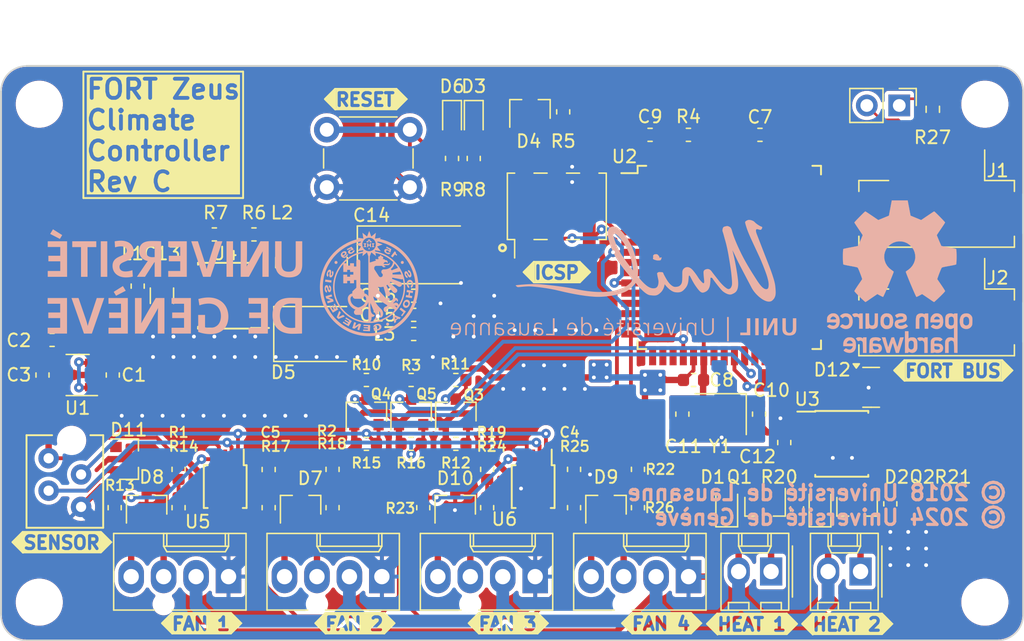
<source format=kicad_pcb>
(kicad_pcb (version 20240108) (generator "pcbnew") (generator_version "8.0")
  (layers (0 "F.Cu" signal) (31 "B.Cu" signal) (34 "B.Paste" user) (35 "F.Paste" user) (36 "B.SilkS" user "B.Silkscreen") (37 "F.SilkS" user "F.Silkscreen") (38 "B.Mask" user) (39 "F.Mask" user) (44 "Edge.Cuts" user))
  (net 0 "")
  (net 1 "+5V")
  (net 2 "GND")
  (net 3 "/3v3 LDO/BYPASS")
  (net 4 "+3V3")
  (net 5 "GNDA")
  (net 6 "/UC/XTAL+")
  (net 7 "/UC/XTAL-")
  (net 8 "+12V")
  (net 9 "/12V Low Side 1/SW_RTRN")
  (net 10 "/UC/~{ICSP_RESET}")
  (net 11 "/12V Low Side 2/SW_RTRN")
  (net 12 "/UC/ICSP_MISO")
  (net 13 "/UC/ICSP_SCK")
  (net 14 "/UC/ICSP_MOSI")
  (net 15 "/UC/LED_GREEN")
  (net 16 "/UC/LED_YELLOW")
  (net 17 "Net-(D3-A)")
  (net 18 "Net-(D6-A)")
  (net 19 "/5V Buck Converter/VIN_PROTECTED")
  (net 20 "/5V Buck Converter/5V_UNPROTECTED")
  (net 21 "/5V Buck Converter/SW")
  (net 22 "/5V Buck Converter/FB")
  (net 23 "/Fan PWM Controller 1/TACH1")
  (net 24 "/Fan PWM Controller 1/TACH2")
  (net 25 "/Fan PWM Controller 1/PWM2")
  (net 26 "/CAN+")
  (net 27 "/Fan PWM Controller 1/~{ALERT}")
  (net 28 "/Fan PWM Controller 1/SDA")
  (net 29 "/Fan PWM Controller 1/SCL")
  (net 30 "/Fan PWM Controller 1/PWM1")
  (net 31 "/CAN-")
  (net 32 "/I2C Level Shifter/~{INT_5V}")
  (net 33 "/Fan PWM Controller 1/PWM3")
  (net 34 "/Fan PWM Controller 1/TACH3")
  (net 35 "/Fan PWM Controller 1/PWM4")
  (net 36 "/Fan PWM Controller 1/TACH4")
  (net 37 "/I2C Level Shifter/SDA_5V")
  (net 38 "/I2C Level Shifter/SCL_5V")
  (net 39 "/Fan PWM Controller 1/TACH1_PR")
  (net 40 "/Fan PWM Controller 1/TACH2_PR")
  (net 41 "/Fan PWM Controller 1/PW1_PR")
  (net 42 "/Fan PWM Controller 1/PW2_PR")
  (net 43 "/Fan PWM Controller 1/TACH3_PR")
  (net 44 "/Fan PWM Controller 1/TACH4_PR")
  (net 45 "/Fan PWM Controller 1/PW3_PR")
  (net 46 "/Fan PWM Controller 1/PW4_PR")
  (net 47 "/CAN Transceiver/RXD")
  (net 72 "/CAN Transceiver/TXD")
  (net 95 "Net-(JP1-A)")
  (net 96 "/HEAT1")
  (net 97 "/HEAT2")
  (footprint "Diodes_SMD:D_SOT-23_ANK" (layer "F.Cu") (at 141.4 108.4 90)
    (property "Reference" "D4")
    (property "Value" "BAT54" (hide yes))
  )
  (footprint "FORT:Molex_KK-47053-04_04x2.54mm_Straight" (layer "F.Cu") (at 114 145 180)
    (property "Reference" "J5" (hide yes))
    (property "Value" "47053-1000" (hide yes))
  )
  (footprint "FORT:Molex_KK-47053-04_04x2.54mm_Straight" (layer "F.Cu") (at 126 145 180)
    (property "Reference" "J6" (hide yes))
    (property "Value" "47053-1000" (hide yes))
  )
  (footprint "FORT:Micro-Match_4_TH" (layer "F.Cu") (at 105 137 90)
    (property "Reference" "J7" (hide yes))
    (property "Value" "215079-4" (hide yes))
  )
  (footprint "Mounting_Holes:MountingHole_3.2mm_M3_DIN965" (layer "F.Cu") (at 103 108)
    (property "Reference" "REF**" (hide yes))
    (property "Value" "MountingHole_3.2mm_M3_DIN965" (hide yes))
  )
  (footprint "Mounting_Holes:MountingHole_3.2mm_M3_DIN965" (layer "F.Cu") (at 177 108)
    (property "Reference" "REF**" (hide yes))
    (property "Value" "MountingHole_3.2mm_M3_DIN965" (hide yes))
  )
  (footprint "Mounting_Holes:MountingHole_3.2mm_M3_DIN965" (layer "F.Cu") (at 103 147)
    (property "Reference" "REF**" (hide yes))
    (property "Value" "MountingHole_3.2mm_M3_DIN965" (hide yes))
  )
  (footprint "Mounting_Holes:MountingHole_3.2mm_M3_DIN965" (layer "F.Cu") (at 177 147)
    (property "Reference" "REF**" (hide yes))
    (property "Value" "MountingHole_3.2mm_M3_DIN965" (hide yes))
  )
  (footprint "FORT:Molex_KK-47053-04_04x2.54mm_Straight" (layer "F.Cu") (at 138 145 180)
    (property "Reference" "J10" (hide yes))
    (property "Value" "47053-1000" (hide yes))
  )
  (footprint "FORT:Molex_KK-47053-04_04x2.54mm_Straight" (layer "F.Cu") (at 150 145 180)
    (property "Reference" "J11" (hide yes))
    (property "Value" "47053-1000" (hide yes))
  )
  (footprint "Resistor_SMD:R_0603_1608Metric" (layer "F.Cu") (at 162.3 139.7 90)
    (property "Reference" "R20")
    (property "Value" "47k" (hide yes))
  )
  (footprint "Resistor_SMD:R_0603_1608Metric" (layer "F.Cu") (at 169.6 139.3 90)
    (property "Reference" "R21")
    (property "Value" "47k" (hide yes))
  )
  (footprint "Diode_SMD:D_SOD-323F" (layer "F.Cu") (at 156.8 139.6 90)
    (property "Reference" "D1")
    (property "Value" "1N4148WS" (hide yes))
  )
  (footprint "Diode_SMD:D_SOD-323F" (layer "F.Cu") (at 164.1 139.6 90)
    (property "Reference" "D2")
    (property "Value" "1N4148WS" (hide yes))
  )
  (footprint "Capacitor_SMD:C_0603_1608Metric" (layer "F.Cu") (at 108.751664 129.21119 90)
    (property "Reference" "C1")
    (property "Value" "1uF" (hide yes))
  )
  (footprint "Capacitor_SMD:C_0603_1608Metric" (layer "F.Cu") (at 104.001664 126.46119 180)
    (property "Reference" "C2")
    (property "Value" "10nF" (hide yes))
  )
  (footprint "Capacitor_SMD:C_0603_1608Metric" (layer "F.Cu") (at 103.251664 129.21119 90)
    (property "Reference" "C3")
    (property "Value" "1uF" (hide yes))
  )
  (footprint "Capacitor_SMD:C_0603_1608Metric" (layer "F.Cu") (at 144.85 136.6 -90)
    (property "Reference" "C4")
    (property "Value" "100n" (hide yes))
  )
  (footprint "Capacitor_SMD:C_0603_1608Metric" (layer "F.Cu") (at 120.95 136.6125 -90)
    (property "Reference" "C5")
    (property "Value" "100n" (hide yes))
  )
  (footprint "Capacitor_SMD:C_0603_1608Metric" (layer "F.Cu") (at 159.4 110.4 180)
    (property "Reference" "C7")
    (property "Value" "100n" (hide yes))
  )
  (footprint "Capacitor_SMD:C_0603_1608Metric" (layer "F.Cu") (at 154.2 129.6)
    (property "Reference" "C8")
    (property "Value" "100n" (hide yes))
  )
  (footprint "Capacitor_SMD:C_0603_1608Metric" (layer "F.Cu") (at 150.8 110.4)
    (property "Reference" "C9")
    (property "Value" "100n" (hide yes))
  )
  (footprint "Capacitor_SMD:C_0603_1608Metric" (layer "F.Cu") (at 159.327258 132.27374 90)
    (property "Reference" "C10")
    (property "Value" "18pF" (hide yes))
  )
  (footprint "Capacitor_SMD:C_0603_1608Metric" (layer "F.Cu") (at 153.327258 132.27374 -90)
    (property "Reference" "C11")
    (property "Value" "18pF" (hide yes))
  )
  (footprint "Capacitor_SMD:C_0603_1608Metric" (layer "F.Cu") (at 161.3 134.5 90)
    (property "Reference" "C12")
    (property "Value" "100n" (hide yes))
  )
  (footprint "Capacitor_SMD:C_1206_3216Metric" (layer "F.Cu") (at 112.6 123 -90)
    (property "Reference" "C13")
    (property "Value" "22uF, 25V" (hide yes))
  )
  (footprint "Capacitor_Tantalum_SMD:CP_EIA-7343-31_Kemet-D" (layer "F.Cu") (at 132.3 119.8)
    (property "Reference" "C14")
    (property "Value" "470u, 6.3V" (hide yes))
  )
  (footprint "Capacitor_SMD:C_0603_1608Metric" (layer "F.Cu") (at 132.3 124.5)
    (property "Reference" "C15")
    (property "Value" "4u7, 6.3V" (hide yes))
  )
  (footprint "Capacitor_SMD:C_0603_1608Metric" (layer "F.Cu") (at 132.3 123)
    (property "Reference" "C16")
    (property "Value" "100n" (hide yes))
  )
  (footprint "LED_SMD:LED_0603_1608Metric" (layer "F.Cu") (at 137 109.2 -90)
    (property "Reference" "D3")
    (property "Value" "GREEN")
  )
  (footprint "Diode_SMD:D_SMB" (layer "F.Cu") (at 124.9 126)
    (property "Reference" "D5")
    (property "Value" "B260, 60V, 2A" (hide yes))
  )
  (footprint "LED_SMD:LED_0603_1608Metric" (layer "F.Cu") (at 135.3 109.2 -90)
    (property "Reference" "D6")
    (property "Value" "YELLOW")
  )
  (footprint "FORT:JST_PH_B4B-PH-SM4-TB_1x04-1MP_P2.00mm_Vertical" (layer "F.Cu") (at 173.225 114.8375 180)
    (property "Reference" "J1")
    (property "Value" "JST SH")
  )
  (footprint "FORT:JST_PH_B4B-PH-SM4-TB_1x04-1MP_P2.00mm_Vertical" (layer "F.Cu") (at 173.225 123.3375 180)
    (property "Reference" "J2")
    (property "Value" "JST SH")
  )
  (footprint "Connector_PinHeader_2.54mm:PinHeader_2x03_P2.54mm_Vertical_SMD" (layer "F.Cu") (at 143.5 116 90)
    (property "Reference" "J4" (hide yes))
    (property "Value" "M20-8760342" (hide yes))
  )
  (footprint "Resistor_SMD:R_0603_1608Metric" (layer "F.Cu") (at 110.7 122.25 -90)
    (property "Reference" "L1")
    (property "Value" "500mA Fuse" (hide yes))
  )
  (footprint "Inductor_SMD:L_Wuerth_WE-PD2-Typ-MS" (layer "F.Cu") (at 124.3 120.4 90)
    (property "Reference" "L2")
    (property "Value" "68uH, 560mA" (hide yes))
  )
  (footprint "Resistor_SMD:R_0603_1608Metric" (layer "F.Cu") (at 132.3 126 180)
    (property "Reference" "L3")
    (property "Value" "500mA Fuse" (hide yes))
  )
  (footprint "Package_TO_SOT_SMD:SOT-23" (layer "F.Cu") (at 159.8 139.5 -90)
    (property "Reference" "Q1")
    (property "Value" "PMV45EN" (hide yes))
  )
  (footprint "Package_TO_SOT_SMD:SOT-23" (layer "F.Cu") (at 167 139.5 -90)
    (property "Reference" "Q2")
    (property "Value" "PMV45EN" (hide yes))
  )
  (footprint "Resistor_SMD:R_0603_1608Metric" (layer "F.Cu") (at 113.9 136.6 -90)
    (property "Reference" "R1")
    (property "Value" "47k" (hide yes))
  )
  (footprint "Resistor_SMD:R_0603_1608Metric" (layer "F.Cu") (at 125.95 136.6 -90)
    (property "Reference" "R2")
    (property "Value" "47k" (hide yes))
  )
  (footprint "Resistor_SMD:R_0603_1608Metric" (layer "F.Cu") (at 132.1 129.6)
    (property "Reference" "R3")
    (property "Value" "10k" (hide yes))
  )
  (footprint "Resistor_SMD:R_0603_1608Metric" (layer "F.Cu") (at 153.8 110.4)
    (property "Reference" "R4")
    (property "Value" "0R" (hide yes))
  )
  (footprint "Resistor_SMD:R_0603_1608Metric" (layer "F.Cu") (at 144 108.6 -90)
    (property "Reference" "R5")
    (property "Value" "100k" (hide yes))
  )
  (footprint "Resistor_SMD:R_0603_1608Metric" (layer "F.Cu") (at 119.8 118.2 180)
    (property "Reference" "R6")
    (property "Value" "15k" (hide yes))
  )
  (footprint "Resistor_SMD:R_0603_1608Metric" (layer "F.Cu") (at 116.7 118.2 180)
    (property "Reference" "R7")
    (property "Value" "4k87" (hide yes))
  )
  (footprint "Resistor_SMD:R_0603_1608Metric" (layer "F.Cu") (at 137 112.25 90)
    (property "Reference" "R8")
    (property "Value" "1k" (hide yes))
  )
  (footprint "Resistor_SMD:R_0603_1608Metric" (layer "F.Cu") (at 135.3 112.25 90)
    (property "Reference" "R9")
    (property "Value" "1k" (hide yes))
  )
  (footprint "Resistor_SMD:R_0603_1608Metric" (layer "F.Cu") (at 128.6 129.6)
    (property "Reference" "R10")
    (property "Value" "10k" (hide yes))
  )
  (footprint "Resistor_SMD:R_0603_1608Metric" (layer "F.Cu") (at 135.6 129.6)
    (property "Reference" "R11")
    (property "Value" "10k" (hide yes))
  )
  (footprint "Resistor_SMD:R_0603_1608Metric" (layer "F.Cu") (at 135.6 134.6)
    (property "Reference" "R12")
    (property "Value" "1k8" (hide yes))
  )
  (footprint "Resistor_SMD:R_0603_1608Metric" (layer "F.Cu") (at 108.9 139.6 90)
    (property "Reference" "R13")
    (property "Value" "2k2" (hide yes))
  )
  (footprint "Resistor_SMD:R_0603_1608Metric" (layer "F.Cu") (at 128.6 134.6)
    (property "Reference" "R15")
    (property "Value" "1k8" (hide yes))
  )
  (footprint "Resistor_SMD:R_0603_1608Metric" (layer "F.Cu") (at 132.1 134.6)
    (property "Reference" "R16")
    (property "Value" "1k8" (hide yes))
  )
  (footprint "Button_Switch_THT:SW_PUSH_6mm" (layer "F.Cu") (at 132 114.5 180)
    (property "Reference" "SW1" (hide yes))
    (property "Value" "1825910-6" (hide yes))
  )
  (footprint "Package_TO_SOT_SMD:SOT-23-5" (layer "F.Cu") (at 106.001664 129.21119 180)
    (property "Reference" "U1")
    (property "Value" "LP3985IM5-3.3/NOPB" (hide yes))
  )
  (footprint "Package_QFP:TQFP-64_14x14mm_P0.8mm" (layer "F.Cu") (at 157 120)
    (property "Reference" "U2")
    (property "Value" "AT90CAN32-16AU" (hide yes))
  )
  (footprint "Package_SO:SOIC-8_3.9x4.9mm_P1.27mm" (layer "F.Cu") (at 165.8 134.6)
    (property "Reference" "U3")
    (property "Value" "MCP2561-E/SN" (hide yes))
  )
  (footprint "Package_SO:SOIC-8_3.9x4.9mm_P1.27mm" (layer "F.Cu") (at 117.5 123 180)
    (property "Reference" "U4")
    (property "Value" "MIC4680YM" (hide yes))
  )
  (footprint "Package_SO:MSOP-10_3x3mm_P0.5mm" (layer "F.Cu") (at 141.65 137.95 -90)
    (property "Reference" "U6")
    (property "Value" "EMC2302-2-AIZL-TR" (hide yes))
  )
  (footprint "Crystal:Crystal_SMD_SeikoEpson_FA238-4Pin_3.2x2.5mm" (layer "F.Cu") (at 156.327258 132.27374 180)
    (property "Reference" "Y1")
    (property "Value" "16MHz" (hide yes))
  )
  (footprint "Package_TO_SOT_SMD:SOT-23" (layer "F.Cu") (at 135.6 132.1 90)
    (property "Reference" "Q3")
    (property "Value" "BSS138" (hide yes))
  )
  (footprint "Package_TO_SOT_SMD:SOT-23" (layer "F.Cu") (at 128.6 132.1 90)
    (property "Reference" "Q4")
    (property "Value" "BSS138" (hide yes))
  )
  (footprint "Package_TO_SOT_SMD:SOT-23" (layer "F.Cu") (at 132.1 132.1 90)
    (property "Reference" "Q5")
    (property "Value" "BSS138" (hide yes))
  )
  (footprint "Package_SO:MSOP-10_3x3mm_P0.5mm" (layer "F.Cu") (at 117.55 137.95 -90)
    (property "Reference" "U5")
    (property "Value" "EMC2302-1-AIZL-TR" (hide yes))
  )
  (footprint "Resistor_SMD:R_0603_1608Metric" (layer "F.Cu") (at 113.9 139.6 90)
    (property "Reference" "R14")
    (property "Value" "2k2" (hide yes))
  )
  (footprint "Package_TO_SOT_SMD:SOT-23" (layer "F.Cu") (at 123.45 139.4 90)
    (property "Reference" "D7")
    (property "Value" "CPDT-5V0USP-HF" (hide yes))
  )
  (footprint "Package_TO_SOT_SMD:SOT-23" (layer "F.Cu") (at 111.4 139.4 90)
    (property "Reference" "D8")
    (property "Value" "CPDT-5V0USP-HF" (hide yes))
  )
  (footprint "Package_TO_SOT_SMD:SOT-23" (layer "F.Cu") (at 147.35 139.4 90)
    (property "Reference" "D9")
    (property "Value" "CPDT-5V0USP-HF" (hide yes))
  )
  (footprint "Package_TO_SOT_SMD:SOT-23" (layer "F.Cu") (at 135.55 139.4 90)
    (property "Reference" "D10")
    (property "Value" "CPDT-5V0USP-HF" (hide yes))
  )
  (footprint "Resistor_SMD:R_0603_1608Metric" (layer "F.Cu") (at 120.95 139.6 90)
    (property "Reference" "R17")
    (property "Value" "2k2" (hide yes))
  )
  (footprint "Resistor_SMD:R_0603_1608Metric" (layer "F.Cu") (at 125.95 139.6 90)
    (property "Reference" "R18")
    (property "Value" "2k2" (hide yes))
  )
  (footprint "Resistor_SMD:R_0603_1608Metric" (layer "F.Cu") (at 138.05 136.6 -90)
    (property "Reference" "R19")
    (property "Value" "47k" (hide yes))
  )
  (footprint "Resistor_SMD:R_0603_1608Metric" (layer "F.Cu") (at 149.85 136.6 -90)
    (property "Reference" "R22")
    (property "Value" "47k" (hide yes))
  )
  (footprint "Resistor_SMD:R_0603_1608Metric" (layer "F.Cu") (at 133.05 139.6 90)
    (property "Reference" "R23")
    (property "Value" "2k2" (hide yes))
  )
  (footprint "Resistor_SMD:R_0603_1608Metric" (layer "F.Cu") (at 138.05 139.6 90)
    (property "Reference" "R24")
    (property "Value" "2k2" (hide yes))
  )
  (footprint "Resistor_SMD:R_0603_1608Metric" (layer "F.Cu") (at 144.85 139.6 90)
    (property "Reference" "R25")
    (property "Value" "2k2" (hide yes))
  )
  (footprint "Resistor_SMD:R_0603_1608Metric" (layer "F.Cu") (at 149.85 139.6 90)
    (property "Reference" "R26")
    (property "Value" "2k2" (hide yes))
  )
  (footprint "Package_TO_SOT_SMD:SOT-23" (layer "F.Cu") (at 110 135.8)
    (property "Reference" "D11")
    (property "Value" "CPDT-5V0USP-HF" (hide yes))
  )
  (footprint "Connector_Molex:Molex_KK-254_AE-6410-02A_1x02_P2.54mm_Vertical" (layer "F.Cu") (at 167.27 144.6 180)
    (property "Reference" "J9" (hide yes))
    (property "Value" "6410-02A" (hide yes))
  )
  (footprint "Connector_Molex:Molex_KK-254_AE-6410-02A_1x02_P2.54mm_Vertical" (layer "F.Cu") (at 160.27 144.6 180)
    (property "Reference" "J8" (hide yes))
    (property "Value" "6410-02A" (hide yes))
  )
  (footprint "Connector_PinHeader_2.54mm:PinHeader_1x02_P2.54mm_Vertical" (layer "F.Cu") (at 170.3 108.1 -90)
    (property "Reference" "JP1" (hide yes))
    (property "Value" "Term")
  )
  (footprint "Package_TO_SOT_SMD:SOT-23" (layer "F.Cu") (at 168.1 130.175)
    (property "Reference" "D12")
    (property "Value" "ESD752DBZR")
  )
  (footprint "Resistor_SMD:R_0603_1608Metric" (layer "F.Cu") (at 172.925 108.4 -90)
    (property "Reference" "R27")
    (property "Value" "120")
  )
  (footprint "Symbol:OSHW-Logo_11.4x12mm_SilkScreen" (layer "B.Cu") (at 170.35 121.5 180)
    (property "Reference" "REF**" (hide yes))
    (property "Value" "OSHW-Logo_11.4x12mm_SilkScreen" (hide yes))
  )
  (gr_poly (pts (xy 153.134338 124.863484) (xy 153.254654 124.863484) (xy 153.254654 124.70431) (xy 153.134338 124.70431)) (stroke (width -0.000001)) (fill solid) (layer "B.SilkS"))
  (gr_poly (pts (xy 126.217796 120.276955) (xy 126.212145 120.277296) (xy 126.206503 120.27791) (xy 126.200881 120.278799) (xy 126.195289 120.279965) (xy 126.189738 120.28141) (xy 126.184238 120.283135) (xy 126.178798 120.285141) (xy 126.173429 120.287431) (xy 126.168142 120.290006) (xy 126.162947 120.292867) (xy 126.157853 120.296017) (xy 126.152871 120.299456) (xy 126.148081 120.303143) (xy 126.143532 120.307025) (xy 126.139226 120.311094) (xy 126.135164 120.315338) (xy 126.131348 120.319748) (xy 126.12778 120.324313) (xy 126.124461 120.329023) (xy 126.121393 120.333867) (xy 126.118577 120.338836) (xy 126.116016 120.343918) (xy 126.11371 120.349104) (xy 126.111662 120.354383) (xy 126.109872 120.359746) (xy 126.108344 120.365181) (xy 126.107077 120.370678) (xy 126.106075 120.376228) (xy 126.105338 120.381819) (xy 126.104868 120.387442) (xy 126.104666 120.393086) (xy 126.104735 120.398741) (xy 126.105076 120.404396) (xy 126.105691 120.410042) (xy 126.10658 120.415668) (xy 126.107747 120.421263) (xy 126.109192 120.426818) (xy 126.110917 120.432322) (xy 126.112924 120.437764) (xy 126.115214 120.443136) (xy 126.117789 120.448425) (xy 126.12065 120.453622) (xy 126.1238 120.458717) (xy 126.127239 120.463699) (xy 126.130925 120.468487) (xy 126.134808 120.473033) (xy 126.138877 120.477337) (xy 126.143121 120.481398) (xy 126.147531 120.485212) (xy 126.152096 120.488779) (xy 126.156805 120.492097) (xy 126.161649 120.495164) (xy 126.166617 120.497979) (xy 126.171699 120.500539) (xy 126.176884 120.502844) (xy 126.182162 120.504891) (xy 126.187523 120.50668) (xy 126.192957 120.508207) (xy 126.198452 120.509472) (xy 126.203999 120.510473) (xy 126.209588 120.511208) (xy 126.215208 120.511676) (xy 126.220848 120.511875) (xy 126.226499 120.511803) (xy 126.23215 120.511459) (xy 126.237791 120.51084) (xy 126.243411 120.509946) (xy 126.249001 120.508774) (xy 126.254549 120.507324) (xy 126.260046 120.505592) (xy 126.26548 120.503578) (xy 126.270843 120.501281) (xy 126.276123 120.498697) (xy 126.28131 120.495826) (xy 126.286394 120.492666) (xy 126.291365 120.489215) (xy 126.296167 120.485539) (xy 126.300727 120.481666) (xy 126.305043 120.477607) (xy 126.309114 120.473371) (xy 126.312939 120.46897) (xy 126.316515 120.464412) (xy 126.319842 120.45971) (xy 126.322917 120.454872) (xy 126.325739 120.449909) (xy 126.328306 120.444833) (xy 126.330617 120.439652) (xy 126.33267 120.434378) (xy 126.334464 120.42902) (xy 126.335996 120.42359) (xy 126.337266 120.418096) (xy 126.338272 120.41255) (xy 126.339011 120.406963) (xy 126.339483 120.401343) (xy 126.339686 120.395703) (xy 126.339619 120.390051) (xy 126.339279 120.384399) (xy 126.338665 120.378756) (xy 126.337776 120.373133) (xy 126.33661 120.36754) (xy 126.335165 120.361989) (xy 126.33344 120.356488) (xy 126.331433 120.351048) (xy 126.329142 120.34568) (xy 126.326567 120.340394) (xy 126.323704 120.3352) (xy 126.320554 120.330109) (xy 126.317114 120.325131) (xy 126.317114 120.325132) (xy 126.313416 120.320338) (xy 126.309524 120.315785) (xy 126.305447 120.311475) (xy 126.301195 120.30741) (xy 126.296779 120.303591) (xy 126.29221 120.300021) (xy 126.287496 120.296699) (xy 126.282649 120.293629) (xy 126.277679 120.290811) (xy 126.272596 120.288248) (xy 126.26741 120.28594) (xy 126.262131 120.28389) (xy 126.25677 120.282099) (xy 126.251337 120.280569) (xy 126.245842 120.279302) (xy 126.240295 120.278298) (xy 126.234707 120.27756) (xy 126.229087 120.277089) (xy 126.223447 120.276887)) (stroke (width -0.000001)) (fill solid) (layer "B.SilkS"))
  (gr_poly (pts (xy 111.670282 118.720251) (xy 111.56832 118.728036) (xy 111.471724 118.741261) (xy 111.38074 118.760133) (xy 111.295616 118.784857) (xy 111.255328 118.799478) (xy 111.216598 118.81564) (xy 111.179456 118.833367) (xy 111.143933 118.852685) (xy 111.110061 118.873622) (xy 111.077869 118.896201) (xy 111.04739 118.920448) (xy 111.018653 118.946391) (xy 110.991689 118.974053) (xy 110.96653 119.003461) (xy 110.943206 119.034641) (xy 110.921749 119.067618) (xy 110.902188 119.102418) (xy 110.884556 119.139067) (xy 110.868882 119.17759) (xy 110.855198 119.218014) (xy 110.843535 119.260363) (xy 110.833922 119.304663) (xy 110.826393 119.350941) (xy 110.820976 119.399222) (xy 110.817703 119.449532) (xy 110.816606 119.501895) (xy 110.817405 119.540246) (xy 110.819785 119.577898) (xy 110.823719 119.614831) (xy 110.829179 119.651024) (xy 110.836137 119.686455) (xy 110.844568 119.721104) (xy 110.854442 119.754948) (xy 110.865734 119.787968) (xy 110.878416 119.820141) (xy 110.89246 119.851447) (xy 110.90784 119.881865) (xy 110.924527 119.911372) (xy 110.942496 119.939949) (xy 110.961718 119.967574) (xy 110.982166 119.994225) (xy 111.003813 120.019882) (xy 111.026632 120.044523) (xy 111.050595 120.068128) (xy 111.075675 120.090675) (xy 111.101846 120.112142) (xy 111.129079 120.132509) (xy 111.157347 120.151755) (xy 111.186623 120.169858) (xy 111.216881 120.186798) (xy 111.248091 120.202552) (xy 111.280228 120.217101) (xy 111.313265 120.230422) (xy 111.347172 120.242494) (xy 111.381925 120.253297) (xy 111.417494 120.262809) (xy 111.453854 120.271009) (xy 111.490976 120.277876) (xy 111.435236 120.355777) (xy 111.380249 120.43367) (xy 111.275392 120.583257) (xy 110.640078 121.520221) (xy 111.271479 121.520222) (xy 112.008606 120.36866) (xy 112.028292 120.36866) (xy 112.028292 121.520222) (xy 112.537987 121.520222) (xy 112.537987 119.97241) (xy 112.028292 119.97241) (xy 112.013473 119.97395) (xy 111.995662 119.975443) (xy 111.975178 119.976839) (xy 111.952344 119.978091) (xy 111.927482 119.979149) (xy 111.900911 119.979964) (xy 111.872953 119.98049) (xy 111.84393 119.980676) (xy 111.787995 119.978758) (xy 111.761091 119.97638) (xy 111.734914 119.973073) (xy 111.709476 119.96885) (xy 111.684792 119.963723) (xy 111.660873 119.957707) (xy 111.637733 119.950812) (xy 111.615384 119.943053) (xy 111.59384 119.934443) (xy 111.573114 119.924993) (xy 111.553219 119.914717) (xy 111.534168 119.903629) (xy 111.515973 119.891739) (xy 111.498648 119.879062) (xy 111.482206 119.865611) (xy 111.466659 119.851397) (xy 111.452022 119.836435) (xy 111.438306 119.820737) (xy 111.425524 119.804315) (xy 111.413691 119.787183) (xy 111.402818 119.769353) (xy 111.392919 119.750839) (xy 111.384007 119.731653) (xy 111.376095 119.711808) (xy 111.369195 119.691317) (xy 111.363322 119.670193) (xy 111.358487 119.648448) (xy 111.354704 119.626095) (xy 111.351985 119.603148) (xy 111.350345 119.57962) (xy 111.349795 119.555522) (xy 111.350255 119.530771) (xy 111.351636 119.506817) (xy 111.35394 119.48366) (xy 111.357167 119.461299) (xy 111.36132 119.439734) (xy 111.366399 119.418962) (xy 111.372406 119.398984) (xy 111.379342 119.3798) (xy 111.38721 119.361407) (xy 111.396009 119.343805) (xy 111.405742 119.326994) (xy 111.41641 119.310973) (xy 111.428015 119.295741) (xy 111.440557 119.281297) (xy 111.454039 119.26764) (xy 111.468461 119.25477) (xy 111.483824 119.242686) (xy 111.500132 119.231388) (xy 111.517384 119.220873) (xy 111.535582 119.211143) (xy 111.554727 119.202195) (xy 111.574822 119.194029) (xy 111.595867 119.186645) (xy 111.617864 119.180041) (xy 111.640813 119.174217) (xy 111.664718 119.169172) (xy 111.689578 119.164905) (xy 111.715395 119.161416) (xy 111.742171 119.158703) (xy 111.769907 119.156767) (xy 111.828266 119.155218) (xy 111.828266 119.155217) (xy 111.856161 119.155409) (xy 111.88378 119.155984) (xy 111.910849 119.156944) (xy 111.937091 119.158289) (xy 111.962232 119.16002) (xy 111.985996 119.162138) (xy 112.008108 119.164643) (xy 112.028292 119.167537) (xy 112.028292 119.97241) (xy 112.537987 119.97241) (xy 112.537987 118.734191) (xy 112.458167 118.729924) (xy 112.374446 118.726386) (xy 112.194386 118.721299) (xy 111.99597 118.718536) (xy 111.777362 118.717702)) (stroke (width -0.000001)) (fill solid) (layer "B.SilkS"))
  (gr_poly (pts (xy 136.644992 125.100627) (xy 136.623797 125.102009) (xy 136.603452 125.104288) (xy 136.583947 125.107446) (xy 136.565271 125.111462) (xy 136.547414 125.116316) (xy 136.530364 125.12199) (xy 136.514113 125.128464) (xy 136.498648 125.135718) (xy 136.48396 125.143733) (xy 136.470037 125.152488) (xy 136.456871 125.161965) (xy 136.444449 125.172145) (xy 136.432761 125.183006) (xy 136.421798 125.194531) (xy 136.411547 125.206699) (xy 136.402 125.21949) (xy 136.393145 125.232886) (xy 136.384971 125.246867) (xy 136.377469 125.261412) (xy 136.370628 125.276503) (xy 136.364436 125.292121) (xy 136.358884 125.308244) (xy 136.353962 125.324855) (xy 136.349658 125.341933) (xy 136.345961 125.359459) (xy 136.340351 125.395776) (xy 136.337047 125.43365) (xy 136.335964 125.472924) (xy 136.335964 126.093724) (xy 136.45591 126.093724) (xy 136.45591 125.503917) (xy 136.456677 125.470334) (xy 136.459014 125.438361) (xy 136.462972 125.408076) (xy 136.468604 125.379554) (xy 136.475963 125.352873) (xy 136.485099 125.32811) (xy 136.49035 125.316472) (xy 136.496066 125.305341) (xy 136.502252 125.294728) (xy 136.508915 125.284643) (xy 136.516062 125.275095) (xy 136.523699 125.266093) (xy 136.531833 125.257647) (xy 136.54047 125.249767) (xy 136.549617 125.242462) (xy 136.55928 125.235742) (xy 136.569466 125.229616) (xy 136.580182 125.224095) (xy 136.591433 125.219187) (xy 136.603227 125.214903) (xy 136.61557 125.211251) (xy 136.628468 125.208242) (xy 136.641928 125.205884) (xy 136.655956 125.204189) (xy 136.67056 125.203164) (xy 136.685745 125.202821) (xy 136.705876 125.203377) (xy 136.725137 125.205019) (xy 136.743542 125.207706) (xy 136.761107 125.211398) (xy 136.777846 125.216052) (xy 136.793776 125.22163) (xy 136.808912 125.228089) (xy 136.823268 125.235389) (xy 136.836859 125.24349) (xy 136.849702 125.25235) (xy 136.86181 125.26193) (xy 136.8732 125.272187) (xy 136.883886 125.283082) (xy 136.893884 125.294573) (xy 136.903209 125.30662) (xy 136.911875 125.319183) (xy 136.919899 125.332219) (xy 136.927295 125.34569) (xy 136.934078 125.359553) (xy 136.940265 125.373768) (xy 136.945869 125.388295) (xy 136.950906 125.403092) (xy 136.95934 125.433335) (xy 136.965689 125.464171) (xy 136.970073 125.495274) (xy 136.972614 125.526318) (xy 136.973435 125.556977) (xy 136.973435 126.093724) (xy 137.093733 126.093724) (xy 137.093733 125.351305) (xy 137.093731 125.351305) (xy 137.093847 125.295175) (xy 137.094657 125.238434) (xy 137.09554 125.209843) (xy 137.096856 125.18111) (xy 137.098694 125.152239) (xy 137.101139 125.123234) (xy 136.984547 125.123234) (xy 136.984547 125.295848) (xy 136.98102 125.295848) (xy 136.973144 125.279285) (xy 136.964368 125.262412) (xy 136.954549 125.245419) (xy 136.943546 125.228497) (xy 136.931214 125.211835) (xy 136.917412 125.195624) (xy 136.909914 125.187747) (xy 136.901995 125.180054) (xy 136.893637 125.172569) (xy 136.884822 125.165316) (xy 136.875532 125.158318) (xy 136.865749 125.151599) (xy 136.855456 125.145183) (xy 136.844634 125.139094) (xy 136.833266 125.133355) (xy 136.821333 125.12799) (xy 136.808819 125.123024) (xy 136.795704 125.118479) (xy 136.781972 125.11438) (xy 136.767604 125.110751) (xy 136.752582 125.107614) (xy 136.73689 125.104995) (xy 136.720508 125.102916) (xy 136.703419 125.101402) (xy 136.685604 125.100476) (xy 136.667048 125.100162)) (stroke (width -0.000001)) (fill solid) (layer "B.SilkS"))
  (gr_poly (pts (xy 130.139147 119.24418) (xy 130.395094 119.375519) (xy 130.376616 119.464525) (xy 130.374922 119.463699) (xy 130.371305 119.45706) (xy 130.367313 119.450553) (xy 130.362959 119.444183) (xy 130.358251 119.437952) (xy 130.3532 119.431864) (xy 130.347818 119.425921) (xy 130.342115 119.420127) (xy 130.3361 119.414485) (xy 130.329785 119.408998) (xy 130.32318 119.403669) (xy 130.316296 119.398501) (xy 130.309143 119.393498) (xy 130.301732 119.388662) (xy 130.294073 119.383997) (xy 130.286176 119.379505) (xy 130.278053 119.375191) (xy 130.267001 119.369702) (xy 130.256057 119.364639) (xy 130.245228 119.360001) (xy 130.234521 119.355791) (xy 130.223943 119.352009) (xy 130.213501 119.348655) (xy 130.203202 119.345731) (xy 130.193054 119.343238) (xy 130.183062 119.341176) (xy 130.173234 119.339547) (xy 130.163577 119.338351) (xy 130.154099 119.337589) (xy 130.144805 119.337263) (xy 130.135704 119.337372) (xy 130.126802 119.337918) (xy 130.118106 119.338902) (xy 130.109623 119.340325) (xy 130.10136 119.342188) (xy 130.093325 119.34449) (xy 130.085524 119.347235) (xy 130.077963 119.350421) (xy 130.070652 119.354051) (xy 130.063595 119.358125) (xy 130.056801 119.362644) (xy 130.050276 119.367608) (xy 130.044027 119.37302) (xy 130.038061 119.378879) (xy 130.032386 119.385187) (xy 130.027008 119.391944) (xy 130.021935 119.399152) (xy 130.017173 119.406811) (xy 130.012729 119.414922) (xy 130.00803 119.424811) (xy 130.004078 119.434693) (xy 130.000861 119.444562) (xy 129.998364 119.454411) (xy 129.996576 119.464233) (xy 129.995483 119.474022) (xy 129.995072 119.48377) (xy 129.99533 119.493472) (xy 129.996245 119.50312) (xy 129.997802 119.512708) (xy 129.999989 119.522228) (xy 130.002793 119.531675) (xy 130.0062 119.541042) (xy 130.010199 119.550321) (xy 130.014775 119.559506) (xy 130.019916 119.568591) (xy 130.025609 119.577569) (xy 130.031841 119.586433) (xy 130.038598 119.595176) (xy 130.045867 119.603791) (xy 130.053636 119.612273) (xy 130.061892 119.620613) (xy 130.070621 119.628806) (xy 130.07981 119.636845) (xy 130.099518 119.652433) (xy 130.120911 119.667324) (xy 130.143885 119.681463) (xy 130.168336 119.694798) (xy 130.191831 119.706328) (xy 130.215063 119.716609) (xy 130.23796 119.725548) (xy 130.26045 119.733051) (xy 130.282463 119.739022) (xy 130.293269 119.741404) (xy 130.303928 119.743368) (xy 130.314433 119.744902) (xy 130.324773 119.745994) (xy 130.334941 119.746633) (xy 130.344928 119.746807) (xy 130.354724 119.746503) (xy 130.364321 119.745711) (xy 130.37371 119.744418) (xy 130.382881 119.742613) (xy 130.391827 119.740283) (xy 130.400538 119.737417) (xy 130.409005 119.734004) (xy 130.41722 119.730031) (xy 130.425173 119.725487) (xy 130.432855 119.72036) (xy 130.440259 119.714637) (xy 130.447374 119.708308) (xy 130.454192 119.701361) (xy 130.460705 119.693783) (xy 130.466902 119.685563) (xy 130.472776 119.67669) (xy 130.332007 119.604427) (xy 130.330182 119.607436) (xy 130.328124 119.61022) (xy 130.325844 119.612783) (xy 130.323353 119.615129) (xy 130.320662 119.617263) (xy 130.317781 119.619189) (xy 130.314722 119.62091) (xy 130.311495 119.622432) (xy 130.308111 119.623759) (xy 130.304581 119.624895) (xy 130.300916 119.625843) (xy 130.297126 119.626609) (xy 130.289215 119.627611) (xy 130.280935 119.627934) (xy 130.272372 119.627612) (xy 130.263614 119.626679) (xy 130.254745 119.62517) (xy 130.245854 119.623118) (xy 130.237025 119.620559) (xy 130.228346 119.617525) (xy 130.219902 119.614052) (xy 130.211781 119.610174) (xy 130.201864 119.604681) (xy 130.192614 119.598753) (xy 130.188249 119.595638) (xy 130.184063 119.59243) (xy 130.180059 119.589132) (xy 130.176242 119.58575) (xy 130.172615 119.582289) (xy 130.169184 119.578754) (xy 130.165951 119.575149) (xy 130.16292 119.57148) (xy 130.160096 119.567751) (xy 130.157483 119.563967) (xy 130.155084 119.560134) (xy 130.152904 119.556255) (xy 130.150947 119.552337) (xy 130.149216 119.548384) (xy 130.147715 119.5444) (xy 130.14645 119.540392) (xy 130.145422 119.536363) (xy 130.144638 119.532318) (xy 130.1441 119.528263) (xy 130.143812 119.524203) (xy 130.143779 119.520141) (xy 130.144005 119.516084) (xy 130.144493 119.512037) (xy 130.145247 119.508003) (xy 130.146273 119.503988) (xy 130.147572 119.499997) (xy 130.14915 119.496034) (xy 130.151011 119.492106) (xy 130.1531 119.488286) (xy 130.155341 119.484643) (xy 130.157731 119.48118) (xy 130.160267 119.477897) (xy 130.162946 119.474798) (xy 130.165765 119.471885) (xy 130.168721 119.469159) (xy 130.171811 119.466623) (xy 130.175032 119.464279) (xy 130.178381 119.462129) (xy 130.181854 119.460175) (xy 130.18545 119.45842) (xy 130.189164 119.456866) (xy 130.192995 119.455514) (xy 130.196939 119.454367) (xy 130.200992 119.453428) (xy 130.205152 119.452698) (xy 130.209417 119.452179) (xy 130.213782 119.451874) (xy 130.218245 119.451785) (xy 130.222803 119.451914) (xy 130.227453 119.452263) (xy 130.237017 119.45363) (xy 130.246913 119.455903) (xy 130.257116 119.4591) (xy 130.267603 119.463239) (xy 130.278349 119.468336) (xy 130.28564 119.472187) (xy 130.292611 119.476096) (xy 130.299259 119.480084) (xy 130.305577 119.484169) (xy 130.31156 119.488373) (xy 130.317201 119.492715) (xy 130.322496 119.497213) (xy 130.327438 119.501889) (xy 130.332021 119.506762) (xy 130.33624 119.511851) (xy 130.340089 119.517177) (xy 130.343563 119.522758) (xy 130.346655 119.528615) (xy 130.348057 119.531654) (xy 130.34936 119.534768) (xy 130.350566 119.537961) (xy 130.351673 119.541236) (xy 130.35268 119.544595) (xy 130.353586 119.548039) (xy 130.481126 119.61356) (xy 130.548923 119.342944) (xy 130.184497 119.155788)) (stroke (width -0.000001)) (fill solid) (layer "B.SilkS"))
  (gr_poly (pts (xy 147.568441 125.021951) (xy 147.65637 125.021951) (xy 147.479294 124.748072) (xy 147.329011 124.748072)) (stroke (width -0.000001)) (fill solid) (layer "B.SilkS"))
  (gr_poly (pts (xy 148.411879 125.123234) (xy 148.19097 125.123234) (xy 148.19097 125.225557) (xy 148.41188 125.225557) (xy 148.41188 125.853601) (xy 148.411495 125.869877) (xy 148.410309 125.885706) (xy 148.408273 125.901006) (xy 148.405338 125.915693) (xy 148.401455 125.929683) (xy 148.396576 125.942894) (xy 148.393747 125.949181) (xy 148.390651 125.955241) (xy 148.387282 125.961066) (xy 148.383633 125.966643) (xy 148.379699 125.971963) (xy 148.375473 125.977015) (xy 148.370949 125.981789) (xy 148.366121 125.986274) (xy 148.360983 125.99046) (xy 148.35553 125.994337) (xy 148.349754 125.997894) (xy 148.343649 126.001121) (xy 148.337211 126.004007) (xy 148.330432 126.006542) (xy 148.323307 126.008716) (xy 148.315828 126.010518) (xy 148.307992 126.011937) (xy 148.29979 126.012964) (xy 148.291218 126.013588) (xy 148.282269 126.013798) (xy 148.273892 126.013682) (xy 148.265848 126.013343) (xy 148.258107 126.012789) (xy 148.25064 126.012032) (xy 148.243417 126.011081) (xy 148.23641 126.009946) (xy 148.229589 126.008638) (xy 148.222925 126.007166) (xy 148.216388 126.00554) (xy 148.20995 126.003772) (xy 148.197251 125.999845) (xy 148.184594 125.995466) (xy 148.171744 125.990716) (xy 148.164176 126.089589) (xy 148.169914 126.091878) (xy 148.176321 126.094206) (xy 148.183354 126.096547) (xy 148.190966 126.098875) (xy 148.199113 126.101165) (xy 148.207748 126.103391) (xy 148.216828 126.105527) (xy 148.226307 126.107547) (xy 148.236139 126.109426) (xy 148.24628 126.111139) (xy 148.256684 126.112658) (xy 148.267307 126.113959) (xy 148.278102 126.115015) (xy 148.289025 126.115802) (xy 148.30003 126.116292) (xy 148.311073 126.116462) (xy 148.33047 126.116036) (xy 148.348698 126.114774) (xy 148.365794 126.112696) (xy 148.381795 126.109824) (xy 148.396736 126.106178) (xy 148.410654 126.10178) (xy 148.423585 126.096651) (xy 148.435565 126.090812) (xy 148.446631 126.084284) (xy 148.456818 126.077088) (xy 148.466163 126.069246) (xy 148.474702 126.060778) (xy 148.482472 126.051706) (xy 148.489508 126.042051) (xy 148.495847 126.031834) (xy 148.501524 126.021076) (xy 148.506577 126.009797) (xy 148.511042 125.998021) (xy 148.514954 125.985767) (xy 148.51835 125.973056) (xy 148.521267 125.95991) (xy 148.523739 125.94635) (xy 148.527499 125.918072) (xy 148.529918 125.888391) (xy 148.531287 125.857477) (xy 148.531896 125.825497) (xy 148.532035 125.792622) (xy 148.532035 125.225557) (xy 148.7222 125.225557) (xy 148.7222 125.123234) (xy 148.532035 125.123234) (xy 148.532035 124.888637) (xy 148.411879 124.846938)) (stroke (width -0.000001)) (fill solid) (layer "B.SilkS"))
  (gr_poly (pts (xy 130.662778 124.625636) (xy 130.794986 125.161132) (xy 130.931944 125.043434) (xy 130.905528 124.949878) (xy 131.081392 124.798779) (xy 131.170651 124.838467) (xy 131.270573 124.752678) (xy 130.988999 124.752678) (xy 130.874646 124.850945) (xy 130.818057 124.672193) (xy 130.819496 124.671028) (xy 130.988999 124.752678) (xy 131.270573 124.752678) (xy 131.305631 124.722579) (xy 130.796181 124.51104)) (stroke (width -0.000001)) (fill solid) (layer "B.SilkS"))
  (gr_poly (pts (xy 130.519861 119.898284) (xy 130.652396 120.000805) (xy 130.832937 119.767358) (xy 130.955926 119.862481) (xy 131.008673 119.794303) (xy 130.995169 119.783793) (xy 130.982115 119.772807) (xy 130.969639 119.761398) (xy 130.957869 119.749618) (xy 130.94693 119.737521) (xy 130.936949 119.725157) (xy 130.928054 119.71258) (xy 130.924053 119.706228) (xy 130.920371 119.699843) (xy 130.917024 119.69343) (xy 130.914027 119.686997) (xy 130.911397 119.680549) (xy 130.909149 119.674094) (xy 130.907299 119.667638) (xy 130.905864 119.661188) (xy 130.904858 119.65475) (xy 130.904297 119.648331) (xy 130.904199 119.641937) (xy 130.904577 119.635575) (xy 130.905449 119.629251) (xy 130.90683 119.622972) (xy 130.908736 119.616745) (xy 130.911183 119.610576) (xy 130.914187 119.604471) (xy 130.917763 119.598437) (xy 130.813919 119.518109)) (stroke (width -0.000001)) (fill solid) (layer "B.SilkS"))
  (gr_poly (pts (xy 149.01684 126.093724) (xy 149.136997 126.093724) (xy 149.136997 125.123234) (xy 149.01684 125.123234)) (stroke (width -0.000001)) (fill solid) (layer "B.SilkS"))
  (gr_poly (pts (xy 125.711003 120.96169) (xy 125.701031 120.962743) (xy 125.691261 120.96459) (xy 125.681692 120.967203) (xy 125.672325 120.970555) (xy 125.663161 120.974619) (xy 125.6542 120.979368) (xy 125.645442 120.984775) (xy 125.63689 120.990814) (xy 125.628543 120.997457) (xy 125.620401 121.004677) (xy 125.612466 121.012447) (xy 125.597217 121.02953) (xy 125.582801 121.048489) (xy 125.569223 121.06911) (xy 125.556488 121.091175) (xy 125.5446 121.11447) (xy 125.533565 121.138777) (xy 125.523387 121.163881) (xy 125.514072 121.189567) (xy 125.505397 121.216626) (xy 125.498053 121.243521) (xy 125.492133 121.270103) (xy 125.487729 121.296223) (xy 125.486125 121.309064) (xy 125.484934 121.321734) (xy 125.484168 121.334214) (xy 125.483839 121.346487) (xy 125.483958 121.358533) (xy 125.484537 121.370334) (xy 125.485587 121.381871) (xy 125.487119 121.393127) (xy 125.489147 121.404081) (xy 125.491679 121.414717) (xy 125.49473 121.425014) (xy 125.498309 121.434956) (xy 125.502428 121.444523) (xy 125.5071 121.453696) (xy 125.512335 121.462458) (xy 125.518145 121.470789) (xy 125.524541 121.478672) (xy 125.531535 121.486087) (xy 125.539139 121.493016) (xy 125.547364 121.499441) (xy 125.556222 121.505343) (xy 125.565724 121.510703) (xy 125.575881 121.515503) (xy 125.586706 121.519725) (xy 125.642881 121.355884) (xy 125.638013 121.353706) (xy 125.633443 121.351356) (xy 125.629165 121.348839) (xy 125.625175 121.346155) (xy 125.621469 121.343306) (xy 125.618042 121.340296) (xy 125.614888 121.337125) (xy 125.612004 121.333797) (xy 125.609384 121.330313) (xy 125.607024 121.326676) (xy 125.604919 121.322886) (xy 125.603065 121.318948) (xy 125.601456 121.314862) (xy 125.600088 121.310632) (xy 125.598956 121.306258) (xy 125.598056 121.301744) (xy 125.596932 121.292301) (xy 125.596678 121.28232) (xy 125.597255 121.271819) (xy 125.598626 121.260814) (xy 125.600755 121.249323) (xy 125.603601 121.237362) (xy 125.607129 121.224948) (xy 125.611301 121.212099) (xy 125.61463 121.202905) (xy 125.618265 121.193855) (xy 125.622192 121.185032) (xy 125.626397 121.176517) (xy 125.630865 121.168392) (xy 125.635582 121.160738) (xy 125.63803 121.157113) (xy 125.640535 121.153637) (xy 125.643094 121.15032) (xy 125.645708 121.147171) (xy 125.648372 121.144202) (xy 125.651087 121.141422) (xy 125.653849 121.138841) (xy 125.656658 121.136471) (xy 125.659511 121.13432) (xy 125.662407 121.132399) (xy 125.665344 121.130719) (xy 125.66832 121.129289) (xy 125.671333 121.12812) (xy 125.674382 121.127223) (xy 125.677465 121.126606) (xy 125.680579 121.126281) (xy 125.683724 121.126257) (xy 125.686897 121.126546) (xy 125.690097 121.127156) (xy 125.693322 121.128099) (xy 125.696993 121.129652) (xy 125.700302 121.13165) (xy 125.703263 121.134081) (xy 125.705889 121.136931) (xy 125.708194 121.140186) (xy 125.710192 121.143833) (xy 125.711896 121.147858) (xy 125.713321 121.152247) (xy 125.715385 121.162067) (xy 125.716495 121.173183) (xy 125.71676 121.185489) (xy 125.716289 121.198875) (xy 125.715192 121.213234) (xy 125.713579 121.228458) (xy 125.709242 121.261068) (xy 125.699196 121.331913) (xy 125.697109 121.350047) (xy 125.695359 121.368251) (xy 125.69406 121.386403) (xy 125.693327 121.404379) (xy 125.693274 121.422058) (xy 125.694017 121.439319) (xy 125.69567 121.456038) (xy 125.696874 121.464157) (xy 125.698348 121.472095) (xy 125.700106 121.479837) (xy 125.702164 121.487368) (xy 125.704536 121.494672) (xy 125.707235 121.501733) (xy 125.710277 121.508538) (xy 125.713675 121.51507) (xy 125.717444 121.521315) (xy 125.721599 121.527257) (xy 125.726152 121.532881) (xy 125.73112 121.538171) (xy 125.736516 121.543113) (xy 125.742355 121.54769) (xy 125.74865 121.551889) (xy 125.755417 121.555693) (xy 125.762669 121.559088) (xy 125.770421 121.562058) (xy 125.770422 121.562057) (xy 125.779921 121.564869) (xy 125.789328 121.566777) (xy 125.798638 121.567811) (xy 125.807845 121.568001) (xy 125.816944 121.567378) (xy 125.825928 121.565973) (xy 125.834791 121.563815) (xy 125.843527 121.560936) (xy 125.852132 121.557365) (xy 125.860598 121.553133) (xy 125.868919 121.548271) (xy 125.877091 121.542808) (xy 125.885107 121.536776) (xy 125.89296 121.530205) (xy 125.908158 121.515565) (xy 125.922638 121.499133) (xy 125.936352 121.481152) (xy 125.949253 121.461865) (xy 125.961293 121.441516) (xy 125.972427 121.420347) (xy 125.982606 121.398603) (xy 125.991783 121.376526) (xy 125.999912 121.35436) (xy 126.007418 121.330741) (xy 126.013791 121.30692) (xy 126.018946 121.283071) (xy 126.022798 121.259372) (xy 126.025261 121.235999) (xy 126.025946 121.22449) (xy 126.026251 121.21313) (xy 126.026166 121.201939) (xy 126.025682 121.19094) (xy 126.024786 121.180156) (xy 126.023469 121.169608) (xy 126.021719 121.159318) (xy 126.019526 121.149308) (xy 126.01688 121.139602) (xy 126.01377 121.13022) (xy 126.010185 121.121184) (xy 126.006115 121.112518) (xy 126.001548 121.104242) (xy 125.996475 121.096379) (xy 125.990884 121.088952) (xy 125.984766 121.081982) (xy 125.978108 121.075491) (xy 125.970902 121.069501) (xy 125.963135 121.064035) (xy 125.954798 121.059115) (xy 125.945879 121.054762) (xy 125.936369 121.050999) (xy 125.880065 121.214787) (xy 125.883991 121.216049) (xy 125.88764 121.217573) (xy 125.891021 121.219348) (xy 125.89414 121.221365) (xy 125.897003 121.223613) (xy 125.899616 121.226083) (xy 125.901987 121.228765) (xy 125.904122 121.231648) (xy 125.906027 121.234723) (xy 125.907709 121.23798) (xy 125.909174 121.241409) (xy 125.910429 121.244999) (xy 125.911481 121.248741) (xy 125.912335 121.252625) (xy 125.91348 121.260779) (xy 125.913915 121.269381) (xy 125.913692 121.27835) (xy 125.912864 121.287608) (xy 125.911483 121.297074) (xy 125.909602 121.306668) (xy 125.907272 121.316312) (xy 125.904546 121.325924) (xy 125.901476 121.335426) (xy 125.899071 121.342066) (xy 125.896388 121.348756) (xy 125.893436 121.355413) (xy 125.890225 121.361951) (xy 125.886761 121.36829) (xy 125.883055 121.374344) (xy 125.879114 121.380031) (xy 125.877059 121.382711) (xy 125.874948 121.385268) (xy 125.872782 121.387692) (xy 125.870564 121.389971) (xy 125.868293 121.392096) (xy 125.865971 121.394057) (xy 125.863598 121.395843) (xy 125.861177 121.397443) (xy 125.858708 121.398847) (xy 125.856192 121.400044) (xy 125.85363 121.401025) (xy 125.851024 121.401779) (xy 125.848373 121.402295) (xy 125.845681 121.402563) (xy 125.842946 121.402573) (xy 125.840172 121.402314) (xy 125.837357 121.401776) (xy 125.834505 121.400948) (xy 125.831315 121.399563) (xy 125.828467 121.397719) (xy 125.825946 121.39543) (xy 125.82374 121.39271) (xy 125.821835 121.389573) (xy 125.820219 121.386033) (xy 125.817796 121.377797) (xy 125.816365 121.368113) (xy 125.815821 121.357092) (xy 125.816057 121.344845) (xy 125.816967 121.331481) (xy 125.820382 121.301848) (xy 125.825216 121.26908) (xy 125.83062 121.23406) (xy 125.835743 121.197673) (xy 125.837864 121.179395) (xy 125.839596 121.161113) (xy 125.840833 121.142944) (xy 125.84147 121.125001) (xy 125.841401 121.1074) (xy 125.840521 121.090256) (xy 125.838724 121.073684) (xy 125.837448 121.065648) (xy 125.835904 121.057799) (xy 125.834077 121.05015) (xy 125.831955 121.042716) (xy 125.829525 121.035512) (xy 125.826773 121.028551) (xy 125.823686 121.021848) (xy 125.820251 121.015418) (xy 125.816455 121.009274) (xy 125.812284 121.003432) (xy 125.807725 120.997905) (xy 125.802766 120.992709) (xy 125.797392 120.987857) (xy 125.791591 120.983363) (xy 125.78535 120.979243) (xy 125.778655 120.97551) (xy 125.771492 120.972179) (xy 125.76385 120.969264) (xy 125.752884 120.965947) (xy 125.742115 120.963558) (xy 125.731545 120.96207) (xy 125.721174 120.961456)) (stroke (width -0.000001)) (fill solid) (layer "B.SilkS"))
  (gr_poly (pts (xy 128.368545 125.368127) (xy 128.724579 125.386316) (xy 128.720282 125.472429) (xy 128.394844 125.455811) (xy 128.389796 125.55503) (xy 128.715191 125.571525) (xy 128.71044 125.665204) (xy 128.345029 125.646683) (xy 128.339441 125.756857) (xy 128.877794 125.784143) (xy 128.902803 125.29239) (xy 128.373763 125.265517)) (stroke (width -0.000001)) (fill solid) (layer "B.SilkS"))
  (gr_poly (pts (xy 126.956337 124.787487) (xy 127.25974 124.974886) (xy 127.214432 125.048271) (xy 126.937149 124.87699) (xy 126.885026 124.961456) (xy 127.162172 125.132689) (xy 127.112855 125.212476) (xy 126.801641 125.020235) (xy 126.743676 125.114085) (xy 127.202188 125.397396) (xy 127.460982 124.978485) (xy 127.010323 124.700058)) (stroke (width -0.000001)) (fill solid) (layer "B.SilkS"))
  (gr_poly (pts (xy 155.657246 125.629326) (xy 155.655836 125.669226) (xy 155.651617 125.707573) (xy 155.648459 125.726119) (xy 155.644605 125.744225) (xy 155.640057 125.761871) (xy 155.634817 125.779041) (xy 155.628887 125.795717) (xy 155.622269 125.811882) (xy 155.614965 125.827517) (xy 155.606978 125.842605) (xy 155.598309 125.857129) (xy 155.58896 125.871071) (xy 155.578934 125.884413) (xy 155.568232 125.897138) (xy 155.556857 125.909228) (xy 155.54481 125.920665) (xy 155.532094 125.931433) (xy 155.518711 125.941513) (xy 155.504662 125.950887) (xy 155.489951 125.959539) (xy 155.474578 125.96745) (xy 155.458546 125.974604) (xy 155.441858 125.980981) (xy 155.424514 125.986566) (xy 155.406517 125.991339) (xy 155.38787 125.995284) (xy 155.368574 125.998383) (xy 155.348632 126.000619) (xy 155.328044 126.001973) (xy 155.306815 126.002428) (xy 155.28552 126.001973) (xy 155.264876 126.000619) (xy 155.244886 125.998383) (xy 155.225549 125.995284) (xy 155.206869 125.991339) (xy 155.188847 125.986566) (xy 155.171484 125.980981) (xy 155.154782 125.974604) (xy 155.138742 125.96745) (xy 155.123367 125.959539) (xy 155.108657 125.950887) (xy 155.094615 125.941513) (xy 155.081242 125.931433) (xy 155.06854 125.920665) (xy 155.056511 125.909228) (xy 155.045155 125.897138) (xy 155.034475 125.884413) (xy 155.024472 125.871071) (xy 155.015148 125.857129) (xy 155.006504 125.842605) (xy 154.998543 125.827517) (xy 154.991265 125.811882) (xy 154.984673 125.795717) (xy 154.978768 125.779041) (xy 154.973551 125.761871) (xy 154.969025 125.744225) (xy 154.96519 125.726119) (xy 154.962049 125.707573) (xy 154.959604 125.688603) (xy 154.957855 125.669226) (xy 154.956804 125.649461) (xy 154.956453 125.629326) (xy 154.956453 124.765287) (xy 154.825061 124.765287) (xy 154.825061 125.629326) (xy 154.825891 125.665217) (xy 154.828333 125.699404) (xy 154.832319 125.731926) (xy 154.837778 125.762819) (xy 154.844642 125.792119) (xy 154.85284 125.819864) (xy 154.862304 125.846091) (xy 154.872963 125.870837) (xy 154.884749 125.894138) (xy 154.897592 125.916032) (xy 154.911421 125.936556) (xy 154.926169 125.955746) (xy 154.941765 125.97364) (xy 154.958139 125.990274) (xy 154.975223 126.005686) (xy 154.992946 126.019913) (xy 155.01124 126.03299) (xy 155.030035 126.044956) (xy 155.04926 126.055848) (xy 155.068848 126.065701) (xy 155.088727 126.074554) (xy 155.10883 126.082444) (xy 155.149425 126.095479) (xy 155.190077 126.105102) (xy 155.23023 126.11161) (xy 155.269328 126.115298) (xy 155.306815 126.116462) (xy 155.344182 126.115298) (xy 155.383177 126.11161) (xy 155.423242 126.105102) (xy 155.463821 126.095479) (xy 155.504356 126.082444) (xy 155.524433 126.074554) (xy 155.54429 126.065701) (xy 155.563858 126.055848) (xy 155.583066 126.044956) (xy 155.601845 126.03299) (xy 155.620126 126.019913) (xy 155.637838 126.005686) (xy 155.654913 125.990274) (xy 155.67128 125.97364) (xy 155.68687 125.955746) (xy 155.701613 125.936556) (xy 155.715439 125.916032) (xy 155.728279 125.894138) (xy 155.740064 125.870837) (xy 155.750723 125.846091) (xy 155.760186 125.819864) (xy 155.768385 125.792119) (xy 155.775249 125.762819) (xy 155.78071 125.731926) (xy 155.784696 125.699404) (xy 155.787139 125.665217) (xy 155.787969 125.629326) (xy 155.787969 124.765287) (xy 155.657246 124.765287)) (stroke (width -0.000001)) (fill solid) (layer "B.SilkS"))
  (gr_poly (pts (xy 113.0898 119.184067) (xy 114.028964 119.184067) (xy 114.028964 119.869253) (xy 113.137319 119.869253) (xy 113.137319 120.306726) (xy 114.028964 120.306726) (xy 114.028964 121.062037) (xy 113.0898 121.062037) (xy 113.0898 121.520221) (xy 114.544056 121.520221) (xy 114.544056 118.734191) (xy 113.0898 118.734191)) (stroke (width -0.000001)) (fill solid) (layer "B.SilkS"))
  (gr_poly (pts (xy 130.252496 125.108352) (xy 130.246847 125.108782) (xy 130.241213 125.109485) (xy 130.235602 125.110463) (xy 130.230026 125.111718) (xy 130.224494 125.113249) (xy 130.219018 125.11506) (xy 130.213607 125.117151) (xy 130.208272 125.119524) (xy 130.203023 125.12218) (xy 130.19787 125.125121) (xy 130.192823 125.128347) (xy 130.187894 125.131862) (xy 130.183159 125.135627) (xy 130.178668 125.139585) (xy 130.174424 125.143724) (xy 130.170426 125.148034) (xy 130.166678 125.152505) (xy 130.163181 125.157126) (xy 130.159935 125.161888) (xy 130.156942 125.16678) (xy 130.154204 125.171791) (xy 130.151723 125.176912) (xy 130.149499 125.182131) (xy 130.147534 125.18744) (xy 130.145831 125.192827) (xy 130.144389 125.198282) (xy 130.143211 125.203795) (xy 130.142298 125.209356) (xy 130.141652 125.214954) (xy 130.141273 125.220579) (xy 130.141165 125.226221) (xy 130.141327 125.231869) (xy 130.141762 125.237513) (xy 130.14247 125.243143) (xy 130.143455 125.248749) (xy 130.144716 125.254319) (xy 130.146255 125.259845) (xy 130.148074 125.265316) (xy 130.150175 125.27072) (xy 130.152558 125.276049) (xy 130.155226 125.281292) (xy 130.158179 125.286438) (xy 130.16142 125.291477) (xy 130.164949 125.296399) (xy 130.168699 125.301134) (xy 130.172642 125.305625) (xy 130.176768 125.30987) (xy 130.181066 125.313868) (xy 130.185526 125.317618) (xy 130.190137 125.321118) (xy 130.19489 125.324367) (xy 130.199774 125.327362) (xy 130.204778 125.330103) (xy 130.209892 125.332588) (xy 130.215106 125.334816) (xy 130.22041 125.336785) (xy 130.225793 125.338493) (xy 130.231245 125.339939) (xy 130.236755 125.341122) (xy 130.242313 125.34204) (xy 130.24791 125.342691) (xy 130.253533 125.343074) (xy 130.259174 125.343188) (xy 130.264822 125.343031) (xy 130.270466 125.342602) (xy 130.276096 125.341898) (xy 130.281702 125.34092) (xy 130.287274 125.339664) (xy 130.2928 125.33813) (xy 130.298272 125.336315) (xy 130.303678 125.33422) (xy 130.309007 125.331841) (xy 130.314251 125.329178) (xy 130.319398 125.326229) (xy 130.324438 125.322993) (xy 130.329361 125.319468) (xy 130.334092 125.315705) (xy 130.338579 125.31175) (xy 130.342821 125.307613) (xy 130.346817 125.303304) (xy 130.350565 125.298833) (xy 130.354063 125.294211) (xy 130.357311 125.289449) (xy 130.360305 125.284556) (xy 130.363046 125.279543) (xy 130.365532 125.27442) (xy 130.36776 125.269198) (xy 130.36973 125.263886) (xy 130.37144 125.258496) (xy 130.372888 125.253038) (xy 130.374073 125.247522) (xy 130.374994 125.241959) (xy 130.375648 125.236358) (xy 130.376035 125.23073) (xy 130.376153 125.225086) (xy 130.376 125.219436) (xy 130.375575 125.21379) (xy 130.374876 125.208159) (xy 130.373903 125.202552) (xy 130.372652 125.196981) (xy 130.371124 125.191456) (xy 130.369315 125.185987) (xy 130.367226 125.180584) (xy 130.364853 125.175258) (xy 130.362197 125.17002) (xy 130.359255 125.164878) (xy 130.356025 125.159845) (xy 130.352507 125.15493) (xy 130.348745 125.150195) (xy 130.344791 125.145705) (xy 130.340655 125.141461) (xy 130.336348 125.137464) (xy 130.331879 125.133717) (xy 130.327259 125.13022) (xy 130.322499 125.126974) (xy 130.317608 125.123982) (xy 130.312597 125.121245) (xy 130.307476 125.118764) (xy 130.302256 125.11654) (xy 130.296946 125.114575) (xy 130.291558 125.112871) (xy 130.286101 125.111428) (xy 130.280586 125.110249) (xy 130.275022 125.109335) (xy 130.269421 125.108686) (xy 130.263793 125.108305) (xy 130.258148 125.108193)) (stroke (width -0.000001)) (fill solid) (layer "B.SilkS"))
  (gr_poly (pts (xy 145.412016 126.093724) (xy 145.532049 126.093724) (xy 145.532049 125.93904) (xy 145.5357 125.93904) (xy 145.541873 125.950491) (xy 145.548247 125.961528) (xy 145.554824 125.972153) (xy 145.561605 125.982371) (xy 145.568591 125.992184) (xy 145.575783 126.001596) (xy 145.583182 126.01061) (xy 145.59079 126.01923) (xy 145.598606 126.027459) (xy 145.606633 126.035299) (xy 145.614872 126.042756) (xy 145.623323 126.049831) (xy 145.631988 126.056529) (xy 145.640868 126.062852) (xy 145.649963 126.068804) (xy 145.659276 126.074389) (xy 145.668806 126.079609) (xy 145.678556 126.084468) (xy 145.688525 126.08897) (xy 145.698716 126.093117) (xy 145.70913 126.096913) (xy 145.719767 126.100361) (xy 145.730628 126.103466) (xy 145.741716 126.106229) (xy 145.753029 126.108655) (xy 145.764571 126.110746) (xy 145.776342 126.112506) (xy 145.788342 126.113939) (xy 145.813038 126.115836) (xy 145.838667 126.116462) (xy 145.863248 126.115821) (xy 145.887047 126.113915) (xy 145.910065 126.110775) (xy 145.932302 126.106427) (xy 145.953758 126.100899) (xy 145.974433 126.09422) (xy 145.994326 126.086418) (xy 146.013439 126.077521) (xy 146.031771 126.067558) (xy 146.049322 126.056555) (xy 146.066092 126.044542) (xy 146.082081 126.031547) (xy 146.09729 126.017597) (xy 146.111718 126.002721) (xy 146.125366 125.986947) (xy 146.138233 125.970304) (xy 146.15032 125.952818) (xy 146.161627 125.934519) (xy 146.172154 125.915434) (xy 146.1819 125.895592) (xy 146.190866 125.875021) (xy 146.199052 125.853748) (xy 146.206459 125.831803) (xy 146.213085 125.809213) (xy 146.218931 125.786006) (xy 146.223998 125.762211) (xy 146.228285 125.737855) (xy 146.231793 125.712967) (xy 146.234521 125.687574) (xy 146.236469 125.661706) (xy 146.238028 125.608654) (xy 146.10669 125.608654) (xy 146.105976 125.644202) (xy 146.103726 125.680069) (xy 146.099776 125.715892) (xy 146.093963 125.751314) (xy 146.086122 125.785972) (xy 146.076089 125.819506) (xy 146.063702 125.851557) (xy 146.048796 125.881764) (xy 146.040348 125.896064) (xy 146.031208 125.909767) (xy 146.021357 125.922829) (xy 146.010773 125.935205) (xy 145.999438 125.94685) (xy 145.987329 125.957718) (xy 145.974427 125.967765) (xy 145.960711 125.976946) (xy 145.946161 125.985215) (xy 145.930755 125.992528) (xy 145.914475 125.99884) (xy 145.897299 126.004104) (xy 145.879206 126.008278) (xy 145.860177 126.011314) (xy 145.840191 126.013169) (xy 145.819227 126.013798) (xy 145.799653 126.013137) (xy 145.780882 126.011189) (xy 145.762902 126.008006) (xy 145.745701 126.003638) (xy 145.729267 125.998137) (xy 145.713588 125.991554) (xy 145.698653 125.98394) (xy 145.684449 125.975347) (xy 145.670965 125.965826) (xy 145.658188 125.955428) (xy 145.646107 125.944205) (xy 145.63471 125.932207) (xy 145.623984 125.919487) (xy 145.613919 125.906095) (xy 145.604502 125.892082) (xy 145.595721 125.877501) (xy 145.587565 125.862402) (xy 145.580021 125.846836) (xy 145.573077 125.830855) (xy 145.566723 125.81451) (xy 145.560945 125.797852) (xy 145.555731 125.780934) (xy 145.546952 125.746517) (xy 145.540289 125.71167) (xy 145.535648 125.676804) (xy 145.532933 125.642329) (xy 145.532049 125.608654) (xy 145.532933 125.574857) (xy 145.535648 125.540275) (xy 145.540289 125.505316) (xy 145.546952 125.47039) (xy 145.555731 125.435907) (xy 145.566722 125.402275) (xy 145.58002 125.369904) (xy 145.595721 125.339202) (xy 145.604501 125.324606) (xy 145.613918 125.31058) (xy 145.623984 125.297177) (xy 145.634709 125.284446) (xy 145.646106 125.272441) (xy 145.658187 125.26121) (xy 145.670964 125.250807) (xy 145.684448 125.241282) (xy 145.698652 125.232685) (xy 145.713588 125.225069) (xy 145.729267 125.218484) (xy 145.745701 125.212982) (xy 145.762902 125.208613) (xy 145.780882 125.205429) (xy 145.799653 125.203481) (xy 145.819227 125.202821) (xy 145.840191 125.20345) (xy 145.860177 125.205308) (xy 145.879206 125.20835) (xy 145.897299 125.212529) (xy 145.914475 125.217803) (xy 145.930755 125.224124) (xy 145.946161 125.231449) (xy 145.960711 125.239731) (xy 145.974427 125.248927) (xy 145.987329 125.25899) (xy 145.999438 125.269876) (xy 146.010773 125.28154) (xy 146.021357 125.293936) (xy 146.031208 125.307019) (xy 146.040348 125.320745) (xy 146.048796 125.335068) (xy 146.056574 125.349943) (xy 146.063702 125.365325) (xy 146.0702 125.381169) (xy 146.076089 125.39743) (xy 146.08139 125.414063) (xy 146.086122 125.431022) (xy 146.093963 125.46574) (xy 146.099776 125.501222) (xy 146.103726 125.53711) (xy 146.105976 125.57304) (xy 146.10669 125.608654) (xy 146.238028 125.608654) (xy 146.236673 125.55429) (xy 146.232553 125.502039) (xy 146.225587 125.452095) (xy 146.215692 125.404649) (xy 146.202786 125.359893) (xy 146.186788 125.318021) (xy 146.177604 125.298226) (xy 146.167615 125.279224) (xy 146.156813 125.261038) (xy 146.145186 125.243694) (xy 146.132724 125.227214) (xy 146.119418 125.211624) (xy 146.105256 125.196946) (xy 146.090229 125.183206) (xy 146.074326 125.170427) (xy 146.057537 125.158632) (xy 146.039852 125.147848) (xy 146.02126 125.138096) (xy 146.001752 125.129401) (xy 145.981317 125.121788) (xy 145.959945 125.11528) (xy 145.937625 125.109902) (xy 145.914348 125.105676) (xy 145.890102 125.102629) (xy 145.864879 125.100782) (xy 145.838667 125.100162) (xy 145.82106 125.100561) (xy 145.80401 125.101732) (xy 145.787513 125.103633) (xy 145.771566 125.106221) (xy 145.756166 125.109454) (xy 145.741309 125.11329) (xy 145.726994 125.117687) (xy 145.713216 125.122603) (xy 145.699972 125.127996) (xy 145.68726 125.133824) (xy 145.663417 125.146616) (xy 145.641662 125.160642) (xy 145.62197 125.175566) (xy 145.604316 125.191051) (xy 145.588675 125.206761) (xy 145.575021 125.222359) (xy 145.563331 125.237508) (xy 145.553579 125.251872) (xy 145.545739 125.265114) (xy 145.539788 125.276898) (xy 145.5357 125.286887) (xy 145.532049 125.286887) (xy 145.532049 124.665734) (xy 145.412016 124.665734)) (stroke (width -0.000001)) (fill solid) (layer "B.SilkS"))
  (gr_poly (pts (xy 151.297893 119.746053) (xy 151.282944 119.746548) (xy 151.247664 119.747111) (xy 151.229383 119.747383) (xy 151.211233 119.747953) (xy 151.193632 119.74905) (xy 151.185168 119.749867) (xy 151.176998 119.750901) (xy 151.169175 119.752182) (xy 151.16175 119.753737) (xy 151.154776 119.755595) (xy 151.148306 119.757784) (xy 151.136814 119.762247) (xy 151.127156 119.766222) (xy 151.122876 119.76814) (xy 151.118889 119.770072) (xy 151.115139 119.772064) (xy 151.111572 119.77416) (xy 151.108133 119.776406) (xy 151.104765 119.778849) (xy 151.101415 119.781532) (xy 151.098026 119.784502) (xy 151.094545 119.787803) (xy 151.090914 119.791482) (xy 151.087081 119.795583) (xy 151.082989 119.800153) (xy 151.049438 119.834769) (xy 151.045976 119.838998) (xy 151.042846 119.843331) (xy 151.041421 119.84555) (xy 151.040098 119.847808) (xy 151.038883 119.850112) (xy 151.037783 119.852466) (xy 151.036804 119.854875) (xy 151.035951 119.857343) (xy 151.035233 119.859876) (xy 151.034654 119.862478) (xy 151.034222 119.865154) (xy 151.033942 119.867908) (xy 151.033821 119.870746) (xy 151.033865 119.873672) (xy 151.034677 119.908758) (xy 151.035028 119.915574) (xy 151.035592 119.92254) (xy 151.036443 119.930119) (xy 151.037658 119.938777) (xy 151.038542 119.943271) (xy 151.039608 119.94752) (xy 151.040799 119.951555) (xy 151.042057 119.955409) (xy 151.044545 119.962696) (xy 151.04566 119.966193) (xy 151.046614 119.969634) (xy 151.047348 119.973051) (xy 151.047615 119.97476) (xy 151.047805 119.976476) (xy 151.047912 119.9782) (xy 151.047928 119.979939) (xy 151.047846 119.981695) (xy 151.047659 119.983473) (xy 151.04736 119.985276) (xy 151.046942 119.987108) (xy 151.046396 119.988974) (xy 151.045718 119.990878) (xy 151.044898 119.992822) (xy 151.04393 119.994812) (xy 151.042807 119.996851) (xy 151.041521 119.998943) (xy 151.038953 120.002948) (xy 151.036576 120.006795) (xy 151.034391 120.010514) (xy 151.032404 120.014135) (xy 151.030615 120.017689) (xy 151.029028 120.021207) (xy 151.027647 120.024719) (xy 151.026473 120.028255) (xy 151.025509 120.031846) (xy 151.024759 120.035523) (xy 151.024226 120.039316) (xy 151.023911 120.043255) (xy 151.023819 120.047371) (xy 151.023952 120.051694) (xy 151.024313 120.056256) (xy 151.024904 120.061086) (xy 151.025659 120.066174) (xy 151.026086 120.071457) (xy 151.026264 120.076878) (xy 151.026276 120.082385) (xy 151.026123 120.093439) (xy 151.026119 120.098879) (xy 151.026272 120.104188) (xy 151.026662 120.109314) (xy 151.02737 120.114201) (xy 151.028477 120.118796) (xy 151.029206 120.120967) (xy 151.030064 120.123045) (xy 151.031063 120.125023) (xy 151.032212 120.126894) (xy 151.033521 120.128652) (xy 151.035 120.13029) (xy 151.036661 120.131801) (xy 151.038512 120.133178) (xy 151.040563 120.134414) (xy 151.042826 120.135504) (xy 151.054742 120.141036) (xy 151.070588 120.148825) (xy 151.109346 120.167926) (xy 151.129899 120.177616) (xy 151.149659 120.186317) (xy 151.158874 120.190042) (xy 151.167448 120.193217) (xy 151.175235 120.195738) (xy 151.182085 120.197505) (xy 151.198156 120.201447) (xy 151.220043 120.207334) (xy 151.27334 120.221926) (xy 151.300786 120.229123) (xy 151.326121 120.235248) (xy 151.347363 120.239547) (xy 151.35583 120.240777) (xy 151.362531 120.241267) (xy 151.441017 120.242186) (xy 151.487042 120.242073) (xy 151.506307 120.241615) (xy 151.520998 120.240791) (xy 151.534527 120.239419) (xy 151.550743 120.237309) (xy 151.568455 120.234356) (xy 151.577498 120.23253) (xy 151.586467 120.230454) (xy 151.595213 120.228114) (xy 151.603587 120.225497) (xy 151.61144 120.22259) (xy 151.618622 120.219379) (xy 151.624984 120.215852) (xy 151.627812 120.213965) (xy 151.630378 120.211994) (xy 151.632665 120.209938) (xy 151.634654 120.207794) (xy 151.636326 120.205561) (xy 151.637662 120.203237) (xy 151.640059 120.19859) (xy 151.642422 120.194251) (xy 151.647039 120.186291) (xy 151.655806 120.171792) (xy 151.657894 120.168161) (xy 151.659938 120.164424) (xy 151.661936 120.16053) (xy 151.663889 120.156426) (xy 151.665793 120.152061) (xy 151.66765 120.147383) (xy 151.669456 120.14234) (xy 151.671211 120.13688) (xy 151.702291 120.025596) (xy 151.702273 120.02465) (xy 151.70234 120.023628) (xy 151.702665 120.021385) (xy 151.703664 120.016329) (xy 151.7041 120.013643) (xy 151.704333 120.010939) (xy 151.704336 120.009599) (xy 151.704244 120.008278) (xy 151.704041 120.006984) (xy 151.703713 120.005725) (xy 151.703245 120.00451) (xy 151.702622 120.003345) (xy 151.701828 120.002239) (xy 151.700849 120.0012) (xy 151.69967 120.000236) (xy 151.698276 119.999355) (xy 151.696652 119.998565) (xy 151.694783 119.997874) (xy 151.692654 119.99729) (xy 151.69025 119.99682) (xy 151.687557 119.996474) (xy 151.684558 119.996258) (xy 151.68124 119.996181) (xy 151.677587 119.99625) (xy 151.673585 119.996475) (xy 151.669218 119.996862) (xy 151.660234 119.997924) (xy 151.651428 119.999218) (xy 151.642849 120.000706) (xy 151.634542 120.002351) (xy 151.618933 120.005954) (xy 151.604973 120.009721) (xy 151.593036 120.013346) (xy 151.583494 120.016522) (xy 151.573087 120.020304) (xy 151.571892 120.020642) (xy 151.570195 120.02096) (xy 151.565612 120.021538) (xy 151.559978 120.022033) (xy 151.553932 120.022445) (xy 151.543169 120.023005) (xy 151.538443 120.023197) (xy 151.533859 120.003562) (xy 151.522859 119.959399) (xy 151.516243 119.935029) (xy 151.50957 119.912819) (xy 151.506374 119.903387) (xy 151.503357 119.895531) (xy 151.500585 119.889598) (xy 151.49931 119.887459) (xy 151.49812 119.885931) (xy 151.496973 119.88476) (xy 151.495753 119.883633) (xy 151.493115 119.881487) (xy 151.490242 119.879452) (xy 151.487174 119.877486) (xy 151.473691 119.869489) (xy 151.470206 119.86725) (xy 151.46675 119.864832) (xy 151.46336 119.862193) (xy 151.460076 119.859293) (xy 151.458484 119.857732) (xy 151.456933 119.85609) (xy 151.455427 119.854362) (xy 151.45397 119.852543) (xy 151.452567 119.850627) (xy 151.451224 119.84861) (xy 151.449944 119.846486) (xy 151.448732 119.84425) (xy 151.443574 119.834534) (xy 151.440641 119.829387) (xy 151.437444 119.824103) (xy 151.433961 119.818724) (xy 151.430171 119.81329) (xy 151.426052 119.807845) (xy 151.421584 119.802428) (xy 151.416744 119.797083) (xy 151.411511 119.791851) (xy 151.405863 119.786773) (xy 151.39978 119.781891) (xy 151.39324 119.777247) (xy 151.389792 119.775027) (xy 151.386221 119.772882) (xy 151.382526 119.770818) (xy 151.378703 119.768839) (xy 151.374749 119.76695) (xy 151.370663 119.765157) (xy 151.3448 119.754139) (xy 151.339977 119.752222) (xy 151.335542 119.750603) (xy 151.331361 119.749262) (xy 151.327299 119.74818) (xy 151.323222 119.747338) (xy 151.318994 119.746716) (xy 151.314482 119.746296) (xy 151.309551 119.746058) (xy 151.304066 119.745983)) (stroke (width -0.000001)) (fill solid) (layer "B.SilkS"))
  (gr_poly (pts (xy 150.344867 125.10041) (xy 150.333518 125.101113) (xy 150.322118 125.102212) (xy 150.310879 125.103645) (xy 150.300017 125.105354) (xy 150.289743 125.107276) (xy 150.28027 125.109352) (xy 150.271813 125.111522) (xy 150.271813 125.237269) (xy 150.276503 125.235775) (xy 150.281363 125.234391) (xy 150.286379 125.233116) (xy 150.291536 125.231949) (xy 150.296821 125.230887) (xy 150.302219 125.229928) (xy 150.313298 125.228311) (xy 150.324661 125.227082) (xy 150.336194 125.226224) (xy 150.347785 125.225721) (xy 150.359321 125.225557) (xy 150.376764 125.226175) (xy 150.39341 125.227999) (xy 150.409273 125.230981) (xy 150.424371 125.235077) (xy 150.438719 125.240239) (xy 150.452333 125.246421) (xy 150.465229 125.253578) (xy 150.477424 125.261662) (xy 150.488932 125.270629) (xy 150.499771 125.28043) (xy 150.509956 125.291021) (xy 150.519503 125.302354) (xy 150.528429 125.314385) (xy 150.536748 125.327065) (xy 150.544478 125.34035) (xy 150.551634 125.354193) (xy 150.558233 125.368548) (xy 150.56429 125.383368) (xy 150.569821 125.398607) (xy 150.574842 125.414219) (xy 150.579369 125.430158) (xy 150.583419 125.446377) (xy 150.59015 125.479472) (xy 150.595162 125.513134) (xy 150.598583 125.546994) (xy 150.600542 125.58068) (xy 150.601167 125.613823) (xy 150.601167 126.093724) (xy 150.721129 126.093724) (xy 150.721129 125.339592) (xy 150.721128 125.339592) (xy 150.721245 125.270854) (xy 150.721523 125.242943) (xy 150.722065 125.217846) (xy 150.722958 125.194446) (xy 150.72429 125.171622) (xy 150.72615 125.148258) (xy 150.728624 125.123234) (xy 150.608257 125.123234) (xy 150.608257 125.309624) (xy 150.605029 125.309624) (xy 150.596359 125.289331) (xy 150.586783 125.269367) (xy 150.576299 125.249867) (xy 150.564903 125.230967) (xy 150.552592 125.212802) (xy 150.539364 125.195507) (xy 150.525216 125.179217) (xy 150.510143 125.164068) (xy 150.494144 125.150194) (xy 150.485796 125.143778) (xy 150.477216 125.137732) (xy 150.468402 125.132072) (xy 150.459354 125.126815) (xy 150.450073 125.121979) (xy 150.440557 125.117581) (xy 150.430807 125.113636) (xy 150.420821 125.110163) (xy 150.4106 125.107177) (xy 150.400144 125.104697) (xy 150.389451 125.102738) (xy 150.378521 125.101318) (xy 150.367355 125.100453) (xy 150.355951 125.100162)) (stroke (width -0.000001)) (fill solid) (layer "B.SilkS"))
  (gr_poly (pts (xy 125.36073 121.903868) (xy 125.848061 121.974141) (xy 125.872784 121.802702) (xy 125.38541 121.732503)) (stroke (width -0.000001)) (fill solid) (layer "B.SilkS"))
  (gr_poly (pts (xy 131.741242 122.714689) (xy 131.918017 122.745073) (xy 131.879281 122.969715) (xy 131.702505 122.939457) (xy 131.673153 123.110071) (xy 132.158332 123.193711) (xy 132.187809 123.023055) (xy 131.987966 122.988575) (xy 132.026661 122.763764) (xy 132.226505 122.798276) (xy 132.255898 122.627535) (xy 131.770677 122.543948)) (stroke (width -0.000001)) (fill solid) (layer "B.SilkS"))
  (gr_poly (pts (xy 103.655397 123.629067) (xy 104.633718 123.629067) (xy 104.633718 124.314253) (xy 103.705032 124.314253) (xy 103.705032 124.751726) (xy 104.633718 124.751726) (xy 104.633718 125.507033) (xy 103.655397 125.507033) (xy 103.655397 125.965216) (xy 105.170294 125.965216) (xy 105.170294 123.179191) (xy 103.655397 123.179191)) (stroke (width -0.000001)) (fill solid) (layer "B.SilkS"))
  (gr_poly (pts (xy 149.01684 124.863484) (xy 149.136997 124.863484) (xy 149.136997 124.70431) (xy 149.01684 124.70431)) (stroke (width -0.000001)) (fill solid) (layer "B.SilkS"))
  (gr_poly (pts (xy 131.752631 123.312083) (xy 131.739928 123.313359) (xy 131.727259 123.315355) (xy 131.714639 123.318073) (xy 131.702086 123.321514) (xy 131.689614 123.325681) (xy 131.677241 123.330575) (xy 131.664983 123.336198) (xy 131.652855 123.342551) (xy 131.640874 123.349637) (xy 131.629056 123.357458) (xy 131.617417 123.366015) (xy 131.605974 123.37531) (xy 131.594743 123.385345) (xy 131.583739 123.396121) (xy 131.572979 123.407642) (xy 131.562479 123.419907) (xy 131.552256 123.43292) (xy 131.542325 123.446682) (xy 131.532702 123.461194) (xy 131.523405 123.47646) (xy 131.514448 123.49248) (xy 131.505849 123.509256) (xy 131.497623 123.52679) (xy 131.490008 123.544606) (xy 131.483206 123.562196) (xy 131.477206 123.579548) (xy 131.471995 123.596652) (xy 131.467563 123.613498) (xy 131.463896 123.630073) (xy 131.460982 123.646368) (xy 131.45881 123.662371) (xy 131.457367 123.678071) (xy 131.456642 123.693459) (xy 131.456622 123.708522) (xy 131.457295 123.723251) (xy 131.458649 123.737634) (xy 131.460672 123.751661) (xy 131.463352 123.76532) (xy 131.466676 123.778601) (xy 131.470634 123.791492) (xy 131.475212 123.803984) (xy 131.480399 123.816066) (xy 131.486182 123.827725) (xy 131.492549 123.838953) (xy 131.499489 123.849737) (xy 131.506989 123.860067) (xy 131.515038 123.869932) (xy 131.523622 123.879322) (xy 131.532731 123.888225) (xy 131.542351 123.896631) (xy 131.552471 123.904528) (xy 131.56308 123.911907) (xy 131.574163 123.918755) (xy 131.585711 123.925063) (xy 131.59771 123.930819) (xy 131.609983 123.935934) (xy 131.622368 123.940346) (xy 131.634849 123.944055) (xy 131.647409 123.947058) (xy 131.660033 123.949354) (xy 131.672703 123.950939) (xy 131.685405 123.951814) (xy 131.698121 123.951975) (xy 131.710836 123.95142) (xy 131.723534 123.950148) (xy 131.736198 123.948158) (xy 131.748812 123.945446) (xy 131.761361 123.942011) (xy 131.773827 123.937851) (xy 131.786195 123.932965) (xy 131.798448 123.927349) (xy 131.810572 123.921004) (xy 131.822548 123.913925) (xy 131.834361 123.906113) (xy 131.845996 123.897564) (xy 131.857435 123.888276) (xy 131.868663 123.878249) (xy 131.879663 123.86748) (xy 131.89042 123.855966) (xy 131.900917 123.843707) (xy 131.911138 123.8307) (xy 131.921067 123.816943) (xy 131.930688 123.802435) (xy 131.939984 123.787173) (xy 131.94894 123.771156) (xy 131.957539 123.754382) (xy 131.965765 123.736848) (xy 131.973385 123.719029) (xy 131.98019 123.701436) (xy 131.986192 123.684081) (xy 131.991405 123.666974) (xy 131.99584 123.650127) (xy 131.999508 123.633549) (xy 132.002423 123.617252) (xy 132.002933 123.613496) (xy 131.882926 123.613496) (xy 131.882857 123.621371) (xy 131.882346 123.629448) (xy 131.881378 123.637726) (xy 131.879939 123.646203) (xy 131.878015 123.654879) (xy 131.875592 123.663751) (xy 131.872655 123.67282) (xy 131.86919 123.682084) (xy 131.865183 123.691541) (xy 131.860781 123.700835) (xy 131.856165 123.709594) (xy 131.851345 123.717829) (xy 131.84633 123.725549) (xy 131.841131 123.732764) (xy 131.835758 123.739484) (xy 131.830221 123.745719) (xy 131.824531 123.751478) (xy 131.818698 123.756772) (xy 131.812732 123.76161) (xy 131.806644 123.766003) (xy 131.800443 123.769959) (xy 131.794139 123.77349) (xy 131.787744 123.776604) (xy 131.781267 123.779313) (xy 131.774718 123.781625) (xy 131.768108 123.78355) (xy 131.761447 123.785099) (xy 131.754745 123.786281) (xy 131.748013 123.787106) (xy 131.74126 123.787585) (xy 131.734497 123.787726) (xy 131.727735 123.78754) (xy 131.720982 123.787036) (xy 131.70755 123.785117) (xy 131.694281 123.782046) (xy 131.681259 123.777903) (xy 131.668564 123.772768) (xy 131.656256 123.766714) (xy 131.644477 123.759751) (xy 131.633339 123.751888) (xy 131.622956 123.743134) (xy 131.61344 123.733499) (xy 131.604906 123.722992) (xy 131.601041 123.717414) (xy 131.597464 123.711621) (xy 131.594189 123.705615) (xy 131.591229 123.699397) (xy 131.588599 123.692968) (xy 131.586313 123.686329) (xy 131.584385 123.679481) (xy 131.582829 123.672425) (xy 131.581659 123.665163) (xy 131.58089 123.657695) (xy 131.580536 123.650023) (xy 131.580609 123.642149) (xy 131.581126 123.634072) (xy 131.582099 123.625795) (xy 131.583544 123.617318) (xy 131.585473 123.608643) (xy 131.587902 123.59977) (xy 131.590844 123.590702) (xy 131.594313 123.581438) (xy 131.598324 123.571981) (xy 131.602722 123.562697) (xy 131.607335 123.553948) (xy 131.612153 123.545722) (xy 131.617165 123.538011) (xy 131.622363 123.530804) (xy 131.627734 123.524091) (xy 131.63327 123.517863) (xy 131.638959 123.512109) (xy 131.644791 123.50682) (xy 131.650757 123.501986) (xy 131.656846 123.497597) (xy 131.663047 123.493644) (xy 131.669351 123.490115) (xy 131.675747 123.487002) (xy 131.682225 123.484295) (xy 131.688775 123.481983) (xy 131.695386 123.480057) (xy 131.702048 123.478507) (xy 131.708751 123.477322) (xy 131.715485 123.476494) (xy 131.722239 123.476013) (xy 131.729003 123.475867) (xy 131.735767 123.476049) (xy 131.74252 123.476546) (xy 131.755955 123.478452) (xy 131.769226 123.481507) (xy 131.782249 123.48563) (xy 131.794944 123.490743) (xy 131.807224 123.496797) (xy 131.818981 123.50376) (xy 131.830103 123.511624) (xy 131.840475 123.520378) (xy 131.849984 123.530014) (xy 131.858517 123.540522) (xy 131.862382 123.546101) (xy 131.865961 123.551894) (xy 131.869238 123.5579) (xy 131.8722 123.564119) (xy 131.874834 123.570549) (xy 131.877123 123.577188) (xy 131.879056 123.584037) (xy 131.880616 123.591093) (xy 131.881791 123.598356) (xy 131.882565 123.605824) (xy 131.882926 123.613496) (xy 132.002933 123.613496) (xy 132.004597 123.601246) (xy 132.006041 123.585543) (xy 132.006767 123.570153) (xy 132.006788 123.555086) (xy 132.006116 123.540355) (xy 132.004764 123.525969) (xy 132.002742 123.51194) (xy 132.000064 123.498278) (xy 131.996741 123.484994) (xy 131.992785 123.472099) (xy 131.988209 123.459603) (xy 131.983025 123.447518) (xy 131.977245 123.435855) (xy 131.970881 123.424623) (xy 131.963945 123.413835) (xy 131.95645 123.4035) (xy 131.948406 123.39363) (xy 131.939828 123.384235) (xy 131.930726 123.375326) (xy 131.921112 123.366915) (xy 131.911 123.359011) (xy 131.900401 123.351626) (xy 131.889327 123.344771) (xy 131.87779 123.338456) (xy 131.865803 123.332692) (xy 131.853525 123.327571) (xy 131.841135 123.323154) (xy 131.82865 123.319442) (xy 131.816085 123.316437) (xy 131.803456 123.314141) (xy 131.790781 123.312556) (xy 131.778074 123.311683) (xy 131.765352 123.311525)) (stroke (width -0.000001)) (fill solid) (layer "B.SilkS"))
  (gr_poly (pts (xy 116.184112 123.138468) (xy 116.132455 123.140162) (xy 116.029726 123.146737) (xy 115.928062 123.157279) (xy 115.827801 123.17145) (xy 115.729281 123.18891) (xy 115.632841 123.209319) (xy 115.538819 123.232337) (xy 115.447555 123.257624) (xy 115.530211 123.757019) (xy 115.572363 123.741164) (xy 115.61525 123.726112) (xy 115.658827 123.711892) (xy 115.703054 123.698535) (xy 115.747887 123.686072) (xy 115.793284 123.674533) (xy 115.839203 123.663949) (xy 115.8856 123.654349) (xy 115.932434 123.645765) (xy 115.979662 123.638227) (xy 116.027242 123.631765) (xy 116.075131 123.626409) (xy 116.123287 123.622191) (xy 116.171667 123.61914) (xy 116.220228 123.617288) (xy 116.268929 123.616663) (xy 116.319939 123.617677) (xy 116.370009 123.620709) (xy 116.419096 123.625747) (xy 116.467153 123.632778) (xy 116.514138 123.641788) (xy 116.560005 123.652766) (xy 116.604709 123.665699) (xy 116.648207 123.680573) (xy 116.690453 123.697375) (xy 116.731403 123.716094) (xy 116.771012 123.736716) (xy 116.809236 123.759228) (xy 116.846029 123.783617) (xy 116.881349 123.809871) (xy 116.915149 123.837976) (xy 116.947386 123.867921) (xy 116.978014 123.899692) (xy 117.00699 123.933276) (xy 117.034268 123.96866) (xy 117.059804 124.005832) (xy 117.083553 124.044779) (xy 117.105471 124.085487) (xy 117.125513 124.127945) (xy 117.143635 124.172139) (xy 117.159792 124.218057) (xy 117.17394 124.265685) (xy 117.186033 124.315011) (xy 117.196027 124.366021) (xy 117.203878 124.418704) (xy 117.209541 124.473047) (xy 117.212972 124.529035) (xy 117.214125 124.586658) (xy 117.213184 124.641271) (xy 117.210372 124.694439) (xy 117.205701 124.746142) (xy 117.199187 124.796363) (xy 117.190844 124.845081) (xy 117.180687 124.892278) (xy 117.168729 124.937935) (xy 117.154986 124.982033) (xy 117.139471 125.024554) (xy 117.122199 125.065478) (xy 117.103184 125.104786) (xy 117.08244 125.14246) (xy 117.059983 125.17848) (xy 117.035825 125.212829) (xy 117.009983 125.245485) (xy 116.982469 125.276432) (xy 116.953299 125.30565) (xy 116.922486 125.333119) (xy 116.890046 125.358822) (xy 116.855992 125.382739) (xy 116.820339 125.404852) (xy 116.783101 125.42514) (xy 116.744292 125.443587) (xy 116.703927 125.460171) (xy 116.662021 125.474876) (xy 116.618587 125.487681) (xy 116.57364 125.498568) (xy 116.527195 125.507518) (xy 116.479265 125.514512) (xy 116.429865 125.519531) (xy 116.379009 125.522557) (xy 116.326713 125.523569) (xy 116.277941 125.522795) (xy 116.23062 125.520471) (xy 116.184653 125.5166) (xy 116.139944 125.511183) (xy 116.096396 125.504221) (xy 116.053911 125.495717) (xy 116.012394 125.48567) (xy 115.971748 125.474084) (xy 115.971748 124.50414) (xy 115.435173 124.50414) (xy 115.435173 125.833132) (xy 115.487782 125.853438) (xy 115.541832 125.872566) (xy 115.597213 125.890497) (xy 115.653817 125.907213) (xy 115.711534 125.922695) (xy 115.770254 125.936927) (xy 115.82987 125.949889) (xy 115.89027 125.961563) (xy 115.951346 125.971932) (xy 116.012989 125.980977) (xy 116.075089 125.98868) (xy 116.137538 125.995023) (xy 116.200225 125.999988) (xy 116.263041 126.003557) (xy 116.325878 126.005712) (xy 116.388625 126.006434) (xy 116.470376 126.004916) (xy 116.549992 126.000386) (xy 116.627444 125.992878) (xy 116.702702 125.982427) (xy 116.775734 125.969067) (xy 116.846511 125.952835) (xy 116.915003 125.933764) (xy 116.981179 125.911889) (xy 117.045009 125.887244) (xy 117.106463 125.859866) (xy 117.16551 125.829788) (xy 117.222121 125.797046) (xy 117.276266 125.761673) (xy 117.327913 125.723706) (xy 117.377033 125.683178) (xy 117.423595 125.640125) (xy 117.46757 125.594581) (xy 117.508926 125.54658) (xy 117.547635 125.496159) (xy 117.583665 125.443351) (xy 117.616986 125.388192) (xy 117.647568 125.330715) (xy 117.675382 125.270957) (xy 117.700396 125.208951) (xy 117.72258 125.144733) (xy 117.741904 125.078337) (xy 117.758339 125.009798) (xy 117.771853 124.939151) (xy 117.782417 124.866431) (xy 117.789999 124.791672) (xy 117.794571 124.714909) (xy 117.796102 124.636177) (xy 117.794368 124.554893) (xy 117.789191 124.475152) (xy 117.780614 124.397022) (xy 117.768677 124.320572) (xy 117.75342 124.245868) (xy 117.734885 124.17298) (xy 117.713112 124.101976) (xy 117.688142 124.032922) (xy 117.660016 123.965888) (xy 117.628775 123.900941) (xy 117.59446 123.838149) (xy 117.55711 123.777581) (xy 117.516768 123.719305) (xy 117.473474 123.663388) (xy 117.427269 123.609898) (xy 117.378193 123.558904) (xy 117.326288 123.510473) (xy 117.271594 123.464674) (xy 117.214152 123.421575) (xy 117.154002 123.381243) (xy 117.091187 123.343746) (xy 117.025746 123.309154) (xy 116.95772 123.277533) (xy 116.88715 123.248952) (xy 116.814077 123.223478) (xy 116.738542 123.201181) (xy 116.660585 123.182127) (xy 116.580248 123.166384) (xy 116.497571 123.154022) (xy 116.412595 123.145108) (xy 116.32536 123.139709) (xy 116.235908 123.137895)) (stroke (width -0.000001)) (fill solid) (layer "B.SilkS"))
  (gr_poly (pts (xy 128.870015 119.000224) (xy 128.748476 119.000224) (xy 128.748476 118.893851) (xy 128.659587 118.893851) (xy 128.659587 119.193497) (xy 128.748476 119.193497) (xy 128.748476 119.074434) (xy 128.870015 119.074434) (xy 128.869475 119.193497) (xy 128.958566 119.193497) (xy 128.958566 118.893851) (xy 128.869475 118.893851)) (stroke (width -0.000001)) (fill solid) (layer "B.SilkS"))
  (gr_poly (pts (xy 109.321496 118.689702) (xy 109.262822 118.69244) (xy 109.20287 118.696824) (xy 109.142098 118.702708) (xy 109.080964 118.709947) (xy 109.019926 118.718395) (xy 108.95944 118.727904) (xy 108.899965 118.73833) (xy 108.927481 119.208832) (xy 108.984058 119.192619) (xy 109.041873 119.178087) (xy 109.100698 119.165386) (xy 109.160302 119.154663) (xy 109.220458 119.146066) (xy 109.280935 119.139742) (xy 109.341503 119.135839) (xy 109.371751 119.134842) (xy 109.401935 119.134506) (xy 109.455379 119.13613) (xy 109.505417 119.140923) (xy 109.552043 119.148764) (xy 109.574074 119.153789) (xy 109.59525 119.159531) (xy 109.615571 119.165974) (xy 109.635034 119.173104) (xy 109.653641 119.180904) (xy 109.671389 119.189361) (xy 109.688279 119.198459) (xy 109.704309 119.208183) (xy 109.719479 119.218517) (xy 109.733788 119.229447) (xy 109.747235 119.240958) (xy 109.75982 119.253034) (xy 109.771542 119.26566) (xy 109.7824 119.278822) (xy 109.792394 119.292503) (xy 109.801522 119.30669) (xy 109.809785 119.321366) (xy 109.81718 119.336517) (xy 109.823709 119.352128) (xy 109.829369 119.368183) (xy 109.83416 119.384668) (xy 109.838082 119.401567) (xy 109.841134 119.418865) (xy 109.843314 119.436547) (xy 109.844623 119.454598) (xy 109.845059 119.473003) (xy 109.841865 119.517868) (xy 109.832552 119.559038) (xy 109.81753 119.596832) (xy 109.797206 119.631568) (xy 109.771988 119.663565) (xy 109.742283 119.693142) (xy 109.7085 119.720619) (xy 109.671046 119.746313) (xy 109.63033 119.770545) (xy 109.586759 119.793633) (xy 109.492683 119.837651) (xy 109.288217 119.925992) (xy 109.184353 119.975417) (xy 109.133441 120.002559) (xy 109.083752 120.031746) (xy 109.035694 120.063297) (xy 108.989676 120.097532) (xy 108.946105 120.134768) (xy 108.905388 120.175324) (xy 108.867935 120.219521) (xy 108.834152 120.267676) (xy 108.804447 120.320108) (xy 108.779229 120.377137) (xy 108.758905 120.439081) (xy 108.743883 120.50626) (xy 108.73457 120.578991) (xy 108.731375 120.657595) (xy 108.732531 120.706321) (xy 108.735982 120.754179) (xy 108.741701 120.801126) (xy 108.749664 120.847117) (xy 108.759843 120.892107) (xy 108.772214 120.936051) (xy 108.78675 120.978906) (xy 108.803426 121.020626) (xy 108.822216 121.061167) (xy 108.843094 121.100485) (xy 108.866034 121.138534) (xy 108.89101 121.175271) (xy 108.917997 121.21065) (xy 108.946968 121.244627) (xy 108.977898 121.277157) (xy 109.010762 121.308196) (xy 109.045532 121.3377) (xy 109.082184 121.365623) (xy 109.120691 121.391921) (xy 109.161028 121.41655) (xy 109.203169 121.439465) (xy 109.247088 121.460621) (xy 109.292759 121.479973) (xy 109.340156 121.497478) (xy 109.389254 121.513091) (xy 109.440027 121.526766) (xy 109.492448 121.53846) (xy 109.546492 121.548128) (xy 109.602134 121.555725) (xy 109.659347 121.561206) (xy 109.718106 121.564528) (xy 109.778384 121.565645) (xy 109.778382 121.565645) (xy 109.848905 121.564669) (xy 109.919161 121.561707) (xy 109.98887 121.556712) (xy 110.057756 121.549637) (xy 110.12554 121.540434) (xy 110.191945 121.529056) (xy 110.256692 121.515456) (xy 110.319504 121.499584) (xy 110.288072 121.000146) (xy 110.229416 121.01982) (xy 110.16585 121.038278) (xy 110.098338 121.055085) (xy 110.027842 121.069809) (xy 109.991777 121.076254) (xy 109.955328 121.082015) (xy 109.918614 121.087039) (xy 109.881758 121.091271) (xy 109.844878 121.094657) (xy 109.808096 121.097142) (xy 109.771532 121.098673) (xy 109.735306 121.099196) (xy 109.687494 121.097882) (xy 109.641269 121.093909) (xy 109.596839 121.087227) (xy 109.554411 121.077789) (xy 109.51419 121.065546) (xy 109.476383 121.05045) (xy 109.458449 121.041816) (xy 109.441196 121.032451) (xy 109.424651 121.022349) (xy 109.408837 121.011502) (xy 109.393782 120.999906) (xy 109.379512 120.987555) (xy 109.366051 120.974441) (xy 109.353426 120.960559) (xy 109.341663 120.945904) (xy 109.330787 120.930468) (xy 109.320825 120.914247) (xy 109.311801 120.897233) (xy 109.303743 120.879421) (xy 109.296675 120.860805) (xy 109.290624 120.841379) (xy 109.285615 120.821136) (xy 109.281674 120.800071) (xy 109.278828 120.778177) (xy 109.277101 120.755449) (xy 109.276519 120.73188) (xy 109.279702 120.684176) (xy 109.288981 120.640663) (xy 109.303949 120.600989) (xy 109.3242 120.564799) (xy 109.349327 120.531737) (xy 109.378925 120.50145) (xy 109.412586 120.473583) (xy 109.449904 120.447781) (xy 109.490473 120.423691) (xy 109.533887 120.400957) (xy 109.627623 120.358142) (xy 109.831351 120.273196) (xy 109.93484 120.225393) (xy 109.985568 120.198918) (xy 110.035078 120.170256) (xy 110.082962 120.139051) (xy 110.128814 120.104949) (xy 110.172228 120.067596) (xy 110.212797 120.026637) (xy 110.250115 119.981718) (xy 110.283776 119.932484) (xy 110.313374 119.87858) (xy 110.338501 119.819653) (xy 110.358752 119.755348) (xy 110.37372 119.68531) (xy 110.382999 119.609185) (xy 110.386182 119.526618) (xy 110.385094 119.480641) (xy 110.381843 119.435593) (xy 110.37645 119.391509) (xy 110.368934 119.348423) (xy 110.359316 119.306372) (xy 110.347615 119.265388) (xy 110.333853 119.225508) (xy 110.318048 119.186766) (xy 110.300222 119.149196) (xy 110.280394 119.112834) (xy 110.258584 119.077714) (xy 110.234813 119.043871) (xy 110.2091 119.01134) (xy 110.181466 118.980156) (xy 110.15193 118.950353) (xy 110.120514 118.921966) (xy 110.087236 118.89503) (xy 110.052118 118.86958) (xy 110.015179 118.845651) (xy 109.976439 118.823276) (xy 109.935919 118.802492) (xy 109.893639 118.783332) (xy 109.849618 118.765833) (xy 109.803877 118.750027) (xy 109.756436 118.735951) (xy 109.707315 118.723639) (xy 109.656534 118.713126) (xy 109.604113 118.704446) (xy 109.550073 118.697634) (xy 109.494433 118.692726) (xy 109.437214 118.689755) (xy 109.378436 118.688757)) (stroke (width -0.000001)) (fill solid) (layer "B.SilkS"))
  (gr_poly (pts (xy 129.469759 125.202232) (xy 129.434591 125.20558) (xy 129.39823 125.211773) (xy 129.372994 125.217665) (xy 129.34801 125.22483) (xy 129.323483 125.233248) (xy 129.299619 125.242897) (xy 129.276625 125.253756) (xy 129.254706 125.265805) (xy 129.244213 125.272269) (xy 129.234067 125.279022) (xy 129.224293 125.286062) (xy 129.214915 125.293387) (xy 129.205962 125.300993) (xy 129.197457 125.308878) (xy 129.189426 125.317039) (xy 129.181896 125.325474) (xy 129.174892 125.33418) (xy 129.16844 125.343155) (xy 129.162566 125.352395) (xy 129.157294 125.361899) (xy 129.152652 125.371663) (xy 129.148665 125.381685) (xy 129.145358 125.391962) (xy 129.142758 125.402493) (xy 129.140889 125.413273) (xy 129.139778 125.424301) (xy 129.139451 125.435573) (xy 129.139932 125.447088) (xy 129.309477 125.411948) (xy 129.30934 125.407994) (xy 129.309505 125.404078) (xy 129.309966 125.400205) (xy 129.310717 125.396375) (xy 129.311751 125.392594) (xy 129.313064 125.388863) (xy 129.314647 125.385185) (xy 129.316496 125.381564) (xy 129.318604 125.378001) (xy 129.320964 125.374501) (xy 129.326419 125.367699) (xy 129.332809 125.361181) (xy 129.340087 125.35497) (xy 129.348201 125.349089) (xy 129.357104 125.343562) (xy 129.366744 125.338412) (xy 129.377072 125.333662) (xy 129.388039 125.329337) (xy 129.399595 125.325458) (xy 129.41169 125.322051) (xy 129.424275 125.319137) (xy 129.43438 125.317254) (xy 129.444178 125.315859) (xy 129.453672 125.314938) (xy 129.462862 125.314477) (xy 129.471752 125.314461) (xy 129.480343 125.314877) (xy 129.488637 125.315711) (xy 129.496636 125.316947) (xy 129.504342 125.318573) (xy 129.511758 125.320574) (xy 129.518884 125.322935) (xy 129.525723 125.325644) (xy 129.532278 125.328685) (xy 129.538549 125.332044) (xy 129.54454 125.335708) (xy 129.550251 125.339663) (xy 129.555685 125.343893) (xy 129.560845 125.348385) (xy 129.565731 125.353126) (xy 129.570347 125.3581) (xy 129.574693 125.363294) (xy 129.578772 125.368693) (xy 129.582586 125.374284) (xy 129.586137 125.380051) (xy 129.589427 125.385983) (xy 129.592458 125.392063) (xy 129.595232 125.398278) (xy 129.597751 125.404613) (xy 129.60203 125.417591) (xy 129.605314 125.430881) (xy 129.607594 125.444379) (xy 129.608832 125.457985) (xy 129.609042 125.464798) (xy 129.60897 125.471602) (xy 129.608607 125.478385) (xy 129.607946 125.485134) (xy 129.606981 125.491837) (xy 129.605704 125.498482) (xy 129.604107 125.505057) (xy 129.602183 125.511549) (xy 129.599925 125.517947) (xy 129.597325 125.524238) (xy 129.594376 125.530411) (xy 129.591071 125.536452) (xy 129.587402 125.54235) (xy 129.583361 125.548092) (xy 129.578942 125.553667) (xy 129.574137 125.559062) (xy 129.568939 125.564265) (xy 129.56334 125.569263) (xy 129.557333 125.574046) (xy 129.550911 125.5786) (xy 129.544066 125.582913) (xy 129.53679 125.586973) (xy 129.529077 125.590768) (xy 129.520919 125.594286) (xy 129.512309 125.597515) (xy 129.503238 125.600441) (xy 129.493701 125.603054) (xy 129.48369 125.605342) (xy 129.475889 125.606876) (xy 129.468217 125.608207) (xy 129.460678 125.609339) (xy 129.453277 125.610272) (xy 129.446017 125.611009) (xy 129.438903 125.611551) (xy 129.431939 125.611901) (xy 129.42513 125.612059) (xy 129.418479 125.612029) (xy 129.411991 125.611811) (xy 129.40567 125.611408) (xy 129.39952 125.610822) (xy 129.393546 125.610054) (xy 129.387751 125.609107) (xy 129.38214 125.607981) (xy 129.376717 125.60668) (xy 129.371487 125.605205) (xy 129.366453 125.603558) (xy 129.36162 125.60174) (xy 129.356992 125.599754) (xy 129.352573 125.597601) (xy 129.348367 125.595284) (xy 129.34438 125.592803) (xy 129.340614 125.590162) (xy 129.337074 125.587362) (xy 129.333764 125.584405) (xy 129.33069 125.581292) (xy 129.327853 125.578025) (xy 129.32526 125.574608) (xy 129.322914 125.57104) (xy 129.32082 125.567324) (xy 129.318981 125.563463) (xy 129.437504 125.538866) (xy 129.4182 125.445765) (xy 129.144727 125.502402) (xy 129.199506 125.766449) (xy 129.308853 125.743752) (xy 129.307985 125.689058) (xy 129.31846 125.695622) (xy 129.329468 125.701356) (xy 129.340943 125.706294) (xy 129.352819 125.710472) (xy 129.365028 125.713926) (xy 129.377506 125.71669) (xy 129.390185 125.7188) (xy 129.403 125.720291) (xy 129.415883 125.721199) (xy 129.428768 125.721559) (xy 129.441589 125.721407) (xy 129.45428 125.720777) (xy 129.466774 125.719705) (xy 129.479005 125.718227) (xy 129.490906 125.716378) (xy 129.502412 125.714193) (xy 129.5206 125.710083) (xy 129.53824 125.705421) (xy 129.555323 125.700226) (xy 129.571843 125.694514) (xy 129.58779 125.688304) (xy 129.603159 125.681612) (xy 129.617941 125.674456) (xy 129.632129 125.666854) (xy 129.645716 125.658822) (xy 129.658693 125.650379) (xy 129.671053 125.641542) (xy 129.68279 125.632327) (xy 129.693894 125.622754) (xy 129.70436 125.612838) (xy 129.714178 125.602598) (xy 129.723343 125.592051) (xy 129.731845 125.581214) (xy 129.739679 125.570104) (xy 129.746835 125.55874) (xy 129.753307 125.547138) (xy 129.759087 125.535317) (xy 129.764167 125.523293) (xy 129.768541 125.511083) (xy 129.7722 125.498706) (xy 129.775137 125.486179) (xy 129.777345 125.473518) (xy 129.778815 125.460743) (xy 129.779541 125.447869) (xy 129.779515 125.434914) (xy 129.778729 125.421897) (xy 129.777176 125.408833) (xy 129.774848 125.395742) (xy 129.771777 125.382804) (xy 129.768006 125.3702) (xy 129.76355 125.357943) (xy 129.758422 125.346045) (xy 129.752636 125.334519) (xy 129.746205 125.32338) (xy 129.739145 125.312639) (xy 129.731467 125.302309) (xy 129.723187 125.292404) (xy 129.714319 125.282937) (xy 129.704875 125.273921) (xy 129.69487 125.265368) (xy 129.684317 125.257293) (xy 129.673232 125.249707) (xy 129.661626 125.242624) (xy 129.649515 125.236057) (xy 129.62383 125.224522) (xy 129.596287 125.215208) (xy 129.566999 125.208217) (xy 129.536074 125.203655) (xy 129.503624 125.201625)) (stroke (width -0.000001)) (fill solid) (layer "B.SilkS"))
  (gr_poly (pts (xy 156.825417 126.569836) (xy 156.957356 126.569836) (xy 156.957356 124.665734) (xy 156.825417 124.665734)) (stroke (width -0.000001)) (fill solid) (layer "B.SilkS"))
  (gr_poly (pts (xy 158.37337 125.884606) (xy 157.857222 125.884606) (xy 157.857222 126.093724) (xy 158.639947 126.093724) (xy 158.639947 124.765287) (xy 158.37337 124.765287)) (stroke (width -0.000001)) (fill solid) (layer "B.SilkS"))
  (gr_poly (pts (xy 103.661533 119.184067) (xy 104.639751 119.184067) (xy 104.639751 119.869253) (xy 103.711168 119.869253) (xy 103.711168 120.306726) (xy 104.639751 120.306726) (xy 104.639751 121.062037) (xy 103.661533 121.062037) (xy 103.661533 121.520221) (xy 105.176325 121.520222) (xy 105.176325 118.734191) (xy 103.661533 118.734191)) (stroke (width -0.000001)) (fill solid) (layer "B.SilkS"))
  (gr_poly (pts (xy 108.82313 122.696252) (xy 109.008762 123.001719) (xy 109.768222 122.609596) (xy 109.54121 122.242238)) (stroke (width -0.000001)) (fill solid) (layer "B.SilkS"))
  (gr_poly (pts (xy 125.401867 123.041364) (xy 125.453133 123.211607) (xy 125.813537 123.344185) (xy 125.814119 123.345921) (xy 125.520263 123.434513) (xy 125.567274 123.590502) (xy 126.038773 123.448367) (xy 125.987464 123.278124) (xy 125.630276 123.144637) (xy 125.629779 123.142859) (xy 125.920323 123.055292) (xy 125.873323 122.899357)) (stroke (width -0.000001)) (fill solid) (layer "B.SilkS"))
  (gr_poly (pts (xy 128.804089 119.263725) (xy 128.801371 119.263931) (xy 128.798693 119.264272) (xy 128.796058 119.264743) (xy 128.793469 119.26534) (xy 128.79093 119.266062) (xy 128.788445 119.266904) (xy 128.786015 119.267862) (xy 128.783646 119.268934) (xy 128.781339 119.270117) (xy 128.779099 119.271406) (xy 128.776929 119.272798) (xy 128.774832 119.274291) (xy 128.772812 119.27588) (xy 128.770872 119.277563) (xy 128.769014 119.279335) (xy 128.767244 119.281194) (xy 128.765563 119.283137) (xy 128.763976 119.285159) (xy 128.762485 119.287258) (xy 128.761095 119.28943) (xy 128.759807 119.291671) (xy 128.758627 119.29398) (xy 128.757556 119.296351) (xy 128.756599 119.298781) (xy 128.755758 119.301269) (xy 128.755038 119.303809) (xy 128.754441 119.306398) (xy 128.753971 119.309034) (xy 128.753631 119.311713) (xy 128.753425 119.314431) (xy 128.753355 119.317185) (xy 128.753425 119.319936) (xy 128.753631 119.32265) (xy 128.753971 119.325326) (xy 128.754441 119.327959) (xy 128.755038 119.330545) (xy 128.755758 119.333083) (xy 128.756599 119.335568) (xy 128.757556 119.337997) (xy 128.758627 119.340366) (xy 128.759807 119.342673) (xy 128.761095 119.344913) (xy 128.762485 119.347084) (xy 128.763976 119.349182) (xy 128.765563 119.351203) (xy 128.767244 119.353145) (xy 128.769014 119.355003) (xy 128.770872 119.356775) (xy 128.772812 119.358458) (xy 128.774832 119.360047) (xy 128.776929 119.361539) (xy 128.779099 119.362932) (xy 128.781339 119.364221) (xy 128.783646 119.365403) (xy 128.786015 119.366475) (xy 128.788445 119.367434) (xy 128.79093 119.368276) (xy 128.793469 119.368998) (xy 128.796058 119.369596) (xy 128.798693 119.370067) (xy 128.801371 119.370407) (xy 128.804089 119.370614) (xy 128.806843 119.370684) (xy 128.80959 119.370614) (xy 128.812302 119.370407) (xy 128.814975 119.370067) (xy 128.817605 119.369596) (xy 128.82019 119.368998) (xy 128.822725 119.368276) (xy 128.825208 119.367434) (xy 128.827635 119.366475) (xy 128.830002 119.365403) (xy 128.832307 119.364221) (xy 128.834545 119.362932) (xy 128.836714 119.361539) (xy 128.838811 119.360047) (xy 128.840831 119.358458) (xy 128.842771 119.356775) (xy 128.844628 119.355003) (xy 128.846399 119.353145) (xy 128.848081 119.351203) (xy 128.849669 119.349182) (xy 128.85116 119.347084) (xy 128.852552 119.344913) (xy 128.85384 119.342673) (xy 128.855022 119.340366) (xy 128.856093 119.337997) (xy 128.857052 119.335568) (xy 128.857893 119.333083) (xy 128.858614 119.330545) (xy 128.859212 119.327959) (xy 128.859683 119.325326) (xy 128.860023 119.32265) (xy 128.86023 119.319936) (xy 128.8603 119.317185) (xy 128.86023 119.314431) (xy 128.860023 119.311713) (xy 128.859683 119.309034) (xy 128.859212 119.306398) (xy 128.858614 119.303809) (xy 128.857893 119.301269) (xy 128.857052 119.298782) (xy 128.856094 119.296351) (xy 128.855022 119.29398) (xy 128.85384 119.291672) (xy 128.852552 119.28943) (xy 128.85116 119.287258) (xy 128.849669 119.285159) (xy 128.848081 119.283137) (xy 128.846399 119.281195) (xy 128.844628 119.279335) (xy 128.842771 119.277563) (xy 128.840831 119.27588) (xy 128.838811 119.274291) (xy 128.836715 119.272798) (xy 128.834546 119.271406) (xy 128.832307 119.270117) (xy 128.830002 119.268934) (xy 128.827635 119.267862) (xy 128.825208 119.266904) (xy 128.822725 119.266062) (xy 128.82019 119.26534) (xy 128.817606 119.264743) (xy 128.814975 119.264272) (xy 128.812302 119.263931) (xy 128.809591 119.263725) (xy 128.806843 119.263655)) (stroke (width -0.000001)) (fill solid) (layer "B.SilkS"))
  (gr_poly (pts (xy 128.65112 118.361838) (xy 128.28917 118.068478) (xy 128.361888 118.522736) (xy 127.902508 118.45514) (xy 127.981385 118.552168) (xy 127.82082 118.59133) (xy 127.662937 118.637131) (xy 127.507895 118.689414) (xy 127.355853 118.748021) (xy 127.206968 118.812793) (xy 127.0614 118.883574) (xy 126.780846 119.042527) (xy 126.515457 119.223617) (xy 126.2665 119.425581) (xy 126.035241 119.647156) (xy 125.822948 119.887078) (xy 125.630886 120.144084) (xy 125.460322 120.41691) (xy 125.383499 120.558862) (xy 125.312524 120.704295) (xy 125.247558 120.853051) (xy 125.188758 121.004974) (xy 125.136283 121.159904) (xy 125.090291 121.317684) (xy 125.05094 121.478156) (xy 125.018388 121.641162) (xy 124.992795 121.806544) (xy 124.974318 121.974145) (xy 124.963116 122.143805) (xy 124.959346 122.315369) (xy 124.964372 122.513427) (xy 124.979285 122.708919) (xy 125.003842 122.901602) (xy 125.037798 123.091231) (xy 125.080911 123.277562) (xy 125.132935 123.460352) (xy 125.193626 123.639356) (xy 125.262741 123.81433) (xy 125.340036 123.98503) (xy 125.425265 124.151212) (xy 125.518186 124.312631) (xy 125.618555 124.469044) (xy 125.726126 124.620207) (xy 125.840657 124.765875) (xy 125.961903 124.905805) (xy 126.08962 125.039751) (xy 126.223564 125.167471) (xy 126.36349 125.28872) (xy 126.509156 125.403254) (xy 126.660316 125.510829) (xy 126.816727 125.6112) (xy 126.978145 125.704124) (xy 127.144326 125.789357) (xy 127.315025 125.866654) (xy 127.489998 125.935772) (xy 127.669002 125.996466) (xy 127.851792 126.048492) (xy 128.038125 126.091606) (xy 128.227756 126.125564) (xy 128.420441 126.150122) (xy 128.615936 126.165036) (xy 128.813997 126.170062) (xy 129.012055 126.165036) (xy 129.207547 126.150122) (xy 129.400229 126.125564) (xy 129.589857 126.091606) (xy 129.776188 126.048492) (xy 129.958977 125.996466) (xy 130.137979 125.935772) (xy 130.312952 125.866654) (xy 130.48365 125.789357) (xy 130.64983 125.704124) (xy 130.811248 125.6112) (xy 130.967659 125.510829) (xy 131.11882 125.403254) (xy 131.264486 125.28872) (xy 131.404414 125.167471) (xy 131.538359 125.039751) (xy 131.666077 124.905805) (xy 131.787324 124.765875) (xy 131.901856 124.620207) (xy 132.009428 124.469044) (xy 132.109798 124.312631) (xy 132.202721 124.151212) (xy 132.287952 123.98503) (xy 132.365247 123.81433) (xy 132.434364 123.639356) (xy 132.495056 123.460352) (xy 132.547081 123.277562) (xy 132.590194 123.091231) (xy 132.624152 122.901602) (xy 132.648709 122.708919) (xy 132.663623 122.513427) (xy 132.668648 122.315369) (xy 132.438791 122.315369) (xy 132.434065 122.501616) (xy 132.420042 122.68545) (xy 132.39695 122.866643) (xy 132.365019 123.044964) (xy 132.324478 123.220184) (xy 132.275557 123.392074) (xy 132.218486 123.560404) (xy 132.153494 123.724944) (xy 132.08081 123.885465) (xy 132.000663 124.041737) (xy 131.913285 124.193531) (xy 131.818903 124.340617) (xy 131.717747 124.482766) (xy 131.610047 124.619748) (xy 131.496032 124.751334) (xy 131.375932 124.877293) (xy 131.249977 124.997397) (xy 131.118395 125.111416) (xy 130.981416 125.219121) (xy 130.83927 125.320281) (xy 130.692186 125.414667) (xy 130.540393 125.50205) (xy 130.384122 125.582201) (xy 130.223602 125.654889) (xy 130.059061 125.719885) (xy 129.89073 125.77696) (xy 129.718839 125.825884) (xy 129.543615 125.866427) (xy 129.36529 125.898361) (xy 129.184092 125.921454) (xy 129.000251 125.935479) (xy 128.813997 125.940205) (xy 128.813997 125.940204) (xy 128.627751 125.935478) (xy 128.443918 125.921453) (xy 128.262727 125.89836) (xy 128.084407 125.866426) (xy 127.909188 125.825883) (xy 127.7373 125.776959) (xy 127.568972 125.719884) (xy 127.404434 125.654888) (xy 127.243915 125.5822) (xy 127.087644 125.502049) (xy 126.935852 125.414666) (xy 126.788768 125.32028) (xy 126.646621 125.21912) (xy 126.509641 125.111415) (xy 126.378057 124.997396) (xy 126.252099 124.877292) (xy 126.131997 124.751333) (xy 126.01798 124.619747) (xy 125.910277 124.482765) (xy 125.809119 124.340617) (xy 125.714734 124.19353) (xy 125.627352 124.041736) (xy 125.547203 123.885464) (xy 125.474516 123.724943) (xy 125.409521 123.560403) (xy 125.352448 123.392074) (xy 125.303525 123.220184) (xy 125.262982 123.044964) (xy 125.231049 122.866642) (xy 125.207956 122.68545) (xy 125.193932 122.501615) (xy 125.189206 122.315368) (xy 125.192917 122.150303) (xy 125.203943 121.987116) (xy 125.222124 121.825964) (xy 125.247301 121.667008) (xy 125.279314 121.510407) (xy 125.318005 121.356318) (xy 125.363212 121.204903) (xy 125.414777 121.056318) (xy 125.472541 120.910725) (xy 125.536343 120.768281) (xy 125.606024 120.629146) (xy 125.681424 120.493479) (xy 125.762385 120.361438) (xy 125.848746 120.233184) (xy 125.940347 120.108874) (xy 126.03703 119.988669) (xy 126.138635 119.872727) (xy 126.245001 119.761207) (xy 126.355971 119.654268) (xy 126.471383 119.552069) (xy 126.591079 119.45477) (xy 126.714899 119.36253) (xy 126.842683 119.275507) (xy 126.974273 119.193861) (xy 127.109507 119.11775) (xy 127.248227 119.047334) (xy 127.390273 118.982772) (xy 127.535486 118.924223) (xy 127.683706 118.871845) (xy 127.834774 118.825799) (xy 127.988529 118.786243) (xy 128.144813 118.753336) (xy 128.189623 118.808613) (xy 127.76104 118.983312) (xy 128.184786 119.145163) (xy 127.902762 119.511495) (xy 128.351019 119.439645) (xy 128.338499 119.532905) (xy 128.214661 119.556883) (xy 128.092794 119.586207) (xy 127.973026 119.620748) (xy 127.855484 119.660378) (xy 127.740299 119.70497) (xy 127.627598 119.754393) (xy 127.517511 119.808521) (xy 127.410165 119.867225) (xy 127.305689 119.930377) (xy 127.204213 119.997848) (xy 127.105864 120.06951) (xy 127.010771 120.145235) (xy 126.919064 120.224894) (xy 126.83087 120.30836) (xy 126.746317 120.395504) (xy 126.665536 120.486197) (xy 126.588654 120.580312) (xy 126.5158 120.67772) (xy 126.447103 120.778293) (xy 126.382691 120.881902) (xy 126.322692 120.988419) (xy 126.267236 121.097717) (xy 126.216452 121.209666) (xy 126.170467 121.324139) (xy 126.12941 121.441007) (xy 126.09341 121.560141) (xy 126.062596 121.681415) (xy 126.037096 121.804698) (xy 126.017038 121.929863) (xy 126.002552 122.056783) (xy 125.993766 122.185327) (xy 125.990809 122.315369) (xy 125.99449 122.46043) (xy 126.005413 122.603612) (xy 126.023399 122.744736) (xy 126.048269 122.883623) (xy 126.079845 123.020096) (xy 126.117949 123.153974) (xy 126.1624 123.285079) (xy 126.213021 123.413233) (xy 126.269633 123.538256) (xy 126.332057 123.65997) (xy 126.400114 123.778196) (xy 126.473625 123.892755) (xy 126.552412 124.003468) (xy 126.636296 124.110158) (xy 126.725098 124.212644) (xy 126.81864 124.310748) (xy 126.916742 124.404292) (xy 127.019226 124.493096) (xy 127.125914 124.576982) (xy 127.236625 124.655771) (xy 127.351182 124.729284) (xy 127.469407 124.797343) (xy 127.591119 124.859769) (xy 127.71614 124.916382) (xy 127.844292 124.967004) (xy 127.975396 125.011457) (xy 128.109273 125.049562) (xy 128.245745 125.081139) (xy 128.384631 125.10601) (xy 128.525755 125.123997) (xy 128.668936 125.13492) (xy 128.813997 125.138601) (xy 128.959058 125.13492) (xy 129.10224 125.123997) (xy 129.243363 125.10601) (xy 129.38225 125.081139) (xy 129.518721 125.049562) (xy 129.615508 125.022014) (xy 128.749999 125.022014) (xy 128.613625 125.015412) (xy 128.479076 125.00214) (xy 128.346515 124.982363) (xy 128.216108 124.956244) (xy 128.088017 124.923947) (xy 127.962409 124.885635) (xy 127.839446 124.841474) (xy 127.719293 124.791626) (xy 127.602114 124.736256) (xy 127.488075 124.675526) (xy 127.377338 124.609602) (xy 127.270068 124.538647) (xy 127.166429 124.462825) (xy 127.066587 124.3823) (xy 126.970704 124.297235) (xy 126.878945 124.207794) (xy 126.791475 124.114142) (xy 126.708458 124.016442) (xy 126.630058 123.914858) (xy 126.556439 123.809553) (xy 126.487765 123.700693) (xy 126.424202 123.588439) (xy 126.365912 123.472958) (xy 126.313061 123.354411) (xy 126.265812 123.232963) (xy 126.22433 123.108779) (xy 126.18878 122.982021) (xy 126.159325 122.852854) (xy 126.136129 122.721441) (xy 126.119357 122.587947) (xy 126.109174 122.452535) (xy 126.105743 122.315369) (xy 126.108748 122.186988) (xy 126.117675 122.060134) (xy 126.132388 121.934942) (xy 126.152752 121.811545) (xy 126.178634 121.690077) (xy 126.209897 121.570672) (xy 126.246408 121.453465) (xy 126.288032 121.338589) (xy 126.334633 121.226179) (xy 126.386078 121.116368) (xy 126.442231 121.009291) (xy 126.502958 120.905081) (xy 126.568124 120.803873) (xy 126.637594 120.7058) (xy 126.711233 120.610998) (xy 126.788908 120.519599) (xy 126.788908 121.137973) (xy 127.095656 121.137973) (xy 127.095656 120.973064) (xy 127.321091 120.973064) (xy 127.321091 121.137973) (xy 127.575546 121.137973) (xy 127.575546 121.347163) (xy 127.321091 121.347163) (xy 127.321091 121.512115) (xy 127.095656 121.512115) (xy 127.095656 121.347163) (xy 126.788908 121.347163) (xy 126.788908 122.029047) (xy 127.095656 122.029047) (xy 127.095656 121.836102) (xy 127.321091 121.836102) (xy 127.321091 122.029047) (xy 127.627796 122.029047) (xy 127.627796 121.773883) (xy 127.809078 121.773883) (xy 127.809078 122.377472) (xy 127.494594 122.667391) (xy 127.494594 122.820395) (xy 127.476008 122.823515) (xy 127.45771 122.827445) (xy 127.439719 122.832164) (xy 127.422057 122.837654) (xy 127.404741 122.843896) (xy 127.387793 122.850871) (xy 127.371231 122.85856) (xy 127.355077 122.866944) (xy 127.339349 122.876004) (xy 127.324067 122.885721) (xy 127.309252 122.896075) (xy 127.294923 122.907049) (xy 127.2811 122.918622) (xy 127.267802 122.930777) (xy 127.25505 122.943493) (xy 127.242863 122.956752) (xy 127.231261 122.970535) (xy 127.220265 122.984823) (xy 127.209893 122.999597) (xy 127.200165 123.014838) (xy 127.191102 123.030526) (xy 127.182723 123.046644) (xy 127.175048 123.063171) (xy 127.168097 123.08009) (xy 127.161889 123.09738) (xy 127.156445 123.115023) (xy 127.151784 123.133) (xy 127.147926 123.151292) (xy 127.144891 123.16988) (xy 127.142698 123.188745) (xy 127.141368 123.207867) (xy 127.14092 123.227229) (xy 127.141671 123.264679) (xy 127.143905 123.301743) (xy 127.147592 123.338394) (xy 127.152704 123.374601) (xy 127.159212 123.410339) (xy 127.167088 123.445577) (xy 127.176302 123.480288) (xy 127.186827 123.514444) (xy 127.198632 123.548016) (xy 127.21169 123.580977) (xy 127.225971 123.613297) (xy 127.241447 123.644948) (xy 127.258089 123.675903) (xy 127.275869 123.706133) (xy 127.294757 123.73561) (xy 127.314724 123.764305) (xy 127.335743 123.79219) (xy 127.357783 123.819237) (xy 127.380818 123.845418) (xy 127.404816 123.870705) (xy 127.429751 123.895068) (xy 127.455593 123.918481) (xy 127.482313 123.940914) (xy 127.509882 123.962339) (xy 127.538272 123.982729) (xy 127.567455 124.002055) (xy 127.5974 124.020288) (xy 127.62808 124.0374) (xy 127.659466 124.053363) (xy 127.691529 124.068149) (xy 127.724239 124.08173) (xy 127.757569 124.094077) (xy 127.743139 124.100342) (xy 127.729287 124.107621) (xy 127.716064 124.115867) (xy 127.703517 124.125032) (xy 127.691695 124.135072) (xy 127.680646 124.145938) (xy 127.670419 124.157585) (xy 127.661063 124.169966) (xy 127.652626 124.183033) (xy 127.645156 124.196741) (xy 127.638702 124.211043) (xy 127.633313 124.225892) (xy 127.629037 124.241241) (xy 127.625923 124.257045) (xy 127.624019 124.273256) (xy 127.623373 124.289827) (xy 127.623647 124.300651) (xy 127.62446 124.311333) (xy 127.625799 124.321861) (xy 127.62765 124.33222) (xy 127.630001 124.342399) (xy 127.632838 124.352382) (xy 127.636148 124.362158) (xy 127.639918 124.371713) (xy 127.644134 124.381033) (xy 127.648783 124.390106) (xy 127.653853 124.398918) (xy 127.659329 124.407456) (xy 127.665199 124.415707) (xy 127.671449 124.423657) (xy 127.678067 124.431293) (xy 127.685038 124.438602) (xy 127.69235 124.445571) (xy 127.69999 124.452186) (xy 127.707944 124.458435) (xy 127.716199 124.464303) (xy 127.724742 124.469779) (xy 127.733559 124.474847) (xy 127.742638 124.479496) (xy 127.751965 124.483711) (xy 127.761527 124.487481) (xy 127.77131 124.49079) (xy 127.781303 124.493627) (xy 127.79149 124.495978) (xy 127.80186 124.497829) (xy 127.812398 124.499168) (xy 127.823092 124.499981) (xy 127.833928 124.500255) (xy 128.099009 124.500255) (xy 128.109841 124.499981) (xy 128.12053 124.499168) (xy 128.131064 124.497829) (xy 128.14143 124.495978) (xy 128.151613 124.493627) (xy 128.161602 124.49079) (xy 128.171383 124.487481) (xy 128.180942 124.483711) (xy 128.190266 124.479496) (xy 128.199342 124.474847) (xy 128.208158 124.469779) (xy 128.216698 124.464303) (xy 128.224951 124.458435) (xy 128.232904 124.452186) (xy 128.240542 124.445571) (xy 128.247853 124.438602) (xy 128.254823 124.431293) (xy 128.261439 124.423657) (xy 128.267689 124.415707) (xy 128.273558 124.407456) (xy 128.279034 124.398918) (xy 128.284103 124.390106) (xy 128.288752 124.381033) (xy 128.292967 124.371713) (xy 128.296737 124.362158) (xy 128.300046 124.352382) (xy 128.302883 124.342399) (xy 128.305234 124.33222) (xy 128.307085 124.321861) (xy 128.308424 124.311333) (xy 128.309237 124.300651) (xy 128.309511 124.289827) (xy 128.309349 124.281499) (xy 128.308866 124.273256) (xy 128.308068 124.265102) (xy 128.306962 124.257045) (xy 128.305553 124.249089) (xy 128.303848 124.241241) (xy 128.301852 124.233507) (xy 128.299572 124.225892) (xy 128.297014 124.218402) (xy 128.294183 124.211043) (xy 128.291086 124.203821) (xy 128.287729 124.196741) (xy 128.284118 124.18981) (xy 128.280259 124.183033) (xy 128.276158 124.176416) (xy 128.271821 124.169966) (xy 128.267254 124.163686) (xy 128.262464 124.157585) (xy 128.257455 124.151667) (xy 128.252235 124.145938) (xy 128.246809 124.140405) (xy 128.241184 124.135072) (xy 128.235365 124.129946) (xy 128.229358 124.125032) (xy 128.22317 124.120337) (xy 128.216807 124.115867) (xy 128.210274 124.111626) (xy 128.203578 124.107621) (xy 128.196725 124.103858) (xy 128.189721 124.100342) (xy 128.182571 124.09708) (xy 128.175283 124.094077) (xy 128.175282 124.094077) (xy 128.225877 124.074756) (xy 128.274985 124.052596) (xy 128.322505 124.027696) (xy 128.368335 124.000158) (xy 128.412377 123.970084) (xy 128.454529 123.937573) (xy 128.49469 123.902728) (xy 128.53276 123.865648) (xy 128.56864 123.826435) (xy 128.602227 123.785191) (xy 128.633423 123.742015) (xy 128.662126 123.697008) (xy 128.688235 123.650273) (xy 128.711651 123.60191) (xy 128.732272 123.552019) (xy 128.749999 123.500702) (xy 128.749999 125.022014) (xy 129.615508 125.022014) (xy 129.652598 125.011457) (xy 129.783702 124.967004) (xy 129.911854 124.916382) (xy 130.036876 124.859769) (xy 130.158588 124.797343) (xy 130.276813 124.729284) (xy 130.39137 124.655771) (xy 130.502082 124.576982) (xy 130.608769 124.493096) (xy 130.711253 124.404292) (xy 130.809355 124.310748) (xy 130.902897 124.212644) (xy 130.991699 124.110158) (xy 130.99573 124.105031) (xy 130.799155 124.105031) (xy 130.799121 124.107022) (xy 130.799016 124.109008) (xy 130.798843 124.110988) (xy 130.7986 124.112959) (xy 130.798289 124.114922) (xy 130.797909 124.116873) (xy 130.797461 124.118812) (xy 130.796945 124.120736) (xy 130.796361 124.122644) (xy 130.795709 124.124534) (xy 130.79499 124.126406) (xy 130.794204 124.128256) (xy 130.793351 124.130084) (xy 130.792431 124.131887) (xy 130.791445 124.133665) (xy 130.790392 124.135416) (xy 130.741741 124.215246) (xy 130.650859 124.303265) (xy 130.555969 124.386996) (xy 130.457229 124.466283) (xy 130.354796 124.54097) (xy 130.248828 124.610901) (xy 130.139483 124.67592) (xy 130.02692 124.735869) (xy 129.911296 124.790594) (xy 129.792769 124.839939) (xy 129.671497 124.883745) (xy 129.547638 124.921859) (xy 129.42135 124.954123) (xy 129.292791 124.980381) (xy 129.162118 125.000477) (xy 129.029491 125.014255) (xy 128.895066 125.021559) (xy 128.90825 125.006274) (xy 128.920683 124.990729) (xy 128.93236 124.974735) (xy 128.943276 124.958106) (xy 128.953424 124.940656) (xy 128.962799 124.922198) (xy 128.971396 124.902544) (xy 128.979209 124.881508) (xy 128.986231 124.858904) (xy 128.992459 124.834544) (xy 128.997885 124.808241) (xy 129.002505 124.77981) (xy 129.006312 124.749062) (xy 129.009302 124.715812) (xy 129.011468 124.679872) (xy 129.012805 124.641056) (xy 129.016436 124.642835) (xy 129.020034 124.644721) (xy 129.027165 124.648688) (xy 129.034278 124.652703) (xy 129.037852 124.654648) (xy 129.04145 124.65651) (xy 129.045083 124.658257) (xy 129.04876 124.659857) (xy 129.052491 124.661277) (xy 129.056285 124.662487) (xy 129.060153 124.663455) (xy 129.064104 124.664148) (xy 129.066114 124.664381) (xy 129.068148 124.664534) (xy 129.070208 124.664603) (xy 129.072294 124.664583) (xy 129.080987 124.664048) (xy 129.089467 124.663039) (xy 129.09773 124.661586) (xy 129.105772 124.659721) (xy 129.113591 124.657477) (xy 129.121182 124.654883) (xy 129.128543 124.651972) (xy 129.13567 124.648774) (xy 129.142559 124.645323) (xy 129.149208 124.641648) (xy 129.155613 124.637782) (xy 129.16177 124.633756) (xy 129.167676 124.629601) (xy 129.173327 124.625349) (xy 129.178721 124.621032) (xy 129.183853 124.61668) (xy 129.193321 124.608) (xy 129.201702 124.599562) (xy 129.20897 124.591616) (xy 129.215098 124.584415) (xy 129.223823 124.573255) (xy 129.227658 124.568095) (xy 129.263832 124.525507) (xy 129.240859 124.518133) (xy 129.215729 124.508993) (xy 129.184692 124.496285) (xy 129.167705 124.488609) (xy 129.150137 124.48006) (xy 129.132288 124.470645) (xy 129.114456 124.460369) (xy 129.096939 124.44924) (xy 129.080038 124.437264) (xy 129.064051 124.424446) (xy 129.049275 124.410794) (xy 129.027832 124.38673) (xy 129.0087 124.359917) (xy 128.991752 124.330488) (xy 128.976859 124.298581) (xy 128.963893 124.26433) (xy 128.952727 124.227871) (xy 128.943232 124.189339) (xy 128.93528 124.14887) (xy 128.928743 124.106598) (xy 128.923493 124.06266) (xy 128.919402 124.017191) (xy 128.916342 123.970326) (xy 128.912803 123.872949) (xy 128.911851 123.771614) (xy 128.91222 123.69301) (xy 128.913058 123.613192) (xy 128.913216 123.568509) (xy 129.206661 124.274608) (xy 129.222368 124.291155) (xy 129.236974 124.308214) (xy 129.250491 124.325727) (xy 129.262932 124.343636) (xy 129.274307 124.361884) (xy 129.28463 124.380414) (xy 129.293912 124.399166) (xy 129.302166 124.418084) (xy 129.309403 124.43711) (xy 129.315636 124.456186) (xy 129.320877 124.475254) (xy 129.325138 124.494258) (xy 129.328431 124.513138) (xy 129.330768 124.531838) (xy 129.332162 124.5503) (xy 129.332623 124.568465) (xy 129.332468 124.579573) (xy 129.332006 124.5906) (xy 129.331243 124.601535) (xy 129.330186 124.61237) (xy 129.328842 124.623095) (xy 129.327216 124.633701) (xy 129.325315 124.644179) (xy 129.323145 124.654519) (xy 129.320712 124.664713) (xy 129.318023 124.674751) (xy 129.315084 124.684623) (xy 129.311902 124.694321) (xy 129.308482 124.703835) (xy 129.304832 124.713157) (xy 129.300956 124.722276) (xy 129.296862 124.731183) (xy 129.291003 124.742602) (xy 129.284027 124.754731) (xy 129.276097 124.767403) (xy 129.267378 124.780448) (xy 129.258032 124.793698) (xy 129.248224 124.806985) (xy 129.238116 124.820141) (xy 129.227872 124.832998) (xy 129.217656 124.845386) (xy 129.207631 124.857138) (xy 129.19796 124.868085) (xy 129.188807 124.878059) (xy 129.180335 124.886891) (xy 129.172709 124.894414) (xy 129.16609 124.900458) (xy 129.160644 124.904856) (xy 129.115919 124.937643) (xy 129.168454 124.955297) (xy 129.175623 124.957126) (xy 129.183336 124.958017) (xy 129.191548 124.958024) (xy 129.200209 124.9572) (xy 129.209273 124.955601) (xy 129.218693 124.953281) (xy 129.228421 124.950295) (xy 129.238409 124.946697) (xy 129.24861 124.942542) (xy 129.258977 124.937884) (xy 129.280016 124.927279) (xy 129.301149 124.915319) (xy 129.321993 124.902439) (xy 129.342171 124.889077) (xy 129.361302 124.875669) (xy 129.379006 124.862651) (xy 129.394904 124.85046) (xy 129.419761 124.830306) (xy 129.432836 124.818698) (xy 129.447233 124.803444) (xy 129.460875 124.787214) (xy 129.473738 124.770052) (xy 129.485799 124.752005) (xy 129.497033 124.733118) (xy 129.507416 124.713436) (xy 129.516925 124.693006) (xy 129.525535 124.671873) (xy 129.533221 124.650083) (xy 129.539961 124.62768) (xy 129.54573 124.604712) (xy 129.550505 124.581223) (xy 129.55426 124.557259) (xy 129.556971 124.532865) (xy 129.558616 124.508088) (xy 129.55917 124.482973) (xy 129.559024 124.470325) (xy 129.558587 124.457612) (xy 129.557856 124.444837) (xy 129.55683 124.432007) (xy 129.555508 124.419127) (xy 129.553888 124.406202) (xy 129.551968 124.393237) (xy 129.549748 124.380238) (xy 129.547225 124.367209) (xy 129.544399 124.354158) (xy 129.541267 124.341087) (xy 129.537828 124.328004) (xy 129.534081 124.314913) (xy 129.530024 124.301819) (xy 129.525656 124.288728) (xy 129.520975 124.275646) (xy 129.599111 124.197509) (xy 129.610204 124.20991) (xy 129.620625 124.222354) (xy 129.63037 124.234937) (xy 129.639431 124.247752) (xy 129.647803 124.260894) (xy 129.65548 124.274456) (xy 129.662454 124.288534) (xy 129.66872 124.30322) (xy 129.674273 124.318611) (xy 129.679105 124.334798) (xy 129.683211 124.351878) (xy 129.686584 124.369944) (xy 129.689218 124.38909) (xy 129.691107 124.409411) (xy 129.692245 124.431001) (xy 129.692626 124.453954) (xy 129.69242 124.465958) (xy 129.69179 124.478384) (xy 129.690716 124.491147) (xy 129.689176 124.504164) (xy 129.687151 124.517349) (xy 129.68462 124.530618) (xy 129.681563 124.543888) (xy 129.67796 124.557073) (xy 129.673789 124.57009) (xy 129.669032 124.582854) (xy 129.663667 124.595281) (xy 129.657675 124.607287) (xy 129.651034 124.618786) (xy 129.643725 124.629696) (xy 129.635726 124.639931) (xy 129.631463 124.644769) (xy 129.627019 124.649407) (xy 129.597333 124.679135) (xy 129.635783 124.696048) (xy 129.641519 124.698431) (xy 129.64732 124.700575) (xy 129.659091 124.704151) (xy 129.671042 124.706787) (xy 129.683116 124.708493) (xy 129.69526 124.70928) (xy 129.707418 124.70916) (xy 129.719535 124.708141) (xy 129.731558 124.706236) (xy 129.74343 124.703456) (xy 129.755097 124.69981) (xy 129.766504 124.69531) (xy 129.777596 124.689966) (xy 129.788319 124.68379) (xy 129.798617 124.676791) (xy 129.808436 124.668981) (xy 129.81772 124.660371) (xy 129.827782 124.649676) (xy 129.837406 124.638139) (xy 129.846562 124.625795) (xy 129.855222 124.612676) (xy 129.863357 124.598816) (xy 129.870937 124.584249) (xy 129.877933 124.569008) (xy 129.884316 124.553127) (xy 129.890058 124.53664) (xy 129.895128 124.51958) (xy 129.899498 124.501981) (xy 129.903139 124.483876) (xy 129.906022 124.465298) (xy 129.908116 124.446283) (xy 129.909395 124.426862) (xy 129.909827 124.40707) (xy 129.909259 124.384226) (xy 129.907525 124.360994) (xy 129.904583 124.337424) (xy 129.90039 124.313563) (xy 129.894904 124.289459) (xy 129.888082 124.265162) (xy 129.879882 124.240719) (xy 129.87026 124.216179) (xy 129.859175 124.191591) (xy 129.846584 124.167003) (xy 129.832444 124.142463) (xy 129.816713 124.11802) (xy 129.799348 124.093722) (xy 129.780306 124.069618) (xy 129.759545 124.045756) (xy 129.737023 124.022185) (xy 129.685747 123.976196) (xy 129.634491 123.926827) (xy 129.583658 123.874392) (xy 129.533652 123.819209) (xy 129.484877 123.761594) (xy 129.437736 123.701865) (xy 129.392633 123.640337) (xy 129.34997 123.577327) (xy 129.310153 123.513151) (xy 129.273583 123.448128) (xy 129.240666 123.382572) (xy 129.211804 123.316801) (xy 129.1874 123.251131) (xy 129.180243 123.227229) (xy 128.579799 123.227229) (xy 128.579039 123.262331) (xy 128.576779 123.296555) (xy 128.57305 123.329903) (xy 128.567885 123.362376) (xy 128.561313 123.393976) (xy 128.553366 123.424705) (xy 128.544076 123.454563) (xy 128.533473 123.483553) (xy 128.521589 123.511675) (xy 128.508455 123.538931) (xy 128.494102 123.565324) (xy 128.478561 123.590853) (xy 128.461864 123.615521) (xy 128.444041 123.63933) (xy 128.425124 123.66228) (xy 128.405145 123.684373) (xy 128.384133 123.705611) (xy 128.362122 123.725995) (xy 128.339141 123.745527) (xy 128.315222 123.764208) (xy 128.264694 123.799023) (xy 128.210788 123.830453) (xy 128.153754 123.858509) (xy 128.093842 123.883203) (xy 128.0313 123.904547) (xy 127.966378 123.922554) (xy 127.901467 123.904547) (xy 127.838935 123.883203) (xy 127.779033 123.858509) (xy 127.72201 123.830453) (xy 127.668115 123.799023) (xy 127.617598 123.764208) (xy 127.593684 123.745527) (xy 127.570708 123.725995) (xy 127.548702 123.705611) (xy 127.527695 123.684373) (xy 127.50772 123.66228) (xy 127.488808 123.63933) (xy 127.47099 123.615521) (xy 127.454297 123.590853) (xy 127.43876 123.565324) (xy 127.42441 123.538931) (xy 127.411279 123.511675) (xy 127.399398 123.483553) (xy 127.388798 123.454563) (xy 127.37951 123.424705) (xy 127.371566 123.393976) (xy 127.364996 123.362376) (xy 127.359831 123.329903) (xy 127.356104 123.296555) (xy 127.353845 123.262331) (xy 127.353085 123.227229) (xy 127.353291 123.218057) (xy 127.353905 123.208992) (xy 127.354916 123.200044) (xy 127.356317 123.191222) (xy 127.358098 123.182533) (xy 127.360251 123.173987) (xy 127.362766 123.165593) (xy 127.365634 123.157359) (xy 127.368848 123.149293) (xy 127.372397 123.141405) (xy 127.376273 123.133703) (xy 127.380467 123.126196) (xy 127.38497 123.118893) (xy 127.389774 123.111802) (xy 127.394868 123.104931) (xy 127.400245 123.098291) (xy 127.405896 123.091888) (xy 127.411811 123.085733) (xy 127.417982 123.079834) (xy 127.4244 123.074199) (xy 127.431055 123.068837) (xy 127.43794 123.063757) (xy 127.445045 123.058967) (xy 127.452361 123.054477) (xy 127.459879 123.050294) (xy 127.46759 123.046428) (xy 127.475486 123.042888) (xy 127.483558 123.039681) (xy 127.491796 123.036817) (xy 127.500192 123.034304) (xy 127.508738 123.032152) (xy 127.517423 123.030368) (xy 127.518424 123.041271) (xy 127.519933 123.052019) (xy 127.521938 123.062601) (xy 127.524425 123.073003) (xy 127.527383 123.083214) (xy 127.5308 123.093219) (xy 127.534663 123.103008) (xy 127.538961 123.112567) (xy 127.543682 123.121883) (xy 127.548813 123.130945) (xy 127.554342 123.139739) (xy 127.560257 123.148253) (xy 127.566546 123.156475) (xy 127.573198 123.164391) (xy 127.580199 123.171989) (xy 127.587537 123.179257) (xy 127.595201 123.186182) (xy 127.603179 123.192752) (xy 127.611458 123.198953) (xy 127.620026 123.204774) (xy 127.628871 123.210201) (xy 127.637982 123.215222) (xy 127.647345 123.219825) (xy 127.656949 123.223997) (xy 127.666782 123.227725) (xy 127.676831 123.230997) (xy 127.687084 123.2338) (xy 127.69753 123.236121) (xy 127.708157 123.237949) (xy 127.718951 123.23927) (xy 127.729901 123.240071) (xy 127.740995 123.240342) (xy 128.1912 123.240342) (xy 128.202301 123.240071) (xy 128.213257 123.239269) (xy 128.224057 123.237948) (xy 128.234688 123.23612) (xy 128.245138 123.233797) (xy 128.255395 123.230993) (xy 128.265447 123.22772) (xy 128.275283 123.22399) (xy 128.284889 123.219817) (xy 128.294254 123.215212) (xy 128.303365 123.210188) (xy 128.312212 123.204758) (xy 128.320781 123.198935) (xy 128.32906 123.192731) (xy 128.337038 123.186158) (xy 128.344702 123.179229) (xy 128.35204 123.171958) (xy 128.35904 123.164355) (xy 128.365691 123.156434) (xy 128.371979 123.148208) (xy 128.377894 123.139689) (xy 128.383422 123.130889) (xy 128.388552 123.121822) (xy 128.393271 123.1125) (xy 128.397568 123.102934) (xy 128.401431 123.093139) (xy 128.404847 123.083127) (xy 128.407804 123.072909) (xy 128.41029 123.062499) (xy 128.412294 123.051909) (xy 128.413803 123.041153) (xy 128.414804 123.030241) (xy 128.42352 123.032011) (xy 128.432096 123.03415) (xy 128.440523 123.03665) (xy 128.448791 123.039503) (xy 128.456893 123.0427) (xy 128.464819 123.046232) (xy 128.47256 123.050091) (xy 128.480108 123.054267) (xy 128.487452 123.058752) (xy 128.494585 123.063538) (xy 128.501497 123.068615) (xy 128.508179 123.073975) (xy 128.514623 123.07961) (xy 128.520819 123.08551) (xy 128.526759 123.091667) (xy 128.532433 123.098073) (xy 128.537833 123.104718) (xy 128.542949 123.111593) (xy 128.547773 123.118691) (xy 128.552295 123.126003) (xy 128.556507 123.133519) (xy 128.5604 123.141231) (xy 128.563965 123.149131) (xy 128.567193 123.15721) (xy 128.570074 123.165458) (xy 128.5726 123.173868) (xy 128.574762 123.182431) (xy 128.576552 123.191137) (xy 128.577959 123.199979) (xy 128.578975 123.208947) (xy 128.579591 123.218033) (xy 128.579799 123.227229) (xy 129.180243 123.227229) (xy 129.16786 123.185879) (xy 129.153585 123.121362) (xy 129.14498 123.057895) (xy 130.247584 123.757517) (xy 130.162832 123.842184) (xy 130.151639 123.843111) (xy 130.140602 123.844564) (xy 130.129732 123.846532) (xy 130.119044 123.849001) (xy 130.108551 123.85196) (xy 130.098266 123.855394) (xy 130.088201 123.859293) (xy 130.07837 123.863642) (xy 130.068787 123.868429) (xy 130.059463 123.873642) (xy 130.050413 123.879268) (xy 130.04165 123.885294) (xy 130.033186 123.891707) (xy 130.025034 123.898495) (xy 130.017209 123.905645) (xy 130.009722 123.913145) (xy 130.002588 123.920981) (xy 129.995819 123.929142) (xy 129.989428 123.937613) (xy 129.983428 123.946384) (xy 129.977833 123.95544) (xy 129.972656 123.96477) (xy 129.96791 123.97436) (xy 129.963607 123.984199) (xy 129.959761 123.994272) (xy 129.956386 124.004568) (xy 129.953494 124.015074) (xy 129.951098 124.025777) (xy 129.949212 124.036665) (xy 129.947849 124.047724) (xy 129.947021 124.058943) (xy 129.946742 124.070308) (xy 129.947021 124.081749) (xy 129.947852 124.093089) (xy 129.949229 124.104312) (xy 129.951147 124.115401) (xy 129.953597 124.126342) (xy 129.956575 124.137119) (xy 129.960073 124.147716) (xy 129.964086 124.158119) (xy 129.968606 124.16831) (xy 129.973627 124.178275) (xy 129.979144 124.187999) (xy 129.985149 124.197465) (xy 129.991636 124.206658) (xy 129.998598 124.215562) (xy 130.00603 124.224163) (xy 130.013925 124.232444) (xy 130.02222 124.240339) (xy 130.030833 124.247771) (xy 130.039746 124.254733) (xy 130.048946 124.26122) (xy 130.058416 124.267224) (xy 130.068142 124.27274) (xy 130.078108 124.27776) (xy 130.088298 124.282278) (xy 130.098697 124.286288) (xy 130.109291 124.289784) (xy 130.120063 124.292758) (xy 130.130997 124.295205) (xy 130.14208 124.297117) (xy 130.153295 124.298489) (xy 130.164628 124.299313) (xy 130.176062 124.299584) (xy 130.187968 124.299584) (xy 130.275905 124.211775) (xy 130.206489 124.211775) (xy 130.203602 124.211705) (xy 130.20074 124.211495) (xy 130.197906 124.211147) (xy 130.195105 124.210662) (xy 130.19234 124.210044) (xy 130.189616 124.209292) (xy 130.186936 124.20841) (xy 130.184306 124.207399) (xy 130.181729 124.20626) (xy 130.179209 124.204995) (xy 130.17675 124.203606) (xy 130.174357 124.202095) (xy 130.172033 124.200464) (xy 130.169783 124.198713) (xy 130.167611 124.196846) (xy 130.165521 124.194863) (xy 130.163471 124.192706) (xy 130.161554 124.190471) (xy 130.159769 124.188164) (xy 130.158115 124.18579) (xy 130.156593 124.183354) (xy 130.155202 124.180862) (xy 130.153942 124.178319) (xy 130.152813 124.175731) (xy 130.151815 124.173102) (xy 130.150948 124.170438) (xy 130.150211 124.167744) (xy 130.149604 124.165026) (xy 130.149127 124.16229) (xy 130.14878 124.159539) (xy 130.148563 124.15678) (xy 130.148475 124.154019) (xy 130.148516 124.15126) (xy 130.148687 124.148508) (xy 130.148987 124.14577) (xy 130.149415 124.14305) (xy 130.149972 124.140354) (xy 130.150658 124.137687) (xy 130.151471 124.135055) (xy 130.152413 124.132462) (xy 130.153483 124.129914) (xy 130.15468 124.127417) (xy 130.156005 124.124976) (xy 130.157457 124.122596) (xy 130.159037 124.120282) (xy 130.160743 124.118041) (xy 130.162576 124.115876) (xy 130.164536 124.113794) (xy 130.288023 124.000309) (xy 130.289091 124.001262) (xy 130.306871 123.982953) (xy 130.330726 123.961077) (xy 130.329319 123.959966) (xy 130.426093 123.860493) (xy 130.771914 124.055829) (xy 130.774317 124.057425) (xy 130.776625 124.059122) (xy 130.778836 124.060917) (xy 130.780947 124.062807) (xy 130.782955 124.06479) (xy 130.784859 124.066862) (xy 130.786657 124.069019) (xy 130.788346 124.07126) (xy 130.789923 124.07358) (xy 130.791388 124.075978) (xy 130.792737 124.078449) (xy 130.793968 124.08099) (xy 130.79508 124.0836) (xy 130.79607 124.086273) (xy 130.796935 124.089008) (xy 130.797673 124.091802) (xy 130.797674 124.091802) (xy 130.798011 124.093449) (xy 130.798307 124.095101) (xy 130.798561 124.096758) (xy 130.798772 124.098417) (xy 130.798938 124.100075) (xy 130.799058 124.101732) (xy 130.799131 124.103385) (xy 130.799155 124.105031) (xy 130.99573 124.105031) (xy 131.075584 124.003468) (xy 131.154371 123.892755) (xy 131.179657 123.853349) (xy 131.007721 123.853349) (xy 131.007108 123.856166) (xy 131.006095 123.859402) (xy 131.004707 123.863024) (xy 131.002973 123.866996) (xy 131.000919 123.871286) (xy 130.998571 123.875859) (xy 130.993107 123.885716) (xy 130.986795 123.896294) (xy 130.979853 123.90732) (xy 130.972497 123.918521) (xy 130.964943 123.929623) (xy 130.957247 123.915403) (xy 130.948831 123.901745) (xy 130.939726 123.888669) (xy 130.929961 123.876189) (xy 130.919568 123.864325) (xy 130.908576 123.853093) (xy 130.897015 123.84251) (xy 130.884916 123.832594) (xy 130.872309 123.823361) (xy 130.859223 123.81483) (xy 130.845691 123.807018) (xy 130.83174 123.799942) (xy 130.817403 123.793618) (xy 130.802708 123.788065) (xy 130.787687 123.7833) (xy 130.772369 123.779339) (xy 130.93732 123.779054) (xy 130.940992 123.779277) (xy 130.94462 123.779677) (xy 130.948201 123.780253) (xy 130.95173 123.781003) (xy 130.955201 123.781925) (xy 130.958611 123.783016) (xy 130.961954 123.784275) (xy 130.965226 123.7857) (xy 130.968422 123.787289) (xy 130.971536 123.789039) (xy 130.974565 123.790949) (xy 130.977504 123.793017) (xy 130.980347 123.79524) (xy 130.983091 123.797617) (xy 130.985729 123.800146) (xy 130.988258 123.802824) (xy 130.990568 123.805375) (xy 130.992738 123.80803) (xy 130.994766 123.810779) (xy 130.996652 123.813614) (xy 130.998395 123.816525) (xy 130.999993 123.819505) (xy 131.001444 123.822543) (xy 131.002748 123.825631) (xy 131.003903 123.828761) (xy 131.004908 123.831923) (xy 131.005763 123.835108) (xy 131.006464 123.838308) (xy 131.007012 123.841513) (xy 131.007405 123.844715) (xy 131.007642 123.847905) (xy 131.007721 123.851074) (xy 131.007721 123.853349) (xy 131.179657 123.853349) (xy 131.227882 123.778196) (xy 131.295939 123.65997) (xy 131.358363 123.538256) (xy 131.414975 123.413233) (xy 131.465596 123.285079) (xy 131.510047 123.153974) (xy 131.548151 123.020096) (xy 131.579727 122.883623) (xy 131.604598 122.744736) (xy 131.622584 122.603612) (xy 131.633506 122.46043) (xy 131.637187 122.315369) (xy 131.522262 122.315369) (xy 131.520556 122.412091) (xy 131.515477 122.507967) (xy 131.507083 122.60294) (xy 131.495431 122.696952) (xy 131.480579 122.789947) (xy 131.462586 122.881868) (xy 131.441508 122.972658) (xy 131.417405 123.062261) (xy 131.390333 123.15062) (xy 131.36035 123.237678) (xy 131.327515 123.323378) (xy 131.291885 123.407663) (xy 131.253518 123.490477) (xy 131.212471 123.571763) (xy 131.168803 123.651465) (xy 131.122572 123.729524) (xy 131.121024 123.721545) (xy 131.119203 123.713641) (xy 131.117111 123.705817) (xy 131.114747 123.698081) (xy 131.112115 123.690439) (xy 131.109213 123.682895) (xy 131.106045 123.675458) (xy 131.10261 123.668132) (xy 131.098911 123.660923) (xy 131.094947 123.653838) (xy 131.09072 123.646884) (xy 131.086232 123.640065) (xy 131.081484 123.633388) (xy 131.076476 123.62686) (xy 131.07121 123.620485) (xy 131.065686 123.614272) (xy 131.057714 123.606038) (xy 131.049404 123.598257) (xy 131.040773 123.590936) (xy 131.031835 123.584081) (xy 131.022605 123.577699) (xy 131.013099 123.571797) (xy 131.003332 123.566382) (xy 130.993319 123.561461) (xy 130.983075 123.55704) (xy 130.972616 123.553127) (xy 130.961958 123.549728) (xy 130.951114 123.54685) (xy 130.940101 123.5445) (xy 130.928933 123.542685) (xy 130.917626 123.541411) (xy 130.906195 123.540686) (xy 130.895557 123.54051) (xy 130.884996 123.540833) (xy 130.874525 123.541646) (xy 130.864154 123.542942) (xy 130.853895 123.544716) (xy 130.843759 123.546959) (xy 130.833758 123.549665) (xy 130.823902 123.552826) (xy 130.814203 123.556436) (xy 130.804673 123.560488) (xy 130.795322 123.564974) (xy 130.786163 123.569888) (xy 130.777205 123.575222) (xy 130.768461 123.580969) (xy 130.759941 123.587123) (xy 130.751658 123.593677) (xy 130.685723 123.593761) (xy 130.73665 123.541427) (xy 130.737232 123.542167) (xy 130.758854 123.518693) (xy 130.777005 123.500046) (xy 130.776507 123.499464) (xy 130.889156 123.377015) (xy 130.891313 123.374968) (xy 130.893549 123.373054) (xy 130.895858 123.371272) (xy 130.898234 123.369621) (xy 130.900674 123.368103) (xy 130.903171 123.366716) (xy 130.90572 123.365462) (xy 130.908316 123.36434) (xy 130.910954 123.363349) (xy 130.913628 123.36249) (xy 130.916334 123.361764) (xy 130.919065 123.361169) (xy 130.921818 123.360707) (xy 130.924587 123.360376) (xy 130.927365 123.360177) (xy 130.930149 123.36011) (xy 130.932933 123.360175) (xy 130.935712 123.360372) (xy 130.93848 123.360701) (xy 130.941233 123.361161) (xy 130.943964 123.361754) (xy 130.946669 123.362478) (xy 130.949343 123.363334) (xy 130.951981 123.364322) (xy 130.954576 123.365442) (xy 130.957125 123.366694) (xy 130.959621 123.368078) (xy 130.96206 123.369593) (xy 130.964436 123.37124) (xy 130.966744 123.373019) (xy 130.968978 123.37493) (xy 130.971135 123.376973) (xy 130.973124 123.379053) (xy 130.974995 123.381218) (xy 130.976747 123.383461) (xy 130.978378 123.385779) (xy 130.979887 123.388168) (xy 130.981272 123.390623) (xy 130.982532 123.393142) (xy 130.983665 123.395718) (xy 130.984671 123.398349) (xy 130.985547 123.40103) (xy 130.986292 123.403758) (xy 130.986904 123.406527) (xy 130.987384 123.409334) (xy 130.987728 123.412174) (xy 130.987935 123.415044) (xy 130.988004 123.41794) (xy 130.988004 123.487272) (xy 131.075899 123.39942) (xy 131.075899 123.387555) (xy 131.0756 123.375771) (xy 131.074713 123.36414) (xy 131.073251 123.352675) (xy 131.071231 123.341392) (xy 131.068665 123.330305) (xy 131.065569 123.319429) (xy 131.061958 123.308778) (xy 131.057845 123.298367) (xy 131.053245 123.28821) (xy 131.048173 123.278322) (xy 131.042644 123.268718) (xy 131.036671 123.259411) (xy 131.03027 123.250416) (xy 131.023455 123.241748) (xy 131.01624 123.233422) (xy 131.008641 123.225452) (xy 131.00067 123.217852) (xy 130.992344 123.210637) (xy 130.983676 123.203822) (xy 130.974682 123.197421) (xy 130.965375 123.191449) (xy 130.95577 123.185919) (xy 130.945882 123.180847) (xy 130.935725 123.176248) (xy 130.925314 123.172135) (xy 130.914663 123.168523) (xy 130.903787 123.165428) (xy 130.8927 123.162862) (xy 130.881417 123.160841) (xy 130.869953 123.15938) (xy 130.858321 123.158493) (xy 130.846537 123.158194) (xy 130.835165 123.158473) (xy 130.82394 123.159302) (xy 130.812874 123.160668) (xy 130.80198 123.162557) (xy 130.791271 123.164956) (xy 130.78076 123.167853) (xy 130.770458 123.171234) (xy 130.76038 123.175085) (xy 130.750537 123.179394) (xy 130.740942 123.184148) (xy 130.731608 123.189333) (xy 130.722548 123.194936) (xy 130.713774 123.200945) (xy 130.705299 123.207345) (xy 130.697136 123.214124) (xy 130.689298 123.221269) (xy 130.681796 123.228766) (xy 130.674645 123.236602) (xy 130.667856 123.244765) (xy 130.661442 123.25324) (xy 130.655416 123.262016) (xy 130.649791 123.271078) (xy 130.64458 123.280413) (xy 130.639794 123.290009) (xy 130.635447 123.299852) (xy 130.631552 123.309929) (xy 130.62812 123.320227) (xy 130.625166 123.330733) (xy 130.622701 123.341433) (xy 130.620739 123.352315) (xy 130.619291 123.363365) (xy 130.618371 123.37457) (xy 130.466405 123.532039) (xy 130.231137 123.408098) (xy 130.246081 123.406224) (xy 130.260567 123.403528) (xy 130.274631 123.400036) (xy 130.28831 123.395771) (xy 130.30164 123.390755) (xy 130.314658 123.385014) (xy 130.3274 123.37857) (xy 130.339902 123.371446) (xy 130.352201 123.363668) (xy 130.364333 123.355257) (xy 130.376334 123.346238) (xy 130.388241 123.336635) (xy 130.400089 123.32647) (xy 130.411916 123.315768) (xy 130.423757 123.304552) (xy 130.43565 123.292845) (xy 130.458552 123.269943) (xy 130.289632 123.137313) (xy 130.271651 123.155346) (xy 130.260345 123.16616) (xy 130.249552 123.175418) (xy 130.244308 123.17946) (xy 130.239143 123.183108) (xy 130.234042 123.186362) (xy 130.228988 123.189219) (xy 130.223965 123.191679) (xy 130.218958 123.193739) (xy 130.21395 123.195398) (xy 130.208925 123.196654) (xy 130.203867 123.197507) (xy 130.19876 123.197953) (xy 130.193587 123.197993) (xy 130.188333 123.197625) (xy 130.182982 123.196846) (xy 130.177516 123.195655) (xy 130.171921 123.194052) (xy 130.166179 123.192034) (xy 130.160276 123.189599) (xy 130.154194 123.186747) (xy 130.147918 123.183476) (xy 130.141432 123.179784) (xy 130.127763 123.171132) (xy 130.113059 123.160779) (xy 130.09719 123.148713) (xy 130.080028 123.134921) (xy 130.001865 123.05) (xy 128.75 123.05) (xy 128.738379 123.027694) (xy 128.725486 123.006203) (xy 128.711367 122.985578) (xy 128.696071 122.965874) (xy 128.679647 122.947142) (xy 128.662142 122.929436) (xy 128.643605 122.912808) (xy 128.624085 122.897311) (xy 128.603628 122.882999) (xy 128.582285 122.869923) (xy 128.560102 122.858136) (xy 128.537128 122.847692) (xy 128.513412 122.838643) (xy 128.489001 122.831042) (xy 128.463944 122.824941) (xy 128.438289 122.820394) (xy 128.438289 122.667391) (xy 128.123805 122.377471) (xy 128.125055 120.318717) (xy 128.124848 120.310577) (xy 128.124234 120.302542) (xy 128.123224 120.294622) (xy 128.121827 120.286828) (xy 128.120053 120.279169) (xy 128.117912 120.271656) (xy 128.115415 120.264298) (xy 128.112571 120.257106) (xy 128.10939 120.250089) (xy 128.105884 120.243258) (xy 128.10206 120.236623) (xy 128.097931 120.230193) (xy 128.093505 120.223979) (xy 128.088792 120.217991) (xy 128.083804 120.212238) (xy 128.078549 120.206732) (xy 128.073038 120.201481) (xy 128.067281 120.196497) (xy 128.061287 120.191788) (xy 128.055068 120.187366) (xy 128.048633 120.18324) (xy 128.041992 120.179419) (xy 128.035155 120.175915) (xy 128.028132 120.172737) (xy 128.020933 120.169896) (xy 128.013569 120.1674) (xy 128.006048 120.165261) (xy 127.998383 120.163489) (xy 127.990581 120.162093) (xy 127.982654 120.161083) (xy 127.974612 120.16047) (xy 127.966464 120.160263) (xy 127.958315 120.16047) (xy 127.950273 120.161083) (xy 127.942346 120.162093) (xy 127.934545 120.163489) (xy 127.926879 120.165261) (xy 127.919359 120.1674) (xy 127.911995 120.169896) (xy 127.904797 120.172737) (xy 127.897774 120.175915) (xy 127.890937 120.179419) (xy 127.884297 120.183239) (xy 127.877862 120.187366) (xy 127.871643 120.191788) (xy 127.86565 120.196497) (xy 127.859894 120.201481) (xy 127.854383 120.206732) (xy 127.849129 120.212238) (xy 127.844141 120.217991) (xy 127.839429 120.223979) (xy 127.835003 120.230193) (xy 127.830874 120.236622) (xy 127.827051 120.243258) (xy 127.823545 120.250089) (xy 127.820365 120.257106) (xy 127.817521 120.264298) (xy 127.815024 120.271656) (xy 127.812884 120.279169) (xy 127.81111 120.286828) (xy 127.809713 120.294622) (xy 127.808703 120.302542) (xy 127.808089 120.310577) (xy 127.807883 120.318717) (xy 127.809079 120.711168) (xy 127.627797 120.711168) (xy 127.627797 120.456056) (xy 127.321091 120.456056) (xy 127.321091 120.640852) (xy 127.095656 120.640852) (xy 127.095656 120.456056) (xy 126.848027 120.456056) (xy 126.921996 120.380908) (xy 126.998813 120.308676) (xy 127.078389 120.23945) (xy 127.160632 120.17332) (xy 127.24545 120.110374) (xy 127.332752 120.050701) (xy 127.422445 119.994393) (xy 127.51444 119.941536) (xy 127.608643 119.892222) (xy 127.704965 119.846539) (xy 127.803312 119.804577) (xy 127.903595 119.766425) (xy 128.005721 119.732172) (xy 128.109598 119.701907) (xy 128.215136 119.675721) (xy 128.322243 119.653702) (xy 128.289381 119.89803) (xy 128.644834 119.609094) (xy 128.75 119.913534) (xy 128.75 123.05) (xy 130.001865 123.05) (xy 129.5247 122.531586) (xy 129.523493 122.306563) (xy 129.546153 122.311814) (xy 129.567569 122.316216) (xy 129.588228 122.319813) (xy 129.608615 122.322653) (xy 129.629217 122.324781) (xy 129.650518 122.326245) (xy 129.673006 122.327089) (xy 129.697166 122.32736) (xy 129.727943 122.326779) (xy 129.758431 122.325058) (xy 129.788613 122.322225) (xy 129.818472 122.31831) (xy 129.847992 122.313343) (xy 129.877156 122.307353) (xy 129.905947 122.30037) (xy 129.934349 122.292424) (xy 130.10909 122.903569) (xy 130.11195 122.912683) (xy 130.115234 122.921548) (xy 130.118928 122.930154) (xy 130.123016 122.938494) (xy 130.127485 122.94656) (xy 130.132319 122.954345) (xy 130.137505 122.961838) (xy 130.143028 122.969034) (xy 130.148873 122.975923) (xy 130.155026 122.982498) (xy 130.161472 122.988751) (xy 130.168197 122.994673) (xy 130.175186 123.000256) (xy 130.182425 123.005493) (xy 130.189899 123.010375) (xy 130.197593 123.014894) (xy 130.205494 123.019042) (xy 130.213587 123.022812) (xy 130.221856 123.026194) (xy 130.230288 123.029182) (xy 130.238868 123.031766) (xy 130.247581 123.033939) (xy 130.256414 123.035692) (xy 130.265351 123.037019) (xy 130.274378 123.03791) (xy 130.28348 123.038357) (xy 130.292643 123.038353) (xy 130.301853 123.03789) (xy 130.311095 123.036959) (xy 130.320353 123.035552) (xy 130.329615 123.033661) (xy 130.338865 123.031278) (xy 130.347983 123.028418) (xy 130.35685 123.025132) (xy 130.365458 123.021433) (xy 130.373799 123.017336) (xy 130.381863 123.012853) (xy 130.389642 123.007998) (xy 130.397128 123.002783) (xy 130.404312 122.997223) (xy 130.411185 122.99133) (xy 130.417739 122.985118) (xy 130.423966 122.9786) (xy 130.429857 122.97179) (xy 130.435402 122.9647) (xy 130.440595 122.957345) (xy 130.445425 122.949736) (xy 130.449886 122.941889) (xy 130.453967 122.933815) (xy 130.45766 122.925529) (xy 130.460958 122.917043) (xy 130.463851 122.908371) (xy 130.466331 122.899527) (xy 130.468388 122.890523) (xy 130.470016 122.881372) (xy 130.471205 122.872089) (xy 130.471946 122.862686) (xy 130.472231 122.853177) (xy 130.472051 122.843575) (xy 130.471399 122.833893) (xy 130.470265 122.824145) (xy 130.46864 122.814344) (xy 130.466517 122.804503) (xy 130.463886 122.794635) (xy 130.161097 122.18494) (xy 130.161885 122.184361) (xy 130.162663 122.183769) (xy 130.164207 122.182569) (xy 130.164979 122.18197) (xy 130.165757 122.181377) (xy 130.166543 122.180795) (xy 130.167341 122.18023) (xy 130.174847 122.178931) (xy 130.17859 122.178201) (xy 130.182316 122.177366) (xy 130.184172 122.176897) (xy 130.186021 122.176388) (xy 130.187863 122.175833) (xy 130.189698 122.175228) (xy 130.191524 122.174568) (xy 130.193341 122.173848) (xy 130.195147 122.173063) (xy 130.196943 122.172208) (xy 130.200245 122.170473) (xy 130.203429 122.16862) (xy 130.206497 122.166654) (xy 130.209454 122.164582) (xy 130.212303 122.162409) (xy 130.215047 122.160139) (xy 130.217692 122.157779) (xy 130.220239 122.155333) (xy 130.222693 122.152808) (xy 130.225059 122.150208) (xy 130.227338 122.147539) (xy 130.229536 122.144806) (xy 130.231655 122.142015) (xy 130.2337 122.139171) (xy 130.235675 122.13628) (xy 130.237582 122.133346) (xy 130.672124 122.707577) (xy 130.678267 122.715281) (xy 130.684726 122.722587) (xy 130.691483 122.729493) (xy 130.698521 122.735996) (xy 130.705823 122.742093) (xy 130.713373 122.747783) (xy 130.721153 122.753062) (xy 130.729147 122.757929) (xy 130.737336 122.762381) (xy 130.745705 122.766416) (xy 130.754236 122.770031) (xy 130.762912 122.773224) (xy 130.771717 122.775993) (xy 130.780632 122.778335) (xy 130.789641 122.780248) (xy 130.798728 122.781729) (xy 130.807875 122.782776) (xy 130.817064 122.783387) (xy 130.82628 122.783559) (xy 130.835505 122.78329) (xy 130.844721 122.782577) (xy 130.853913 122.781419) (xy 130.863063 122.779812) (xy 130.872153 122.777755) (xy 130.881167 122.775245) (xy 130.890089 122.772279) (xy 130.8989 122.768856) (xy 130.907584 122.764972) (xy 130.916123 122.760626) (xy 130.924502 122.755814) (xy 130.932702 122.750536) (xy 130.940707 122.744788) (xy 130.948401 122.738651) (xy 130.955696 122.732198) (xy 130.962589 122.725445) (xy 130.969077 122.718408) (xy 130.975156 122.711102) (xy 130.980824 122.703544) (xy 130.986077 122.69575) (xy 130.990912 122.687736) (xy 130.995325 122.679517) (xy 130.999313 122.67111) (xy 131.002874 122.662531) (xy 131.006003 122.653796) (xy 131.008697 122.64492) (xy 131.010954 122.635921) (xy 131.01277 122.626813) (xy 131.014141 122.617613) (xy 131.015065 122.608337) (xy 131.015538 122.599) (xy 131.015557 122.58962) (xy 131.015119 122.580211) (xy 131.01422 122.570791) (xy 131.012857 122.561374) (xy 131.011027 122.551977) (xy 131.008726 122.542616) (xy 131.005952 122.533307) (xy 131.002701 122.524066) (xy 130.99897 122.514909) (xy 130.994755 122.505852) (xy 130.990054 122.496911) (xy 130.984863 122.488102) (xy 130.979178 122.479441) (xy 130.972997 122.470944) (xy 130.426961 121.971865) (xy 130.431133 121.969586) (xy 130.435261 121.967192) (xy 130.437303 121.965945) (xy 130.439326 121.96466) (xy 130.441329 121.963335) (xy 130.443308 121.961966) (xy 130.445262 121.960551) (xy 130.447187 121.959086) (xy 130.449082 121.957569) (xy 130.450944 121.955996) (xy 130.452771 121.954365) (xy 130.454559 121.952672) (xy 130.456307 121.950915) (xy 130.458012 121.94909) (xy 130.460525 121.946226) (xy 130.462887 121.943294) (xy 130.465103 121.940299) (xy 130.46718 121.937245) (xy 130.469122 121.934135) (xy 130.470935 121.930972) (xy 130.472624 121.927761) (xy 130.474195 121.924505) (xy 130.475653 121.921208) (xy 130.477004 121.917873) (xy 130.478252 121.914505) (xy 130.479403 121.911106) (xy 130.480463 121.907681) (xy 130.481437 121.904234) (xy 130.48233 121.900767) (xy 130.483148 121.897285) (xy 131.0888 122.271638) (xy 131.097052 122.276461) (xy 131.105475 122.280849) (xy 131.114055 122.2848) (xy 131.122779 122.288312) (xy 131.131632 122.291382) (xy 131.1406 122.294007) (xy 131.14967 122.296184) (xy 131.158827 122.297912) (xy 131.168058 122.299186) (xy 131.177349 122.300005) (xy 131.186686 122.300365) (xy 131.196055 122.300264) (xy 131.205441 122.2997) (xy 131.214832 122.298669) (xy 131.224212 122.297169) (xy 131.233569 122.295197) (xy 131.24282 122.292779) (xy 131.251882 122.289931) (xy 131.260745 122.286661) (xy 131.269397 122.282979) (xy 131.277827 122.278891) (xy 131.286022 122.274407) (xy 131.293971 122.269534) (xy 131.301664 122.264282) (xy 131.309088 122.258658) (xy 131.316231 122.25267) (xy 131.323082 122.246328) (xy 131.32963 122.239638) (xy 131.335864 122.23261) (xy 131.34177 122.225252) (xy 131.347339 122.217572) (xy 131.352558 122.209578) (xy 131.357526 122.201072) (xy 131.362007 122.192415) (xy 131.366006 122.183623) (xy 131.369523 122.174714) (xy 131.372562 122.165701) (xy 131.375127 122.156603) (xy 131.377218 122.147435) (xy 131.37884 122.138212) (xy 131.379995 122.128952) (xy 131.380685 122.11967) (xy 131.380914 122.110382) (xy 131.380683 122.101104) (xy 131.379997 122.091853) (xy 131.378857 122.082645) (xy 131.377267 122.073495) (xy 131.375229 122.06442) (xy 131.372745 122.055435) (xy 131.369819 122.046558) (xy 131.366453 122.037804) (xy 131.36265 122.029189) (xy 131.358413 122.020729) (xy 131.353745 122.01244) (xy 131.348647 122.004339) (xy 131.343124 121.996441) (xy 131.337177 121.988763) (xy 131.330809 121.981321) (xy 131.324024 121.97413) (xy 131.316823 121.967208) (xy 131.309211 121.960569) (xy 131.301188 121.95423) (xy 131.292759 121.948208) (xy 131.283925 121.942518) (xy 130.594558 121.674167) (xy 130.597628 121.670532) (xy 130.600612 121.666808) (xy 130.603486 121.662979) (xy 130.604874 121.66102) (xy 130.606225 121.65903) (xy 130.607535 121.657005) (xy 130.608802 121.654945) (xy 130.610022 121.652847) (xy 130.611193 121.650708) (xy 130.61231 121.648528) (xy 130.613371 121.646305) (xy 130.614373 121.644035) (xy 130.615312 121.641718) (xy 130.616617 121.638133) (xy 130.617759 121.634541) (xy 130.618743 121.630944) (xy 130.619576 121.627344) (xy 130.620265 121.623741) (xy 130.620816 121.620137) (xy 130.621234 121.616534) (xy 130.621527 121.612932) (xy 130.621701 121.609333) (xy 130.621761 121.605738) (xy 130.621715 121.602149) (xy 130.621569 121.598567) (xy 130.621328 121.594993) (xy 130.621 121.591429) (xy 130.620106 121.584335) (xy 131.319929 121.714764) (xy 131.31993 121.714764) (xy 131.329219 121.71628) (xy 131.338355 121.717325) (xy 131.347332 121.717903) (xy 131.356145 121.718015) (xy 131.364789 121.717666) (xy 131.373258 121.716859) (xy 131.381548 121.715596) (xy 131.389654 121.71388) (xy 131.39757 121.711714) (xy 131.40529 121.709102) (xy 131.41281 121.706047) (xy 131.420125 121.70255) (xy 131.427229 121.698617) (xy 131.434118 121.694249) (xy 131.440785 121.689449) (xy 131.447226 121.684221) (xy 131.464397 121.760622) (xy 131.479444 121.837787) (xy 131.492315 121.91569) (xy 131.50296 121.994306) (xy 131.511329 122.073608) (xy 131.517369 122.15357) (xy 131.52103 122.234165) (xy 131.522262 122.315369) (xy 131.637187 122.315369) (xy 131.634226 122.185254) (xy 131.62543 122.056638) (xy 131.610926 121.929649) (xy 131.590845 121.804415) (xy 131.565315 121.681065) (xy 131.534465 121.559728) (xy 131.498423 121.440531) (xy 131.462126 121.337278) (xy 131.338747 121.337278) (xy 130.638098 121.335997) (xy 130.640743 121.330253) (xy 130.641974 121.327337) (xy 130.643139 121.324391) (xy 130.644234 121.321414) (xy 130.645255 121.318406) (xy 130.646198 121.315366) (xy 130.647058 121.312294) (xy 130.647832 121.309189) (xy 130.648517 121.30605) (xy 130.649106 121.302877) (xy 130.649598 121.299669) (xy 130.649987 121.296426) (xy 130.65027 121.293147) (xy 130.650443 121.289831) (xy 130.650502 121.286478) (xy 130.650385 121.281709) (xy 130.65004 121.277014) (xy 130.649476 121.272393) (xy 130.648701 121.267848) (xy 130.647724 121.263377) (xy 130.646553 121.258983) (xy 130.645198 121.254664) (xy 130.643666 121.250422) (xy 130.641967 121.246258) (xy 130.640109 121.24217) (xy 130.638101 121.238161) (xy 130.635951 121.234229) (xy 130.633668 121.230377) (xy 130.631261 121.226603) (xy 130.628737 121.222909) (xy 130.626107 121.219295) (xy 131.23576 121.105196) (xy 131.249794 121.133582) (xy 131.263496 121.162151) (xy 131.276866 121.1909) (xy 131.289904 121.219828) (xy 131.302611 121.248932) (xy 131.314987 121.27821) (xy 131.327032 121.30766) (xy 131.338747 121.337278) (xy 131.462126 121.337278) (xy 131.457319 121.323605) (xy 131.411282 121.209077) (xy 131.36044 121.097075) (xy 131.304922 120.987729) (xy 131.244857 120.881167) (xy 131.204504 120.816303) (xy 131.068131 120.816303) (xy 130.559676 121.011968) (xy 130.559784 121.009244) (xy 130.559831 121.006513) (xy 130.559814 121.003776) (xy 130.559732 121.001035) (xy 130.559583 120.99829) (xy 130.559365 120.995542) (xy 130.559077 120.992793) (xy 130.558716 120.990043) (xy 130.558282 120.987294) (xy 130.557771 120.984546) (xy 130.557183 120.9818) (xy 130.556516 120.979058) (xy 130.555768 120.97632) (xy 130.554936 120.973587) (xy 130.554021 120.970861) (xy 130.553019 120.968143) (xy 130.551284 120.963968) (xy 130.549372 120.959937) (xy 130.547291 120.956046) (xy 130.545047 120.952294) (xy 130.542649 120.948679) (xy 130.540105 120.945198) (xy 130.537422 120.941849) (xy 130.534609 120.93863) (xy 130.531672 120.935539) (xy 130.528621 120.932573) (xy 130.525461 120.929732) (xy 130.522202 120.927011) (xy 130.518851 120.92441) (xy 130.515416 120.921926) (xy 130.511905 120.919557) (xy 130.508325 120.9173) (xy 130.534189 120.896036) (xy 130.559233 120.873788) (xy 130.583421 120.850593) (xy 130.606719 120.826491) (xy 130.629089 120.801519) (xy 130.650496 120.775716) (xy 130.670904 120.74912) (xy 130.690278 120.72177) (xy 130.708581 120.693705) (xy 130.725777 120.664963) (xy 130.741831 120.635582) (xy 130.756706 120.605601) (xy 130.770367 120.575057) (xy 130.782778 120.543991) (xy 130.793903 120.512439) (xy 130.803706 120.480441) (xy 130.839541 120.520049) (xy 130.874606 120.560356) (xy 130.90889 120.601352) (xy 130.942379 120.643026) (xy 130.975061 120.685369) (xy 131.006922 120.72837) (xy 131.037949 120.772018) (xy 131.068131 120.816303) (xy 131.204504 120.816303) (xy 131.180374 120.777518) (xy 131.111602 120.676909) (xy 131.03867 120.57947) (xy 130.961707 120.485329) (xy 130.880841 120.394615) (xy 130.844353 120.357042) (xy 130.681797 120.357042) (xy 130.677707 120.388519) (xy 130.67231 120.419386) (xy 130.665629 120.449617) (xy 130.657691 120.479186) (xy 130.64852 120.508069) (xy 130.638143 120.53624) (xy 130.626583 120.563672) (xy 130.613868 120.590341) (xy 130.60002 120.616221) (xy 130.585067 120.641287) (xy 130.569033 120.665513) (xy 130.551944 120.688874) (xy 130.533825 120.711343) (xy 130.5147 120.732897) (xy 130.494596 120.753508) (xy 130.473538 120.773152) (xy 130.451551 120.791803) (xy 130.42866 120.809435) (xy 130.40489 120.826024) (xy 130.380267 120.841543) (xy 130.354816 120.855967) (xy 130.328563 120.869271) (xy 130.301532 120.881429) (xy 130.273749 120.892415) (xy 130.245239 120.902204) (xy 130.216027 120.910771) (xy 130.18614 120.91809) (xy 130.155601 120.924135) (xy 130.124436 120.928882) (xy 130.092671 120.932303) (xy 130.06033 120.934375) (xy 130.02744 120.935071) (xy 129.971878 120.936436) (xy 129.962834 120.935734) (xy 129.953849 120.935472) (xy 129.944935 120.935643) (xy 129.936103 120.936238) (xy 129.927366 120.937248) (xy 129.918735 120.938665) (xy 129.910223 120.94048) (xy 129.901842 120.942686) (xy 129.893603 120.945273) (xy 129.885519 120.948234) (xy 129.877602 120.951559) (xy 129.869864 120.95524) (xy 129.862316 120.959269) (xy 129.854972 120.963637) (xy 129.847842 120.968337) (xy 129.840939 120.973358) (xy 129.834275 120.978694) (xy 129.827863 120.984335) (xy 129.821713 120.990273) (xy 129.815838 120.996499) (xy 129.81025 121.003006) (xy 129.804962 121.009784) (xy 129.799984 121.016826) (xy 129.79533 121.024122) (xy 129.791011 121.031665) (xy 129.78704 121.039445) (xy 129.783427 121.047455) (xy 129.780186 121.055685) (xy 129.777328 121.064128) (xy 129.774866 121.072775) (xy 129.772811 121.081617) (xy 129.771175 121.090647) (xy 129.769318 121.105323) (xy 129.768355 121.119877) (xy 129.768209 121.127091) (xy 129.768288 121.134255) (xy 129.768592 121.141362) (xy 129.769122 121.148405) (xy 129.769877 121.155378) (xy 129.770857 121.162274) (xy 129.772064 121.169087) (xy 129.773498 121.17581) (xy 129.775158 121.182436) (xy 129.777046 121.188959) (xy 129.779161 121.195373) (xy 129.781505 121.20167) (xy 129.784076 121.207844) (xy 129.786876 121.213888) (xy 129.789904 121.219797) (xy 129.793162 121.225562) (xy 129.79665 121.231179) (xy 129.800367 121.236639) (xy 129.804314 121.241937) (xy 129.808492 121.247066) (xy 129.812901 121.25202) (xy 129.817541 121.256791) (xy 129.822413 121.261373) (xy 129.827516 121.26576) (xy 129.832851 121.269944) (xy 129.838419 121.273921) (xy 129.84422 121.277681) (xy 129.850254 121.281221) (xy 129.854871 121.288381) (xy 129.859074 121.295704) (xy 129.862864 121.303175) (xy 129.866246 121.310778) (xy 129.86922 121.318497) (xy 129.871792 121.326318) (xy 129.873963 121.334223) (xy 129.875737 121.342199) (xy 129.877115 121.350228) (xy 129.878102 121.358296) (xy 129.8787 121.366387) (xy 129.878912 121.374486) (xy 129.878741 121.382576) (xy 129.87819 121.390643) (xy 129.877261 121.39867) (xy 129.875958 121.406642) (xy 129.874284 121.414544) (xy 129.87224 121.42236) (xy 129.869832 121.430074) (xy 129.86706 121.437671) (xy 129.863928 121.445136) (xy 129.86044 121.452452) (xy 129.856597 121.459603) (xy 129.852403 121.466576) (xy 129.847861 121.473353) (xy 129.842973 121.47992) (xy 129.837743 121.48626) (xy 129.832173 121.492358) (xy 129.826266 121.498199) (xy 129.820026 121.503768) (xy 129.813454 121.509047) (xy 129.806555 121.514022) (xy 129.799393 121.518648) (xy 129.792087 121.52286) (xy 129.784649 121.526663) (xy 129.777094 121.530058) (xy 129.769438 121.533047) (xy 129.761694 121.535635) (xy 129.753876 121.537824) (xy 129.746 121.539615) (xy 129.738079 121.541013) (xy 129.730128 121.542019) (xy 129.722161 121.542636) (xy 129.714193 121.542868) (xy 129.706238 121.542716) (xy 129.69831 121.542184) (xy 129.690424 121.541274) (xy 129.682594 121.539988) (xy 129.674835 121.538331) (xy 129.667161 121.536303) (xy 129.659586 121.533909) (xy 129.652125 121.53115) (xy 129.644792 121.52803) (xy 129.637602 121.52455) (xy 129.630569 121.520715) (xy 129.623707 121.516526) (xy 129.617031 121.511986) (xy 129.610554 121.507098) (xy 129.604293 121.501864) (xy 129.59826 121.496288) (xy 129.592471 121.490372) (xy 129.586939 121.484118) (xy 129.58168 121.47753) (xy 129.576707 121.47061) (xy 129.294587 121.035285) (xy 129.253375 120.97332) (xy 129.249522 120.969029) (xy 129.245911 120.964659) (xy 129.242534 120.960216) (xy 129.239384 120.955704) (xy 129.236452 120.951131) (xy 129.233731 120.946502) (xy 129.22889 120.937098) (xy 129.224797 120.927541) (xy 129.22139 120.917876) (xy 129.218605 120.908152) (xy 129.216381 120.898415) (xy 129.214654 120.888712) (xy 129.21336 120.87909) (xy 129.212438 120.869596) (xy 129.211825 120.860277) (xy 129.211273 120.842353) (xy 129.2112 120.825693) (xy 129.211416 120.817184) (xy 129.212055 120.808786) (xy 129.213107 120.800511) (xy 129.214562 120.792369) (xy 129.21641 120.784369) (xy 129.218639 120.776523) (xy 129.22124 120.768841) (xy 129.224202 120.761332) (xy 129.227515 120.754009) (xy 129.231169 120.74688) (xy 129.235152 120.739956) (xy 129.239455 120.733248) (xy 129.244066 120.726766) (xy 129.248977 120.720521) (xy 129.254176 120.714522) (xy 129.259652 120.70878) (xy 129.265396 120.703306) (xy 129.271397 120.69811) (xy 129.277645 120.693202) (xy 129.284129 120.688593) (xy 129.290839 120.684293) (xy 129.297763 120.680312) (xy 129.304893 120.676662) (xy 129.312218 120.673351) (xy 129.319726 120.670391) (xy 129.327408 120.667792) (xy 129.335254 120.665565) (xy 129.343252 120.663719) (xy 129.351393 120.662265) (xy 129.359665 120.661214) (xy 129.36806 120.660575) (xy 129.376565 120.66036) (xy 129.824377 120.66036) (xy 129.829233 120.671841) (xy 129.834906 120.682861) (xy 129.84136 120.693382) (xy 129.848555 120.703366) (xy 129.856453 120.712773) (xy 129.865017 120.721565) (xy 129.874207 120.729703) (xy 129.883985 120.737149) (xy 129.894314 120.743863) (xy 129.905154 120.749808) (xy 129.916467 120.754945) (xy 129.928215 120.759234) (xy 129.940359 120.762637) (xy 129.952862 120.765116) (xy 129.965684 120.766632) (xy 129.978788 120.767146) (xy 129.98407 120.767063) (xy 129.989311 120.766816) (xy 129.994506 120.766408) (xy 129.999656 120.765841) (xy 130.004755 120.765118) (xy 130.009804 120.76424) (xy 130.019736 120.762033) (xy 130.029432 120.75924) (xy 130.038874 120.755881) (xy 130.048041 120.751975) (xy 130.056915 120.747543) (xy 130.065475 120.742604) (xy 130.073703 120.737178) (xy 130.08158 120.731284) (xy 130.089085 120.724944) (xy 130.0962 120.718176) (xy 130.102904 120.711001) (xy 130.10918 120.703438) (xy 130.115006 120.695507) (xy 130.110117 120.695853) (xy 130.10891 120.69593) (xy 130.107705 120.695991) (xy 130.106499 120.696032) (xy 130.105291 120.696047) (xy 130.099483 120.695947) (xy 130.093726 120.695649) (xy 130.088024 120.695157) (xy 130.08238 120.694474) (xy 130.076798 120.693602) (xy 130.071279 120.692546) (xy 130.065829 120.691309) (xy 130.060449 120.689893) (xy 130.055143 120.688303) (xy 130.049915 120.686541) (xy 130.044766 120.684612) (xy 130.039702 120.682517) (xy 130.034724 120.680261) (xy 130.029836 120.677846) (xy 130.025041 120.675277) (xy 130.020343 120.672556) (xy 130.015744 120.669687) (xy 130.011248 120.666672) (xy 130.006858 120.663516) (xy 130.002577 120.660221) (xy 129.998408 120.656791) (xy 129.994355 120.65323) (xy 129.99042 120.649539) (xy 129.986608 120.645724) (xy 129.982921 120.641786) (xy 129.979362 120.63773) (xy 129.975934 120.633558) (xy 129.972641 120.629274) (xy 129.969486 120.624882) (xy 129.966473 120.620384) (xy 129.963603 120.615783) (xy 129.960881 120.611084) (xy 130.277895 120.611084) (xy 130.286407 120.610869) (xy 130.294807 120.61023) (xy 130.303084 120.609178) (xy 130.311229 120.607723) (xy 130.319231 120.605875) (xy 130.327079 120.603646) (xy 130.334763 120.601044) (xy 130.342273 120.598082) (xy 130.349599 120.594769) (xy 130.356729 120.591116) (xy 130.363654 120.587133) (xy 130.370363 120.58283) (xy 130.376846 120.578218) (xy 130.383093 120.573308) (xy 130.389093 120.568109) (xy 130.394835 120.562632) (xy 130.40031 120.556888) (xy 130.405507 120.550887) (xy 130.410415 120.544639) (xy 130.415025 120.538156) (xy 130.419325 120.531446) (xy 130.423306 120.524521) (xy 130.426957 120.517391) (xy 130.430268 120.510067) (xy 130.433228 120.502558) (xy 130.435827 120.494876) (xy 130.438055 120.487031) (xy 130.439901 120.479032) (xy 130.441354 120.470892) (xy 130.442406 120.462619) (xy 130.443044 120.454225) (xy 130.443259 120.445719) (xy 130.443259 120.339144) (xy 130.443044 120.34765) (xy 130.442406 120.356044) (xy 130.441354 120.364316) (xy 130.439901 120.372456) (xy 130.438055 120.380453) (xy 130.435827 120.388297) (xy 130.433228 120.395978) (xy 130.430268 120.403485) (xy 130.426957 120.410808) (xy 130.423306 120.417936) (xy 130.419325 120.42486) (xy 130.415025 120.431567) (xy 130.410415 120.438049) (xy 130.405507 120.444295) (xy 130.40031 120.450294) (xy 130.394835 120.456036) (xy 130.389093 120.461511) (xy 130.383093 120.466707) (xy 130.376846 120.471616) (xy 130.370363 120.476226) (xy 130.363654 120.480527) (xy 130.356729 120.484508) (xy 130.349599 120.48816) (xy 130.342273 120.491471) (xy 130.334763 120.494432) (xy 130.327079 120.497032) (xy 130.319231 120.49926) (xy 130.311229 120.501107) (xy 130.303084 120.502561) (xy 130.294807 120.503613) (xy 130.286407 120.504251) (xy 130.277895 120.504466) (xy 129.94344 120.504466) (xy 129.944648 120.4976) (xy 129.946056 120.490806) (xy 129.947685 120.4841) (xy 129.948589 120.480785) (xy 129.949557 120.477497) (xy 129.950591 120.474239) (xy 129.951693 120.471012) (xy 129.952866 120.467819) (xy 129.954114 120.464661) (xy 129.955438 120.46154) (xy 129.956841 120.458457) (xy 129.958327 120.455416) (xy 129.959897 120.452417) (xy 129.960982 120.450427) (xy 129.962102 120.448454) (xy 129.963256 120.446498) (xy 129.964441 120.444558) (xy 129.965658 120.44263) (xy 129.966905 120.440714) (xy 129.968181 120.438809) (xy 129.969485 120.436912) (xy 129.97531 120.429029) (xy 129.98158 120.421512) (xy 129.988276 120.414382) (xy 129.995378 120.407659) (xy 130.002868 120.401361) (xy 130.010725 120.395508) (xy 130.018931 120.390119) (xy 130.027466 120.385215) (xy 130.036312 120.380815) (xy 130.045448 120.376938) (xy 130.054855 120.373604) (xy 130.064515 120.370833) (xy 130.074408 120.368643) (xy 130.084514 120.367055) (xy 130.094815 120.366087) (xy 130.105291 120.365761) (xy 130.11115 120.365863) (xy 130.116958 120.366167) (xy 130.122711 120.366671) (xy 130.128406 120.36737) (xy 130.134039 120.36826) (xy 130.139608 120.36934) (xy 130.145108 120.370605) (xy 130.150537 120.372051) (xy 130.155891 120.373676) (xy 130.161166 120.375476) (xy 130.16636 120.377447) (xy 130.171469 120.379586) (xy 130.176489 120.381891) (xy 130.181418 120.384356) (xy 130.186252 120.386979) (xy 130.190987 120.389757) (xy 130.19562 120.392686) (xy 130.200148 120.395762) (xy 130.204567 120.398982) (xy 130.208874 120.402344) (xy 130.213066 120.405842) (xy 130.217139 120.409475) (xy 130.22109 120.413238) (xy 130.224916 120.417128) (xy 130.228613 120.421142) (xy 130.232177 120.425277) (xy 130.235606 120.429528) (xy 130.238896 120.433892) (xy 130.242044 120.438367) (xy 130.245046 120.442948) (xy 130.247899 120.447632) (xy 130.2506 120.452416) (xy 130.252903 120.447996) (xy 130.255078 120.443496) (xy 130.257124 120.43892) (xy 130.259036 120.434269) (xy 130.260812 120.429547) (xy 130.262449 120.424756) (xy 130.263945 120.419899) (xy 130.265295 120.414978) (xy 130.266498 120.409998) (xy 130.267549 120.404959) (xy 130.268447 120.399865) (xy 130.269189 120.394719) (xy 130.26977 120.389524) (xy 130.27019 120.384281) (xy 130.270443 120.378995) (xy 130.270528 120.373666) (xy 130.270313 120.365157) (xy 130.269675 120.35676) (xy 130.268624 120.348484) (xy 130.26717 120.340341) (xy 130.265325 120.332341) (xy 130.263097 120.324494) (xy 130.260498 120.31681) (xy 130.257539 120.309301) (xy 130.254228 120.301976) (xy 130.250577 120.294846) (xy 130.246597 120.287921) (xy 130.242297 120.281211) (xy 130.237687 120.274728) (xy 130.232779 120.268481) (xy 130.227583 120.262481) (xy 130.222108 120.256738) (xy 130.216366 120.251262) (xy 130.210367 120.246064) (xy 130.20412 120.241155) (xy 130.197637 120.236544) (xy 130.190928 120.232243) (xy 130.184003 120.228261) (xy 130.176873 120.224609) (xy 130.169547 120.221297) (xy 130.162037 120.218336) (xy 130.154352 120.215736) (xy 130.146504 120.213508) (xy 130.138501 120.211661) (xy 130.130356 120.210207) (xy 130.122078 120.209155) (xy 130.113677 120.208517) (xy 130.105164 120.208302) (xy 130.09919 120.208416) (xy 130.093265 120.208755) (xy 130.08739 120.20931) (xy 130.081568 120.210072) (xy 130.075802 120.211033) (xy 130.070094 120.212186) (xy 130.064446 120.213522) (xy 130.058862 120.215033) (xy 130.05791 120.210753) (xy 130.056778 120.206544) (xy 130.055471 120.20241) (xy 130.053992 120.198355) (xy 130.052345 120.194382) (xy 130.050536 120.190498) (xy 130.048568 120.186705) (xy 130.046446 120.183008) (xy 130.044173 120.179412) (xy 130.041755 120.17592) (xy 130.036497 120.169268) (xy 130.030708 120.163087) (xy 130.024421 120.15741) (xy 130.01767 120.152272) (xy 130.014132 120.149917) (xy 130.01049 120.147708) (xy 130.00675 120.145652) (xy 130.002915 120.143752) (xy 129.99899 120.142013) (xy 129.994979 120.140438) (xy 129.990886 120.139033) (xy 129.986716 120.137801) (xy 129.982473 120.136747) (xy 129.978161 120.135874) (xy 129.973784 120.135189) (xy 129.969347 120.134693) (xy 129.964854 120.134393) (xy 129.96031 120.134292) (xy 129.889285 120.134292) (xy 129.920707 120.019124) (xy 129.920576 120.013947) (xy 129.920189 120.008838) (xy 129.91955 120.003802) (xy 129.918667 119.998848) (xy 129.917546 119.99398) (xy 129.916193 119.989205) (xy 129.914614 119.98453) (xy 129.912815 119.979961) (xy 129.910804 119.975504) (xy 129.908586 119.971165) (xy 129.906167 119.966951) (xy 129.903554 119.962868) (xy 129.900752 119.958923) (xy 129.89777 119.955121) (xy 129.894611 119.95147) (xy 129.891284 119.947975) (xy 129.887794 119.944643) (xy 129.884147 119.94148) (xy 129.88035 119.938492) (xy 129.876408 119.935686) (xy 129.872329 119.933069) (xy 129.868119 119.930645) (xy 129.863783 119.928423) (xy 129.859329 119.926407) (xy 129.854761 119.924605) (xy 129.850088 119.923023) (xy 129.845314 119.921667) (xy 129.840447 119.920543) (xy 129.835492 119.919658) (xy 129.830456 119.919018) (xy 129.825345 119.918629) (xy 129.820165 119.918498) (xy 129.817646 119.918531) (xy 129.815145 119.91863) (xy 129.812662 119.918792) (xy 129.810198 119.919018) (xy 129.807752 119.919305) (xy 129.805327 119.919651) (xy 129.802921 119.920057) (xy 129.800535 119.920521) (xy 129.798169 119.92104) (xy 129.795824 119.921614) (xy 129.793501 119.922242) (xy 129.791199 119.922922) (xy 129.788919 119.923653) (xy 129.786661 119.924434) (xy 129.784426 119.925263) (xy 129.782213 119.926139) (xy 129.783014 119.922371) (xy 129.783736 119.918676) (xy 129.78437 119.915073) (xy 129.784908 119.911579) (xy 129.785342 119.908213) (xy 129.785662 119.904993) (xy 129.78586 119.901938) (xy 129.785928 119.899067) (xy 129.785842 119.895658) (xy 129.785585 119.892294) (xy 129.785162 119.888978) (xy 129.784578 119.885716) (xy 129.783836 119.882512) (xy 129.782941 119.879369) (xy 129.781896 119.876291) (xy 129.780706 119.873283) (xy 129.779376 119.870349) (xy 129.777909 119.867494) (xy 129.77631 119.86472) (xy 129.774582 119.862033) (xy 129.772731 119.859436) (xy 129.77076 119.856935) (xy 129.768673 119.854532) (xy 129.766475 119.852232) (xy 129.764169 119.850039) (xy 129.761761 119.847957) (xy 129.759254 119.845991) (xy 129.756652 119.844145) (xy 129.75396 119.842423) (xy 129.751181 119.840828) (xy 129.748321 119.839366) (xy 129.745383 119.83804) (xy 129.742371 119.836854) (xy 129.73929 119.835813) (xy 129.736144 119.834921) (xy 129.732937 119.834182) (xy 129.729672 119.833599) (xy 129.726356 119.833178) (xy 129.722991 119.832922) (xy 129.719581 119.832836) (xy 129.716172 119.832922) (xy 129.712808 119.833178) (xy 129.709493 119.833599) (xy 129.706231 119.834182) (xy 129.703026 119.834921) (xy 129.699883 119.835813) (xy 129.696806 119.836854) (xy 129.693798 119.83804) (xy 129.690864 119.839366) (xy 129.688008 119.840828) (xy 129.685235 119.842423) (xy 129.682547 119.844145) (xy 129.679951 119.845991) (xy 129.677449 119.847957) (xy 129.675046 119.850039) (xy 129.672746 119.852232) (xy 129.670553 119.854532) (xy 129.668472 119.856935) (xy 129.666506 119.859436) (xy 129.66466 119.862033) (xy 129.662937 119.86472) (xy 129.661343 119.867494) (xy 129.65988 119.870349) (xy 129.658554 119.873283) (xy 129.657369 119.876291) (xy 129.656328 119.879369) (xy 129.655435 119.882512) (xy 129.654696 119.885716) (xy 129.654114 119.888978) (xy 129.653693 119.892294) (xy 129.653437 119.895658) (xy 129.653351 119.899067) (xy 129.653419 119.901939) (xy 129.653616 119.904994) (xy 129.653935 119.908215) (xy 129.654365 119.911584) (xy 129.654898 119.915083) (xy 129.655525 119.918694) (xy 129.656236 119.9224) (xy 129.657023 119.926181) (xy 129.654817 119.925298) (xy 129.652586 119.924463) (xy 129.65033 119.923676) (xy 129.648049 119.92294) (xy 129.645745 119.922256) (xy 129.643418 119.921625) (xy 129.641069 119.921048) (xy 129.638698 119.920526) (xy 129.636307 119.920061) (xy 129.633895 119.919654) (xy 129.631464 119.919306) (xy 129.629014 119.919018) (xy 129.626546 119.918793) (xy 129.62406 119.91863) (xy 129.621558 119.918531) (xy 129.61904 119.918498) (xy 129.613859 119.918629) (xy 129.608747 119.919018) (xy 129.603709 119.919658) (xy 129.598753 119.920543) (xy 129.593884 119.921667) (xy 129.589109 119.923023) (xy 129.584434 119.924605) (xy 129.579865 119.926407) (xy 129.575409 119.928423) (xy 129.571071 119.930645) (xy 129.566859 119.933069) (xy 129.562778 119.935686) (xy 129.558835 119.938492) (xy 129.555036 119.94148) (xy 129.551388 119.944643) (xy 129.547896 119.947975) (xy 129.544567 119.95147) (xy 129.541407 119.955121) (xy 129.538422 119.958923) (xy 129.535619 119.962868) (xy 129.533005 119.966951) (xy 129.530585 119.971165) (xy 129.528365 119.975504) (xy 129.526352 119.979961) (xy 129.524553 119.98453) (xy 129.522973 119.989205) (xy 129.521619 119.99398) (xy 129.520497 119.998848) (xy 129.519613 120.003802) (xy 129.518974 120.008838) (xy 129.518586 120.013947) (xy 129.518455 120.019124) (xy 129.549952 120.134292) (xy 129.280532 120.134292) (xy 129.345725 120.245216) (xy 128.864977 120.400495) (xy 128.864977 119.917675) (xy 128.986231 119.605836) (xy 129.345725 119.897746) (xy 129.306535 119.653007) (xy 129.404818 119.67303) (xy 129.501785 119.696578) (xy 129.597367 119.72358) (xy 129.691492 119.753965) (xy 129.78409 119.787664) (xy 129.875092 119.824607) (xy 129.964426 119.864724) (xy 130.052023 119.907945) (xy 130.137811 119.954199) (xy 130.221721 120.003417) (xy 130.303683 120.055529) (xy 130.383625 120.110464) (xy 130.461478 120.168153) (xy 130.537171 120.228526) (xy 130.610634 120.291512) (xy 130.681797 120.357042) (xy 130.844353 120.357042) (xy 130.796201 120.307457) (xy 130.707917 120.223982) (xy 130.616117 120.144319) (xy 130.520929 120.068598) (xy 130.422484 119.996946) (xy 130.32091 119.929492) (xy 130.216335 119.866365) (xy 130.108889 119.807693) (xy 129.9987 119.753604) (xy 129.885897 119.704229) (xy 129.77061 119.659694) (xy 129.652966 119.620128) (xy 129.533096 119.58566) (xy 129.411127 119.556419) (xy 129.28719 119.532534) (xy 129.271981 119.437495) (xy 129.732187 119.510997) (xy 129.438171 119.149258) (xy 129.863869 118.986381) (xy 129.337714 118.986381) (xy 129.337024 119.01354) (xy 129.334979 119.040347) (xy 129.331611 119.066769) (xy 129.326953 119.092771) (xy 129.32104 119.118321) (xy 129.313904 119.143386) (xy 129.305579 119.167931) (xy 129.296099 119.191923) (xy 129.285497 119.215329) (xy 129.273807 119.238115) (xy 129.261062 119.260249) (xy 129.247296 119.281695) (xy 129.232541 119.302422) (xy 129.216832 119.322395) (xy 129.200202 119.341581) (xy 129.182685 119.359947) (xy 129.164314 119.377459) (xy 129.145122 119.394084) (xy 129.125143 119.409788) (xy 129.104411 119.424537) (xy 129.082958 119.438299) (xy 129.060819 119.45104) (xy 129.038027 119.462726) (xy 129.014615 119.473324) (xy 128.990617 119.4828) (xy 128.966067 119.491122) (xy 128.940997 119.498255) (xy 128.915442 119.504166) (xy 128.889435 119.508822) (xy 128.863008 119.512189) (xy 128.836197 119.514234) (xy 128.809034 119.514923) (xy 128.781872 119.514234) (xy 128.755061 119.512189) (xy 128.728636 119.508822) (xy 128.702629 119.504166) (xy 128.677075 119.498255) (xy 128.652006 119.491122) (xy 128.627456 119.4828) (xy 128.603459 119.473324) (xy 128.580047 119.462726) (xy 128.557256 119.45104) (xy 128.535117 119.438299) (xy 128.513665 119.424537) (xy 128.492933 119.409788) (xy 128.472955 119.394084) (xy 128.453763 119.377459) (xy 128.435392 119.359947) (xy 128.417875 119.341581) (xy 128.401245 119.322395) (xy 128.385536 119.302422) (xy 128.370782 119.281695) (xy 128.357016 119.260249) (xy 128.344271 119.238115) (xy 128.332581 119.215329) (xy 128.321979 119.191923) (xy 128.312499 119.167931) (xy 128.304175 119.143386) (xy 128.297039 119.118321) (xy 128.291125 119.092771) (xy 128.286468 119.066769) (xy 128.283099 119.040347) (xy 128.281054 119.01354) (xy 128.280365 118.986381) (xy 128.281054 118.959214) (xy 128.283099 118.9324) (xy 128.286468 118.905971) (xy 128.291125 118.879961) (xy 128.297039 118.854404) (xy 128.304175 118.829332) (xy 128.312499 118.804781) (xy 128.321979 118.780782) (xy 128.332581 118.75737) (xy 128.344271 118.734577) (xy 128.357016 118.712438) (xy 128.370782 118.690986) (xy 128.385536 118.670254) (xy 128.401245 118.650275) (xy 128.417875 118.631084) (xy 128.435392 118.612714) (xy 128.453763 118.595198) (xy 128.472955 118.578569) (xy 128.492933 118.562861) (xy 128.513665 118.548108) (xy 128.535117 118.534343) (xy 128.557256 118.521599) (xy 128.580047 118.50991) (xy 128.603459 118.49931) (xy 128.627456 118.489831) (xy 128.652006 118.481507) (xy 128.677075 118.474373) (xy 128.702629 118.46846) (xy 128.728636 118.463803) (xy 128.755061 118.460435) (xy 128.781872 118.45839) (xy 128.809034 118.457701) (xy 128.836197 118.45839) (xy 128.863008 118.460435) (xy 128.889435 118.463803) (xy 128.915442 118.46846) (xy 128.940997 118.474373) (xy 128.966067 118.481507) (xy 128.990617 118.489831) (xy 129.014615 118.49931) (xy 129.038027 118.50991) (xy 129.060819 118.521599) (xy 129.082958 118.534343) (xy 129.104411 118.548108) (xy 129.125143 118.562861) (xy 129.145122 118.578569) (xy 129.164314 118.595198) (xy 129.182685 118.612714) (xy 129.200202 118.631084) (xy 129.216832 118.650275) (xy 129.232541 118.670254) (xy 129.247296 118.690986) (xy 129.261062 118.712438) (xy 129.273807 118.734577) (xy 129.285497 118.75737) (xy 129.296099 118.780782) (xy 129.305579 118.804781) (xy 129.313904 118.829332) (xy 129.32104 118.854404) (xy 129.326953 118.879961) (xy 129.331611 118.905971) (xy 129.334979 118.9324) (xy 129.337024 118.959214) (xy 129.337714 118.986381) (xy 129.863869 118.986381) (xy 129.873495 118.982698) (xy 129.437917 118.816551) (xy 129.488442 118.754331) (xy 129.644492 118.787426) (xy 129.798012 118.827151) (xy 129.948844 118.873347) (xy 130.096828 118.925856) (xy 130.241806 118.984519) (xy 130.383619 119.049178) (xy 130.522107 119.119675) (xy 130.657111 119.19585) (xy 130.788473 119.277544) (xy 130.916034 119.364601) (xy 131.039634 119.45686) (xy 131.159115 119.554164) (xy 131.385082 119.76327) (xy 131.592663 119.990651) (xy 131.689162 120.110798) (xy 131.780587 120.235038) (xy 131.866779 120.363213) (xy 131.94758 120.495163) (xy 132.022831 120.630731) (xy 132.092373 120.769757) (xy 132.156046 120.912084) (xy 132.213691 121.057552) (xy 132.265151 121.206003) (xy 132.310264 121.357279) (xy 132.348874 121.511221) (xy 132.38082 121.66767) (xy 132.405944 121.826468) (xy 132.424086 121.987456) (xy 132.435088 122.150476) (xy 132.438791 122.315369) (xy 132.668648 122.315369) (xy 132.664886 122.143978) (xy 132.653705 121.974484) (xy 132.635264 121.807045) (xy 132.609719 121.641819) (xy 132.57723 121.478962) (xy 132.537953 121.318633) (xy 132.492048 121.160989) (xy 132.43967 121.006188) (xy 132.38098 120.854386) (xy 132.316134 120.705742) (xy 132.24529 120.560413) (xy 132.168606 120.418556) (xy 132.086241 120.28033) (xy 131.998351 120.145891) (xy 131.905095 120.015396) (xy 131.806632 119.889005) (xy 131.703117 119.766873) (xy 131.594711 119.649159) (xy 131.48157 119.53602) (xy 131.363852 119.427614) (xy 131.241715 119.324097) (xy 131.115318 119.225628) (xy 130.984817 119.132364) (xy 130.850372 119.044463) (xy 130.712139 118.962082) (xy 130.570277 118.885378) (xy 130.424944 118.81451) (xy 130.276297 118.749633) (xy 130.124494 118.690908) (xy 129.969694 118.638489) (xy 129.812054 118.592536) (xy 129.651732 118.553205) (xy 129.731773 118.4546) (xy 129.271314 118.528525) (xy 129.344815 118.068192) (xy 128.983627 118.362123) (xy 128.817426 117.927011)) (stroke (width -0.000001)) (fill solid) (layer "B.SilkS"))
  (gr_poly (pts (xy 107.809968 121.520222) (xy 108.319789 121.520222) (xy 108.319789 118.734202) (xy 107.809968 118.734202)) (stroke (width -0.000001)) (fill solid) (layer "B.SilkS"))
  (gr_poly (pts (xy 131.977797 121.754823) (xy 131.964569 121.756223) (xy 131.951584 121.758359) (xy 131.938856 121.76122) (xy 131.9264 121.764793) (xy 131.91423 121.769065) (xy 131.902362 121.774026) (xy 131.89081 121.779662) (xy 131.879588 121.785962) (xy 131.868712 121.792914) (xy 131.858196 121.800505) (xy 131.848054 121.808723) (xy 131.838301 121.817557) (xy 131.828952 121.826993) (xy 131.820022 121.837021) (xy 131.811525 121.847628) (xy 131.803476 121.858801) (xy 131.795889 121.870529) (xy 131.78878 121.8828) (xy 131.782163 121.895601) (xy 131.776052 121.908921) (xy 131.765408 121.937067) (xy 131.756966 121.967141) (xy 131.750844 121.999046) (xy 131.747159 122.032686) (xy 131.746027 122.067964) (xy 131.747567 122.104782) (xy 131.750408 122.131656) (xy 131.754812 122.158452) (xy 131.760734 122.184934) (xy 131.768133 122.210865) (xy 131.772373 122.223551) (xy 131.776965 122.23601) (xy 131.781906 122.248214) (xy 131.787188 122.260132) (xy 131.792808 122.271735) (xy 131.798759 122.282995) (xy 131.805037 122.29388) (xy 131.811636 122.304362) (xy 131.81855 122.314412) (xy 131.825774 122.323999) (xy 131.833304 122.333094) (xy 131.841133 122.341667) (xy 131.849256 122.34969) (xy 131.857669 122.357132) (xy 131.866364 122.363964) (xy 131.875338 122.370157) (xy 131.884585 122.375681) (xy 131.8941 122.380506) (xy 131.903876 122.384603) (xy 131.91391 122.387943) (xy 131.924195 122.390495) (xy 131.934726 122.392231) (xy 131.945498 122.393121) (xy 131.956505 122.393135) (xy 131.943152 122.220532) (xy 131.938502 122.219898) (xy 131.93397 122.219008) (xy 131.929558 122.217863) (xy 131.925265 122.216469) (xy 131.921093 122.21483) (xy 131.917043 122.21295) (xy 131.913116 122.210832) (xy 131.909312 122.20848) (xy 131.905632 122.2059) (xy 131.902077 122.203095) (xy 131.898649 122.200068) (xy 131.895347 122.196825) (xy 131.889127 122.189704) (xy 131.883425 122.181764) (xy 131.878246 122.173037) (xy 131.873599 122.163556) (xy 131.869489 122.153355) (xy 131.865924 122.142464) (xy 131.862911 122.130917) (xy 131.860455 122.118746) (xy 131.858564 122.105984) (xy 131.857245 122.092664) (xy 131.856666 122.082415) (xy 131.856531 122.072531) (xy 131.856826 122.063009) (xy 131.857539 122.053845) (xy 131.858654 122.045035) (xy 131.860159 122.036576) (xy 131.86204 122.028463) (xy 131.864283 122.020694) (xy 131.866875 122.013263) (xy 131.869801 122.006168) (xy 131.873047 121.999405) (xy 131.876601 121.99297) (xy 131.880449 121.98686) (xy 131.884576 121.98107) (xy 131.888969 121.975597) (xy 131.893615 121.970437) (xy 131.898499 121.965586) (xy 131.903608 121.961042) (xy 131.908928 121.956799) (xy 131.914446 121.952854) (xy 131.920147 121.949204) (xy 131.926019 121.945845) (xy 131.932047 121.942773) (xy 131.938217 121.939984) (xy 131.944516 121.937475) (xy 131.950931 121.935241) (xy 131.96405 121.931587) (xy 131.977465 121.928992) (xy 131.991067 121.927426) (xy 132.004761 121.926873) (xy 132.018427 121.927368) (xy 132.031962 121.928957) (xy 132.038647 121.930176) (xy 132.045261 121.931686) (xy 132.05179 121.933492) (xy 132.058222 121.935601) (xy 132.064543 121.938018) (xy 132.070741 121.940749) (xy 132.076802 121.943799) (xy 132.082714 121.947174) (xy 132.088463 121.950881) (xy 132.094037 121.954924) (xy 132.099423 121.959311) (xy 132.104608 121.964045) (xy 132.109579 121.969134) (xy 132.114322 121.974582) (xy 132.118826 121.980396) (xy 132.123077 121.986582) (xy 132.127061 121.993145) (xy 132.130767 122.00009) (xy 132.134182 122.007425) (xy 132.137291 122.015153) (xy 132.140083 122.023282) (xy 132.142544 122.031817) (xy 132.144662 122.040764) (xy 132.146423 122.050128) (xy 132.147815 122.059916) (xy 132.148824 122.070132) (xy 132.149298 122.077616) (xy 132.149556 122.084914) (xy 132.149602 122.092023) (xy 132.149438 122.098942) (xy 132.149066 122.105671) (xy 132.148488 122.112209) (xy 132.147706 122.118553) (xy 132.146723 122.124703) (xy 132.14554 122.130657) (xy 132.14416 122.136415) (xy 132.142585 122.141975) (xy 132.140817 122.147336) (xy 132.138858 122.152497) (xy 132.136711 122.157456) (xy 132.134377 122.162213) (xy 132.131859 122.166766) (xy 132.129159 122.171113) (xy 132.126279 122.175255) (xy 132.123222 122.179189) (xy 132.119988 122.182914) (xy 132.116582 122.186429) (xy 132.113004 122.189734) (xy 132.109258 122.192826) (xy 132.105344 122.195704) (xy 132.101266 122.198368) (xy 132.097026 122.200816) (xy 132.092625 122.203046) (xy 132.088066 122.205059) (xy 132.083351 122.206852) (xy 132.078482 122.208424) (xy 132.073461 122.209774) (xy 132.068292 122.210901) (xy 132.081521 122.383546) (xy 132.093139 122.381452) (xy 132.104395 122.378713) (xy 132.115286 122.375344) (xy 132.12581 122.371359) (xy 132.135963 122.366771) (xy 132.145743 122.361594) (xy 132.155146 122.355842) (xy 132.164169 122.349529) (xy 132.17281 122.342668) (xy 132.181065 122.335274) (xy 132.188932 122.32736) (xy 132.196407 122.31894) (xy 132.203488 122.310027) (xy 132.210172 122.300636) (xy 132.222334 122.280474) (xy 132.232871 122.258564) (xy 132.24176 122.235015) (xy 132.248975 122.209939) (xy 132.254493 122.183446) (xy 132.258291 122.155646) (xy 132.260344 122.126649) (xy 132.260629 122.096566) (xy 132.259123 122.065507) (xy 132.257356 122.046944) (xy 132.254972 122.028856) (xy 132.251988 122.011252) (xy 132.24842 121.994142) (xy 132.244284 121.977536) (xy 132.239597 121.961443) (xy 132.234376 121.945873) (xy 132.228635 121.930836) (xy 132.222393 121.916341) (xy 132.215665 121.902397) (xy 132.208467 121.889016) (xy 132.200816 121.876205) (xy 132.192728 121.863976) (xy 132.18422 121.852337) (xy 132.175307 121.841298) (xy 132.166007 121.830869) (xy 132.156335 121.82106) (xy 132.146308 121.81188) (xy 132.135943 121.803338) (xy 132.125255 121.795445) (xy 132.11426 121.78821) (xy 132.102977 121.781643) (xy 132.091419 121.775753) (xy 132.079605 121.770551) (xy 132.06755 121.766045) (xy 132.05527 121.762245) (xy 132.042783 121.759162) (xy 132.030104 121.756804) (xy 132.017249 121.755182) (xy 132.004235 121.754304) (xy 131.991079 121.754181)) (stroke (width -0.000001)) (fill solid) (layer "B.SilkS"))
  (gr_poly (pts (xy 113.350891 123.629067) (xy 114.32911 123.629067) (xy 114.32911 124.314253) (xy 113.400423 124.314253) (xy 113.400423 124.751726) (xy 114.32911 124.751726) (xy 114.32911 125.507033) (xy 113.350891 125.507033) (xy 113.350891 125.965216) (xy 114.865578 125.965216) (xy 114.865578 123.179191) (xy 113.350891 123.179191)) (stroke (width -0.000001)) (fill solid) (layer "B.SilkS"))
  (gr_poly (pts (xy 151.415522 125.100802) (xy 151.391193 125.102701) (xy 151.3678 125.105827) (xy 151.345331 125.110145) (xy 151.323779 125.115623) (xy 151.303134 125.122228) (xy 151.283386 125.129927) (xy 151.264526 125.138687) (xy 151.246545 125.148475) (xy 151.229434 125.159258) (xy 151.213183 125.171003) (xy 151.197783 125.183677) (xy 151.183225 125.197247) (xy 151.1695 125.21168) (xy 151.156597 125.226943) (xy 151.144509 125.243004) (xy 151.133225 125.259828) (xy 151.122736 125.277383) (xy 151.113034 125.295636) (xy 151.104108 125.314554) (xy 151.095949 125.334104) (xy 151.088549 125.354254) (xy 151.081898 125.374969) (xy 151.075986 125.396218) (xy 151.070805 125.417966) (xy 151.066344 125.440182) (xy 151.059549 125.485882) (xy 151.055526 125.533055) (xy 151.054202 125.581437) (xy 151.054202 125.642417) (xy 151.718746 125.642417) (xy 151.717449 125.680481) (xy 151.713571 125.717425) (xy 151.707128 125.753063) (xy 151.698141 125.787213) (xy 151.686626 125.819689) (xy 151.679926 125.835242) (xy 151.672601 125.850307) (xy 151.664654 125.864862) (xy 151.656086 125.878884) (xy 151.6469 125.892349) (xy 151.637098 125.905234) (xy 151.626683 125.917517) (xy 151.615656 125.929174) (xy 151.60402 125.940183) (xy 151.591777 125.95052) (xy 151.578929 125.960163) (xy 151.56548 125.969088) (xy 151.55143 125.977272) (xy 151.536782 125.984692) (xy 151.521539 125.991326) (xy 151.505703 125.99715) (xy 151.489276 126.002141) (xy 151.47226 126.006276) (xy 151.454657 126.009532) (xy 151.436471 126.011887) (xy 151.417703 126.013316) (xy 151.398355 126.013798) (xy 151.381576 126.013379) (xy 151.364007 126.012159) (xy 151.345808 126.010191) (xy 151.327145 126.007532) (xy 151.308179 126.004234) (xy 151.289075 126.000354) (xy 151.269994 125.995944) (xy 151.2511 125.99106) (xy 151.232557 125.985756) (xy 151.214526 125.980086) (xy 151.197172 125.974106) (xy 151.180658 125.96787) (xy 151.165146 125.961431) (xy 151.1508 125.954846) (xy 151.137782 125.948167) (xy 151.126256 125.94145) (xy 151.126256 126.063408) (xy 151.126257 126.063408) (xy 151.142258 126.069624) (xy 151.158774 126.07548) (xy 151.175741 126.080969) (xy 151.193094 126.086086) (xy 151.210769 126.090825) (xy 151.228704 126.095182) (xy 151.246833 126.09915) (xy 151.265093 126.102724) (xy 151.28342 126.105899) (xy 151.30175 126.108668) (xy 151.320019 126.111026) (xy 151.338164 126.112968) (xy 151.356119 126.114488) (xy 151.373822 126.115581) (xy 151.391209 126.116241) (xy 151.408215 126.116462) (xy 151.43775 126.115831) (xy 151.466122 126.113957) (xy 151.493347 126.110865) (xy 151.519438 126.106582) (xy 151.544412 126.101133) (xy 151.568282 126.094545) (xy 151.591062 126.086843) (xy 151.612769 126.078054) (xy 151.633417 126.068204) (xy 151.65302 126.057319) (xy 151.671593 126.045424) (xy 151.689152 126.032546) (xy 151.70571 126.018711) (xy 151.721282 126.003945) (xy 151.735884 125.988274) (xy 151.749529 125.971725) (xy 151.762234 125.954322) (xy 151.774012 125.936092) (xy 151.784878 125.917062) (xy 151.794846 125.897257) (xy 151.803933 125.876704) (xy 151.812152 125.855427) (xy 151.819519 125.833455) (xy 151.826047 125.810811) (xy 151.831752 125.787524) (xy 151.836649 125.763618) (xy 151.844075 125.714055) (xy 151.848444 125.662331) (xy 151.849875 125.608654) (xy 151.847973 125.553947) (xy 151.84649 125.540097) (xy 151.718746 125.540097) (xy 151.1851 125.540097) (xy 151.185918 125.508319) (xy 151.188413 125.47684) (xy 151.192643 125.4459) (xy 151.198669 125.415743) (xy 151.20655 125.386609) (xy 151.216345 125.35874) (xy 151.228114 125.332379) (xy 151.234758 125.319839) (xy 151.241917 125.307766) (xy 151.249599 125.296191) (xy 151.257812 125.285143) (xy 151.266563 125.274654) (xy 151.27586 125.264753) (xy 151.28571 125.25547) (xy 151.29612 125.246836) (xy 151.307098 125.238881) (xy 151.318651 125.231635) (xy 151.330787 125.225129) (xy 151.343513 125.219392) (xy 151.356836 125.214454) (xy 151.370765 125.210347) (xy 151.385306 125.207099) (xy 151.400467 125.204743) (xy 151.416256 125.203306) (xy 151.432679 125.202821) (xy 151.449109 125.203334) (xy 151.465128 125.204849) (xy 151.48073 125.20733) (xy 151.495908 125.210742) (xy 151.510653 125.21505) (xy 151.524958 125.220218) (xy 151.538817 125.226211) (xy 151.552223 125.232992) (xy 151.565166 125.240527) (xy 151.577641 125.24878) (xy 151.589641 125.257715) (xy 151.601156 125.267297) (xy 151.612182 125.27749) (xy 151.622709 125.28826) (xy 151.632732 125.299569) (xy 151.642242 125.311384) (xy 151.651232 125.323668) (xy 151.659695 125.336386) (xy 151.667624 125.349502) (xy 151.675011 125.36298) (xy 151.681849 125.376787) (xy 151.688131 125.390884) (xy 151.693849 125.405239) (xy 151.698997 125.419813) (xy 151.703566 125.434573) (xy 151.707549 125.449483) (xy 151.71094 125.464507) (xy 151.713731 125.47961) (xy 151.715914 125.494756) (xy 151.717483 125.509909) (xy 151.718429 125.525035) (xy 151.718746 125.540097) (xy 151.84649 125.540097) (xy 151.84235 125.501442) (xy 151.833125 125.451322) (xy 151.820422 125.40377) (xy 151.804361 125.358971) (xy 151.795109 125.33766) (xy 151.785063 125.317106) (xy 151.774238 125.297331) (xy 151.76265 125.278359) (xy 151.750314 125.260212) (xy 151.737244 125.242913) (xy 151.723456 125.226485) (xy 151.708966 125.210951) (xy 151.693787 125.196334) (xy 151.677936 125.182657) (xy 151.661428 125.169942) (xy 151.644278 125.158213) (xy 151.6265 125.147492) (xy 151.608111 125.137803) (xy 151.589125 125.129168) (xy 151.569558 125.12161) (xy 151.549425 125.115151) (xy 151.52874 125.109816) (xy 151.50752 125.105627) (xy 151.485778 125.102606) (xy 151.463531 125.100776) (xy 151.440794 125.100162)) (stroke (width -0.000001)) (fill solid) (layer "B.SilkS"))
  (gr_poly (pts (xy 128.800795 118.596058) (xy 128.794372 118.596501) (xy 128.788195 118.59723) (xy 128.782264 118.598238) (xy 128.776574 118.599519) (xy 128.771123 118.601065) (xy 128.765909 118.602869) (xy 128.760929 118.604923) (xy 128.75618 118.607222) (xy 128.75166 118.609757) (xy 128.747367 118.612522) (xy 128.743297 118.615509) (xy 128.739448 118.618712) (xy 128.735817 118.622123) (xy 128.732403 118.625736) (xy 128.729201 118.629542) (xy 128.726211 118.633535) (xy 128.723428 118.637709) (xy 128.720851 118.642055) (xy 128.718476 118.646566) (xy 128.716302 118.651237) (xy 128.714326 118.656058) (xy 128.710956 118.666128) (xy 128.708345 118.676719) (xy 128.706473 118.687773) (xy 128.705319 118.699234) (xy 128.704862 118.711046) (xy 128.70445 118.733662) (xy 128.602659 118.733662) (xy 128.602659 118.822668) (xy 128.768732 118.822668) (xy 128.769844 118.71675) (xy 128.76989 118.714833) (xy 128.770027 118.712944) (xy 128.770252 118.711085) (xy 128.770565 118.709258) (xy 128.770963 118.707464) (xy 128.771444 118.705707) (xy 128.772007 118.703989) (xy 128.772648 118.702311) (xy 128.773367 118.700676) (xy 128.774162 118.699087) (xy 128.77503 118.697544) (xy 128.775969 118.696051) (xy 128.776979 118.694609) (xy 128.778056 118.693222) (xy 128.779199 118.69189) (xy 128.780406 118.690616) (xy 128.781675 118.689403) (xy 128.783004 118.688252) (xy 128.784391 118.687165) (xy 128.785834 118.686146) (xy 128.787332 118.685196) (xy 128.788882 118.684316) (xy 128.790483 118.683511) (xy 128.792132 118.68278) (xy 128.793828 118.682128) (xy 128.795568 118.681555) (xy 128.797352 118.681065) (xy 128.799176 118.680659) (xy 128.801039 118.680339) (xy 128.802939 118.680108) (xy 128.804875 118.679968) (xy 128.806843 118.67992) (xy 128.809031 118.679962) (xy 128.811174 118.680087) (xy 128.813271 118.680294) (xy 128.815321 118.680582) (xy 128.817321 118.68095) (xy 128.819269 118.681396) (xy 128.821165 118.681919) (xy 128.823007 118.682518) (xy 128.824793 118.683193) (xy 128.826521 118.683941) (xy 128.82819 118.684762) (xy 128.829798 118.685655) (xy 128.831344 118.686618) (xy 128.832825 118.68765) (xy 128.834241 118.68875) (xy 128.835589 118.689918) (xy 128.836868 118.691151) (xy 128.838076 118.692448) (xy 128.839212 118.693809) (xy 128.840275 118.695233) (xy 128.841261 118.696717) (xy 128.842171 118.698261) (xy 128.843001 118.699865) (xy 128.843751 118.701526) (xy 128.844419 118.703243) (xy 128.845003 118.705016) (xy 128.845502 118.706843) (xy 128.845914 118.708723) (xy 128.846237 118.710655) (xy 128.84647 118.712637) (xy 128.84661 118.71467) (xy 128.846658 118.71675) (xy 128.846869 118.822667) (xy 129.01161 118.822667) (xy 129.011483 118.733662) (xy 128.909787 118.733662) (xy 128.909787 118.715638) (xy 128.909769 118.706867) (xy 128.909638 118.698038) (xy 128.909495 118.693628) (xy 128.909283 118.689233) (xy 128.908986 118.684865) (xy 128.908592 118.680533) (xy 128.907855 118.675584) (xy 128.906936 118.670767) (xy 128.905837 118.666084) (xy 128.90456 118.661537) (xy 128.903109 118.657128) (xy 128.901485 118.652858) (xy 128.899691 118.648728) (xy 128.897731 118.644741) (xy 128.895606 118.640898) (xy 128.893319 118.6372) (xy 128.890874 118.63365) (xy 128.888272 118.630248) (xy 128.885516 118.626996) (xy 128.882609 118.623896) (xy 128.879554 118.62095) (xy 128.876353 118.618159) (xy 128.873009 118.615525) (xy 128.869525 118.613049) (xy 128.865902 118.610733) (xy 128.862144 118.608579) (xy 128.858254 118.606587) (xy 128.854234 118.604761) (xy 128.850086 118.603101) (xy 128.845814 118.601608) (xy 128.84142 118.600286) (xy 128.836907 118.599134) (xy 128.832276 118.598155) (xy 128.827532 118.597351) (xy 128.817712 118.596272) (xy 128.807468 118.595909)) (stroke (width -0.000001)) (fill solid) (layer "B.SilkS"))
  (gr_poly (pts (xy 105.578915 119.192333) (xy 106.265137 119.192333) (xy 106.265137 121.520222) (xy 106.774937 121.520222) (xy 106.774937 119.192333) (xy 107.461056 119.192333) (xy 107.461056 118.734192) (xy 105.578915 118.734192)) (stroke (width -0.000001)) (fill solid) (layer "B.SilkS"))
  (gr_poly (pts (xy 143.193787 125.979345) (xy 142.660915 125.979345) (xy 142.660915 126.093724) (xy 143.325724 126.093724) (xy 143.325724 124.765287) (xy 143.193787 124.765287)) (stroke (width -0.000001)) (fill solid) (layer "B.SilkS"))
  (gr_poly (pts (xy 128.379297 118.966369) (xy 128.469626 118.966909) (xy 128.418699 119.045374) (xy 128.469626 119.121563) (xy 128.377646 119.121022) (xy 128.377646 119.193497) (xy 128.611093 119.193497) (xy 128.515727 119.04405) (xy 128.611093 118.895016) (xy 128.379297 118.895016)) (stroke (width -0.000001)) (fill solid) (layer "B.SilkS"))
  (gr_poly (pts (xy 142.008255 125.101442) (xy 141.987838 125.103052) (xy 141.968212 125.105318) (xy 141.949369 125.108246) (xy 141.931303 125.111843) (xy 141.914007 125.116115) (xy 141.897474 125.121068) (xy 141.881696 125.12671) (xy 141.866668 125.133047) (xy 141.852382 125.140085) (xy 141.838832 125.147831) (xy 141.826009 125.156292) (xy 141.813909 125.165474) (xy 141.802522 125.175384) (xy 141.791844 125.186028) (xy 141.781866 125.197413) (xy 141.772582 125.209545) (xy 141.763985 125.222431) (xy 141.756068 125.236078) (xy 141.748823 125.250492) (xy 141.742246 125.265679) (xy 141.736327 125.281647) (xy 141.731061 125.298401) (xy 141.72644 125.315949) (xy 141.722458 125.334297) (xy 141.719107 125.353451) (xy 141.716381 125.373418) (xy 141.712776 125.415817) (xy 141.711586 125.461548) (xy 141.711586 125.890118) (xy 141.711437 125.945379) (xy 141.711084 125.971133) (xy 141.710395 125.996055) (xy 141.709261 126.02046) (xy 141.707568 126.044663) (xy 141.705205 126.06898) (xy 141.702061 126.093724) (xy 141.819891 126.093724) (xy 141.819891 125.93766) (xy 141.824303 125.93766) (xy 141.829501 125.948388) (xy 141.835162 125.958801) (xy 141.841268 125.968898) (xy 141.847802 125.978677) (xy 141.854745 125.988136) (xy 141.86208 125.997273) (xy 141.869789 126.006088) (xy 141.877854 126.014578) (xy 141.886257 126.022741) (xy 141.894981 126.030576) (xy 141.904009 126.038081) (xy 141.913321 126.045255) (xy 141.922901 126.052095) (xy 141.93273 126.0586) (xy 141.942791 126.064769) (xy 141.953067 126.070599) (xy 141.963539 126.076088) (xy 141.974189 126.081237) (xy 141.995955 126.0905) (xy 142.018221 126.098376) (xy 142.040847 126.104851) (xy 142.06369 126.10991) (xy 142.086608 126.113541) (xy 142.109458 126.115729) (xy 142.132099 126.116462) (xy 142.157303 126.115923) (xy 142.18118 126.114343) (xy 142.203764 126.111774) (xy 142.225089 126.108268) (xy 142.24519 126.103878) (xy 142.264102 126.098655) (xy 142.28186 126.092653) (xy 142.298497 126.085924) (xy 142.314049 126.07852) (xy 142.32855 126.070494) (xy 142.342035 126.061898) (xy 142.354538 126.052784) (xy 142.366094 126.043206) (xy 142.376738 126.033215) (xy 142.386503 126.022863) (xy 142.395426 126.012204) (xy 142.403539 126.001289) (xy 142.410879 125.990172) (xy 142.417478 125.978904) (xy 142.423373 125.967538) (xy 142.433186 125.944721) (xy 142.440595 125.922141) (xy 142.445875 125.900217) (xy 142.449304 125.879369) (xy 142.451159 125.860015) (xy 142.451716 125.842576) (xy 142.451576 125.838442) (xy 142.32066 125.838442) (xy 142.320394 125.850221) (xy 142.319605 125.861531) (xy 142.318306 125.87238) (xy 142.31651 125.882772) (xy 142.314231 125.892715) (xy 142.311483 125.902215) (xy 142.308277 125.911277) (xy 142.304628 125.919908) (xy 142.300549 125.928114) (xy 142.296053 125.935902) (xy 142.291153 125.943277) (xy 142.285863 125.950245) (xy 142.280195 125.956814) (xy 142.274164 125.962988) (xy 142.267783 125.968774) (xy 142.261064 125.974179) (xy 142.254021 125.979209) (xy 142.246667 125.983869) (xy 142.239016 125.988166) (xy 142.23108 125.992106) (xy 142.222874 125.995695) (xy 142.21441 125.99894) (xy 142.205702 126.001846) (xy 142.196763 126.004421) (xy 142.187605 126.006669) (xy 142.178244 126.008597) (xy 142.15896 126.011519) (xy 142.139017 126.013236) (xy 142.118521 126.013798) (xy 142.092944 126.01309) (xy 142.068932 126.011014) (xy 142.046436 126.00764) (xy 142.025407 126.003039) (xy 142.005793 125.997281) (xy 141.987548 125.990439) (xy 141.97062 125.982582) (xy 141.954961 125.973781) (xy 141.940522 125.964107) (xy 141.927252 125.953631) (xy 141.915103 125.942423) (xy 141.904025 125.930554) (xy 141.893969 125.918096) (xy 141.884885 125.905118) (xy 141.876724 125.891692) (xy 141.869437 125.877889) (xy 141.862974 125.863779) (xy 141.857286 125.849432) (xy 141.852323 125.83492) (xy 141.848037 125.820314) (xy 141.841294 125.791101) (xy 141.836664 125.76236) (xy 141.83375 125.734656) (xy 141.832158 125.708556) (xy 141.831358 125.663432) (xy 141.831358 125.60452) (xy 141.8654 125.60452) (xy 141.94462 125.605839) (xy 141.984573 125.607863) (xy 142.024195 125.61113) (xy 142.063064 125.615891) (xy 142.10076 125.622397) (xy 142.136862 125.630896) (xy 142.17095 125.641641) (xy 142.202603 125.65488) (xy 142.217385 125.662514) (xy 142.2314 125.670865) (xy 142.244597 125.679965) (xy 142.256921 125.689845) (xy 142.268322 125.700537) (xy 142.278745 125.712071) (xy 142.28814 125.72448) (xy 142.296452 125.737794) (xy 142.30363 125.752045) (xy 142.30962 125.767263) (xy 142.314371 125.783481) (xy 142.31783 125.800729) (xy 142.319943 125.819039) (xy 142.32066 125.838442) (xy 142.451576 125.838442) (xy 142.450715 125.812924) (xy 142.447768 125.785038) (xy 142.442954 125.758865) (xy 142.436355 125.73435) (xy 142.428051 125.71144) (xy 142.418122 125.69008) (xy 142.406651 125.670216) (xy 142.393717 125.651794) (xy 142.379401 125.634759) (xy 142.363784 125.619059) (xy 142.346947 125.604638) (xy 142.32897 125.591442) (xy 142.309934 125.579418) (xy 142.289921 125.568511) (xy 142.269009 125.558667) (xy 142.247282 125.549832) (xy 142.224818 125.541951) (xy 142.201699 125.534972) (xy 142.178006 125.528839) (xy 142.153819 125.523498) (xy 142.129219 125.518896) (xy 142.104288 125.514977) (xy 142.05375 125.508977) (xy 142.002853 125.505064) (xy 141.952243 125.502805) (xy 141.902564 125.501767) (xy 141.854464 125.501517) (xy 141.831356 125.501517) (xy 141.831356 125.4519) (xy 141.832061 125.421909) (xy 141.834217 125.39382) (xy 141.837886 125.367638) (xy 141.84313 125.343366) (xy 141.846362 125.331949) (xy 141.850011 125.32101) (xy 141.854085 125.310552) (xy 141.858592 125.300574) (xy 141.863538 125.291078) (xy 141.868933 125.282063) (xy 141.874784 125.27353) (xy 141.881098 125.265481) (xy 141.887883 125.257914) (xy 141.895148 125.250832) (xy 141.902899 125.244234) (xy 141.911145 125.238122) (xy 141.919893 125.232495) (xy 141.929151 125.227354) (xy 141.938927 125.222701) (xy 141.949228 125.218534) (xy 141.960063 125.214856) (xy 141.971438 125.211667) (xy 141.983363 125.208966) (xy 141.995844 125.206755) (xy 142.008889 125.205035) (xy 142.022507 125.203805) (xy 142.036704 125.203067) (xy 142.051489 125.202821) (xy 142.070432 125.20309) (xy 142.089228 125.203909) (xy 142.107878 125.205296) (xy 142.126383 125.207267) (xy 142.144746 125.209839) (xy 142.162968 125.21303) (xy 142.18105 125.216857) (xy 142.198995 125.221337) (xy 142.216803 125.226487) (xy 142.234476 125.232325) (xy 142.252015 125.238866) (xy 142.269423 125.24613) (xy 142.286701 125.254132) (xy 142.30385 125.26289) (xy 142.320872 125.272421) (xy 142.337769 125.282743) (xy 142.337769 125.166996) (xy 142.323352 125.160228) (xy 142.307843 125.153641) (xy 142.291376 125.14727) (xy 142.274086 125.141149) (xy 142.256107 125.135316) (xy 142.237575 125.129804) (xy 142.218624 125.124649) (xy 142.19939 125.119887) (xy 142.180007 125.115552) (xy 142.16061 125.111681) (xy 142.141334 125.108309) (xy 142.122314 125.10547) (xy 142.103685 125.103201) (xy 142.085581 125.101536) (xy 142.068137 125.100511) (xy 142.051489 125.100162)) (stroke (width -0.000001)) (fill solid) (layer "B.SilkS"))
  (gr_poly (pts (xy 152.46048 125.962122) (xy 152.457111 125.962122) (xy 152.17496 125.123234) (xy 152.0499 125.123234) (xy 152.389854 126.093724) (xy 152.530754 126.093724) (xy 152.860107 125.123234) (xy 152.728856 125.123234)) (stroke (width -0.000001)) (fill solid) (layer "B.SilkS"))
  (gr_poly (pts (xy 106.957498 124.809522) (xy 106.916028 124.932387) (xy 106.873388 125.064926) (xy 106.85223 125.134463) (xy 106.831502 125.205984) (xy 106.811442 125.279345) (xy 106.792293 125.354401) (xy 106.784037 125.354401) (xy 106.768314 125.284679) (xy 106.751871 125.217048) (xy 106.734366 125.150104) (xy 106.715457 125.08244) (xy 106.694802 125.012651) (xy 106.672058 124.939334) (xy 106.618936 124.776491) (xy 106.070084 123.179191) (xy 105.521022 123.179191) (xy 106.495113 125.965216) (xy 107.11424 125.965216) (xy 108.084201 123.179191) (xy 107.498098 123.179191)) (stroke (width -0.000001)) (fill solid) (layer "B.SilkS"))
  (gr_poly (pts (xy 122.553131 121.565645) (xy 122.553132 121.565645) (xy 122.553131 121.565645)) (stroke (width -0.000001)) (fill solid) (layer "B.SilkS"))
  (gr_poly (pts (xy 141.201298 125.712695) (xy 141.200528 125.74628) (xy 141.198185 125.778255) (xy 141.194216 125.808542) (xy 141.188567 125.837064) (xy 141.181188 125.863746) (xy 141.172025 125.888509) (xy 141.166758 125.900148) (xy 141.161026 125.911279) (xy 141.154821 125.921891) (xy 141.148138 125.931977) (xy 141.14097 125.941525) (xy 141.13331 125.950527) (xy 141.125151 125.958973) (xy 141.116488 125.966853) (xy 141.107313 125.974158) (xy 141.09762 125.980878) (xy 141.087403 125.987003) (xy 141.076654 125.992524) (xy 141.065368 125.997432) (xy 141.053537 126.001716) (xy 141.041156 126.005368) (xy 141.028217 126.008377) (xy 141.014715 126.010734) (xy 141.000642 126.01243) (xy 140.985992 126.013454) (xy 140.970759 126.013798) (xy 140.950722 126.01324) (xy 140.931548 126.011596) (xy 140.91322 126.008904) (xy 140.895724 126.005207) (xy 140.879045 126.000546) (xy 140.863169 125.99496) (xy 140.848081 125.988492) (xy 140.833765 125.981182) (xy 140.820208 125.973072) (xy 140.807394 125.964201) (xy 140.795308 125.954611) (xy 140.783936 125.944343) (xy 140.773263 125.933438) (xy 140.763274 125.921937) (xy 140.753955 125.909881) (xy 140.74529 125.89731) (xy 140.737265 125.884266) (xy 140.729864 125.87079) (xy 140.723074 125.856922) (xy 140.716879 125.842703) (xy 140.711265 125.828175) (xy 140.706217 125.813379) (xy 140.697758 125.783143) (xy 140.691386 125.752324) (xy 140.68698 125.721249) (xy 140.684424 125.690245) (xy 140.683598 125.659641) (xy 140.683598 125.123234) (xy 140.563829 125.123234) (xy 140.563829 125.865315) (xy 140.5637 125.921206) (xy 140.562793 125.978099) (xy 140.561805 126.006829) (xy 140.560332 126.035701) (xy 140.558275 126.064679) (xy 140.555538 126.093724) (xy 140.672485 126.093724) (xy 140.672485 125.920435) (xy 140.675659 125.920435) (xy 140.683716 125.937057) (xy 140.692637 125.953982) (xy 140.702566 125.971019) (xy 140.713649 125.98798) (xy 140.72603 126.004675) (xy 140.739854 126.020914) (xy 140.747352 126.028802) (xy 140.755265 126.036506) (xy 140.763612 126.044001) (xy 140.772409 126.051263) (xy 140.781676 126.058269) (xy 140.791429 126.064994) (xy 140.801689 126.071416) (xy 140.812471 126.07751) (xy 140.823796 126.083253) (xy 140.83568 126.088622) (xy 140.848141 126.093591) (xy 140.861199 126.098138) (xy 140.87487 126.102239) (xy 140.889174 126.10587) (xy 140.904127 126.109008) (xy 140.919749 126.111628) (xy 140.936057 126.113707) (xy 140.953069 126.115222) (xy 140.970804 126.116148) (xy 140.989279 126.116462) (xy 141.011368 126.115997) (xy 141.032598 126.114615) (xy 141.052978 126.112335) (xy 141.072519 126.109177) (xy 141.091232 126.105161) (xy 141.109126 126.100306) (xy 141.126212 126.094632) (xy 141.142501 126.088158) (xy 141.158003 126.080904) (xy 141.172728 126.072889) (xy 141.186687 126.064133) (xy 141.19989 126.054656) (xy 141.212348 126.044477) (xy 141.224071 126.033615) (xy 141.235069 126.02209) (xy 141.245353 126.009922) (xy 141.254933 125.997131) (xy 141.263819 125.983735) (xy 141.272022 125.969754) (xy 141.279553 125.955209) (xy 141.286422 125.940118) (xy 141.292639 125.9245) (xy 141.298214 125.908377) (xy 141.303158 125.891767) (xy 141.307482 125.874689) (xy 141.311195 125.857163) (xy 141.316833 125.820847) (xy 141.320155 125.782975) (xy 141.321243 125.743703) (xy 141.321243 125.123234) (xy 141.201298 125.123234)) (stroke (width -0.000001)) (fill solid) (layer "B.SilkS"))
  (gr_poly (pts (xy 108.414401 123.629067) (xy 109.392615 123.629067) (xy 109.392615 124.314253) (xy 108.463929 124.314253) (xy 108.463929 124.751726) (xy 109.392615 124.751726) (xy 109.392615 125.507033) (xy 108.414401 125.507033) (xy 108.414401 125.965216) (xy 109.929194 125.965216) (xy 109.929194 123.179191) (xy 108.414401 123.179191)) (stroke (width -0.000001)) (fill solid) (layer "B.SilkS"))
  (gr_poly (pts (xy 119.803577 119.647912) (xy 119.437747 120.320488) (xy 119.302469 120.573746) (xy 119.228029 120.719477) (xy 119.234859 120.604897) (xy 119.240617 120.474493) (xy 119.249116 120.183441) (xy 119.253925 119.880776) (xy 119.25544 119.600956) (xy 119.25544 118.734192) (xy 118.761409 118.734192) (xy 118.761409 121.520222) (xy 119.405194 121.520222) (xy 119.914583 120.585352) (xy 120.28133 119.904328) (xy 120.413969 119.652624) (xy 120.482788 119.5143) (xy 120.477281 119.612764) (xy 120.472508 119.726271) (xy 120.465166 119.984295) (xy 120.46076 120.260122) (xy 120.459292 120.525505) (xy 120.459292 121.520222) (xy 120.953323 121.520222) (xy 120.953323 118.734192) (xy 120.305624 118.734192)) (stroke (width -0.000001)) (fill solid) (layer "B.SilkS"))
  (gr_poly (pts (xy 138.944664 125.101442) (xy 138.924134 125.103052) (xy 138.904403 125.105318) (xy 138.885462 125.108246) (xy 138.867305 125.111843) (xy 138.849925 125.116115) (xy 138.833314 125.121068) (xy 138.817465 125.12671) (xy 138.802372 125.133047) (xy 138.788026 125.140085) (xy 138.774422 125.147831) (xy 138.76155 125.156292) (xy 138.749405 125.165474) (xy 138.73798 125.175384) (xy 138.727266 125.186028) (xy 138.717257 125.197413) (xy 138.707946 125.209545) (xy 138.699325 125.222431) (xy 138.691388 125.236078) (xy 138.684127 125.250492) (xy 138.677535 125.265679) (xy 138.671605 125.281647) (xy 138.66633 125.298401) (xy 138.661702 125.315949) (xy 138.657714 125.334297) (xy 138.65436 125.353451) (xy 138.651631 125.373418) (xy 138.648023 125.415817) (xy 138.646833 125.461548) (xy 138.646833 125.890118) (xy 138.646685 125.945379) (xy 138.646331 125.971133) (xy 138.645643 125.996055) (xy 138.644508 126.02046) (xy 138.642815 126.044663) (xy 138.640452 126.06898) (xy 138.637308 126.093724) (xy 138.755137 126.093724) (xy 138.755137 125.93766) (xy 138.759016 125.93766) (xy 138.764247 125.948388) (xy 138.769938 125.958801) (xy 138.776072 125.968898) (xy 138.782632 125.978677) (xy 138.789599 125.988136) (xy 138.796956 125.997273) (xy 138.804685 126.006088) (xy 138.812769 126.014578) (xy 138.821189 126.022741) (xy 138.829928 126.030576) (xy 138.838968 126.038081) (xy 138.848292 126.045255) (xy 138.857882 126.052095) (xy 138.867719 126.0586) (xy 138.877787 126.064769) (xy 138.888068 126.070599) (xy 138.898543 126.076088) (xy 138.909195 126.081237) (xy 138.93096 126.0905) (xy 138.953221 126.098376) (xy 138.975835 126.104851) (xy 138.99866 126.10991) (xy 139.021556 126.113541) (xy 139.04438 126.115729) (xy 139.06699 126.116462) (xy 139.092242 126.115923) (xy 139.116162 126.114343) (xy 139.138786 126.111774) (xy 139.160147 126.108268) (xy 139.180281 126.103878) (xy 139.199223 126.098655) (xy 139.217007 126.092653) (xy 139.233667 126.085924) (xy 139.24924 126.07852) (xy 139.263758 126.070494) (xy 139.277258 126.061898) (xy 139.289774 126.052784) (xy 139.301341 126.043206) (xy 139.311993 126.033215) (xy 139.321765 126.022863) (xy 139.330693 126.012204) (xy 139.33881 126.001289) (xy 139.346151 125.990172) (xy 139.352752 125.978904) (xy 139.358646 125.967538) (xy 139.368456 125.944721) (xy 139.375859 125.922141) (xy 139.381133 125.900217) (xy 139.384556 125.879369) (xy 139.386406 125.860015) (xy 139.386961 125.842576) (xy 139.386822 125.838442) (xy 139.256609 125.838442) (xy 139.256342 125.850221) (xy 139.255548 125.861531) (xy 139.254242 125.87238) (xy 139.252436 125.882772) (xy 139.250145 125.892715) (xy 139.247382 125.902215) (xy 139.244159 125.911277) (xy 139.240491 125.919908) (xy 139.236392 125.928114) (xy 139.231873 125.935902) (xy 139.22695 125.943277) (xy 139.221634 125.950245) (xy 139.215941 125.956814) (xy 139.209882 125.962988) (xy 139.203472 125.968774) (xy 139.196725 125.974179) (xy 139.189652 125.979209) (xy 139.182269 125.983869) (xy 139.174588 125.988166) (xy 139.166623 125.992106) (xy 139.158387 125.995695) (xy 139.149893 125.99894) (xy 139.141156 126.001846) (xy 139.132188 126.004421) (xy 139.123003 126.006669) (xy 139.113615 126.008597) (xy 139.094281 126.011519) (xy 139.074294 126.013236) (xy 139.053761 126.013798) (xy 139.028184 126.01309) (xy 139.004172 126.011014) (xy 138.981676 126.00764) (xy 138.960646 126.003039) (xy 138.941033 125.997281) (xy 138.922788 125.990439) (xy 138.90586 125.982582) (xy 138.890202 125.973781) (xy 138.875762 125.964107) (xy 138.862492 125.953631) (xy 138.850343 125.942423) (xy 138.839266 125.930554) (xy 138.829209 125.918096) (xy 138.820126 125.905118) (xy 138.811965 125.891692) (xy 138.804678 125.877889) (xy 138.798215 125.863779) (xy 138.792527 125.849432) (xy 138.787564 125.83492) (xy 138.783278 125.820314) (xy 138.776536 125.791101) (xy 138.771905 125.76236) (xy 138.768991 125.734656) (xy 138.767399 125.708556) (xy 138.7666 125.663432) (xy 138.7666 125.60452) (xy 138.800821 125.60452) (xy 138.880013 125.605839) (xy 138.919977 125.607863) (xy 138.959623 125.61113) (xy 138.998529 125.615891) (xy 139.03627 125.622397) (xy 139.072424 125.630896) (xy 139.106569 125.641641) (xy 139.13828 125.65488) (xy 139.153091 125.662514) (xy 139.167136 125.670865) (xy 139.18036 125.679965) (xy 139.192712 125.689845) (xy 139.204139 125.700537) (xy 139.214587 125.712071) (xy 139.224004 125.72448) (xy 139.232337 125.737794) (xy 139.239533 125.752045) (xy 139.24554 125.767263) (xy 139.250303 125.783481) (xy 139.253771 125.800729) (xy 139.255891 125.819039) (xy 139.256609 125.838442) (xy 139.386822 125.838442) (xy 139.385961 125.812924) (xy 139.383013 125.785038) (xy 139.378199 125.758865) (xy 139.3716 125.73435) (xy 139.363296 125.71144) (xy 139.353368 125.69008) (xy 139.341896 125.670216) (xy 139.328962 125.651794) (xy 139.314646 125.634759) (xy 139.299029 125.619059) (xy 139.282192 125.604638) (xy 139.264215 125.591442) (xy 139.245179 125.579418) (xy 139.225165 125.568511) (xy 139.204254 125.558667) (xy 139.182526 125.549832) (xy 139.160062 125.541951) (xy 139.136943 125.534972) (xy 139.11325 125.528839) (xy 139.089063 125.523498) (xy 139.064463 125.518896) (xy 139.039531 125.514977) (xy 138.988994 125.508977) (xy 138.938097 125.505064) (xy 138.887487 125.502805) (xy 138.837809 125.501767) (xy 138.789709 125.501517) (xy 138.7666 125.501517) (xy 138.7666 125.4519) (xy 138.767305 125.421909) (xy 138.769463 125.39382) (xy 138.773139 125.367638) (xy 138.778396 125.343366) (xy 138.781637 125.331949) (xy 138.785298 125.32101) (xy 138.789386 125.310552) (xy 138.79391 125.300574) (xy 138.798877 125.291078) (xy 138.804295 125.282063) (xy 138.810173 125.27353) (xy 138.816518 125.265481) (xy 138.823339 125.257914) (xy 138.830643 125.250832) (xy 138.838438 125.244234) (xy 138.846733 125.238122) (xy 138.855536 125.232495) (xy 138.864854 125.227354) (xy 138.874695 125.222701) (xy 138.885068 125.218534) (xy 138.89598 125.214856) (xy 138.90744 125.211667) (xy 138.919456 125.208966) (xy 138.932034 125.206755) (xy 138.945185 125.205035) (xy 138.958915 125.203805) (xy 138.973233 125.203067) (xy 138.988146 125.202821) (xy 139.006848 125.20309) (xy 139.025447 125.203909) (xy 139.04394 125.205296) (xy 139.062323 125.207267) (xy 139.080592 125.209839) (xy 139.098743 125.21303) (xy 139.116774 125.216857) (xy 139.134681 125.221337) (xy 139.152459 125.226487) (xy 139.170105 125.232325) (xy 139.187616 125.238866) (xy 139.204988 125.24613) (xy 139.222218 125.254132) (xy 139.239301 125.26289) (xy 139.256234 125.272421) (xy 139.273014 125.282743) (xy 139.273014 125.166996) (xy 139.25854 125.160228) (xy 139.242991 125.153641) (xy 139.226501 125.14727) (xy 139.209206 125.141149) (xy 139.191241 125.135316) (xy 139.172741 125.129804) (xy 139.153843 125.124649) (xy 139.134681 125.119887) (xy 139.115391 125.115552) (xy 139.096109 125.111681) (xy 139.076969 125.108309) (xy 139.058106 125.10547) (xy 139.039658 125.103201) (xy 139.021758 125.101536) (xy 139.004542 125.100511) (xy 138.988146 125.100162)) (stroke (width -0.000001)) (fill solid) (layer "B.SilkS"))
  (gr_poly (pts (xy 135.568491 125.100802) (xy 135.5442 125.102701) (xy 135.520836 125.105827) (xy 135.49839 125.110145) (xy 135.476853 125.115623) (xy 135.456217 125.122228) (xy 135.436472 125.129927) (xy 135.41761 125.138687) (xy 135.399621 125.148475) (xy 135.382498 125.159258) (xy 135.366231 125.171003) (xy 135.350811 125.183677) (xy 135.33623 125.197247) (xy 135.322478 125.21168) (xy 135.309547 125.226943) (xy 135.297428 125.243004) (xy 135.286112 125.259828) (xy 135.27559 125.277383) (xy 135.265854 125.295636) (xy 135.256894 125.314554) (xy 135.248702 125.334104) (xy 135.241268 125.354254) (xy 135.234585 125.374969) (xy 135.228642 125.396218) (xy 135.223432 125.417966) (xy 135.218945 125.440182) (xy 135.212106 125.485882) (xy 135.208055 125.533055) (xy 135.20672 125.581437) (xy 135.20672 125.642417) (xy 135.871355 125.642417) (xy 135.870062 125.680481) (xy 135.866194 125.717425) (xy 135.859769 125.753063) (xy 135.850803 125.787213) (xy 135.839315 125.819689) (xy 135.83263 125.835242) (xy 135.825321 125.850307) (xy 135.81739 125.864862) (xy 135.808838 125.878884) (xy 135.79967 125.892349) (xy 135.789885 125.905234) (xy 135.779488 125.917517) (xy 135.768479 125.929174) (xy 135.756861 125.940183) (xy 135.744636 125.95052) (xy 135.731806 125.960163) (xy 135.718374 125.969088) (xy 135.704341 125.977272) (xy 135.68971 125.984692) (xy 135.674483 125.991326) (xy 135.658662 125.99715) (xy 135.642249 126.002141) (xy 135.625246 126.006276) (xy 135.607657 126.009532) (xy 135.589481 126.011887) (xy 135.570723 126.013316) (xy 135.551384 126.013798) (xy 135.534507 126.013379) (xy 135.516857 126.012159) (xy 135.498598 126.010191) (xy 135.47989 126.007532) (xy 135.460895 126.004234) (xy 135.441776 126.000354) (xy 135.422695 125.995944) (xy 135.403814 125.99106) (xy 135.385294 125.985756) (xy 135.367298 125.980086) (xy 135.349988 125.974106) (xy 135.333525 125.96787) (xy 135.318073 125.961431) (xy 135.303791 125.954846) (xy 135.290844 125.948167) (xy 135.279392 125.94145) (xy 135.279392 126.063408) (xy 135.295326 126.069624) (xy 135.311796 126.07548) (xy 135.328733 126.080969) (xy 135.34607 126.086086) (xy 135.363739 126.090825) (xy 135.381671 126.095182) (xy 135.3998 126.09915) (xy 135.418056 126.102724) (xy 135.436372 126.105899) (xy 135.45468 126.108668) (xy 135.472912 126.111026) (xy 135.491001 126.112968) (xy 135.508877 126.114488) (xy 135.526473 126.115581) (xy 135.543722 126.116241) (xy 135.560555 126.116462) (xy 135.590206 126.115831) (xy 135.61868 126.113957) (xy 135.645993 126.110865) (xy 135.672159 126.106582) (xy 135.697195 126.101133) (xy 135.721115 126.094545) (xy 135.743935 126.086843) (xy 135.765671 126.078054) (xy 135.786338 126.068204) (xy 135.805951 126.057319) (xy 135.824527 126.045424) (xy 135.842079 126.032546) (xy 135.858625 126.018711) (xy 135.87418 126.003945) (xy 135.888758 125.988274) (xy 135.902375 125.971725) (xy 135.915048 125.954322) (xy 135.92679 125.936092) (xy 135.937619 125.917062) (xy 135.947548 125.897257) (xy 135.956595 125.876704) (xy 135.964774 125.855427) (xy 135.9721 125.833455) (xy 135.978589 125.810811) (xy 135.984257 125.787524) (xy 135.989119 125.763618) (xy 135.996487 125.714055) (xy 136.000818 125.662331) (xy 136.002234 125.608654) (xy 136.000341 125.553947) (xy 135.998865 125.540097) (xy 135.871355 125.540097) (xy 135.337954 125.540097) (xy 135.338772 125.508319) (xy 135.341267 125.47684) (xy 135.345498 125.4459) (xy 135.351527 125.415743) (xy 135.359413 125.386609) (xy 135.369217 125.35874) (xy 135.380998 125.332379) (xy 135.387649 125.319839) (xy 135.394817 125.307766) (xy 135.402509 125.296191) (xy 135.410734 125.285143) (xy 135.419498 125.274654) (xy 135.428809 125.264753) (xy 135.438675 125.25547) (xy 135.449103 125.246836) (xy 135.4601 125.238881) (xy 135.471675 125.231635) (xy 135.483834 125.225129) (xy 135.496586 125.219392) (xy 135.509938 125.214454) (xy 135.523896 125.210347) (xy 135.53847 125.207099) (xy 135.553666 125.204743) (xy 135.569492 125.203306) (xy 135.585955 125.202821) (xy 135.602339 125.203334) (xy 135.618315 125.204849) (xy 135.633876 125.20733) (xy 135.649013 125.210742) (xy 135.663721 125.21505) (xy 135.67799 125.220218) (xy 135.691815 125.226211) (xy 135.705187 125.232992) (xy 135.718099 125.240527) (xy 135.730545 125.24878) (xy 135.742516 125.257715) (xy 135.754005 125.267297) (xy 135.765006 125.27749) (xy 135.77551 125.28826) (xy 135.78551 125.299569) (xy 135.795 125.311384) (xy 135.803971 125.323668) (xy 135.812417 125.336386) (xy 135.820329 125.349502) (xy 135.827701 125.36298) (xy 135.834526 125.376787) (xy 135.840796 125.390884) (xy 135.846503 125.405239) (xy 135.851641 125.419813) (xy 135.856201 125.434573) (xy 135.860178 125.449483) (xy 135.863563 125.464507) (xy 135.866348 125.47961) (xy 135.868528 125.494756) (xy 135.870094 125.509909) (xy 135.871039 125.525035) (xy 135.871355 125.540097) (xy 135.998865 125.540097) (xy 135.994744 125.501442) (xy 135.985559 125.451322) (xy 135.972906 125.40377) (xy 135.956904 125.358971) (xy 135.947683 125.33766) (xy 135.93767 125.317106) (xy 135.926879 125.297331) (xy 135.915324 125.278359) (xy 135.903021 125.260212) (xy 135.889984 125.242913) (xy 135.876228 125.226485) (xy 135.861769 125.210951) (xy 135.84662 125.196334) (xy 135.830797 125.182657) (xy 135.814314 125.169942) (xy 135.797187 125.158213) (xy 135.77943 125.147492) (xy 135.761058 125.137803) (xy 135.742085 125.129168) (xy 135.722527 125.12161) (xy 135.702399 125.115151) (xy 135.681715 125.109816) (xy 135.66049 125.105627) (xy 135.638739 125.102606) (xy 135.616476 125.100776) (xy 135.593718 125.100162)) (stroke (width -0.000001)) (fill solid) (layer "B.SilkS"))
  (gr_poly (pts (xy 126.273003 124.683432) (xy 126.413317 124.824825) (xy 126.910406 124.6268) (xy 126.783205 124.49852) (xy 126.431467 124.664001) (xy 126.430145 124.662636) (xy 126.598324 124.312189) (xy 126.471027 124.184036)) (stroke (width -0.000001)) (fill solid) (layer "B.SilkS"))
  (gr_poly (pts (xy 117.651727 121.520222) (xy 118.161545 121.520222) (xy 118.161545 118.734202) (xy 117.651727 118.734202)) (stroke (width -0.000001)) (fill solid) (layer "B.SilkS"))
  (gr_poly (pts (xy 129.024299 118.966909) (xy 129.077882 118.966369) (xy 129.077882 119.122188) (xy 129.020288 119.121563) (xy 129.020288 119.193497) (xy 129.219889 119.193497) (xy 129.219889 119.121563) (xy 129.163046 119.122188) (xy 129.163046 118.966369) (xy 129.216375 118.966909) (xy 129.216375 118.895016) (xy 129.024299 118.895016)) (stroke (width -0.000001)) (fill solid) (layer "B.SilkS"))
  (gr_poly (pts (xy 147.509204 125.100802) (xy 147.484931 125.102701) (xy 147.461589 125.105827) (xy 147.439168 125.110145) (xy 147.417659 125.115623) (xy 147.397053 125.122228) (xy 147.377341 125.129927) (xy 147.358513 125.138687) (xy 147.340561 125.148475) (xy 147.323476 125.159258) (xy 147.307247 125.171003) (xy 147.291867 125.183677) (xy 147.277326 125.197247) (xy 147.263615 125.21168) (xy 147.250725 125.226943) (xy 147.238646 125.243004) (xy 147.227371 125.259828) (xy 147.216888 125.277383) (xy 147.207191 125.295636) (xy 147.198268 125.314554) (xy 147.190112 125.334104) (xy 147.182712 125.354254) (xy 147.176061 125.374969) (xy 147.170148 125.396218) (xy 147.164966 125.417966) (xy 147.160503 125.440182) (xy 147.153704 125.485882) (xy 147.149678 125.533055) (xy 147.148353 125.581437) (xy 147.148353 125.642417) (xy 147.812351 125.642417) (xy 147.811057 125.680481) (xy 147.807185 125.717425) (xy 147.800754 125.753063) (xy 147.791781 125.787213) (xy 147.780284 125.819689) (xy 147.773595 125.835242) (xy 147.766281 125.850307) (xy 147.758345 125.864862) (xy 147.749789 125.878884) (xy 147.740616 125.892349) (xy 147.730827 125.905234) (xy 147.720425 125.917517) (xy 147.709411 125.929174) (xy 147.697789 125.940183) (xy 147.685561 125.95052) (xy 147.672728 125.960163) (xy 147.659293 125.969088) (xy 147.645258 125.977272) (xy 147.630625 125.984692) (xy 147.615397 125.991326) (xy 147.599575 125.99715) (xy 147.583163 126.002141) (xy 147.566161 126.006276) (xy 147.548573 126.009532) (xy 147.530401 126.011887) (xy 147.511646 126.013316) (xy 147.492312 126.013798) (xy 147.475504 126.013379) (xy 147.457923 126.012159) (xy 147.43973 126.010191) (xy 147.421086 126.007532) (xy 147.40215 126.004234) (xy 147.383083 126.000354) (xy 147.364047 125.995944) (xy 147.345201 125.99106) (xy 147.326706 125.985756) (xy 147.308724 125.980086) (xy 147.291413 125.974106) (xy 147.274936 125.96787) (xy 147.259452 125.961431) (xy 147.245122 125.954846) (xy 147.232107 125.948167) (xy 147.220567 125.94145) (xy 147.220567 126.063408) (xy 147.236475 126.069624) (xy 147.25292 126.07548) (xy 147.269836 126.080969) (xy 147.287155 126.086086) (xy 147.30481 126.090825) (xy 147.322735 126.095182) (xy 147.340861 126.09915) (xy 147.359123 126.102724) (xy 147.377452 126.105899) (xy 147.395783 126.108668) (xy 147.414047 126.111026) (xy 147.432178 126.112968) (xy 147.450109 126.114488) (xy 147.467773 126.115581) (xy 147.485102 126.116241) (xy 147.50203 126.116462) (xy 147.531602 126.115831) (xy 147.560008 126.113957) (xy 147.587263 126.110865) (xy 147.613382 126.106582) (xy 147.63838 126.101133) (xy 147.662272 126.094545) (xy 147.685073 126.086843) (xy 147.706797 126.078054) (xy 147.72746 126.068204) (xy 147.747076 126.057319) (xy 147.765661 126.045424) (xy 147.783229 126.032546) (xy 147.799795 126.018711) (xy 147.815373 126.003945) (xy 147.82998 125.988274) (xy 147.843629 125.971725) (xy 147.856336 125.954322) (xy 147.868115 125.936092) (xy 147.878981 125.917062) (xy 147.88895 125.897257) (xy 147.898035 125.876704) (xy 147.906252 125.855427) (xy 147.913617 125.833455) (xy 147.920143 125.810811) (xy 147.925845 125.787524) (xy 147.930739 125.763618) (xy 147.93816 125.714055) (xy 147.942526 125.662331) (xy 147.943955 125.608654) (xy 147.942053 125.553947) (xy 147.94057 125.540097) (xy 147.812351 125.540097) (xy 147.279482 125.540097) (xy 147.280299 125.508319) (xy 147.282792 125.47684) (xy 147.287019 125.4459) (xy 147.293041 125.415743) (xy 147.300918 125.386609) (xy 147.31071 125.35874) (xy 147.322477 125.332379) (xy 147.32912 125.319839) (xy 147.336279 125.307766) (xy 147.343962 125.296191) (xy 147.352176 125.285143) (xy 147.360929 125.274654) (xy 147.370229 125.264753) (xy 147.380082 125.25547) (xy 147.390497 125.246836) (xy 147.40148 125.238881) (xy 147.41304 125.231635) (xy 147.425183 125.225129) (xy 147.437918 125.219392) (xy 147.451252 125.214454) (xy 147.465192 125.210347) (xy 147.479746 125.207099) (xy 147.494922 125.204743) (xy 147.510726 125.203306) (xy 147.527166 125.202821) (xy 147.543528 125.203334) (xy 147.559484 125.204849) (xy 147.575025 125.20733) (xy 147.590144 125.210742) (xy 147.604835 125.21505) (xy 147.619089 125.220218) (xy 147.6329 125.226211) (xy 147.64626 125.232992) (xy 147.659161 125.240527) (xy 147.671596 125.24878) (xy 147.683558 125.257715) (xy 147.695039 125.267297) (xy 147.706033 125.27749) (xy 147.716531 125.28826) (xy 147.726526 125.299569) (xy 147.73601 125.311384) (xy 147.744978 125.323668) (xy 147.75342 125.336386) (xy 147.76133 125.349502) (xy 147.7687 125.36298) (xy 147.775523 125.376787) (xy 147.781792 125.390884) (xy 147.787498 125.405239) (xy 147.792636 125.419813) (xy 147.797196 125.434573) (xy 147.801172 125.449483) (xy 147.804557 125.464507) (xy 147.807344 125.47961) (xy 147.809523 125.494756) (xy 147.811089 125.509909) (xy 147.812035 125.525035) (xy 147.812351 125.540097) (xy 147.94057 125.540097) (xy 147.936429 125.501442) (xy 147.927204 125.451322) (xy 147.914497 125.40377) (xy 147.89843 125.358971) (xy 147.889174 125.33766) (xy 147.879123 125.317106) (xy 147.868293 125.297331) (xy 147.856698 125.278359) (xy 147.844353 125.260212) (xy 147.831273 125.242913) (xy 147.817475 125.226485) (xy 147.802971 125.210951) (xy 147.787779 125.196334) (xy 147.771912 125.182657) (xy 147.755386 125.169942) (xy 147.738217 125.158213) (xy 147.720418 125.147492) (xy 147.702005 125.137803) (xy 147.682994 125.129168) (xy 147.663399 125.12161) (xy 147.643235 125.115151) (xy 147.622518 125.109816) (xy 147.601262 125.105627) (xy 147.579483 125.102606) (xy 147.557196 125.100776) (xy 147.534415 125.100162)) (stroke (width -0.000001)) (fill solid) (layer "B.SilkS"))
  (gr_poly (pts (xy 144.655873 125.100802) (xy 144.631574 125.102701) (xy 144.608209 125.105827) (xy 144.585768 125.110145) (xy 144.564241 125.115623) (xy 144.543621 125.122228) (xy 144.523897 125.129927) (xy 144.505059 125.138687) (xy 144.4871 125.148475) (xy 144.470009 125.159258) (xy 144.453778 125.171003) (xy 144.438396 125.183677) (xy 144.423856 125.197247) (xy 144.410146 125.21168) (xy 144.397259 125.226943) (xy 144.385185 125.243004) (xy 144.373914 125.259828) (xy 144.363438 125.277383) (xy 144.353747 125.295636) (xy 144.344831 125.314554) (xy 144.336682 125.334104) (xy 144.329291 125.354254) (xy 144.322647 125.374969) (xy 144.316742 125.396218) (xy 144.311567 125.417966) (xy 144.307111 125.440182) (xy 144.300324 125.485882) (xy 144.296306 125.533055) (xy 144.294983 125.581437) (xy 144.294983 125.642417) (xy 144.959208 125.642417) (xy 144.95791 125.680481) (xy 144.954031 125.717425) (xy 144.947588 125.753063) (xy 144.938599 125.787213) (xy 144.927083 125.819689) (xy 144.920383 125.835242) (xy 144.913057 125.850307) (xy 144.905109 125.864862) (xy 144.896541 125.878884) (xy 144.887354 125.892349) (xy 144.877551 125.905234) (xy 144.867135 125.917517) (xy 144.856107 125.929174) (xy 144.84447 125.940183) (xy 144.832227 125.95052) (xy 144.819378 125.960163) (xy 144.805928 125.969088) (xy 144.791877 125.977272) (xy 144.777229 125.984692) (xy 144.761985 125.991326) (xy 144.746148 125.99715) (xy 144.729721 126.002141) (xy 144.712704 126.006276) (xy 144.695101 126.009532) (xy 144.676915 126.011887) (xy 144.658146 126.013316) (xy 144.638798 126.013798) (xy 144.622061 126.013379) (xy 144.604519 126.012159) (xy 144.586336 126.010191) (xy 144.567676 126.007532) (xy 144.548705 126.004234) (xy 144.529588 126.000354) (xy 144.510488 125.995944) (xy 144.491571 125.99106) (xy 144.473002 125.985756) (xy 144.454945 125.980086) (xy 144.437566 125.974106) (xy 144.421028 125.96787) (xy 144.405498 125.961431) (xy 144.391139 125.954846) (xy 144.378116 125.948167) (xy 144.366594 125.94145) (xy 144.366594 126.063408) (xy 144.382614 126.069624) (xy 144.399145 126.07548) (xy 144.416124 126.080969) (xy 144.433489 126.086086) (xy 144.451176 126.090825) (xy 144.469122 126.095182) (xy 144.487264 126.09915) (xy 144.505538 126.102724) (xy 144.523883 126.105899) (xy 144.542233 126.108668) (xy 144.560528 126.111026) (xy 144.578702 126.112968) (xy 144.596694 126.114488) (xy 144.61444 126.115581) (xy 144.631876 126.116241) (xy 144.648941 126.116462) (xy 144.678476 126.115831) (xy 144.706846 126.113957) (xy 144.734068 126.110865) (xy 144.760156 126.106582) (xy 144.785124 126.101133) (xy 144.808988 126.094545) (xy 144.831763 126.086843) (xy 144.853463 126.078054) (xy 144.874103 126.068204) (xy 144.893698 126.057319) (xy 144.912262 126.045424) (xy 144.929811 126.032546) (xy 144.94636 126.018711) (xy 144.961923 126.003945) (xy 144.976514 125.988274) (xy 144.99015 125.971725) (xy 145.002844 125.954322) (xy 145.014612 125.936092) (xy 145.025469 125.917062) (xy 145.035428 125.897257) (xy 145.044506 125.876704) (xy 145.052716 125.855427) (xy 145.060074 125.833455) (xy 145.066595 125.810811) (xy 145.072293 125.787524) (xy 145.077183 125.763618) (xy 145.084599 125.714055) (xy 145.088961 125.662331) (xy 145.090389 125.608654) (xy 145.088486 125.553947) (xy 145.087002 125.540097) (xy 144.959208 125.540097) (xy 144.426214 125.540097) (xy 144.427021 125.508319) (xy 144.429482 125.47684) (xy 144.433662 125.4459) (xy 144.439624 125.415743) (xy 144.447432 125.386609) (xy 144.457148 125.35874) (xy 144.468837 125.332379) (xy 144.475441 125.319839) (xy 144.482561 125.307766) (xy 144.490207 125.296191) (xy 144.498385 125.285143) (xy 144.507104 125.274654) (xy 144.516372 125.264753) (xy 144.526196 125.25547) (xy 144.536585 125.246836) (xy 144.547546 125.238881) (xy 144.559087 125.231635) (xy 144.571217 125.225129) (xy 144.583943 125.219392) (xy 144.597273 125.214454) (xy 144.611215 125.210347) (xy 144.625778 125.207099) (xy 144.640968 125.204743) (xy 144.656794 125.203306) (xy 144.673264 125.202821) (xy 144.689664 125.203334) (xy 144.705656 125.204849) (xy 144.721235 125.20733) (xy 144.736391 125.210742) (xy 144.751118 125.21505) (xy 144.765408 125.220218) (xy 144.779253 125.226211) (xy 144.792647 125.232992) (xy 144.805582 125.240527) (xy 144.81805 125.24878) (xy 144.830043 125.257715) (xy 144.841556 125.267297) (xy 144.852579 125.27749) (xy 144.863106 125.28826) (xy 144.873128 125.299569) (xy 144.88264 125.311384) (xy 144.891633 125.323668) (xy 144.900099 125.336386) (xy 144.908032 125.349502) (xy 144.915424 125.36298) (xy 144.922267 125.376787) (xy 144.928554 125.390884) (xy 144.934278 125.405239) (xy 144.93943 125.419813) (xy 144.944005 125.434573) (xy 144.947994 125.449483) (xy 144.951389 125.464507) (xy 144.954184 125.47961) (xy 144.956371 125.494756) (xy 144.957942 125.509909) (xy 144.95889 125.525035) (xy 144.959208 125.540097) (xy 145.087002 125.540097) (xy 145.082858 125.501442) (xy 145.073627 125.451322) (xy 145.060914 125.40377) (xy 145.044841 125.358971) (xy 145.035583 125.33766) (xy 145.02553 125.317106) (xy 145.014699 125.297331) (xy 145.003103 125.278359) (xy 144.990759 125.260212) (xy 144.977681 125.242913) (xy 144.963886 125.226485) (xy 144.949387 125.210951) (xy 144.934201 125.196334) (xy 144.918342 125.182657) (xy 144.901825 125.169942) (xy 144.884667 125.158213) (xy 144.866881 125.147492) (xy 144.848484 125.137803) (xy 144.829491 125.129168) (xy 144.809916 125.12161) (xy 144.789775 125.115151) (xy 144.769084 125.109816) (xy 144.747857 125.105627) (xy 144.726109 125.102606) (xy 144.703857 125.100776) (xy 144.681114 125.100162)) (stroke (width -0.000001)) (fill solid) (layer "B.SilkS"))
  (gr_poly (pts (xy 158.524557 117.061069) (xy 158.501613 117.063002) (xy 158.479148 117.066529) (xy 158.457506 117.071862) (xy 158.4471 117.075273) (xy 158.437028 117.079215) (xy 158.396666 117.096583) (xy 158.376335 117.105851) (xy 158.35629 117.115644) (xy 158.336822 117.126067) (xy 158.318219 117.137221) (xy 158.300773 117.149209) (xy 158.292574 117.155547) (xy 158.284773 117.162133) (xy 158.277406 117.168979) (xy 158.270509 117.176097) (xy 158.264118 117.1835) (xy 158.258271 117.191202) (xy 158.253002 117.199214) (xy 158.248348 117.207551) (xy 158.244346 117.216225) (xy 158.241031 117.225247) (xy 158.23844 117.234633) (xy 158.23661 117.244393) (xy 158.235575 117.254542) (xy 158.235373 117.265091) (xy 158.236041 117.276054) (xy 158.237613 117.287444) (xy 158.240126 117.299273) (xy 158.243617 117.311554) (xy 158.276986 117.432623) (xy 158.304442 117.529334) (xy 158.342885 117.65311) (xy 158.395166 117.806164) (xy 158.464141 117.990707) (xy 158.552662 118.208951) (xy 158.663582 118.463109) (xy 158.897336 118.971998) (xy 159.132659 119.475729) (xy 159.34549 119.935483) (xy 159.435951 120.136737) (xy 159.511765 120.31244) (xy 159.647459 120.645214) (xy 159.713726 120.813532) (xy 159.77675 120.977874) (xy 159.834887 121.13429) (xy 159.886495 121.278833) (xy 159.92993 121.407555) (xy 159.96355 121.516506) (xy 159.990162 121.611898) (xy 160.013651 121.702399) (xy 160.033834 121.787883) (xy 160.050525 121.868228) (xy 160.063541 121.943308) (xy 160.068614 121.978835) (xy 160.072698 122.012999) (xy 160.075772 122.045785) (xy 160.077811 122.077178) (xy 160.078794 122.107161) (xy 160.078697 122.135719) (xy 160.076933 122.191874) (xy 160.075382 122.220066) (xy 160.073188 122.248021) (xy 160.070205 122.275502) (xy 160.066286 122.302274) (xy 160.061284 122.328101) (xy 160.058331 122.340587) (xy 160.055052 122.352748) (xy 160.051429 122.364555) (xy 160.047443 122.375978) (xy 160.043077 122.386989) (xy 160.038311 122.397557) (xy 160.033128 122.407653) (xy 160.027509 122.417247) (xy 160.021435 122.426311) (xy 160.014889 122.434814) (xy 160.007852 122.442727) (xy 160.000305 122.450021) (xy 159.992231 122.456667) (xy 159.983611 122.462634) (xy 159.974426 122.467893) (xy 159.964658 122.472415) (xy 159.954289 122.476171) (xy 159.943301 122.47913) (xy 159.915368 122.483995) (xy 159.885688 122.485958) (xy 159.854047 122.484292) (xy 159.820231 122.478265) (xy 159.784027 122.46715) (xy 159.745222 122.450218) (xy 159.703602 122.426738) (xy 159.658953 122.395983) (xy 159.611062 122.357223) (xy 159.559716 122.309728) (xy 159.5047 122.25277) (xy 159.445803 122.185619) (xy 159.382809 122.107547) (xy 159.315507 122.017824) (xy 159.243681 121.915722) (xy 159.167119 121.80051) (xy 158.806103 121.235106) (xy 158.630451 120.950757) (xy 158.458563 120.663373) (xy 158.290834 120.3715) (xy 158.127661 120.073685) (xy 157.969439 119.768474) (xy 157.816562 119.454415) (xy 157.678317 119.154513) (xy 157.562345 118.890913) (xy 157.466439 118.660853) (xy 157.388392 118.461566) (xy 157.325996 118.290288) (xy 157.277046 118.144256) (xy 157.239332 118.020704) (xy 157.210649 117.916868) (xy 157.204397 117.893796) (xy 157.198083 117.871932) (xy 157.191702 117.851234) (xy 157.185254 117.831664) (xy 157.178735 117.81318) (xy 157.172143 117.795743) (xy 157.165476 117.779312) (xy 157.158731 117.763847) (xy 157.151905 117.749308) (xy 157.144997 117.735656) (xy 157.138003 117.722849) (xy 157.130921 117.710848) (xy 157.123749 117.699612) (xy 157.116483 117.689102) (xy 157.109123 117.679277) (xy 157.101665 117.670098) (xy 157.094106 117.661523) (xy 157.086445 117.653513) (xy 157.078678 117.646028) (xy 157.070804 117.639027) (xy 157.062819 117.632471) (xy 157.054722 117.626319) (xy 157.038179 117.615067) (xy 157.021156 117.60495) (xy 157.003632 117.595648) (xy 156.985588 117.586839) (xy 156.967003 117.578201) (xy 156.94881 117.570166) (xy 156.931686 117.563219) (xy 156.915469 117.557328) (xy 156.899998 117.552462) (xy 156.885109 117.54859) (xy 156.870642 117.545681) (xy 156.856433 117.543704) (xy 156.842321 117.542627) (xy 156.828143 117.54242) (xy 156.813737 117.543051) (xy 156.798942 117.54449) (xy 156.783595 117.546704) (xy 156.767533 117.549663) (xy 156.750596 117.553335) (xy 156.73262 117.55769) (xy 156.713444 117.562696) (xy 156.635949 117.581614) (xy 156.617652 117.586959) (xy 156.599953 117.593213) (xy 156.591353 117.596783) (xy 156.582933 117.600704) (xy 156.574704 117.605017) (xy 156.566675 117.609763) (xy 156.558858 117.614985) (xy 156.551263 117.620722) (xy 156.5439 117.627017) (xy 156.53678 117.63391) (xy 156.529912 117.641443) (xy 156.523307 117.649658) (xy 156.516976 117.658596) (xy 156.510929 117.668297) (xy 156.505176 117.678803) (xy 156.499727 117.690157) (xy 156.494594 117.702398) (xy 156.489786 117.715568) (xy 156.485313 117.729709) (xy 156.481187 117.744861) (xy 156.477417 117.761067) (xy 156.474014 117.778367) (xy 156.464056 117.839087) (xy 156.461415 117.863002) (xy 156.460346 117.884041) (xy 156.460862 117.903269) (xy 156.462973 117.921751) (xy 156.466692 117.940554) (xy 156.472029 117.960742) (xy 156.509787 118.07665) (xy 156.53867 118.170615) (xy 156.555652 118.230328) (xy 156.574343 118.299949) (xy 156.61096 118.436474) (xy 156.643478 118.552306) (xy 156.702521 118.758692) (xy 156.7322 118.867648) (xy 156.764085 118.992713) (xy 156.799753 119.14309) (xy 156.840779 119.327978) (xy 156.886643 119.553866) (xy 156.934329 119.810715) (xy 157.026911 120.356664) (xy 157.102015 120.844571) (xy 157.143128 121.153179) (xy 157.169106 121.393179) (xy 157.184386 121.543993) (xy 157.198277 121.701698) (xy 157.20859 121.856053) (xy 157.213138 121.996819) (xy 157.212566 122.058906) (xy 157.209732 122.113756) (xy 157.204363 122.160089) (xy 157.196185 122.196625) (xy 157.186319 122.227108) (xy 157.176113 122.256002) (xy 157.165469 122.283277) (xy 157.154288 122.308905) (xy 157.142471 122.332854) (xy 157.129919 122.355097) (xy 157.123336 122.365568) (xy 157.116533 122.375601) (xy 157.109496 122.385193) (xy 157.102214 122.394339) (xy 157.094674 122.403036) (xy 157.086863 122.411281) (xy 157.07877 122.419068) (xy 157.070382 122.426395) (xy 157.061686 122.433259) (xy 157.05267 122.439654) (xy 157.043323 122.445578) (xy 157.03363 122.451027) (xy 157.023581 122.455997) (xy 157.013162 122.460484) (xy 157.002362 122.464485) (xy 156.991168 122.467996) (xy 156.979567 122.471014) (xy 156.967548 122.473534) (xy 156.955097 122.475552) (xy 156.942203 122.477066) (xy 156.928463 122.477211) (xy 156.913435 122.475309) (xy 156.897187 122.471437) (xy 156.879786 122.465669) (xy 156.841798 122.448754) (xy 156.80001 122.425174) (xy 156.754964 122.395537) (xy 156.707201 122.360451) (xy 156.657261 122.320527) (xy 156.605686 122.276373) (xy 156.553016 122.228597) (xy 156.499791 122.177809) (xy 156.446553 122.124618) (xy 156.393843 122.069631) (xy 156.342201 122.01346) (xy 156.292169 121.956711) (xy 156.244286 121.899994) (xy 156.199094 121.843918) (xy 155.869196 121.426284) (xy 155.732362 121.25025) (xy 155.675061 121.174131) (xy 155.62673 121.107353) (xy 155.607469 121.081219) (xy 155.587341 121.056494) (xy 155.566367 121.033283) (xy 155.544563 121.011686) (xy 155.52195 120.991805) (xy 155.498546 120.973744) (xy 155.47437 120.957605) (xy 155.449442 120.943488) (xy 155.423779 120.931498) (xy 155.3974 120.921735) (xy 155.383948 120.917721) (xy 155.370325 120.914303) (xy 155.356532 120.911493) (xy 155.342573 120.909303) (xy 155.328448 120.907747) (xy 155.314161 120.906838) (xy 155.299714 120.906587) (xy 155.28511 120.907009) (xy 155.27035 120.908116) (xy 155.255438 120.90992) (xy 155.240374 120.912434) (xy 155.225163 120.915672) (xy 155.195439 120.92328) (xy 155.167498 120.931697) (xy 155.141369 120.941017) (xy 155.11708 120.951333) (xy 155.105634 120.956895) (xy 155.094659 120.962741) (xy 155.084159 120.968884) (xy 155.074137 120.975335) (xy 155.064596 120.982106) (xy 155.05554 120.98921) (xy 155.046973 120.996657) (xy 155.038899 121.004459) (xy 155.03132 121.012629) (xy 155.024241 121.021178) (xy 155.017665 121.030118) (xy 155.011596 121.039461) (xy 155.006037 121.049218) (xy 155.000992 121.059402) (xy 154.996465 121.070024) (xy 154.992458 121.081096) (xy 154.988976 121.09263) (xy 154.986023 121.104638) (xy 154.983601 121.117131) (xy 154.981715 121.130121) (xy 154.980367 121.143621) (xy 154.979562 121.157641) (xy 154.979304 121.172194) (xy 154.979595 121.187292) (xy 154.982027 121.250073) (xy 154.985366 121.314122) (xy 154.98949 121.378641) (xy 154.994279 121.442829) (xy 155.005362 121.567015) (xy 155.017642 121.680282) (xy 155.022151 121.719156) (xy 155.026138 121.755905) (xy 155.029511 121.790483) (xy 155.032181 121.822839) (xy 155.034055 121.852926) (xy 155.035042 121.880695) (xy 155.035174 121.893695) (xy 155.035051 121.906097) (xy 155.03466 121.917895) (xy 155.033991 121.929083) (xy 155.033032 121.939655) (xy 155.031771 121.949604) (xy 155.030197 121.958926) (xy 155.0283 121.967613) (xy 155.026066 121.97566) (xy 155.023486 121.98306) (xy 155.020547 121.989808) (xy 155.017238 121.995897) (xy 155.013548 122.001321) (xy 155.009465 122.006074) (xy 155.004978 122.010151) (xy 155.000076 122.013544) (xy 154.994747 122.016248) (xy 154.98898 122.018258) (xy 154.982763 122.019565) (xy 154.976085 122.020166) (xy 154.969778 122.019603) (xy 154.962506 122.017541) (xy 154.945281 122.009177) (xy 154.924846 121.99558) (xy 154.901636 121.977253) (xy 154.876083 121.954704) (xy 154.848624 121.928436) (xy 154.819693 121.898957) (xy 154.789723 121.86677) (xy 154.75915 121.832381) (xy 154.728409 121.796295) (xy 154.697933 121.759019) (xy 154.668157 121.721056) (xy 154.639516 121.682914) (xy 154.612444 121.645096) (xy 154.587376 121.608108) (xy 154.564746 121.572456) (xy 154.515625 121.495093) (xy 154.45518 121.405231) (xy 154.386514 121.307928) (xy 154.312728 121.208244) (xy 154.236924 121.111236) (xy 154.199234 121.065318) (xy 154.162203 121.021965) (xy 154.126218 120.981812) (xy 154.091667 120.945489) (xy 154.058938 120.913631) (xy 154.028418 120.886868) (xy 153.999835 120.864518) (xy 153.970741 120.844145) (xy 153.941192 120.825811) (xy 153.911247 120.809579) (xy 153.880963 120.795512) (xy 153.850398 120.783672) (xy 153.819609 120.774123) (xy 153.788654 120.766927) (xy 153.757592 120.762148) (xy 153.726478 120.759848) (xy 153.695373 120.760091) (xy 153.664332 120.762938) (xy 153.648854 120.765358) (xy 153.633414 120.768454) (xy 153.618019 120.772231) (xy 153.602676 120.7767) (xy 153.587393 120.781867) (xy 153.572176 120.78774) (xy 153.557034 120.794327) (xy 153.541972 120.801636) (xy 153.517765 120.814768) (xy 153.494917 120.828966) (xy 153.473437 120.844229) (xy 153.453335 120.860553) (xy 153.434619 120.877936) (xy 153.417299 120.896376) (xy 153.401384 120.915871) (xy 153.386883 120.936417) (xy 153.373804 120.958013) (xy 153.362158 120.980656) (xy 153.351953 121.004344) (xy 153.343198 121.029073) (xy 153.335902 121.054842) (xy 153.330075 121.081649) (xy 153.325726 121.10949) (xy 153.322863 121.138363) (xy 153.320436 121.215238) (xy 153.319946 121.321519) (xy 153.318051 121.583218) (xy 153.313284 121.719097) (xy 153.309209 121.78402) (xy 153.303727 121.845304) (xy 153.296628 121.901727) (xy 153.287701 121.952068) (xy 153.276737 121.995107) (xy 153.263524 122.029621) (xy 153.248844 122.058604) (xy 153.233436 122.085882) (xy 153.217232 122.111468) (xy 153.20016 122.13538) (xy 153.182151 122.157631) (xy 153.163134 122.178238) (xy 153.14304 122.197216) (xy 153.121798 122.21458) (xy 153.099339 122.230345) (xy 153.075592 122.244527) (xy 153.050486 122.257142) (xy 153.023953 122.268204) (xy 152.995922 122.277729) (xy 152.966323 122.285733) (xy 152.935085 122.292231) (xy 152.902139 122.297237) (xy 152.83805 122.304658) (xy 152.808205 122.307023) (xy 152.779398 122.308113) (xy 152.751305 122.307648) (xy 152.723605 122.305345) (xy 152.695975 122.300923) (xy 152.668094 122.294098) (xy 152.639637 122.28459) (xy 152.610285 122.272116) (xy 152.579713 122.256393) (xy 152.547601 122.237141) (xy 152.513626 122.214077) (xy 152.477465 122.186918) (xy 152.438796 122.155384) (xy 152.397297 122.119191) (xy 152.354779 122.078393) (xy 152.313287 122.033752) (xy 152.272925 121.985933) (xy 152.2338 121.935601) (xy 152.196018 121.88342) (xy 152.159685 121.830054) (xy 152.124907 121.776169) (xy 152.09179 121.722428) (xy 152.030961 121.61804) (xy 151.978046 121.522204) (xy 151.899351 121.377458) (xy 151.892246 121.36475) (xy 151.88573 121.352363) (xy 151.879751 121.340302) (xy 151.874259 121.328572) (xy 151.864529 121.306122) (xy 151.856132 121.285052) (xy 151.841699 121.247199) (xy 151.834844 121.230493) (xy 151.831327 121.222711) (xy 151.827684 121.215317) (xy 151.823862 121.208315) (xy 151.819811 121.201709) (xy 151.815479 121.195505) (xy 151.810815 121.189707) (xy 151.805769 121.18432) (xy 151.800288 121.179348) (xy 151.794322 121.174797) (xy 151.787819 121.170671) (xy 151.780729 121.166975) (xy 151.773 121.163713) (xy 151.764582 121.160891) (xy 151.755422 121.158512) (xy 151.74547 121.156582) (xy 151.734675 121.155106) (xy 151.722985 121.154088) (xy 151.71035 121.153532) (xy 151.684508 121.152611) (xy 151.659601 121.151267) (xy 151.612518 121.14803) (xy 151.56895 121.14527) (xy 151.548437 121.144522) (xy 151.528746 121.144437) (xy 151.509859 121.145196) (xy 151.491757 121.14698) (xy 151.482994 121.148313) (xy 151.47442 121.149971) (xy 151.466033 121.151975) (xy 151.457831 121.154348) (xy 151.44981 121.157114) (xy 151.441969 121.160295) (xy 151.434306 121.163913) (xy 151.426817 121.167991) (xy 151.419501 121.172552) (xy 151.412355 121.177618) (xy 151.405378 121.183212) (xy 151.398565 121.189357) (xy 151.386142 121.200825) (xy 151.375617 121.210035) (xy 151.359813 121.223661) (xy 151.354308 121.229071) (xy 151.350249 121.234205) (xy 151.347524 121.23956) (xy 151.346018 121.245632) (xy 151.345621 121.252916) (xy 151.346217 121.261909) (xy 151.347693 121.273107) (xy 151.349938 121.287006) (xy 151.356277 121.324887) (xy 151.360145 121.349863) (xy 151.364328 121.379522) (xy 151.369111 121.412163) (xy 151.37489 121.445415) (xy 151.388698 121.513291) (xy 151.420142 121.651359) (xy 151.434824 121.719734) (xy 151.441259 121.753359) (xy 151.446844 121.786457) (xy 151.451393 121.818916) (xy 151.454723 121.850621) (xy 151.456649 121.881459) (xy 151.456986 121.911316) (xy 151.456103 121.942303) (xy 151.454406 121.976046) (xy 151.45158 122.01196) (xy 151.447314 122.049464) (xy 151.441294 122.087974) (xy 151.433209 122.126907) (xy 151.422745 122.165681) (xy 151.416523 122.184825) (xy 151.409589 122.203711) (xy 151.401905 122.222266) (xy 151.39343 122.240416) (xy 151.384127 122.258089) (xy 151.373955 122.275212) (xy 151.362876 122.291712) (xy 151.35085 122.307517) (xy 151.337839 122.322552) (xy 151.323804 122.336746) (xy 151.308705 122.350025) (xy 151.292503 122.362318) (xy 151.275159 122.373549) (xy 151.256635 122.383648) (xy 151.236891 122.392541) (xy 151.215888 122.400155) (xy 151.193586 122.406417) (xy 151.169948 122.411255) (xy 151.138568 122.415762) (xy 151.107537 122.41872) (xy 151.076847 122.420175) (xy 151.046494 122.420172) (xy 151.016471 122.418758) (xy 150.986772 122.415978) (xy 150.957394 122.411878) (xy 150.928328 122.406503) (xy 150.899571 122.3999) (xy 150.871115 122.392113) (xy 150.842957 122.38319) (xy 150.815088 122.373175) (xy 150.760202 122.350054) (xy 150.706411 122.323116) (xy 150.653669 122.292726) (xy 150.601932 122.259252) (xy 150.551153 122.223059) (xy 150.501288 122.184513) (xy 150.45229 122.143979) (xy 150.404116 122.101825) (xy 150.356718 122.058415) (xy 150.310052 122.014115) (xy 150.264049 121.96878) (xy 150.218915 121.922529) (xy 150.17494 121.875892) (xy 150.132414 121.8294) (xy 150.091626 121.783582) (xy 150.052866 121.738968) (xy 149.982587 121.655473) (xy 149.923893 121.583153) (xy 149.879101 121.526247) (xy 149.840488 121.475636) (xy 149.850419 121.303687) (xy 149.853605 121.227908) (xy 149.855921 121.149062) (xy 149.856791 121.072177) (xy 149.85591 121.018682) (xy 149.465999 121.018682) (xy 149.238117 120.72243) (xy 148.986995 120.385262) (xy 148.836976 120.179085) (xy 148.6744 119.951529) (xy 148.593785 119.833452) (xy 148.519391 119.716829) (xy 148.45094 119.602093) (xy 148.388153 119.489672) (xy 148.330749 119.379996) (xy 148.278449 119.273495) (xy 148.230974 119.1706) (xy 148.188045 119.071739) (xy 148.149381 118.977344) (xy 148.114704 118.887844) (xy 148.05619 118.725248) (xy 147.9747 118.477712) (xy 147.959981 118.432895) (xy 147.947256 118.392909) (xy 147.936572 118.357407) (xy 147.932012 118.341231) (xy 147.92798 118.326046) (xy 147.924483 118.31181) (xy 147.921527 118.298479) (xy 147.919118 118.286011) (xy 147.917261 118.274362) (xy 147.915964 118.263489) (xy 147.915233 118.25335) (xy 147.915072 118.2439) (xy 147.915489 118.235096) (xy 147.916489 118.226896) (xy 147.918078 118.219257) (xy 147.920263 118.212135) (xy 147.92305 118.205487) (xy 147.926444 118.19927) (xy 147.930452 118.19344) (xy 147.93508 118.187956) (xy 147.940333 118.182772) (xy 147.946219 118.177848) (xy 147.952742 118.173138) (xy 147.95991 118.1686) (xy 147.967727 118.164192) (xy 147.976201 118.159869) (xy 147.985338 118.155589) (xy 148.005621 118.146983) (xy 148.017184 118.143726) (xy 148.030144 118.142669) (xy 148.060105 118.147141) (xy 148.095204 118.160371) (xy 148.135146 118.182329) (xy 148.179633 118.212984) (xy 148.228367 118.252308) (xy 148.28105 118.30027) (xy 148.337386 118.35684) (xy 148.397077 118.42199) (xy 148.459825 118.495688) (xy 148.525333 118.577906) (xy 148.593303 118.668614) (xy 148.663439 118.767782) (xy 148.735442 118.875379) (xy 148.809016 118.991378) (xy 148.883862 119.115747) (xy 148.883863 119.115746) (xy 148.930736 119.198256) (xy 148.975069 119.281437) (xy 149.01693 119.365073) (xy 149.056389 119.44895) (xy 149.128373 119.616559) (xy 149.191574 119.782538) (xy 149.246545 119.94516) (xy 149.293838 120.102699) (xy 149.334006 120.253428) (xy 149.3676 120.395621) (xy 149.395173 120.527551) (xy 149.417278 120.647492) (xy 149.447291 120.844501) (xy 149.465999 121.018682) (xy 149.85591 121.018682) (xy 149.85564 121.002279) (xy 149.851739 120.929903) (xy 149.843233 120.840354) (xy 149.828324 120.730286) (xy 149.805215 120.596357) (xy 149.77211 120.435223) (xy 149.727211 120.24354) (xy 149.668724 120.017966) (xy 149.59485 119.755156) (xy 149.556284 119.629171) (xy 149.516184 119.509575) (xy 149.474772 119.396137) (xy 149.432273 119.288629) (xy 149.388909 119.186821) (xy 149.344904 119.090482) (xy 149.300481 118.999385) (xy 149.255865 118.913299) (xy 149.211279 118.831994) (xy 149.166946 118.755242) (xy 149.123089 118.682812) (xy 149.079934 118.614476) (xy 148.996617 118.489164) (xy 148.918785 118.377471) (xy 148.841754 118.271425) (xy 148.760368 118.165471) (xy 148.718138 118.113156) (xy 148.674935 118.061619) (xy 148.630797 118.011109) (xy 148.585764 117.961879) (xy 148.539873 117.914179) (xy 148.493163 117.86826) (xy 148.445673 117.824373) (xy 148.397441 117.782771) (xy 148.348506 117.743703) (xy 148.298906 117.707422) (xy 148.24868 117.674178) (xy 148.197866 117.644222) (xy 148.179354 117.634349) (xy 148.160776 117.625265) (xy 148.142149 117.616957) (xy 148.123488 117.609417) (xy 148.104811 117.602631) (xy 148.086133 117.59659) (xy 148.048838 117.586698) (xy 148.011734 117.579652) (xy 147.974949 117.575364) (xy 147.938612 117.573747) (xy 147.902852 117.574712) (xy 147.867799 117.578172) (xy 147.833582 117.58404) (xy 147.80033 117.592227) (xy 147.768171 117.602645) (xy 147.737235 117.615207) (xy 147.707651 117.629825) (xy 147.679548 117.646411) (xy 147.653055 117.664877) (xy 147.628456 117.685593) (xy 147.605509 117.708859) (xy 147.584262 117.734576) (xy 147.564764 117.762646) (xy 147.547062 117.792969) (xy 147.531205 117.825447) (xy 147.517239 117.859979) (xy 147.505214 117.896468) (xy 147.495176 117.934813) (xy 147.487173 117.974917) (xy 147.481254 118.016679) (xy 147.477467 118.060002) (xy 147.475858 118.104785) (xy 147.476476 118.15093) (xy 147.479369 118.198337) (xy 147.484585 118.246909) (xy 147.501319 118.358485) (xy 147.52778 118.495905) (xy 147.566197 118.658137) (xy 147.618797 118.844152) (xy 147.687811 119.052922) (xy 147.72917 119.165518) (xy 147.775467 119.283417) (xy 147.826983 119.406489) (xy 147.883994 119.534607) (xy 147.946781 119.667641) (xy 148.015621 119.805463) (xy 148.059072 119.887813) (xy 148.105111 119.970682) (xy 148.203911 120.137156) (xy 148.30994 120.30324) (xy 148.421117 120.467289) (xy 148.53536 120.627662) (xy 148.650588 120.782713) (xy 148.76472 120.930798) (xy 148.875674 121.070275) (xy 149.079725 121.316826) (xy 149.246091 121.509215) (xy 149.399163 121.678907) (xy 149.396986 121.705665) (xy 149.392975 121.735134) (xy 149.389863 121.752731) (xy 149.38587 121.771793) (xy 149.380889 121.79199) (xy 149.374812 121.81299) (xy 149.367533 121.834461) (xy 149.358942 121.856072) (xy 149.348934 121.877491) (xy 149.337401 121.898386) (xy 149.324234 121.918427) (xy 149.317006 121.928023) (xy 149.309328 121.937281) (xy 149.267852 121.981961) (xy 149.214603 122.034093) (xy 149.150541 122.09135) (xy 149.114755 122.121173) (xy 149.076625 122.151404) (xy 149.036271 122.181752) (xy 148.993814 122.211925) (xy 148.949374 122.241634) (xy 148.90307 122.270587) (xy 148.855022 122.298492) (xy 148.80535 122.325059) (xy 148.754175 122.349997) (xy 148.701615 122.373014) (xy 148.440962 122.476631) (xy 148.269003 122.534071) (xy 148.170847 122.562335) (xy 148.063899 122.589585) (xy 147.947655 122.615289) (xy 147.821608 122.638914) (xy 147.685254 122.659929) (xy 147.538087 122.6778) (xy 147.379603 122.691995) (xy 147.209295 122.701981) (xy 147.026659 122.707228) (xy 146.831188 122.707201) (xy 146.668739 122.703061) (xy 146.508262 122.69539) (xy 146.349981 122.684523) (xy 146.194117 122.670797) (xy 145.890537 122.636112) (xy 145.599309 122.594023) (xy 145.322216 122.547219) (xy 145.061045 122.498388) (xy 144.593607 122.4054) (xy 144.313843 122.355852) (xy 143.977553 122.304794) (xy 143.608198 122.254438) (xy 143.22924 122.206995) (xy 142.536356 122.129698) (xy 142.269353 122.104267) (xy 142.086592 122.090598) (xy 141.963343 122.085759) (xy 141.833518 122.083698) (xy 141.561335 122.086688) (xy 141.284435 122.097122) (xy 141.017212 122.112554) (xy 140.774056 122.130537) (xy 140.569363 122.148626) (xy 140.417525 122.164374) (xy 140.332933 122.175335) (xy 140.332935 122.175334) (xy 140.322216 122.177466) (xy 140.313064 122.179922) (xy 140.305405 122.182683) (xy 140.299168 122.185733) (xy 140.29428 122.189052) (xy 140.290671 122.192622) (xy 140.288267 122.196427) (xy 140.286997 122.200448) (xy 140.286788 122.204667) (xy 140.287568 122.209065) (xy 140.289266 122.213627) (xy 140.291809 122.218332) (xy 140.295124 122.223164) (xy 140.299141 122.228104) (xy 140.30899 122.238238) (xy 140.320777 122.248591) (xy 140.333927 122.25902) (xy 140.362005 122.279528) (xy 140.388612 122.298617) (xy 140.399922 122.307271) (xy 140.409134 122.315139) (xy 140.422536 122.321032) (xy 140.446215 122.324093) (xy 140.479295 122.324677) (xy 140.520899 122.323142) (xy 140.626176 122.315143) (xy 140.755034 122.302949) (xy 140.900461 122.289415) (xy 141.055447 122.277395) (xy 141.212978 122.269743) (xy 141.290508 122.268447) (xy 141.366045 122.269314) (xy 141.543649 122.278336) (xy 141.773755 122.29735) (xy 142.046603 122.326302) (xy 142.352435 122.365142) (xy 142.681492 122.413816) (xy 143.024016 122.472271) (xy 143.370247 122.540456) (xy 143.710428 122.618317) (xy 144.100472 122.710686) (xy 144.50702 122.798715) (xy 144.921133 122.879776) (xy 145.33387 122.95124) (xy 145.736291 123.01048) (xy 146.119456 123.054867) (xy 146.474427 123.081773) (xy 146.638545 123.08785) (xy 146.792261 123.08857) (xy 146.941736 123.084549) (xy 147.093411 123.0767) (xy 147.246446 123.065143) (xy 147.4 123.05) (xy 147.553233 123.031391) (xy 147.705302 123.009437) (xy 147.855367 122.984258) (xy 148.002588 122.955974) (xy 148.146122 122.924707) (xy 148.285129 122.890577) (xy 148.418769 122.853704) (xy 148.5462 122.81421) (xy 148.66658 122.772215) (xy 148.77907 122.727839) (xy 148.882828 122.681203) (xy 148.977013 122.632428) (xy 149.012485 122.611909) (xy 149.047532 122.590283) (xy 149.082107 122.567664) (xy 149.116166 122.544169) (xy 149.149662 122.519912) (xy 149.182549 122.495009) (xy 149.246312 122.443725) (xy 149.307087 122.391241) (xy 149.364507 122.338479) (xy 149.418204 122.286362) (xy 149.467811 122.235813) (xy 149.512958 122.187755) (xy 149.553279 122.143111) (xy 149.617971 122.067754) (xy 149.673255 121.99861) (xy 149.788151 122.141499) (xy 149.914818 122.289029) (xy 149.990511 122.37275) (xy 150.07256 122.459655) (xy 150.159552 122.547154) (xy 150.250074 122.632656) (xy 150.342714 122.713571) (xy 150.436058 122.78731) (xy 150.528695 122.851282) (xy 150.574306 122.878796) (xy 150.61921 122.902897) (xy 150.663231 122.923261) (xy 150.706191 122.939564) (xy 150.747915 122.951484) (xy 150.788226 122.958695) (xy 150.933892 122.975489) (xy 150.99829 122.981538) (xy 151.057895 122.985569) (xy 151.113333 122.987245) (xy 151.165225 122.986227) (xy 151.190037 122.984601) (xy 151.214197 122.982176) (xy 151.237782 122.978907) (xy 151.260872 122.974753) (xy 151.283543 122.969671) (xy 151.305873 122.963619) (xy 151.327941 122.956556) (xy 151.349825 122.948438) (xy 151.371603 122.939223) (xy 151.393351 122.928868) (xy 151.41515 122.917333) (xy 151.437076 122.904573) (xy 151.459207 122.890548) (xy 151.481622 122.875213) (xy 151.504398 122.858528) (xy 151.527613 122.84045) (xy 151.575674 122.799946) (xy 151.626428 122.75336) (xy 151.65182 122.728209) (xy 151.675832 122.702427) (xy 151.6985 122.676109) (xy 151.719862 122.649347) (xy 151.739956 122.622235) (xy 151.758819 122.594868) (xy 151.77649 122.567339) (xy 151.793006 122.539742) (xy 151.808404 122.51217) (xy 151.822723 122.484718) (xy 151.836001 122.457478) (xy 151.848274 122.430545) (xy 151.869958 122.377973) (xy 151.888079 122.327751) (xy 151.902938 122.280631) (xy 151.914837 122.237361) (xy 151.924077 122.19869) (xy 151.930961 122.16537) (xy 151.938865 122.117777) (xy 151.940963 122.10058) (xy 152.012168 122.191633) (xy 152.094221 122.28603) (xy 152.144834 122.339783) (xy 152.201064 122.395747) (xy 152.262332 122.452305) (xy 152.32806 122.507838) (xy 152.397667 122.560728) (xy 152.470575 122.609357) (xy 152.508086 122.631567) (xy 152.546204 122.652106) (xy 152.584858 122.67077) (xy 152.623975 122.687358) (xy 152.663483 122.701666) (xy 152.703309 122.713493) (xy 152.743381 122.722637) (xy 152.783626 122.728895) (xy 152.823089 122.733182) (xy 152.860957 122.736425) (xy 152.897294 122.738635) (xy 152.932163 122.73982) (xy 152.965628 122.739991) (xy 152.997755 122.739158) (xy 153.028606 122.737331) (xy 153.058245 122.734519) (xy 153.086738 122.730733) (xy 153.114148 122.725983) (xy 153.140539 122.720277) (xy 153.165976 122.713627) (xy 153.190521 122.706042) (xy 153.21424 122.697533) (xy 153.237197 122.688108) (xy 153.259455 122.677778) (xy 153.281079 122.666553) (xy 153.302132 122.654442) (xy 153.32268 122.641456) (xy 153.342785 122.627604) (xy 153.362512 122.612897) (xy 153.381926 122.597344) (xy 153.420067 122.563741) (xy 153.457722 122.526873) (xy 153.495404 122.486821) (xy 153.533624 122.443663) (xy 153.572896 122.397478) (xy 153.592314 122.373502) (xy 153.610571 122.349316) (xy 153.627704 122.324951) (xy 153.643753 122.300436) (xy 153.672754 122.251074) (xy 153.697886 122.201466) (xy 153.719461 122.151848) (xy 153.73779 122.102456) (xy 153.753186 122.053527) (xy 153.76596 122.005295) (xy 153.776423 121.957998) (xy 153.784887 121.911871) (xy 153.791665 121.867151) (xy 153.797068 121.824073) (xy 153.811161 121.672908) (xy 153.820409 121.557041) (xy 153.822864 121.530696) (xy 153.8257 121.506226) (xy 153.82908 121.484041) (xy 153.831025 121.473935) (xy 153.833166 121.464555) (xy 153.835524 121.455953) (xy 153.83812 121.44818) (xy 153.840973 121.441288) (xy 153.844105 121.435329) (xy 153.847534 121.430353) (xy 153.851282 121.426414) (xy 153.855368 121.423561) (xy 153.859813 121.421847) (xy 153.864638 121.421323) (xy 153.869862 121.422041) (xy 153.875506 121.424053) (xy 153.88159 121.427409) (xy 153.888135 121.432162) (xy 153.89516 121.438362) (xy 153.902686 121.446063) (xy 153.910733 121.455314) (xy 153.923702 121.473278) (xy 153.938591 121.497584) (xy 153.974483 121.563692) (xy 154.073191 121.755163) (xy 154.13742 121.874395) (xy 154.212507 122.005205) (xy 154.254342 122.073994) (xy 154.299157 122.144528) (xy 154.347039 122.216424) (xy 154.398078 122.289299) (xy 154.447685 122.357953) (xy 154.494424 122.421269) (xy 154.538641 122.479221) (xy 154.580683 122.531785) (xy 154.620895 122.578935) (xy 154.659624 122.620645) (xy 154.678541 122.639452) (xy 154.697217 122.656891) (xy 154.715695 122.672957) (xy 154.734019 122.687647) (xy 154.752232 122.700958) (xy 154.770377 122.712888) (xy 154.788498 122.723433) (xy 154.806638 122.732589) (xy 154.82484 122.740354) (xy 154.843147 122.746725) (xy 154.861603 122.751698) (xy 154.880251 122.75527) (xy 154.899135 122.757438) (xy 154.918297 122.758199) (xy 154.937781 122.75755) (xy 154.95763 122.755488) (xy 154.977887 122.752009) (xy 154.998597 122.74711) (xy 155.019802 122.740788) (xy 155.041545 122.73304) (xy 155.083961 122.7159) (xy 155.122926 122.698373) (xy 155.158679 122.68033) (xy 155.191456 122.661643) (xy 155.221498 122.642182) (xy 155.249041 122.62182) (xy 155.274325 122.600427) (xy 155.297588 122.577876) (xy 155.319068 122.554036) (xy 155.339004 122.52878) (xy 155.357633 122.501979) (xy 155.375194 122.473504) (xy 155.391927 122.443227) (xy 155.408068 122.411019) (xy 155.423856 122.37675) (xy 155.43953 122.340293) (xy 155.454279 122.299887) (xy 155.467234 122.254468) (xy 155.478509 122.20499) (xy 155.488217 122.152409) (xy 155.496473 122.097679) (xy 155.503389 122.041757) (xy 155.50908 121.985598) (xy 155.513658 121.930156) (xy 155.519931 121.825246) (xy 155.523117 121.734669) (xy 155.524125 121.666068) (xy 155.523862 121.627082) (xy 155.524014 121.62184) (xy 155.524897 121.616944) (xy 155.526473 121.612403) (xy 155.528705 121.608225) (xy 155.531554 121.604419) (xy 155.534983 121.600995) (xy 155.538954 121.597959) (xy 155.543428 121.595323) (xy 155.548369 121.593092) (xy 155.553737 121.591278) (xy 155.559496 121.589888) (xy 155.565607 121.58893) (xy 155.572032 121.588415) (xy 155.578733 121.588349) (xy 155.585674 121.588743) (xy 155.592814 121.589604) (xy 155.600118 121.590942) (xy 155.607546 121.592765) (xy 155.615062 121.595081) (xy 155.622626 121.5979) (xy 155.630201 121.60123) (xy 155.63775 121.605079) (xy 155.645234 121.609458) (xy 155.652615 121.614373) (xy 155.659856 121.619834) (xy 155.666919 121.625849) (xy 155.673765 121.632428) (xy 155.680357 121.639579) (xy 155.686657 121.64731) (xy 155.692627 121.65563) (xy 155.698229 121.664548) (xy 155.703425 121.674073) (xy 155.719428 121.701375) (xy 155.746741 121.74245) (xy 155.829564 121.858126) (xy 155.94042 122.005522) (xy 156.067836 122.169062) (xy 156.200339 122.333166) (xy 156.326454 122.482256) (xy 156.383532 122.546304) (xy 156.43471 122.600756) (xy 156.478555 122.643666) (xy 156.513632 122.673086) (xy 156.580038 122.720171) (xy 156.617586 122.74497) (xy 156.657607 122.769876) (xy 156.699781 122.79434) (xy 156.74379 122.817814) (xy 156.789315 122.839748) (xy 156.836038 122.859595) (xy 156.883641 122.876806) (xy 156.931803 122.890831) (xy 156.980208 122.901123) (xy 157.004401 122.904698) (xy 157.028536 122.907133) (xy 157.052571 122.908361) (xy 157.076468 122.908312) (xy 157.100187 122.906919) (xy 157.123687 122.904112) (xy 157.146929 122.899823) (xy 157.169873 122.893984) (xy 157.192479 122.886526) (xy 157.214708 122.877379) (xy 157.306571 122.836142) (xy 157.354123 122.812736) (xy 157.40166 122.7857) (xy 157.44836 122.753707) (xy 157.493402 122.715428) (xy 157.535964 122.669536) (xy 157.556058 122.643319) (xy 157.575224 122.614701) (xy 157.59336 122.583516) (xy 157.610362 122.549597) (xy 157.626128 122.512779) (xy 157.640555 122.472895) (xy 157.653541 122.429779) (xy 157.664982 122.383266) (xy 157.674777 122.33319) (xy 157.682822 122.279383) (xy 157.689014 122.221681) (xy 157.693252 122.159918) (xy 157.695432 122.093927) (xy 157.695451 122.023542) (xy 157.693208 121.948597) (xy 157.688599 121.868927) (xy 157.671872 121.694745) (xy 157.64839 121.509141) (xy 157.622088 121.322352) (xy 157.56311 120.951559) (xy 157.499119 120.595048) (xy 157.434292 120.265495) (xy 157.372807 119.975582) (xy 157.318844 119.737986) (xy 157.276582 119.565387) (xy 157.250197 119.470464) (xy 157.245031 119.452401) (xy 157.244995 119.449067) (xy 157.24655 119.4493) (xy 157.254115 119.459772) (xy 157.267087 119.482426) (xy 157.306698 119.558723) (xy 157.360272 119.66707) (xy 157.488872 119.935431) (xy 157.612006 120.198545) (xy 157.692825 120.363752) (xy 157.819215 120.61135) (xy 158.152214 121.249979) (xy 158.743646 122.374743) (xy 158.809675 122.49083) (xy 158.887829 122.608176) (xy 158.976535 122.724962) (xy 159.07422 122.839372) (xy 159.179308 122.949586) (xy 159.290228 123.053788) (xy 159.405404 123.15016) (xy 159.523265 123.236883) (xy 159.58271 123.276058) (xy 159.642236 123.31214) (xy 159.701646 123.344901) (xy 159.760743 123.374114) (xy 159.819332 123.399551) (xy 159.877214 123.420986) (xy 159.934194 123.438191) (xy 159.990074 123.450939) (xy 160.044659 123.459002) (xy 160.09775 123.462154) (xy 160.149152 123.460168) (xy 160.198669 123.452815) (xy 160.246102 123.43987) (xy 160.291256 123.421104) (xy 160.333933 123.39629) (xy 160.373938 123.365202) (xy 160.428059 123.312995) (xy 160.474511 123.259472) (xy 160.513793 123.204447) (xy 160.546407 123.147734) (xy 160.572852 123.089148) (xy 160.59363 123.028502) (xy 160.609239 122.965612) (xy 160.620181 122.900291) (xy 160.626956 122.832354) (xy 160.630065 122.761615) (xy 160.630006 122.687888) (xy 160.627281 122.610988) (xy 160.615834 122.446924) (xy 160.599726 122.267939) (xy 160.583495 122.143708) (xy 160.556615 122.005318) (xy 160.520336 121.854867) (xy 160.475908 121.694452) (xy 160.367603 121.352114) (xy 160.241696 120.995082) (xy 160.108186 120.64013) (xy 159.97707 120.304034) (xy 159.762008 119.755511) (xy 159.136463 118.138378) (xy 159.129033 118.117283) (xy 159.122162 118.096705) (xy 159.115852 118.076657) (xy 159.110106 118.057154) (xy 159.104928 118.03821) (xy 159.10032 118.019838) (xy 159.096285 118.002053) (xy 159.092827 117.984868) (xy 159.089949 117.968298) (xy 159.087653 117.952357) (xy 159.085943 117.937058) (xy 159.084821 117.922416) (xy 159.084291 117.908445) (xy 159.084356 117.895158) (xy 159.085019 117.88257) (xy 159.086282 117.870695) (xy 159.088149 117.859546) (xy 159.090623 117.849138) (xy 159.093707 117.839485) (xy 159.097404 117.8306) (xy 159.101717 117.822498) (xy 159.106649 117.815193) (xy 159.112203 117.808699) (xy 159.118382 117.803029) (xy 159.12519 117.798198) (xy 159.132628 117.794219) (xy 159.140701 117.791108) (xy 159.149411 117.788877) (xy 159.158761 117.78754) (xy 159.168755 117.787113) (xy 159.179395 117.787608) (xy 159.190685 117.78904) (xy 159.212251 117.792797) (xy 159.230727 117.796444) (xy 159.24654 117.799982) (xy 159.260119 117.803414) (xy 159.271889 117.806743) (xy 159.282279 117.809972) (xy 159.300628 117.816138) (xy 159.318582 117.821931) (xy 159.32848 117.824695) (xy 159.339562 117.827373) (xy 159.352255 117.829968) (xy 159.366986 117.832483) (xy 159.384184 117.83492) (xy 159.404274 117.837282) (xy 159.414874 117.838151) (xy 159.424955 117.838393) (xy 159.434529 117.838048) (xy 159.443607 117.837154) (xy 159.452201 117.835751) (xy 159.460323 117.833879) (xy 159.467986 117.831576) (xy 159.475201 117.828882) (xy 159.481981 117.825836) (xy 159.488337 117.822478) (xy 159.494282 117.818847) (xy 159.499827 117.814981) (xy 159.504985 117.810922) (xy 159.509767 117.806706) (xy 159.514185 117.802375) (xy 159.518252 117.797968) (xy 159.521979 117.793522) (xy 159.525379 117.789079) (xy 159.528464 117.784677) (xy 159.531245 117.780356) (xy 159.535944 117.772112) (xy 159.539573 117.764662) (xy 159.542229 117.75832) (xy 159.544007 117.753401) (xy 159.545314 117.749088) (xy 159.554387 117.732699) (xy 159.558405 117.724853) (xy 159.562069 117.717234) (xy 159.565375 117.709839) (xy 159.568317 117.702665) (xy 159.570889 117.695707) (xy 159.573086 117.688962) (xy 159.574903 117.682426) (xy 159.576334 117.676097) (xy 159.577373 117.66997) (xy 159.578015 117.664041) (xy 159.578254 117.658308) (xy 159.578085 117.652766) (xy 159.577503 117.647412) (xy 159.576502 117.642242) (xy 159.575076 117.637253) (xy 159.573221 117.632441) (xy 159.570929 117.627803) (xy 159.568197 117.623335) (xy 159.565018 117.619033) (xy 159.561388 117.614893) (xy 159.557299 117.610913) (xy 159.552748 117.607088) (xy 159.547728 117.603416) (xy 159.542235 117.599891) (xy 159.536262 117.596512) (xy 159.529804 117.593273) (xy 159.522855 117.590172) (xy 159.515411 117.587206) (xy 159.507465 117.584369) (xy 159.499012 117.581659) (xy 159.473497 117.572786) (xy 159.445023 117.560736) (xy 159.414067 117.545854) (xy 159.381106 117.528483) (xy 159.34662 117.508967) (xy 159.311086 117.48765) (xy 159.274982 117.464877) (xy 159.238786 117.440991) (xy 159.202976 117.416337) (xy 159.16803 117.391257) (xy 159.134427 117.366097) (xy 159.102643 117.3412) (xy 159.073158 117.31691) (xy 159.046449 117.293572) (xy 159.022994 117.271528) (xy 159.003271 117.251124) (xy 158.985679 117.232533) (xy 158.968265 117.215634) (xy 158.950976 117.200299) (xy 158.933755 117.186398) (xy 158.916548 117.173802) (xy 158.899299 117.162382) (xy 158.881953 117.15201) (xy 158.864455 117.142557) (xy 158.84675 117.133893) (xy 158.828782 117.12589) (xy 158.810497 117.118418) (xy 158.791839 117.11135) (xy 158.753182 117.097905) (xy 158.712371 117.084525) (xy 158.684184 117.07737) (xy 158.653067 117.070985) (xy 158.634454 117.067837) (xy 158.614261 117.065003) (xy 158.592832 117.062695) (xy 158.570509 117.061129) (xy 158.547637 117.060515)) (stroke (width -0.000001)) (fill solid) (layer "B.SilkS"))
  (gr_poly (pts (xy 131.867976 121.002761) (xy 131.857168 121.004237) (xy 131.846177 121.006554) (xy 131.835004 121.009735) (xy 131.889533 121.174189) (xy 131.894725 121.172973) (xy 131.899784 121.172073) (xy 131.904712 121.171485) (xy 131.909513 121.171204) (xy 131.914187 121.171225) (xy 131.918738 121.171545) (xy 131.923168 121.172157) (xy 131.927479 121.173059) (xy 131.931675 121.174244) (xy 131.935756 121.175709) (xy 131.939726 121.177449) (xy 131.943587 121.179459) (xy 131.947341 121.181734) (xy 131.950991 121.184271) (xy 131.95454 121.187063) (xy 131.957989 121.190108) (xy 131.961341 121.193399) (xy 131.964598 121.196933) (xy 131.970838 121.20471) (xy 131.976729 121.213402) (xy 131.982289 121.222971) (xy 131.987538 121.23338) (xy 131.992495 121.244592) (xy 131.997179 121.256572) (xy 132.001609 121.26928) (xy 132.004541 121.278617) (xy 132.007141 121.288024) (xy 132.009371 121.297427) (xy 132.011193 121.306752) (xy 132.012568 121.315927) (xy 132.013459 121.324878) (xy 132.013827 121.333531) (xy 132.013803 121.337723) (xy 132.013633 121.341812) (xy 132.013315 121.34579) (xy 132.012841 121.349648) (xy 132.012208 121.353376) (xy 132.011411 121.356966) (xy 132.010445 121.360407) (xy 132.009306 121.363691) (xy 132.007987 121.366808) (xy 132.006486 121.36975) (xy 132.004797 121.372507) (xy 132.002914 121.37507) (xy 132.000835 121.377429) (xy 131.998552 121.379576) (xy 131.996063 121.381502) (xy 131.993362 121.383196) (xy 131.990444 121.384651) (xy 131.987305 121.385856) (xy 131.983439 121.386861) (xy 131.979593 121.38729) (xy 131.975764 121.387162) (xy 131.971948 121.386497) (xy 131.968143 121.385314) (xy 131.964345 121.383632) (xy 131.960553 121.38147) (xy 131.956764 121.378847) (xy 131.94918 121.372295) (xy 131.941572 121.364128) (xy 131.933917 121.3545) (xy 131.926192 121.343564) (xy 131.918375 121.331472) (xy 131.910444 121.318377) (xy 131.894147 121.289792) (xy 131.859188 121.227318) (xy 131.849882 121.211639) (xy 131.840262 121.196108) (xy 131.83031 121.180891) (xy 131.82001 121.166154) (xy 131.809344 121.152065) (xy 131.798296 121.138789) (xy 131.78685 121.126495) (xy 131.780971 121.120768) (xy 131.774987 121.115349) (xy 131.768894 121.110258) (xy 131.76269 121.105516) (xy 131.756375 121.101145) (xy 131.749944 121.097165) (xy 131.743397 121.093597) (xy 131.736731 121.090462) (xy 131.729944 121.087781) (xy 131.723034 121.085574) (xy 131.715998 121.083862) (xy 131.708836 121.082667) (xy 131.701544 121.082008) (xy 131.69412 121.081908) (xy 131.686562 121.082386) (xy 131.678869 121.083463) (xy 131.671038 121.085162) (xy 131.663066 121.087501) (xy 131.653815 121.091008) (xy 131.645183 121.09518) (xy 131.637157 121.099988) (xy 131.629722 121.105405) (xy 131.622865 121.111402) (xy 131.616572 121.117953) (xy 131.610831 121.125029) (xy 131.605626 121.132604) (xy 131.600945 121.140648) (xy 131.596773 121.149135) (xy 131.593098 121.158036) (xy 131.589905 121.167324) (xy 131.584913 121.18695) (xy 131.581686 121.207791) (xy 131.580116 121.229626) (xy 131.580094 121.252231) (xy 131.581511 121.275387) (xy 131.584256 121.29887) (xy 131.588222 121.322459) (xy 131.593298 121.345932) (xy 131.599376 121.369068) (xy 131.606346 121.391645) (xy 131.614663 121.414987) (xy 131.624006 121.437804) (xy 131.634336 121.459903) (xy 131.645615 121.481092) (xy 131.657802 121.501179) (xy 131.67086 121.519972) (xy 131.677702 121.528823) (xy 131.684747 121.537278) (xy 131.69199 121.545314) (xy 131.699426 121.552906) (xy 131.707049 121.56003) (xy 131.714856 121.566663) (xy 131.722841 121.572779) (xy 131.730999 121.578356) (xy 131.739326 121.583369) (xy 131.747816 121.587794) (xy 131.756464 121.591607) (xy 131.765266 121.594784) (xy 131.774217 121.597301) (xy 131.783312 121.599134) (xy 131.792546 121.600259) (xy 131.801913 121.600651) (xy 131.81141 121.600288) (xy 131.821031 121.599145) (xy 131.830771 121.597197) (xy 131.840626 121.594422) (xy 131.78618 121.430094) (xy 131.782303 121.431484) (xy 131.778486 121.432497) (xy 131.774729 121.433145) (xy 131.771033 121.433441) (xy 131.767401 121.433397) (xy 131.763831 121.433024) (xy 131.760325 121.432334) (xy 131.756885 121.431339) (xy 131.75351 121.430052) (xy 131.750202 121.428483) (xy 131.746962 121.426646) (xy 131.74379 121.424552) (xy 131.740688 121.422213) (xy 131.737656 121.41964) (xy 131.731806 121.413844) (xy 131.726248 121.407258) (xy 131.720989 121.399978) (xy 131.716035 121.3921) (xy 131.711394 121.383719) (xy 131.707073 121.374931) (xy 131.703078 121.365832) (xy 131.699418 121.356515) (xy 131.696098 121.347079) (xy 131.693992 121.340322) (xy 131.692075 121.333357) (xy 131.690392 121.326256) (xy 131.688985 121.319089) (xy 131.6879 121.31193) (xy 131.687179 121.304851) (xy 131.686867 121.297923) (xy 131.686878 121.294538) (xy 131.687008 121.291218) (xy 131.687262 121.287972) (xy 131.687645 121.284809) (xy 131.688164 121.281738) (xy 131.688823 121.278768) (xy 131.689628 121.275908) (xy 131.690585 121.273166) (xy 131.691699 121.270553) (xy 131.692976 121.268076) (xy 131.69442 121.265745) (xy 131.696038 121.26357) (xy 131.697836 121.261558) (xy 131.699817 121.259719) (xy 131.701989 121.258062) (xy 131.704356 121.256596) (xy 131.706924 121.25533) (xy 131.709699 121.254273) (xy 131.713077 121.253453) (xy 131.716462 121.253204) (xy 131.719856 121.253507) (xy 131.72326 121.254343) (xy 131.726678 121.255694) (xy 131.730111 121.257539) (xy 131.733561 121.25986) (xy 131.737031 121.262639) (xy 131.744039 121.26949) (xy 131.751152 121.27794) (xy 131.758387 121.287837) (xy 131.765763 121.299029) (xy 131.773295 121.311362) (xy 131.781003 121.324685) (xy 131.797013 121.353689) (xy 131.813933 121.384822) (xy 131.831903 121.416865) (xy 131.841272 121.432705) (xy 131.850954 121.448309) (xy 131.860964 121.463521) (xy 131.871315 121.478186) (xy 131.882023 121.492151) (xy 131.893101 121.505258) (xy 131.904564 121.517355) (xy 131.910444 121.522975) (xy 131.916425 121.528285) (xy 131.92251 121.533264) (xy 131.928699 121.537894) (xy 131.934995 121.542155) (xy 131.9414 121.546027) (xy 131.947915 121.549491) (xy 131.954542 121.552529) (xy 131.961283 121.555119) (xy 131.968139 121.557244) (xy 131.975113 121.558884) (xy 131.982206 121.560019) (xy 131.989419 121.56063) (xy 131.996756 121.560697) (xy 132.004217 121.560202) (xy 132.011804 121.559125) (xy 132.019519 121.557446) (xy 132.027364 121.555147) (xy 132.038106 121.551148) (xy 132.048128 121.546528) (xy 132.057445 121.541311) (xy 132.066074 121.535518) (xy 132.07403 121.52917) (xy 132.08133 121.52229) (xy 132.087988 121.514899) (xy 132.094022 121.50702) (xy 132.099446 121.498675) (xy 132.104278 121.489885) (xy 132.108532 121.480672) (xy 132.112225 121.471058) (xy 132.115373 121.461065) (xy 132.117992 121.450715) (xy 132.121705 121.429032) (xy 132.123491 121.406184) (xy 132.123479 121.382346) (xy 132.121796 121.357693) (xy 132.118568 121.332401) (xy 132.113924 121.306644) (xy 132.10799 121.280599) (xy 132.100895 121.254441) (xy 132.092766 121.228344) (xy 132.083261 121.201608) (xy 132.072802 121.175803) (xy 132.061404 121.151103) (xy 132.049084 121.127683) (xy 132.035857 121.105715) (xy 132.028908 121.095331) (xy 132.021738 121.085376) (xy 132.01435 121.07587) (xy 132.006745 121.066837) (xy 131.998924 121.058297) (xy 131.990891 121.050273) (xy 131.982647 121.042786) (xy 131.974194 121.035858) (xy 131.965533 121.029511) (xy 131.956668 121.023766) (xy 131.9476 121.018646) (xy 131.93833 121.014171) (xy 131.928861 121.010364) (xy 131.919195 121.007247) (xy 131.909334 121.00484) (xy 131.899279 121.003167) (xy 131.889034 121.002248) (xy 131.878599 121.002106)) (stroke (width -0.000001)) (fill solid) (layer "B.SilkS"))
  (gr_poly (pts (xy 131.404247 120.276955) (xy 131.398595 120.277295) (xy 131.392954 120.277909) (xy 131.387333 120.278799) (xy 131.381741 120.279965) (xy 131.376191 120.28141) (xy 131.370691 120.283134) (xy 131.365252 120.285141) (xy 131.359884 120.287431) (xy 131.354597 120.290006) (xy 131.349402 120.292867) (xy 131.344309 120.296016) (xy 131.339329 120.299456) (xy 131.334534 120.303142) (xy 131.32998 120.307025) (xy 131.32567 120.311093) (xy 131.321605 120.315338) (xy 131.317787 120.319748) (xy 131.314216 120.324312) (xy 131.310896 120.329022) (xy 131.307826 120.333867) (xy 131.305009 120.338835) (xy 131.302447 120.343917) (xy 131.300141 120.349103) (xy 131.298093 120.354383) (xy 131.296304 120.359745) (xy 131.294776 120.36518) (xy 131.29351 120.370677) (xy 131.292508 120.376227) (xy 131.291772 120.381818) (xy 131.291303 120.387441) (xy 131.291103 120.393085) (xy 131.291174 120.39874) (xy 131.291516 120.404395) (xy 131.292132 120.410041) (xy 131.293024 120.415667) (xy 131.294192 120.421262) (xy 131.295639 120.426817) (xy 131.297365 120.432321) (xy 131.299374 120.437764) (xy 131.301665 120.443135) (xy 131.304242 120.448424) (xy 131.307105 120.453622) (xy 131.310255 120.458716) (xy 131.313696 120.463698) (xy 131.313696 120.463699) (xy 131.317382 120.468487) (xy 131.321264 120.473033) (xy 131.325333 120.477337) (xy 131.329576 120.481398) (xy 131.333985 120.485212) (xy 131.338549 120.488779) (xy 131.343257 120.492097) (xy 131.3481 120.495164) (xy 131.353067 120.497979) (xy 131.358148 120.500539) (xy 131.363332 120.502844) (xy 131.36861 120.504891) (xy 131.37397 120.50668) (xy 131.379403 120.508207) (xy 131.384899 120.509472) (xy 131.390446 120.510473) (xy 131.396035 120.511208) (xy 131.401656 120.511676) (xy 131.407298 120.511875) (xy 131.412951 120.511803) (xy 131.418605 120.511459) (xy 131.424249 120.51084) (xy 131.429873 120.509946) (xy 131.435467 120.508774) (xy 131.44102 120.507324) (xy 131.446523 120.505592) (xy 131.451965 120.503578) (xy 131.457335 120.501281) (xy 131.462623 120.498697) (xy 131.46782 120.495826) (xy 131.472914 120.492666) (xy 131.477896 120.489215) (xy 131.48269 120.485539) (xy 131.487243 120.481666) (xy 131.491552 120.477607) (xy 131.495616 120.473371) (xy 131.499434 120.46897) (xy 131.503004 120.464412) (xy 131.506324 120.45971) (xy 131.509393 120.454872) (xy 131.512209 120.449909) (xy 131.514771 120.444833) (xy 131.517076 120.439652) (xy 131.519125 120.434378) (xy 131.520913 120.42902) (xy 131.522442 120.42359) (xy 131.523707 120.418096) (xy 131.524709 120.41255) (xy 131.525445 120.406963) (xy 131.525914 120.401343) (xy 131.526114 120.395703) (xy 131.526044 120.390051) (xy 131.525701 120.384399) (xy 131.525086 120.378756) (xy 131.524195 120.373133) (xy 131.523027 120.36754) (xy 131.521581 120.361989) (xy 131.519855 120.356488) (xy 131.517847 120.351048) (xy 131.515556 120.34568) (xy 131.51298 120.340394) (xy 131.510118 120.3352) (xy 131.506968 120.330109) (xy 131.503529 120.325131) (xy 131.499835 120.320337) (xy 131.495946 120.315784) (xy 131.491872 120.311475) (xy 131.487624 120.30741) (xy 131.483211 120.303591) (xy 131.478644 120.30002) (xy 131.473932 120.296698) (xy 131.469087 120.293628) (xy 131.464119 120.29081) (xy 131.459037 120.288247) (xy 131.453853 120.285939) (xy 131.448575 120.28389) (xy 131.443215 120.282099) (xy 131.437783 120.280569) (xy 131.432289 120.279301) (xy 131.426743 120.278297) (xy 131.421156 120.277559) (xy 131.415537 120.277088) (xy 131.409897 120.276886)) (stroke (width -0.000001)) (fill solid) (layer "B.SilkS"))
  (gr_poly (pts (xy 159.029925 126.093724) (xy 159.296449 126.093724) (xy 159.296449 124.765287) (xy 159.029925 124.765287)) (stroke (width -0.000001)) (fill solid) (layer "B.SilkS"))
  (gr_poly (pts (xy 116.256438 120.364521) (xy 116.217078 120.487379) (xy 116.176587 120.619904) (xy 116.156494 120.689433) (xy 116.136811 120.760948) (xy 116.117767 120.834305) (xy 116.099593 120.909362) (xy 116.091762 120.909362) (xy 116.076841 120.839664) (xy 116.06123 120.772047) (xy 116.044607 120.70511) (xy 116.026649 120.637448) (xy 116.007034 120.567659) (xy 115.98544 120.494338) (xy 115.935023 120.331491) (xy 115.413476 118.734191) (xy 114.891929 118.734191) (xy 115.817335 121.520221) (xy 115.817337 121.520222) (xy 116.405559 121.520222) (xy 117.326942 118.734191) (xy 116.770153 118.734191)) (stroke (width -0.000001)) (fill solid) (layer "B.SilkS"))
  (gr_poly (pts (xy 123.066793 120.521378) (xy 123.065453 120.585911) (xy 123.061219 120.647815) (xy 123.053769 120.706877) (xy 123.04278 120.762885) (xy 123.027933 120.815629) (xy 123.018961 120.840711) (xy 123.008903 120.864897) (xy 122.99772 120.888161) (xy 122.98537 120.910476) (xy 122.971815 120.931817) (xy 122.957012 120.952156) (xy 122.940923 120.971468) (xy 122.923507 120.989725) (xy 122.904724 121.006902) (xy 122.884534 121.022971) (xy 122.862895 121.037907) (xy 122.839769 121.051683) (xy 122.815115 121.064273) (xy 122.788893 121.075649) (xy 122.761062 121.085786) (xy 122.731582 121.094658) (xy 122.700413 121.102237) (xy 122.667515 121.108497) (xy 122.632847 121.113412) (xy 122.59637 121.116956) (xy 122.558043 121.119102) (xy 122.517826 121.119823) (xy 122.446953 121.11776) (xy 122.413487 121.115147) (xy 122.38132 121.111448) (xy 122.35044 121.106639) (xy 122.320835 121.100698) (xy 122.292494 121.0936) (xy 122.265405 121.085323) (xy 122.239557 121.075843) (xy 122.214939 121.065136) (xy 122.191538 121.053179) (xy 122.169344 121.039949) (xy 122.148345 121.025422) (xy 122.128529 121.009575) (xy 122.109884 120.992384) (xy 122.0924 120.973826) (xy 122.076065 120.953877) (xy 122.060868 120.932514) (xy 122.046795 120.909714) (xy 122.033838 120.885453) (xy 122.021983 120.859708) (xy 122.011219 120.832456) (xy 122.001535 120.803672) (xy 121.992919 120.773333) (xy 121.98536 120.741416) (xy 121.978846 120.707898) (xy 121.973366 120.672756) (xy 121.968908 120.635964) (xy 121.965461 120.597501) (xy 121.963013 120.557343) (xy 121.961068 120.471848) (xy 121.961068 118.734192) (xy 121.455184 118.734192) (xy 121.455184 120.438859) (xy 121.456353 120.508905) (xy 121.459848 120.576658) (xy 121.465648 120.642123) (xy 121.473737 120.705306) (xy 121.484095 120.766209) (xy 121.496704 120.824837) (xy 121.511544 120.881196) (xy 121.528597 120.93529) (xy 121.547845 120.987123) (xy 121.569268 121.036699) (xy 121.592848 121.084023) (xy 121.618566 121.1291) (xy 121.646404 121.171935) (xy 121.676343 121.212531) (xy 121.708363 121.250893) (xy 121.742447 121.287026) (xy 121.778576 121.320934) (xy 121.81673 121.352622) (xy 121.856892 121.382094) (xy 121.899042 121.409355) (xy 121.943162 121.434409) (xy 121.989232 121.45726) (xy 122.037236 121.477914) (xy 122.087152 121.496375) (xy 122.138964 121.512647) (xy 122.192652 121.526735) (xy 122.248198 121.538643) (xy 122.305582 121.548376) (xy 122.364786 121.555938) (xy 122.425792 121.561334) (xy 122.553131 121.565645) (xy 122.629551 121.564256) (xy 122.702264 121.560138) (xy 122.771354 121.553371) (xy 122.836905 121.544032) (xy 122.899001 121.532198) (xy 122.957726 121.517949) (xy 123.013164 121.501361) (xy 123.0654 121.482512) (xy 123.114516 121.461481) (xy 123.160597 121.438345) (xy 123.203728 121.413182) (xy 123.243991 121.38607) (xy 123.281472 121.357086) (xy 123.316254 121.326309) (xy 123.348421 121.293817) (xy 123.378056 121.259687) (xy 123.405245 121.223997) (xy 123.430071 121.186825) (xy 123.452618 121.148249) (xy 123.472971 121.108346) (xy 123.491212 121.067196) (xy 123.507426 121.024874) (xy 123.521698 120.98146) (xy 123.53411 120.937032) (xy 123.553695 120.845441) (xy 123.566852 120.750725) (xy 123.574253 120.653506) (xy 123.576571 120.554409) (xy 123.576571 118.734192) (xy 123.066793 118.734192)) (stroke (width -0.000001)) (fill solid) (layer "B.SilkS"))
  (gr_poly (pts (xy 131.192061 124.071504) (xy 131.495962 124.302887) (xy 131.308277 124.549617) (xy 131.396002 124.616333) (xy 131.688656 124.231862) (xy 131.296953 123.933592)) (stroke (width -0.000001)) (fill solid) (layer "B.SilkS"))
  (gr_poly (pts (xy 103.851399 118.160458) (xy 104.610964 118.552582) (xy 104.610964 118.552581) (xy 104.792575 118.251253) (xy 104.070158 117.797239)) (stroke (width -0.000001)) (fill solid) (layer "B.SilkS"))
  (gr_poly (pts (xy 119.372807 123.629067) (xy 120.35092 123.629067) (xy 120.35092 124.314253) (xy 119.422232 124.314253) (xy 119.422232 124.751726) (xy 120.35092 124.751726) (xy 120.35092 125.507033) (xy 119.372807 125.507033) (xy 119.372807 125.965216) (xy 120.8876 125.965216) (xy 120.8876 123.179191) (xy 119.372807 123.179191)) (stroke (width -0.000001)) (fill solid) (layer "B.SilkS"))
  (gr_poly (pts (xy 153.134338 126.093724) (xy 153.254654 126.093724) (xy 153.254654 125.123234) (xy 153.134338 125.123234)) (stroke (width -0.000001)) (fill solid) (layer "B.SilkS"))
  (gr_poly (pts (xy 127.494679 125.534524) (xy 127.66451 125.587441) (xy 127.976178 125.363083) (xy 127.977957 125.363703) (xy 127.886718 125.656688) (xy 128.04224 125.70518) (xy 128.188671 125.235007) (xy 128.01884 125.182091) (xy 127.70825 125.403184) (xy 127.706473 125.402646) (xy 127.796674 125.112969) (xy 127.641152 125.064474)) (stroke (width -0.000001)) (fill solid) (layer "B.SilkS"))
  (gr_poly (pts (xy 139.893224 125.100712) (xy 139.867659 125.102437) (xy 139.838845 125.105446) (xy 139.807605 125.109848) (xy 139.791332 125.112605) (xy 139.77476 125.115752) (xy 139.757994 125.119301) (xy 139.741134 125.123267) (xy 139.724286 125.127664) (xy 139.70755 125.132504) (xy 139.69103 125.137802) (xy 139.67483 125.143571) (xy 139.686295 125.248294) (xy 139.698271 125.243129) (xy 139.71074 125.238232) (xy 139.72364 125.233611) (xy 139.736904 125.229275) (xy 139.750469 125.225233) (xy 139.764271 125.221496) (xy 139.778244 125.218071) (xy 139.792326 125.214967) (xy 139.80645 125.212195) (xy 139.820554 125.209763) (xy 139.834573 125.20768) (xy 139.848442 125.205955) (xy 139.862097 125.204597) (xy 139.875473 125.203616) (xy 139.888507 125.203021) (xy 139.901135 125.202821) (xy 139.923834 125.20328) (xy 139.945581 125.204706) (xy 139.966307 125.207165) (xy 139.985939 125.210728) (xy 140.004408 125.215465) (xy 140.021642 125.221443) (xy 140.029775 125.224919) (xy 140.037571 125.228732) (xy 140.045024 125.23289) (xy 140.052124 125.237402) (xy 140.058863 125.242275) (xy 140.06523 125.24752) (xy 140.071218 125.253145) (xy 140.076818 125.259158) (xy 140.082021 125.265568) (xy 140.086818 125.272383) (xy 140.0912 125.279613) (xy 140.095158 125.287265) (xy 140.098684 125.295349) (xy 140.101768 125.303873) (xy 140.104403 125.312846) (xy 140.106578 125.322277) (xy 140.108285 125.332173) (xy 140.109515 125.342544) (xy 140.11026 125.353399) (xy 140.11051 125.364745) (xy 140.109139 125.38109) (xy 140.105144 125.396344) (xy 140.098698 125.410605) (xy 140.089978 125.423975) (xy 140.079158 125.436552) (xy 140.066413 125.448436) (xy 140.051918 125.459727) (xy 140.035848 125.470524) (xy 139.999683 125.491035) (xy 139.959319 125.510766) (xy 139.871591 125.551078) (xy 139.827027 125.573252) (xy 139.783863 125.597833) (xy 139.763243 125.611276) (xy 139.743498 125.625619) (xy 139.724803 125.640963) (xy 139.707334 125.657407) (xy 139.691264 125.67505) (xy 139.676769 125.693993) (xy 139.664024 125.714334) (xy 139.653204 125.736174) (xy 139.644483 125.759611) (xy 139.638038 125.784747) (xy 139.634042 125.811679) (xy 139.632671 125.840508) (xy 139.633227 125.859365) (xy 139.634865 125.877445) (xy 139.637541 125.894758) (xy 139.641212 125.911318) (xy 139.645835 125.927135) (xy 139.651366 125.942221) (xy 139.657761 125.956589) (xy 139.664978 125.970249) (xy 139.672973 125.983214) (xy 139.681702 125.995496) (xy 139.691122 126.007105) (xy 139.701189 126.018054) (xy 139.71186 126.028355) (xy 139.723091 126.038019) (xy 139.734839 126.047058) (xy 139.74706 126.055483) (xy 139.759712 126.063308) (xy 139.77275 126.070542) (xy 139.786131 126.077198) (xy 139.799811 126.083288) (xy 139.813748 126.088823) (xy 139.827897 126.093815) (xy 139.856659 126.102218) (xy 139.88575 126.108591) (xy 139.914821 126.113026) (xy 139.943526 126.115619) (xy 139.971516 126.116462) (xy 140.006383 126.11592) (xy 140.0412 126.114196) (xy 140.075868 126.111139) (xy 140.093116 126.109064) (xy 140.110289 126.1066) (xy 140.127375 126.103729) (xy 140.144362 126.100431) (xy 140.161238 126.096688) (xy 140.177989 126.092481) (xy 140.194604 126.087791) (xy 140.211071 126.082601) (xy 140.227376 126.07689) (xy 140.243507 126.070642) (xy 140.232395 125.952819) (xy 140.232393 125.952819) (xy 140.218658 125.959408) (xy 140.204581 125.965726) (xy 140.190175 125.971752) (xy 140.175456 125.977463) (xy 140.160435 125.982839) (xy 140.145127 125.987859) (xy 140.129546 125.992501) (xy 140.113705 125.996745) (xy 140.097619 126.000569) (xy 140.0813 126.003951) (xy 140.064762 126.006872) (xy 140.04802 126.009308) (xy 140.031086 126.011241) (xy 140.013975 126.012647) (xy 139.9967 126.013507) (xy 139.979275 126.013798) (xy 139.957993 126.013063) (xy 139.937161 126.010873) (xy 139.916906 126.007253) (xy 139.897356 126.002224) (xy 139.878638 125.995811) (xy 139.860879 125.988036) (xy 139.844207 125.978923) (xy 139.836319 125.973872) (xy 139.828749 125.968495) (xy 139.821516 125.962794) (xy 139.814633 125.956774) (xy 139.808118 125.950437) (xy 139.801986 125.943785) (xy 139.796253 125.936822) (xy 139.790935 125.929551) (xy 139.786048 125.921974) (xy 139.781608 125.914094) (xy 139.77763 125.905915) (xy 139.774131 125.897438) (xy 139.771127 125.888668) (xy 139.768633 125.879607) (xy 139.766666 125.870257) (xy 139.765241 125.860622) (xy 139.764374 125.850705) (xy 139.764082 125.840508) (xy 139.76542 125.819694) (xy 139.76932 125.80033) (xy 139.77561 125.782308) (xy 139.784121 125.765523) (xy 139.794682 125.749868) (xy 139.807121 125.735236) (xy 139.821268 125.721521) (xy 139.836953 125.708616) (xy 139.854003 125.696415) (xy 139.872249 125.68481) (xy 139.911645 125.662965) (xy 139.997268 125.621747) (xy 140.040762 125.600668) (xy 140.082891 125.578138) (xy 140.103015 125.566063) (xy 140.122286 125.553306) (xy 140.140532 125.539759) (xy 140.157583 125.525317) (xy 140.173267 125.509873) (xy 140.187414 125.49332) (xy 140.199854 125.475551) (xy 140.210414 125.45646) (xy 140.218925 125.435941) (xy 140.225216 125.413886) (xy 140.229116 125.39019) (xy 140.230454 125.364745) (xy 140.230001 125.347072) (xy 140.228661 125.330093) (xy 140.226463 125.313798) (xy 140.223434 125.298181) (xy 140.219602 125.283231) (xy 140.214995 125.26894) (xy 140.209641 125.255299) (xy 140.203568 125.2423) (xy 140.196804 125.229934) (xy 140.189376 125.218192) (xy 140.181313 125.207066) (xy 140.172643 125.196546) (xy 140.163393 125.186624) (xy 140.153592 125.177292) (xy 140.143267 125.168541) (xy 140.132447 125.160361) (xy 140.121159 125.152745) (xy 140.109431 125.145683) (xy 140.097292 125.139167) (xy 140.084769 125.133188) (xy 140.071889 125.127737) (xy 140.058682 125.122806) (xy 140.045175 125.118386) (xy 140.031395 125.114468) (xy 140.003132 125.108104) (xy 139.974115 125.103645) (xy 139.944569 125.101021) (xy 139.914717 125.100162)) (stroke (width -0.000001)) (fill solid) (layer "B.SilkS"))
  (gr_poly (pts (xy 137.80808 125.100627) (xy 137.786869 125.102009) (xy 137.766507 125.104288) (xy 137.746986 125.107446) (xy 137.728294 125.111462) (xy 137.71042 125.116316) (xy 137.693355 125.12199) (xy 137.677088 125.128464) (xy 137.661608 125.135718) (xy 137.646904 125.143733) (xy 137.632967 125.152488) (xy 137.619786 125.161965) (xy 137.60735 125.172145) (xy 137.595649 125.183006) (xy 137.584672 125.194531) (xy 137.57441 125.206699) (xy 137.56485 125.21949) (xy 137.555983 125.232886) (xy 137.547799 125.246867) (xy 137.540286 125.261412) (xy 137.533435 125.276503) (xy 137.527234 125.292121) (xy 137.521674 125.308244) (xy 137.516744 125.324855) (xy 137.512433 125.341933) (xy 137.508731 125.359459) (xy 137.503111 125.395776) (xy 137.499801 125.43365) (xy 137.498716 125.472924) (xy 137.498716 126.093724) (xy 137.618309 126.093724) (xy 137.618309 125.503917) (xy 137.619081 125.470334) (xy 137.62143 125.438361) (xy 137.625409 125.408076) (xy 137.63107 125.379554) (xy 137.638465 125.352873) (xy 137.647646 125.32811) (xy 137.652924 125.316472) (xy 137.658667 125.305341) (xy 137.664883 125.294728) (xy 137.671578 125.284643) (xy 137.678759 125.275095) (xy 137.686432 125.266093) (xy 137.694604 125.257647) (xy 137.703282 125.249767) (xy 137.712471 125.242462) (xy 137.722179 125.235742) (xy 137.732411 125.229616) (xy 137.743175 125.224095) (xy 137.754477 125.219187) (xy 137.766323 125.214903) (xy 137.778721 125.211251) (xy 137.791676 125.208242) (xy 137.805195 125.205884) (xy 137.819284 125.204189) (xy 137.833951 125.203164) (xy 137.849201 125.202821) (xy 137.869239 125.203377) (xy 137.888419 125.205019) (xy 137.906754 125.207706) (xy 137.924259 125.211398) (xy 137.94095 125.216052) (xy 137.95684 125.22163) (xy 137.971945 125.228089) (xy 137.986278 125.235389) (xy 137.999855 125.24349) (xy 138.01269 125.25235) (xy 138.024797 125.26193) (xy 138.036192 125.272187) (xy 138.046889 125.283082) (xy 138.056902 125.294573) (xy 138.066246 125.30662) (xy 138.074936 125.319183) (xy 138.082986 125.332219) (xy 138.090411 125.34569) (xy 138.097225 125.359553) (xy 138.103443 125.373768) (xy 138.10908 125.388295) (xy 138.11415 125.403092) (xy 138.122649 125.433335) (xy 138.129056 125.464171) (xy 138.133487 125.495274) (xy 138.136061 125.526318) (xy 138.136892 125.556977) (xy 138.136892 126.093724) (xy 138.256485 126.093724) (xy 138.256485 125.351305) (xy 138.256609 125.295175) (xy 138.257477 125.238434) (xy 138.258423 125.209843) (xy 138.259833 125.18111) (xy 138.261802 125.152239) (xy 138.264422 125.123234) (xy 138.147829 125.123234) (xy 138.147829 125.295848) (xy 138.144302 125.295848) (xy 138.136358 125.279285) (xy 138.127512 125.262412) (xy 138.117623 125.245419) (xy 138.106552 125.228497) (xy 138.094156 125.211835) (xy 138.080296 125.195624) (xy 138.072772 125.187747) (xy 138.06483 125.180054) (xy 138.056451 125.172569) (xy 138.047618 125.165316) (xy 138.038313 125.158318) (xy 138.028519 125.151599) (xy 138.018217 125.145183) (xy 138.007391 125.139094) (xy 137.996023 125.133355) (xy 137.984095 125.12799) (xy 137.97159 125.123024) (xy 137.958489 125.118479) (xy 137.944776 125.11438) (xy 137.930433 125.110751) (xy 137.915442 125.107614) (xy 137.899785 125.104995) (xy 137.883446 125.102916) (xy 137.866405 125.101402) (xy 137.848647 125.100476) (xy 137.830153 125.100162)) (stroke (width -0.000001)) (fill solid) (layer "B.SilkS"))
  (gr_poly (pts (xy 126.886408 119.515098) (xy 126.86576 119.517404) (xy 126.844738 119.52159) (xy 126.823482 119.527619) (xy 126.802133 119.535451) (xy 126.780832 119.545048) (xy 126.75972 119.556372) (xy 126.738937 119.569383) (xy 126.718625 119.584043) (xy 126.705049 119.594931) (xy 126.69234 119.605914) (xy 126.680485 119.616985) (xy 126.669472 119.628134) (xy 126.659286 119.639352) (xy 126.649915 119.650629) (xy 126.641345 119.661958) (xy 126.633563 119.673328) (xy 126.626556 119.684731) (xy 126.62031 119.696158) (xy 126.614813 119.707599) (xy 126.610051 119.719046) (xy 126.606011 119.73049) (xy 126.602679 119.741921) (xy 126.600043 119.753331) (xy 126.598089 119.76471) (xy 126.596804 119.776049) (xy 126.596175 119.78734) (xy 126.596188 119.798573) (xy 126.59683 119.80974) (xy 126.598089 119.82083) (xy 126.59995 119.831836) (xy 126.6024 119.842748) (xy 126.605427 119.853557) (xy 126.609017 119.864254) (xy 126.613156 119.874831) (xy 126.617832 119.885277) (xy 126.623031 119.895584) (xy 126.628741 119.905743) (xy 126.634947 119.915745) (xy 126.641636 119.92558) (xy 126.648797 119.93524) (xy 126.665268 119.955045) (xy 126.682865 119.97322) (xy 126.70156 119.989605) (xy 126.721322 120.004036) (xy 126.731594 120.010469) (xy 126.742123 120.016352) (xy 126.752904 120.021665) (xy 126.763934 120.026389) (xy 126.775209 120.030502) (xy 126.786725 120.033985) (xy 126.79848 120.036817) (xy 126.810469 120.038979) (xy 126.822689 120.040448) (xy 126.835135 120.041206) (xy 126.847806 120.041232) (xy 126.860696 120.040505) (xy 126.873802 120.039006) (xy 126.887121 120.036714) (xy 126.900649 120.033608) (xy 126.914382 120.029669) (xy 126.928317 120.024876) (xy 126.94245 120.019209) (xy 126.956777 120.012647) (xy 126.971295 120.005171) (xy 126.986001 119.996759) (xy 127.00089 119.987392) (xy 127.015959 119.977049) (xy 127.031204 119.96571) (xy 127.048136 119.951999) (xy 127.06382 119.937997) (xy 127.078217 119.923724) (xy 127.091288 119.909203) (xy 127.102991 119.894457) (xy 127.113288 119.879506) (xy 127.122137 119.864373) (xy 127.126007 119.856745) (xy 127.129501 119.84908) (xy 127.132612 119.841381) (xy 127.135337 119.833649) (xy 127.13767 119.825889) (xy 127.139607 119.818103) (xy 127.141142 119.810292) (xy 127.142271 119.802462) (xy 127.142987 119.794613) (xy 127.143288 119.786749) (xy 127.143166 119.778872) (xy 127.142619 119.770986) (xy 127.141639 119.763092) (xy 127.140223 119.755195) (xy 127.138366 119.747295) (xy 127.136062 119.739398) (xy 127.133306 119.731504) (xy 127.130094 119.723616) (xy 127.012969 119.814146) (xy 127.014047 119.816856) (xy 127.014927 119.819615) (xy 127.015612 119.822417) (xy 127.016106 119.825258) (xy 127.016414 119.828132) (xy 127.016538 119.831033) (xy 127.016484 119.833955) (xy 127.016255 119.836892) (xy 127.015854 119.83984) (xy 127.015287 119.842793) (xy 127.014556 119.845744) (xy 127.013665 119.848689) (xy 127.012619 119.851621) (xy 127.011422 119.854536) (xy 127.010076 119.857427) (xy 127.008587 119.860289) (xy 127.007028 119.863214) (xy 127.005333 119.866126) (xy 127.003508 119.869023) (xy 127.00156 119.871898) (xy 126.999496 119.874748) (xy 126.997323 119.877569) (xy 126.995048 119.880355) (xy 126.992677 119.883103) (xy 126.990217 119.885808) (xy 126.987675 119.888465) (xy 126.985059 119.891071) (xy 126.982374 119.89362) (xy 126.979628 119.896108) (xy 126.976827 119.898531) (xy 126.973979 119.900884) (xy 126.97109 119.903163) (xy 126.964765 119.907844) (xy 126.958485 119.912068) (xy 126.952254 119.915844) (xy 126.946074 119.919185) (xy 126.939945 119.9221) (xy 126.933871 119.9246) (xy 126.927853 119.926697) (xy 126.921893 119.928402) (xy 126.915993 119.929726) (xy 126.910155 119.930678) (xy 126.904382 119.931271) (xy 126.898674 119.931516) (xy 126.893035 119.931422) (xy 126.887466 119.931002) (xy 126.881969 119.930265) (xy 126.876546 119.929224) (xy 126.871199 119.927889) (xy 126.86593 119.92627) (xy 126.860741 119.92438) (xy 126.855634 119.922228) (xy 126.850611 119.919826) (xy 126.845674 119.917184) (xy 126.840825 119.914314) (xy 126.836066 119.911226) (xy 126.831399 119.907932) (xy 126.826826 119.904442) (xy 126.81797 119.896919) (xy 126.809513 119.888745) (xy 126.801472 119.880006) (xy 126.802963 119.878853) (xy 126.807266 119.879856) (xy 126.81163 119.880646) (xy 126.816051 119.881227) (xy 126.820524 119.881604) (xy 126.829612 119.88177) (xy 126.838858 119.881186) (xy 126.848227 119.879894) (xy 126.857686 119.877936) (xy 126.867197 119.875354) (xy 126.876728 119.872191) (xy 126.886243 119.868488) (xy 126.895707 119.864288) (xy 126.905085 119.859634) (xy 126.914342 119.854567) (xy 126.923444 119.849129) (xy 126.932356 119.843364) (xy 126.941042 119.837312) (xy 126.949469 119.831016) (xy 126.958778 119.82356) (xy 126.967651 119.815938) (xy 126.976084 119.80816) (xy 126.984078 119.800238) (xy 126.991628 119.792186) (xy 126.998735 119.784014) (xy 127.005394 119.775735) (xy 127.011606 119.767361) (xy 127.017367 119.758904) (xy 127.022677 119.750375) (xy 127.027532 119.741787) (xy 127.031931 119.733152) (xy 127.035873 119.724481) (xy 127.039354 119.715787) (xy 127.042374 119.707082) (xy 127.043677 119.702645) (xy 126.91736 119.702645) (xy 126.917157 119.706758) (xy 126.916724 119.7109) (xy 126.916063 119.715065) (xy 126.915171 119.719248) (xy 126.914047 119.723444) (xy 126.912692 119.727648) (xy 126.911102 119.731855) (xy 126.909279 119.736059) (xy 126.907221 119.740255) (xy 126.904926 119.744438) (xy 126.902394 119.748604) (xy 126.899624 119.752746) (xy 126.896614 119.75686) (xy 126.893365 119.76094) (xy 126.889874 119.764982) (xy 126.886141 119.76898) (xy 126.882166 119.772928) (xy 126.877946 119.776823) (xy 126.873481 119.780658) (xy 126.868771 119.784428) (xy 126.863797 119.788145) (xy 126.858824 119.791607) (xy 126.853855 119.794817) (xy 126.848897 119.797777) (xy 126.843955 119.800489) (xy 126.839033 119.802955) (xy 126.834137 119.805179) (xy 126.829272 119.807161) (xy 126.824443 119.808904) (xy 126.819656 119.810411) (xy 126.814915 119.811683) (xy 126.810225 119.812724) (xy 126.805593 119.813535) (xy 126.801022 119.814118) (xy 126.796519 119.814476) (xy 126.792088 119.81461) (xy 126.787735 119.814524) (xy 126.783464 119.81422) (xy 126.779281 119.813699) (xy 126.77519 119.812964) (xy 126.771198 119.812018) (xy 126.76731 119.810861) (xy 126.76353 119.809498) (xy 126.759863 119.807929) (xy 126.756315 119.806158) (xy 126.752891 119.804186) (xy 126.749597 119.802016) (xy 126.746436 119.79965) (xy 126.743416 119.79709) (xy 126.740539 119.794338) (xy 126.737813 119.791397) (xy 126.735241 119.78827) (xy 126.732904 119.785048) (xy 126.730788 119.781726) (xy 126.728897 119.778308) (xy 126.727229 119.774801) (xy 126.725786 119.77121) (xy 126.724569 119.767538) (xy 126.723579 119.763792) (xy 126.722815 119.759978) (xy 126.72228 119.756098) (xy 126.721973 119.752161) (xy 126.721895 119.748169) (xy 126.722048 119.744129) (xy 126.722432 119.740045) (xy 126.723048 119.735924) (xy 126.723896 119.731769) (xy 126.724978 119.727587) (xy 126.726294 119.723381) (xy 126.727844 119.719159) (xy 126.72963 119.714924) (xy 126.731653 119.710682) (xy 126.733913 119.706437) (xy 126.736411 119.702197) (xy 126.739147 119.697964) (xy 126.742123 119.693745) (xy 126.745339 119.689545) (xy 126.748796 119.685368) (xy 126.752495 119.681221) (xy 126.756436 119.677108) (xy 126.760621 119.673034) (xy 126.76505 119.669005) (xy 126.769723 119.665025) (xy 126.774643 119.661101) (xy 126.779086 119.657789) (xy 126.783575 119.654696) (xy 126.788102 119.651821) (xy 126.792659 119.649162) (xy 126.797239 119.646719) (xy 126.801834 119.64449) (xy 126.806438 119.642473) (xy 126.811043 119.640668) (xy 126.81564 119.639073) (xy 126.820223 119.637687) (xy 126.824785 119.636508) (xy 126.829317 119.635535) (xy 126.833813 119.634767) (xy 126.838264 119.634203) (xy 126.842664 119.633841) (xy 126.847005 119.63368) (xy 126.851279 119.633719) (xy 126.85548 119.633957) (xy 126.859598 119.634391) (xy 126.863628 119.635021) (xy 126.867562 119.635846) (xy 126.871392 119.636864) (xy 126.875111 119.638074) (xy 126.878711 119.639474) (xy 126.882184 119.641064) (xy 126.885524 119.642842) (xy 126.888723 119.644807) (xy 126.891774 119.646957) (xy 126.894668 119.649291) (xy 126.897399 119.651808) (xy 126.899959 119.654507) (xy 126.902341 119.657386) (xy 126.904803 119.660754) (xy 126.907048 119.664214) (xy 126.909075 119.667758) (xy 126.910883 119.671383) (xy 126.912472 119.675083) (xy 126.91384 119.678852) (xy 126.914987 119.682686) (xy 126.91591 119.68658) (xy 126.916611 119.690527) (xy 126.917086 119.694524) (xy 126.917337 119.698565) (xy 126.91736 119.702645) (xy 127.043677 119.702645) (xy 127.04493 119.698378) (xy 127.047021 119.689686) (xy 127.048644 119.681019) (xy 127.049798 119.672389) (xy 127.05048 119.663807) (xy 127.050689 119.655287) (xy 127.050423 119.646839) (xy 127.04968 119.638475) (xy 127.048457 119.630208) (xy 127.046754 119.62205) (xy 127.044568 119.614013) (xy 127.041897 119.606108) (xy 127.038739 119.598348) (xy 127.035093 119.590744) (xy 127.030956 119.58331) (xy 127.026327 119.576056) (xy 127.021203 119.568994) (xy 127.015109 119.561653) (xy 127.008622 119.554864) (xy 127.00176 119.548622) (xy 126.99454 119.542923) (xy 126.98698 119.537761) (xy 126.979097 119.533133) (xy 126.97091 119.529033) (xy 126.962435 119.525456) (xy 126.953691 119.522397) (xy 126.944695 119.519852) (xy 126.935464 119.517816) (xy 126.926016 119.516284) (xy 126.916369 119.515251) (xy 126.90654 119.514712) (xy 126.896547 119.514663)) (stroke (width -0.000001)) (fill solid) (layer "B.SilkS"))
  (gr_poly (pts (xy 126.029882 123.673803) (xy 126.21472 123.978571) (xy 126.14105 124.023296) (xy 125.97213 123.744786) (xy 125.887166 123.796252) (xy 126.056129 124.074774) (xy 125.97593 124.123467) (xy 125.786212 123.810604) (xy 125.691872 123.867775) (xy 125.971378 124.328731) (xy 126.392404 124.073451) (xy 126.117735 123.620474)) (stroke (width -0.000001)) (fill solid) (layer "B.SilkS"))
  (gr_poly (pts (xy 159.932066 125.75886) (xy 159.928062 125.75886) (xy 159.928062 124.765287) (xy 159.672863 124.765287) (xy 159.672863 126.093724) (xy 159.999111 126.093724) (xy 160.507191 125.100162) (xy 160.510705 125.100162) (xy 160.510705 126.093724) (xy 160.766125 126.093724) (xy 160.766125 124.765287) (xy 160.438708 124.765287)) (stroke (width -0.000001)) (fill solid) (layer "B.SilkS"))
  (gr_poly (pts (xy 125.48265 122.174854) (xy 125.471223 122.175781) (xy 125.46032 122.177499) (xy 125.449932 122.179982) (xy 125.44005 122.183207) (xy 125.430664 122.187146) (xy 125.421766 122.191776) (xy 125.413346 122.19707) (xy 125.405393 122.203003) (xy 125.397901 122.209551) (xy 125.390857 122.216687) (xy 125.384255 122.224387) (xy 125.378083 122.232625) (xy 125.372333 122.241377) (xy 125.366996 122.250615) (xy 125.357521 122.270454) (xy 125.349584 122.291941) (xy 125.34311 122.314872) (xy 125.338024 122.339046) (xy 125.334251 122.36426) (xy 125.331717 122.390312) (xy 125.330348 122.417) (xy 125.330067 122.444121) (xy 125.330801 122.471473) (xy 125.33265 122.499795) (xy 125.335676 122.527482) (xy 125.339909 122.554364) (xy 125.345382 122.580266) (xy 125.348593 122.592796) (xy 125.352125 122.605017) (xy 125.355984 122.616907) (xy 125.360172 122.628445) (xy 125.364694 122.639609) (xy 125.369553 122.650376) (xy 125.374754 122.660727) (xy 125.380301 122.670639) (xy 125.386197 122.680091) (xy 125.392447 122.689061) (xy 125.399054 122.697527) (xy 125.406022 122.705469) (xy 125.413356 122.712864) (xy 125.421059 122.719691) (xy 125.429136 122.725928) (xy 125.43759 122.731554) (xy 125.446425 122.736548) (xy 125.455645 122.740887) (xy 125.465255 122.74455) (xy 125.475258 122.747516) (xy 125.485658 122.749763) (xy 125.496458 122.751269) (xy 125.507664 122.752013) (xy 125.51928 122.751974) (xy 125.511627 122.578968) (xy 125.506295 122.578724) (xy 125.501177 122.578212) (xy 125.496271 122.577436) (xy 125.491572 122.576399) (xy 125.487077 122.575106) (xy 125.482783 122.57356) (xy 125.478685 122.571765) (xy 125.47478 122.569725) (xy 125.471065 122.567443) (xy 125.467535 122.564923) (xy 125.464188 122.562168) (xy 125.461019 122.559183) (xy 125.458026 122.555971) (xy 125.455203 122.552537) (xy 125.452548 122.548882) (xy 125.450058 122.545013) (xy 125.445554 122.536641) (xy 125.441664 122.527451) (xy 125.438357 122.517473) (xy 125.435605 122.506737) (xy 125.433379 122.495272) (xy 125.431649 122.483109) (xy 125.430388 122.470276) (xy 125.429565 122.456805) (xy 125.4293 122.447022) (xy 125.429372 122.437262) (xy 125.429796 122.427606) (xy 125.43059 122.418136) (xy 125.431771 122.408932) (xy 125.432512 122.404455) (xy 125.433356 122.400075) (xy 125.434305 122.395802) (xy 125.435361 122.391647) (xy 125.436526 122.387619) (xy 125.437803 122.383729) (xy 125.439194 122.379987) (xy 125.4407 122.376403) (xy 125.442325 122.372986) (xy 125.444069 122.369748) (xy 125.445935 122.366698) (xy 125.447925 122.363847) (xy 125.450042 122.361204) (xy 125.452287 122.358781) (xy 125.454663 122.356586) (xy 125.457171 122.35463) (xy 125.459814 122.352923) (xy 125.462594 122.351476) (xy 125.465513 122.350299) (xy 125.468573 122.349401) (xy 125.471777 122.348792) (xy 125.475125 122.348484) (xy 125.479105 122.348589) (xy 125.482911 122.34924) (xy 125.486551 122.350421) (xy 125.490034 122.352114) (xy 125.493366 122.354301) (xy 125.496556 122.356965) (xy 125.499612 122.360088) (xy 125.502541 122.363652) (xy 125.508051 122.372036) (xy 125.513149 122.381976) (xy 125.517897 122.393332) (xy 125.522359 122.405964) (xy 125.526596 122.41973) (xy 125.530671 122.434492) (xy 125.538589 122.466438) (xy 125.555241 122.536095) (xy 125.559932 122.553729) (xy 125.564962 122.571303) (xy 125.570394 122.588664) (xy 125.576289 122.605655) (xy 125.58271 122.62212) (xy 125.589719 122.637904) (xy 125.593463 122.645493) (xy 125.597378 122.652852) (xy 125.60147 122.659964) (xy 125.605749 122.666808) (xy 125.610221 122.673365) (xy 125.614894 122.679616) (xy 125.619776 122.685541) (xy 125.624876 122.691121) (xy 125.630199 122.696336) (xy 125.635756 122.701168) (xy 125.641552 122.705595) (xy 125.647597 122.7096) (xy 125.653897 122.713162) (xy 125.66046 122.716262) (xy 125.667295 122.718881) (xy 125.674409 122.720999) (xy 125.68181 122.722597) (xy 125.689505 122.723656) (xy 125.697503 122.724155) (xy 125.70581 122.724076) (xy 125.715673 122.723215) (xy 125.725121 122.721547) (xy 125.734159 122.719102) (xy 125.742793 122.71591) (xy 125.751029 122.712001) (xy 125.758871 122.707407) (xy 125.766327 122.702157) (xy 125.773401 122.696282) (xy 125.780099 122.689812) (xy 125.786426 122.682779) (xy 125.792389 122.675211) (xy 125.797993 122.66714) (xy 125.808146 122.649609) (xy 125.816931 122.630431) (xy 125.824393 122.609847) (xy 125.830575 122.588102) (xy 125.835525 122.56544) (xy 125.839287 122.542102) (xy 125.841905 122.518334) (xy 125.843425 122.494378) (xy 125.843892 122.470478) (xy 125.843351 122.446877) (xy 125.841675 122.422158) (xy 125.838872 122.397661) (xy 125.834927 122.373582) (xy 125.829826 122.350118) (xy 125.826837 122.338678) (xy 125.823553 122.327464) (xy 125.819972 122.316503) (xy 125.816093 122.305817) (xy 125.811914 122.295433) (xy 125.807432 122.285373) (xy 125.802647 122.275664) (xy 125.797555 122.266329) (xy 125.792156 122.257392) (xy 125.786447 122.248879) (xy 125.780427 122.240813) (xy 125.774094 122.23322) (xy 125.767445 122.226124) (xy 125.76048 122.219549) (xy 125.753195 122.21352) (xy 125.74559 122.208062) (xy 125.737662 122.203198) (xy 125.72941 122.198954) (xy 125.720832 122.195354) (xy 125.711925 122.192423) (xy 125.702689 122.190184) (xy 125.69312 122.188663) (xy 125.683218 122.187884) (xy 125.672981 122.187871) (xy 125.680717 122.360888) (xy 125.684825 122.360607) (xy 125.688773 122.360672) (xy 125.692564 122.361072) (xy 125.696199 122.361793) (xy 125.699681 122.362825) (xy 125.703013 122.364156) (xy 125.706197 122.365774) (xy 125.709235 122.367668) (xy 125.712129 122.369825) (xy 125.714883 122.372234) (xy 125.717499 122.374882) (xy 125.719978 122.377759) (xy 125.722323 122.380853) (xy 125.724537 122.384152) (xy 125.728582 122.391316) (xy 125.732129 122.399159) (xy 125.735199 122.407586) (xy 125.737812 122.416503) (xy 125.739985 122.425817) (xy 125.741739 122.435433) (xy 125.743092 122.445257) (xy 125.744063 122.455196) (xy 125.744673 122.465155) (xy 125.744871 122.472231) (xy 125.744831 122.479455) (xy 125.74453 122.486745) (xy 125.743945 122.494022) (xy 125.743052 122.501203) (xy 125.74183 122.508208) (xy 125.741088 122.511619) (xy 125.740254 122.514956) (xy 125.739327 122.518208) (xy 125.738302 122.521365) (xy 125.737178 122.524418) (xy 125.735951 122.527355) (xy 125.734619 122.530168) (xy 125.733178 122.532845) (xy 125.731626 122.535376) (xy 125.72996 122.537752) (xy 125.728176 122.539963) (xy 125.726273 122.541998) (xy 125.724246 122.543846) (xy 125.722094 122.545499) (xy 125.719814 122.546946) (xy 125.717402 122.548176) (xy 125.714856 122.54918) (xy 125.712172 122.549947) (xy 125.709348 122.550468) (xy 125.706382 122.550731) (xy 125.702901 122.550608) (xy 125.699571 122.549933) (xy 125.696384 122.548724) (xy 125.693332 122.546998) (xy 125.690408 122.544773) (xy 125.687605 122.542068) (xy 125.682333 122.535285) (xy 125.677455 122.526791) (xy 125.672915 122.516729) (xy 125.668653 122.505241) (xy 125.66461 122.492468) (xy 125.656949 122.463637) (xy 125.649462 122.431374) (xy 125.64168 122.396816) (xy 125.633135 122.361099) (xy 125.628421 122.343315) (xy 125.623345 122.325671) (xy 125.617848 122.308311) (xy 125.611876 122.291383) (xy 125.605372 122.275032) (xy 125.59828 122.259403) (xy 125.594495 122.251904) (xy 125.590543 122.244641) (xy 125.586415 122.237631) (xy 125.582106 122.230893) (xy 125.577607 122.224444) (xy 125.572912 122.218303) (xy 125.568014 122.212489) (xy 125.562905 122.207018) (xy 125.557579 122.20191) (xy 125.552029 122.197183) (xy 125.546248 122.192855) (xy 125.540228 122.188944) (xy 125.533963 122.185468) (xy 125.527446 122.182446) (xy 125.520669 122.179895) (xy 125.513626 122.177834) (xy 125.50631 122.176281) (xy 125.498713 122.175255) (xy 125.490829 122.174773)) (stroke (width -0.000001)) (fill solid) (layer "B.SilkS"))
  (gr_poly (pts (xy 161.974457 125.532174) (xy 161.973597 125.57374) (xy 161.97096 125.613363) (xy 161.966458 125.650942) (xy 161.960006 125.686374) (xy 161.951516 125.719557) (xy 161.940901 125.750389) (xy 161.934771 125.764892) (xy 161.928076 125.778769) (xy 161.920807 125.792007) (xy 161.912953 125.804594) (xy 161.904503 125.816517) (xy 161.895446 125.827763) (xy 161.885771 125.83832) (xy 161.875467 125.848174) (xy 161.864524 125.857313) (xy 161.852931 125.865724) (xy 161.840677 125.873394) (xy 161.82775 125.880312) (xy 161.814141 125.886463) (xy 161.799839 125.891835) (xy 161.784832 125.896416) (xy 161.769109 125.900192) (xy 161.75266 125.903152) (xy 161.735475 125.905282) (xy 161.717541 125.906569) (xy 161.698849 125.907001) (xy 161.680101 125.906569) (xy 161.662116 125.905282) (xy 161.644883 125.903152) (xy 161.628391 125.900192) (xy 161.612628 125.896416) (xy 161.597585 125.891835) (xy 161.58325 125.886463) (xy 161.569611 125.880312) (xy 161.556658 125.873394) (xy 161.544381 125.865724) (xy 161.532767 125.857313) (xy 161.521806 125.848174) (xy 161.511487 125.83832) (xy 161.501799 125.827763) (xy 161.492731 125.816517) (xy 161.484271 125.804594) (xy 161.47641 125.792007) (xy 161.469136 125.778769) (xy 161.462437 125.764892) (xy 161.456303 125.750389) (xy 161.450724 125.735273) (xy 161.445687 125.719557) (xy 161.441182 125.703253) (xy 161.437198 125.686374) (xy 161.433724 125.668933) (xy 161.430749 125.650942) (xy 161.426251 125.613363) (xy 161.423617 125.57374) (xy 161.422759 125.532174) (xy 161.422759 124.765287) (xy 161.15597 124.765287) (xy 161.15597 125.613823) (xy 161.156559 125.646606) (xy 161.158317 125.678171) (xy 161.161233 125.708531) (xy 161.165297 125.737695) (xy 161.170496 125.765677) (xy 161.176819 125.792488) (xy 161.184256 125.818139) (xy 161.192794 125.842641) (xy 161.202423 125.866008) (xy 161.213131 125.888249) (xy 161.224906 125.909377) (xy 161.237739 125.929404) (xy 161.251616 125.94834) (xy 161.266528 125.966198) (xy 161.282462 125.98299) (xy 161.299407 125.998726) (xy 161.317353 126.013418) (xy 161.336287 126.027078) (xy 161.356198 126.039718) (xy 161.377076 126.051349) (xy 161.398908 126.061983) (xy 161.421684 126.071632) (xy 161.445392 126.080306) (xy 161.470021 126.088018) (xy 161.49556 126.094779) (xy 161.521997 126.100602) (xy 161.549321 126.105496) (xy 161.577521 126.109475) (xy 161.636501 126.11473) (xy 161.698849 126.116462) (xy 161.76109 126.11473) (xy 161.819982 126.109475) (xy 161.875433 126.100602) (xy 161.901839 126.094779) (xy 161.927351 126.088018) (xy 161.951956 126.080306) (xy 161.975643 126.071632) (xy 161.998402 126.061983) (xy 162.020219 126.051349) (xy 162.041084 126.039718) (xy 162.060986 126.027078) (xy 162.079912 126.013418) (xy 162.097852 125.998726) (xy 162.114793 125.98299) (xy 162.130725 125.966198) (xy 162.145635 125.94834) (xy 162.159513 125.929404) (xy 162.172347 125.909377) (xy 162.184125 125.888249) (xy 162.194835 125.866008) (xy 162.204468 125.842641) (xy 162.21301 125.818139) (xy 162.22045 125.792488) (xy 162.226777 125.765677) (xy 162.23198 125.737695) (xy 162.236046 125.708531) (xy 162.238965 125.678171) (xy 162.240725 125.646606) (xy 162.241314 125.613823) (xy 162.241314 124.765287) (xy 161.974457 124.765287)) (stroke (width -0.000001)) (fill solid) (layer "B.SilkS"))
  (gr_poly (pts (xy 122.504307 123.167252) (xy 122.353991 123.181106) (xy 122.211716 123.204574) (xy 122.143702 123.220009) (xy 122.077827 123.237963) (xy 122.014135 123.258474) (xy 121.952669 123.281581) (xy 121.893471 123.307323) (xy 121.836586 123.335737) (xy 121.782055 123.366864) (xy 121.729923 123.40074) (xy 121.680231 123.437405) (xy 121.633024 123.476898) (xy 121.588344 123.519256) (xy 121.546235 123.564518) (xy 121.506739 123.612723) (xy 121.469899 123.66391) (xy 121.435759 123.718116) (xy 121.404362 123.775381) (xy 121.37575 123.835743) (xy 121.349968 123.899241) (xy 121.327057 123.965912) (xy 121.307061 124.035796) (xy 121.290023 124.108932) (xy 121.275987 124.185357) (xy 121.264995 124.26511) (xy 121.25709 124.34823) (xy 121.252315 124.434755) (xy 121.250714 124.524725) (xy 121.252541 124.613158) (xy 121.257981 124.6989) (xy 121.266971 124.781941) (xy 121.279445 124.862275) (xy 121.295342 124.939894) (xy 121.314598 125.01479) (xy 121.337149 125.086956) (xy 121.362931 125.156384) (xy 121.391882 125.223067) (xy 121.423937 125.286997) (xy 121.459034 125.348167) (xy 121.497108 125.406569) (xy 121.538097 125.462196) (xy 121.581937 125.51504) (xy 121.628564 125.565093) (xy 121.677915 125.612349) (xy 121.729926 125.656798) (xy 121.784534 125.698435) (xy 121.841676 125.737251) (xy 121.901287 125.773239) (xy 121.963306 125.806391) (xy 122.027667 125.8367) (xy 122.094307 125.864158) (xy 122.163164 125.888758) (xy 122.234173 125.910492) (xy 122.307271 125.929353) (xy 122.382395 125.945332) (xy 122.459481 125.958424) (xy 122.538466 125.968619) (xy 122.619286 125.97591) (xy 122.701877 125.980291) (xy 122.786177 125.981753) (xy 122.996207 125.979686) (xy 123.19425 125.974518) (xy 123.562104 125.961082) (xy 123.562104 125.502939) (xy 123.025582 125.502939) (xy 122.996048 125.507387) (xy 122.96352 125.511395) (xy 122.928482 125.514917) (xy 122.891415 125.517906) (xy 122.852802 125.520312) (xy 122.813124 125.52209) (xy 122.772866 125.523192) (xy 122.732508 125.523569) (xy 122.63597 125.520071) (xy 122.589079 125.515681) (xy 122.543163 125.509513) (xy 122.498266 125.501555) (xy 122.454431 125.491796) (xy 122.411701 125.480224) (xy 122.370118 125.466825) (xy 122.329727 125.451589) (xy 122.290571 125.434503) (xy 122.252691 125.415554) (xy 122.216132 125.394732) (xy 122.180936 125.372023) (xy 122.147147 125.347415) (xy 122.114807 125.320897) (xy 122.08396 125.292456) (xy 122.054649 125.26208) (xy 122.026916 125.229758) (xy 122.000806 125.195476) (xy 121.97636 125.159223) (xy 121.953622 125.120986) (xy 121.932636 125.080755) (xy 121.913444 125.038515) (xy 121.896089 124.994256) (xy 121.880615 124.947965) (xy 121.867064 124.899631) (xy 121.855479 124.84924) (xy 121.845905 124.796781) (xy 121.838383 124.742241) (xy 121.832957 124.68561) (xy 121.829669 124.626873) (xy 121.828564 124.566021) (xy 121.831361 124.456685) (xy 121.839915 124.353219) (xy 121.854466 124.255787) (xy 121.875256 124.164552) (xy 121.888067 124.121309) (xy 121.902529 124.079676) (xy 121.918671 124.039675) (xy 121.936524 124.001325) (xy 121.956119 123.964646) (xy 121.977485 123.92966) (xy 122.000653 123.896386) (xy 122.025653 123.864845) (xy 122.052516 123.835058) (xy 122.081271 123.807044) (xy 122.111948 123.780825) (xy 122.144578 123.75642) (xy 122.179192 123.73385) (xy 122.215819 123.713136) (xy 122.25449 123.694298) (xy 122.295234 123.677356) (xy 122.338083 123.66233) (xy 122.383066 123.649242) (xy 122.430213 123.638111) (xy 122.479556 123.628959) (xy 122.531123 123.621804) (xy 122.584946 123.616669) (xy 122.641054 123.613573) (xy 122.699478 123.612536) (xy 122.790473 123.61331) (xy 122.876447 123.615634) (xy 122.916946 123.617378) (xy 122.955463 123.61951) (xy 122.991755 123.62203) (xy 123.025582 123.624939) (xy 123.025582 125.502939) (xy 123.562104 125.502939) (xy 123.562104 123.183329) (xy 123.37741 123.176619) (xy 123.158657 123.169916) (xy 122.916682 123.164763) (xy 122.66232 123.162703)) (stroke (width -0.000001)) (fill solid) (layer "B.SilkS"))
  (gr_poly (pts (xy 111.583013 124.092906) (xy 111.198219 124.765472) (xy 111.055911 125.018721) (xy 110.97758 125.164439) (xy 110.984747 125.049872) (xy 110.9908 124.919478) (xy 110.999764 124.628436) (xy 111.004858 124.325776) (xy 111.00647 124.045955) (xy 111.00647 123.179191) (xy 110.486409 123.179191) (xy 110.486409 125.965216) (xy 111.164799 125.965216) (xy 111.700621 125.030349) (xy 112.086388 124.349327) (xy 112.2259 124.097623) (xy 112.298274 123.959299) (xy 112.292504 124.057763) (xy 112.2875 124.171271) (xy 112.279792 124.429294) (xy 112.275161 124.705121) (xy 112.273615 124.970505) (xy 112.273615 125.965216) (xy 112.79368 125.965216) (xy 112.79368 123.179191) (xy 112.111054 123.179191)) (stroke (width -0.000001)) (fill solid) (layer "B.SilkS"))
  (gr_poly (pts (xy 149.717222 125.100712) (xy 149.691607 125.102437) (xy 149.66281 125.105446) (xy 149.631629 125.109848) (xy 149.615395 125.112605) (xy 149.598865 125.115752) (xy 149.58214 125.119301) (xy 149.565318 125.123267) (xy 149.5485 125.127664) (xy 149.531787 125.132504) (xy 149.515277 125.137802) (xy 149.499071 125.143571) (xy 149.510659 125.248294) (xy 149.522558 125.243129) (xy 149.534961 125.238232) (xy 149.547804 125.233611) (xy 149.561022 125.229275) (xy 149.574551 125.225233) (xy 149.588326 125.221496) (xy 149.602283 125.218071) (xy 149.616356 125.214967) (xy 149.630482 125.212195) (xy 149.644596 125.209763) (xy 149.658634 125.20768) (xy 149.67253 125.205955) (xy 149.686221 125.204597) (xy 149.699641 125.203616) (xy 149.712727 125.203021) (xy 149.725413 125.202821) (xy 149.748148 125.20328) (xy 149.769924 125.204706) (xy 149.790672 125.207165) (xy 149.810321 125.210728) (xy 149.8288 125.215465) (xy 149.846041 125.221443) (xy 149.854175 125.224919) (xy 149.861973 125.228732) (xy 149.869426 125.23289) (xy 149.876525 125.237402) (xy 149.883262 125.242275) (xy 149.889628 125.24752) (xy 149.895614 125.253145) (xy 149.901211 125.259158) (xy 149.906411 125.265568) (xy 149.911205 125.272383) (xy 149.915583 125.279613) (xy 149.919539 125.287265) (xy 149.923061 125.295349) (xy 149.926142 125.303873) (xy 149.928774 125.312846) (xy 149.930946 125.322277) (xy 149.932651 125.332173) (xy 149.93388 125.342544) (xy 149.934624 125.353399) (xy 149.934874 125.364745) (xy 149.933502 125.38109) (xy 149.929504 125.396344) (xy 149.923054 125.410605) (xy 149.914327 125.423975) (xy 149.903499 125.436552) (xy 149.890745 125.448436) (xy 149.87624 125.459727) (xy 149.860159 125.470524) (xy 149.823969 125.491035) (xy 149.783577 125.510766) (xy 149.695787 125.551078) (xy 149.651192 125.573252) (xy 149.607998 125.597833) (xy 149.587364 125.611276) (xy 149.567606 125.625619) (xy 149.548898 125.640963) (xy 149.531416 125.657407) (xy 149.515335 125.67505) (xy 149.50083 125.693993) (xy 149.488076 125.714334) (xy 149.477248 125.736174) (xy 149.468521 125.759611) (xy 149.462071 125.784747) (xy 149.458073 125.811679) (xy 149.456701 125.840508) (xy 149.457259 125.859365) (xy 149.458905 125.877445) (xy 149.461593 125.894758) (xy 149.46528 125.911318) (xy 149.469923 125.927135) (xy 149.475477 125.942221) (xy 149.481899 125.956589) (xy 149.489145 125.970249) (xy 149.49717 125.983214) (xy 149.505931 125.995496) (xy 149.515385 126.007105) (xy 149.525486 126.018054) (xy 149.536192 126.028355) (xy 149.547458 126.038019) (xy 149.55924 126.047058) (xy 149.571495 126.055483) (xy 149.584179 126.063308) (xy 149.597248 126.070542) (xy 149.610657 126.077198) (xy 149.624364 126.083288) (xy 149.638324 126.088823) (xy 149.652493 126.093815) (xy 149.681283 126.102218) (xy 149.710384 126.108591) (xy 149.739444 126.113026) (xy 149.768112 126.115619) (xy 149.796038 126.116462) (xy 149.830946 126.11592) (xy 149.865783 126.114196) (xy 149.900452 126.111139) (xy 149.917694 126.109064) (xy 149.934858 126.1066) (xy 149.951932 126.103729) (xy 149.968904 126.100431) (xy 149.985762 126.096688) (xy 150.002495 126.092481) (xy 150.019089 126.087791) (xy 150.035533 126.082601) (xy 150.051815 126.07689) (xy 150.067924 126.070642) (xy 150.056495 125.952819) (xy 150.042842 125.959408) (xy 150.028818 125.965726) (xy 150.014441 125.971752) (xy 149.999729 125.977463) (xy 149.9847 125.982839) (xy 149.969371 125.987859) (xy 149.953762 125.992501) (xy 149.93789 125.996745) (xy 149.921774 126.000569) (xy 149.90543 126.003951) (xy 149.888878 126.006872) (xy 149.872136 126.009308) (xy 149.855221 126.011241) (xy 149.838152 126.012647) (xy 149.820947 126.013507) (xy 149.803623 126.013798) (xy 149.782413 126.013063) (xy 149.76163 126.010873) (xy 149.741407 126.007253) (xy 149.721871 126.002224) (xy 149.703153 125.995811) (xy 149.685382 125.988036) (xy 149.668688 125.978923) (xy 149.660785 125.973872) (xy 149.653201 125.968495) (xy 149.64595 125.962794) (xy 149.63905 125.956774) (xy 149.632516 125.950437) (xy 149.626365 125.943785) (xy 149.620613 125.936822) (xy 149.615276 125.929551) (xy 149.610371 125.921974) (xy 149.605913 125.914094) (xy 149.601918 125.905915) (xy 149.598404 125.897438) (xy 149.595386 125.888668) (xy 149.59288 125.879607) (xy 149.590903 125.870257) (xy 149.589471 125.860622) (xy 149.5886 125.850705) (xy 149.588306 125.840508) (xy 149.589644 125.819694) (xy 149.593544 125.80033) (xy 149.599836 125.782308) (xy 149.608349 125.765523) (xy 149.618911 125.749868) (xy 149.631353 125.735236) (xy 149.645503 125.721521) (xy 149.66119 125.708616) (xy 149.678244 125.696415) (xy 149.696494 125.68481) (xy 149.735897 125.662965) (xy 149.821536 125.621747) (xy 149.865039 125.600668) (xy 149.907175 125.578138) (xy 149.927304 125.566063) (xy 149.946579 125.553306) (xy 149.964828 125.539759) (xy 149.981882 125.525317) (xy 149.997569 125.509873) (xy 150.011719 125.49332) (xy 150.024161 125.475551) (xy 150.034723 125.45646) (xy 150.043236 125.435941) (xy 150.049528 125.413886) (xy 150.053429 125.39019) (xy 150.054767 125.364745) (xy 150.054313 125.347072) (xy 150.05297 125.330093) (xy 150.050766 125.313798) (xy 150.047729 125.298181) (xy 150.043887 125.283231) (xy 150.039269 125.26894) (xy 150.033903 125.255299) (xy 150.027816 125.2423) (xy 150.021038 125.229934) (xy 150.013595 125.218192) (xy 150.005517 125.207066) (xy 149.996831 125.196546) (xy 149.987565 125.186624) (xy 149.977748 125.177292) (xy 149.967408 125.168541) (xy 149.956573 125.160361) (xy 149.945271 125.152745) (xy 149.93353 125.145683) (xy 149.921379 125.139167) (xy 149.908845 125.133188) (xy 149.895957 125.127737) (xy 149.882743 125.122806) (xy 149.86923 125.118386) (xy 149.855448 125.114468) (xy 149.827187 125.108104) (xy 149.798184 125.103645) (xy 149.768664 125.101021) (xy 149.738854 125.100162)) (stroke (width -0.000001)) (fill solid) (layer "B.SilkS"))
  (gr_poly (pts (xy 153.96881 125.100627) (xy 153.947679 125.102009) (xy 153.927392 125.104288) (xy 153.907938 125.107446) (xy 153.889307 125.111462) (xy 153.871489 125.116316) (xy 153.854474 125.12199) (xy 153.838251 125.128464) (xy 153.82281 125.135718) (xy 153.808142 125.143733) (xy 153.794235 125.152488) (xy 153.78108 125.161965) (xy 153.768666 125.172145) (xy 153.756983 125.183006) (xy 153.746021 125.194531) (xy 153.73577 125.206699) (xy 153.72622 125.21949) (xy 153.717359 125.232886) (xy 153.709179 125.246867) (xy 153.701669 125.261412) (xy 153.694818 125.276503) (xy 153.688616 125.292121) (xy 153.683054 125.308244) (xy 153.67812 125.324855) (xy 153.673806 125.341933) (xy 153.670099 125.359459) (xy 153.664471 125.395776) (xy 153.661154 125.43365) (xy 153.660067 125.472924) (xy 153.660067 126.093724) (xy 153.780152 126.093724) (xy 153.780152 125.503917) (xy 153.780914 125.470334) (xy 153.783236 125.438361) (xy 153.787174 125.408076) (xy 153.792782 125.379554) (xy 153.800115 125.352873) (xy 153.809229 125.32811) (xy 153.814471 125.316472) (xy 153.820179 125.305341) (xy 153.82636 125.294728) (xy 153.83302 125.284643) (xy 153.840167 125.275095) (xy 153.847807 125.266093) (xy 153.855947 125.257647) (xy 153.864595 125.249767) (xy 153.873756 125.242462) (xy 153.883438 125.235742) (xy 153.893649 125.229616) (xy 153.904394 125.224095) (xy 153.91568 125.219187) (xy 153.927515 125.214903) (xy 153.939905 125.211251) (xy 153.952858 125.208242) (xy 153.966379 125.205884) (xy 153.980477 125.204189) (xy 153.995157 125.203164) (xy 154.010428 125.202821) (xy 154.030499 125.203377) (xy 154.049704 125.205019) (xy 154.068058 125.207706) (xy 154.085574 125.211398) (xy 154.102269 125.216052) (xy 154.118158 125.22163) (xy 154.133255 125.228089) (xy 154.147576 125.235389) (xy 154.161135 125.24349) (xy 154.173948 125.25235) (xy 154.186029 125.26193) (xy 154.197395 125.272187) (xy 154.208059 125.283082) (xy 154.218037 125.294573) (xy 154.227344 125.30662) (xy 154.235996 125.319183) (xy 154.244006 125.332219) (xy 154.25139 125.34569) (xy 154.258164 125.359553) (xy 154.264341 125.373768) (xy 154.269938 125.388295) (xy 154.27497 125.403092) (xy 154.283395 125.433335) (xy 154.289739 125.464171) (xy 154.294121 125.495274) (xy 154.296662 125.526318) (xy 154.297483 125.556977) (xy 154.297483 126.093724) (xy 154.417639 126.093724) (xy 154.417639 125.351305) (xy 154.417763 125.295175) (xy 154.418629 125.238434) (xy 154.419572 125.209843) (xy 154.42098 125.18111) (xy 154.422944 125.152239) (xy 154.425559 125.123234) (xy 154.309195 125.123234) (xy 154.309195 125.295848) (xy 154.305332 125.295848) (xy 154.297429 125.279285) (xy 154.288615 125.262412) (xy 154.27875 125.245419) (xy 154.267693 125.228497) (xy 154.255302 125.211835) (xy 154.241438 125.195624) (xy 154.233909 125.187747) (xy 154.22596 125.180054) (xy 154.217571 125.172569) (xy 154.208726 125.165316) (xy 154.199407 125.158318) (xy 154.189597 125.151599) (xy 154.179278 125.145183) (xy 154.168431 125.139094) (xy 154.157041 125.133355) (xy 154.145089 125.12799) (xy 154.132557 125.123024) (xy 154.119428 125.118479) (xy 154.105685 125.11438) (xy 154.09131 125.110751) (xy 154.076284 125.107614) (xy 154.060591 125.104995) (xy 154.044214 125.102916) (xy 154.027134 125.101402) (xy 154.009333 125.100476) (xy 153.990795 125.100162)) (stroke (width -0.000001)) (fill solid) (layer "B.SilkS"))
  (gr_poly (pts (xy 127.06833 119.346914) (xy 127.113098 119.435549) (xy 127.369828 119.305818) (xy 127.430978 119.373044) (xy 127.429316 119.373912) (xy 127.421816 119.37294) (xy 127.414203 119.372349) (xy 127.406487 119.372129) (xy 127.398676 119.372277) (xy 127.390779 119.372783) (xy 127.382805 119.373643) (xy 127.374762 119.37485) (xy 127.36666 119.376397) (xy 127.358508 119.378278) (xy 127.350313 119.380486) (xy 127.342084 119.383015) (xy 127.333831 119.385858) (xy 127.325563 119.389009) (xy 127.317287 119.392461) (xy 127.309014 119.396208) (xy 127.30075 119.400243) (xy 127.300752 119.400244) (xy 127.279278 119.411836) (xy 127.259455 119.424057) (xy 127.250175 119.43039) (xy 127.241322 119.436866) (xy 127.232901 119.443478) (xy 127.224917 119.450222) (xy 127.217375 119.457093) (xy 127.210279 119.464085) (xy 127.203635 119.471193) (xy 127.197446 119.478412) (xy 127.191719 119.485737) (xy 127.186457 119.493162) (xy 127.181667 119.500684) (xy 127.177351 119.508296) (xy 127.173516 119.515993) (xy 127.170166 119.523771) (xy 127.167306 119.531623) (xy 127.16494 119.539546) (xy 127.163074 119.547533) (xy 127.161712 119.55558) (xy 127.16086 119.563681) (xy 127.160521 119.571832) (xy 127.160702 119.580027) (xy 127.161405 119.588262) (xy 127.162638 119.59653) (xy 127.164403 119.604827) (xy 127.166707 119.613147) (xy 127.169554 119.621486) (xy 127.172948 119.629839) (xy 127.176895 119.6382) (xy 127.182135 119.647815) (xy 127.187808 119.656822) (xy 127.193902 119.665227) (xy 127.200403 119.673037) (xy 127.207299 119.680259) (xy 127.214576 119.686898) (xy 127.222222 119.692962) (xy 127.230222 119.698458) (xy 127.238565 119.703391) (xy 127.247237 119.707768) (xy 127.256225 119.711597) (xy 127.265516 119.714883) (xy 127.275096 119.717634) (xy 127.284954 119.719856) (xy 127.295075 119.721555) (xy 127.305446 119.722738) (xy 127.326889 119.723583) (xy 127.349178 119.722444) (xy 127.372207 119.719373) (xy 127.395873 119.714425) (xy 127.42007 119.70765) (xy 127.444695 119.699103) (xy 127.469642 119.688837) (xy 127.494807 119.676903) (xy 127.517944 119.66468) (xy 127.539916 119.651936) (xy 127.560606 119.638674) (xy 127.579896 119.624895) (xy 127.597666 119.610602) (xy 127.6138 119.595797) (xy 127.621216 119.588203) (xy 127.628179 119.580482) (xy 127.634674 119.572633) (xy 127.640685 119.564658) (xy 127.646199 119.556557) (xy 127.6512 119.548329) (xy 127.655674 119.539976) (xy 127.659606 119.531497) (xy 127.662981 119.522892) (xy 127.665785 119.514163) (xy 127.668002 119.505308) (xy 127.669618 119.496329) (xy 127.670618 119.487226) (xy 127.670988 119.477999) (xy 127.670712 119.468648) (xy 127.669776 119.459173) (xy 127.668165 119.449575) (xy 127.665864 119.439854) (xy 127.662859 119.430011) (xy 127.659135 119.420045) (xy 127.517911 119.491398) (xy 127.519274 119.494641) (xy 127.520318 119.497941) (xy 127.521053 119.501291) (xy 127.521487 119.504683) (xy 127.52163 119.508114) (xy 127.521494 119.511575) (xy 127.521087 119.51506) (xy 127.520419 119.518564) (xy 127.519501 119.522081) (xy 127.518341 119.525603) (xy 127.516951 119.529125) (xy 127.51534 119.53264) (xy 127.513517 119.536143) (xy 127.511492 119.539626) (xy 127.509277 119.543084) (xy 127.506879 119.546511) (xy 127.501578 119.553244) (xy 127.495669 119.559776) (xy 127.489229 119.566057) (xy 127.482339 119.572036) (xy 127.475078 119.577664) (xy 127.467523 119.582891) (xy 127.459754 119.587666) (xy 127.45185 119.59194) (xy 127.446711 119.594437) (xy 127.441576 119.596737) (xy 127.436451 119.598838) (xy 127.431343 119.600741) (xy 127.426258 119.602444) (xy 127.421201 119.603948) (xy 127.41618 119.605252) (xy 127.411201 119.606355) (xy 127.40627 119.607258) (xy 127.401394 119.60796) (xy 127.396578 119.608461) (xy 127.39183 119.608759) (xy 127.387154 119.608856) (xy 127.382559 119.60875) (xy 127.378049 119.608441) (xy 127.373632 119.607928) (xy 127.369314 119.607212) (xy 127.3651 119.606292) (xy 127.360998 119.605167) (xy 127.357014 119.603838) (xy 127.353153 119.602303) (xy 127.349423 119.600563) (xy 127.34583 119.598617) (xy 127.342379 119.596464) (xy 127.339078 119.594104) (xy 127.335932 119.591538) (xy 127.332948 119.588764) (xy 127.330133 119.585782) (xy 127.327492 119.582592) (xy 127.325032 119.579193) (xy 127.322759 119.575585) (xy 127.32068 119.571768) (xy 127.318812 119.567831) (xy 127.317177 119.563875) (xy 127.315775 119.559905) (xy 127.314606 119.555923) (xy 127.313669 119.551933) (xy 127.312966 119.547939) (xy 127.312495 119.543945) (xy 127.312257 119.539954) (xy 127.312252 119.53597) (xy 127.31248 119.531997) (xy 127.31294 119.528038) (xy 127.313634 119.524097) (xy 127.314559 119.520178) (xy 127.315718 119.516285) (xy 127.317109 119.512421) (xy 127.318732 119.508589) (xy 127.320588 119.504794) (xy 127.322677 119.50104) (xy 127.324998 119.497329) (xy 127.327551 119.493666) (xy 127.330337 119.490054) (xy 127.333356 119.486498) (xy 127.336606 119.483) (xy 127.340089 119.479564) (xy 127.343805 119.476195) (xy 127.347753 119.472895) (xy 127.351933 119.469669) (xy 127.356345 119.46652) (xy 127.360989 119.463451) (xy 127.365866 119.460468) (xy 127.370975 119.457572) (xy 127.376316 119.454769) (xy 127.383708 119.451128) (xy 127.390962 119.447782) (xy 127.398091 119.444746) (xy 127.405106 119.442036) (xy 127.412021 119.439668) (xy 127.418847 119.437658) (xy 127.425597 119.436023) (xy 127.432283 119.434778) (xy 127.438918 119.43394) (xy 127.445514 119.433524) (xy 127.452083 119.433547) (xy 127.458639 119.434024) (xy 127.465192 119.434972) (xy 127.471756 119.436406) (xy 127.478343 119.438343) (xy 127.484965 119.440799) (xy 127.613001 119.376103) (xy 127.433953 119.162161)) (stroke (width -0.000001)) (fill solid) (layer "B.SilkS"))
  (gr_poly (pts (xy 168.95 149.5) (xy 169.75 148.7) (xy 168.95 147.9)) (stroke (width 0.15)) (fill solid) (layer "F.SilkS"))
  (gr_line (start 101.7 143.1) (end 107.8 143.1) (stroke (width 0.15)) (layer "F.SilkS"))
  (gr_line (start 137.4 147.85) (end 142 147.85) (stroke (width 0.15)) (layer "F.SilkS"))
  (gr_poly (pts (xy 145.3 121.95) (xy 146.1 121.15) (xy 145.3 120.35)) (stroke (width 0.15)) (fill solid) (layer "F.SilkS"))
  (gr_line (start 113.4 149.45) (end 118 149.45) (stroke (width 0.15)) (layer "F.SilkS"))
  (gr_poly (pts (xy 156.05 147.9) (xy 155.25 148.7) (xy 156.05 149.5)) (stroke (width 0.15)) (fill solid) (layer "F.SilkS"))
  (gr_poly (pts (xy 170.7 128.05) (xy 169.9 128.85) (xy 170.7 129.65)) (stroke (width 0.15)) (fill solid) (layer "F.SilkS"))
  (gr_poly (pts (xy 141.7 120.35) (xy 140.9 121.15) (xy 141.7 121.95)) (stroke (width 0.15)) (fill solid) (layer "F.SilkS"))
  (gr_poly (pts (xy 142 149.45) (xy 142.8 148.65) (xy 142 147.85)) (stroke (width 0.15)) (fill solid) (layer "F.SilkS"))
  (gr_line (start 125.4 149.45) (end 130 149.45) (stroke (width 0.15)) (layer "F.SilkS"))
  (gr_line (start 118.95 105.45) (end 118.95 115.35) (stroke (width 0.15)) (layer "F.SilkS"))
  (gr_line (start 125.4 147.85) (end 130 147.85) (stroke (width 0.15)) (layer "F.SilkS"))
  (gr_poly (pts (xy 118 149.45) (xy 118.8 148.65) (xy 118 147.85)) (stroke (width 0.15)) (fill solid) (layer "F.SilkS"))
  (gr_line (start 163.55 149.5) (end 168.95 149.5) (stroke (width 0.15)) (layer "F.SilkS"))
  (gr_poly (pts (xy 130.95 108.4) (xy 131.75 107.6) (xy 130.95 106.8)) (stroke (width 0.15)) (fill solid) (layer "F.SilkS"))
  (gr_line (start 170.75 129.65) (end 178.35 129.65) (stroke (width 0.15)) (layer "F.SilkS"))
  (gr_line (start 137.4 149.45) (end 142 149.45) (stroke (width 0.15)) (layer "F.SilkS"))
  (gr_poly (pts (xy 130 149.45) (xy 130.8 148.65) (xy 130 147.85)) (stroke (width 0.15)) (fill solid) (layer "F.SilkS"))
  (gr_circle (center 139.25 119.25) (end 139.5 119.25) (stroke (width 0.2)) (fill none) (layer "F.SilkS"))
  (gr_line (start 156.1 149.5) (end 161.5 149.5) (stroke (width 0.15)) (layer "F.SilkS"))
  (gr_line (start 170.7 128.05) (end 178.35 128.05) (stroke (width 0.15)) (layer "F.SilkS"))
  (gr_line (start 163.5 147.9) (end 168.95 147.9) (stroke (width 0.15)) (layer "F.SilkS"))
  (gr_line (start 118.95 115.35) (end 106.45 115.35) (stroke (width 0.15)) (layer "F.SilkS"))
  (gr_line (start 126.15 106.8) (end 130.95 106.8) (stroke (width 0.15)) (layer "F.SilkS"))
  (gr_line (start 156.05 147.9) (end 161.5 147.9) (stroke (width 0.15)) (layer "F.SilkS"))
  (gr_poly (pts (xy 178.35 129.65) (xy 179.15 128.85) (xy 178.35 128.05)) (stroke (width 0.15)) (fill solid) (layer "F.SilkS"))
  (gr_poly (pts (xy 137.4 147.85) (xy 136.6 148.65) (xy 137.4 149.45)) (stroke (width 0.15)) (fill solid) (layer "F.SilkS"))
  (gr_line (start 149.4 149.45) (end 154 149.45) (stroke (width 0.15)) (layer "F.SilkS"))
  (gr_line (start 106.45 105.45) (end 118.95 105.45) (stroke (width 0.15)) (layer "F.SilkS"))
  (gr_poly (pts (xy 101.7 141.5) (xy 100.9 142.3) (xy 101.7 143.1)) (stroke (width 0.15)) (fill solid) (layer "F.SilkS"))
  (gr_poly (pts (xy 125.4 147.85) (xy 124.6 148.65) (xy 125.4 149.45)) (stroke (width 0.15)) (fill solid) (layer "F.SilkS"))
  (gr_poly (pts (xy 161.5 149.5) (xy 162.3 148.7) (xy 161.5 147.9)) (stroke (width 0.15)) (fill solid) (layer "F.SilkS"))
  (gr_line (start 126.15 108.4) (end 130.95 108.4) (stroke (width 0.15)) (layer "F.SilkS"))
  (gr_line (start 101.7 141.5) (end 107.8 141.5) (stroke (width 0.15)) (layer "F.SilkS"))
  (gr_poly (pts (xy 149.4 147.85) (xy 148.6 148.65) (xy 149.4 149.45)) (stroke (width 0.15)) (fill solid) (layer "F.SilkS"))
  (gr_line (start 106.45 115.35) (end 106.45 105.45) (stroke (width 0.15)) (layer "F.SilkS"))
  (gr_poly (pts (xy 126.15 106.8) (xy 125.35 107.6) (xy 126.15 108.4)) (stroke (width 0.15)) (fill solid) (layer "F.SilkS"))
  (gr_line (start 141.7 120.35) (end 145.3 120.35) (stroke (width 0.15)) (layer "F.SilkS"))
  (gr_line (start 141.7 121.95) (end 145.3 121.95) (stroke (width 0.15)) (layer "F.SilkS"))
  (gr_poly (pts (xy 163.5 147.9) (xy 162.7 148.7) (xy 163.5 149.5)) (stroke (width 0.15)) (fill solid) (layer "F.SilkS"))
  (gr_poly (pts (xy 107.825 143.1) (xy 108.625 142.3) (xy 107.825 141.5)) (stroke (width 0.15)) (fill solid) (layer "F.SilkS"))
  (gr_poly (pts (xy 113.4 147.85) (xy 112.6 148.65) (xy 113.4 149.45)) (stroke (width 0.15)) (fill solid) (layer "F.SilkS"))
  (gr_poly (pts (xy 154 149.45) (xy 154.8 148.65) (xy 154 147.85)) (stroke (width 0.15)) (fill solid) (layer "F.SilkS"))
  (gr_line (start 149.4 147.85) (end 154 147.85) (stroke (width 0.15)) (layer "F.SilkS"))
  (gr_line (start 113.4 147.85) (end 118 147.85) (stroke (width 0.15)) (layer "F.SilkS"))
  (gr_line (start 180 107) (end 180 148) (stroke (width 0.15)) (layer "Edge.Cuts"))
  (gr_arc (start 180 148) (mid 179.414214 149.414214) (end 178 150) (stroke (width 0.1)) (layer "Edge.Cuts"))
  (gr_arc (start 100 107) (mid 100.585786 105.585786) (end 102 105) (stroke (width 0.1)) (layer "Edge.Cuts"))
  (gr_line (start 102 105) (end 178 105) (stroke (width 0.15)) (layer "Edge.Cuts"))
  (gr_arc (start 178 105) (mid 179.414214 105.585786) (end 180 107) (stroke (width 0.1)) (layer "Edge.Cuts"))
  (gr_line (start 178 150) (end 102 150) (stroke (width 0.15)) (layer "Edge.Cuts"))
  (gr_line (start 100 148) (end 100 107) (stroke (width 0.15)) (layer "Edge.Cuts"))
  (gr_arc (start 102 150) (mid 100.585786 149.414214) (end 100 148) (stroke (width 0.1)) (layer "Edge.Cuts"))
  (gr_text "© 2018 Université de Lausanne\n© 2024 Université de Genève" (at 178.85 139.4 0) (layer "B.SilkS") (effects (font (size 1.2 1.2) (thickness 0.25)) (justify left mirror)))
  (gr_text "FAN 4" (at 151.65 148.7 0) (layer "F.SilkS" knockout) (effects (font (size 1 1) (thickness 0.25))))
  (gr_text "FAN 3" (at 139.65 148.7 0) (layer "F.SilkS" knockout) (effects (font (size 1 1) (thickness 0.25))))
  (gr_text "FORT BUS" (at 174.5 128.9 0) (layer "F.SilkS" knockout) (effects (font (size 1 1) (thickness 0.25))))
  (gr_text "FAN 2" (at 127.65 148.7 0) (layer "F.SilkS" knockout) (effects (font (size 1 1) (thickness 0.25))))
  (gr_text "HEAT 2" (at 166.2 148.75 0) (layer "F.SilkS" knockout) (effects (font (size 1 1) (thickness 0.25))))
  (gr_text "ICSP" (at 143.5 121.2 0) (layer "F.SilkS" knockout) (effects (font (size 1 1) (thickness 0.25))))
  (gr_text "HEAT 1" (at 158.75 148.75 0) (layer "F.SilkS" knockout) (effects (font (size 1 1) (thickness 0.25))))
  (gr_text "FAN 1" (at 115.65 148.7 0) (layer "F.SilkS" knockout) (effects (font (size 1 1) (thickness 0.25))))
  (gr_text "SENSOR" (at 104.75 142.35 0) (layer "F.SilkS" knockout) (effects (font (size 1 1) (thickness 0.25))))
  (gr_text "FORT Zeus\nClimate \nController\nRev C" (at 106.55 110.45 0) (layer "F.SilkS" knockout) (effects (font (size 1.5 1.5) (thickness 0.3)) (justify left)))
  (gr_text "RESET" (at 128.5 107.65 0) (layer "F.SilkS" knockout) (effects (font (size 1 1) (thickness 0.25))))
  (segment (start 151.6 129.2) (end 150.4 129.2) (width 0.5) (layer "F.Cu") (net 1))
  (segment (start 151.6 130.4) (end 151.6 129.2) (width 0.5) (layer "F.Cu") (net 1))
  (segment (start 150.4 130.4) (end 151.6 130.4) (width 0.5) (layer "F.Cu") (net 1))
  (segment (start 151.6 129.2) (end 151.6 129.2) (width 0.5) (layer "F.Cu") (net 1))
  (segment (start 151.6 130.4) (end 151.6 130.4) (width 0.5) (layer "F.Cu") (net 1))
  (segment (start 150.4 130.4) (end 150.4 130.4) (width 0.5) (layer "F.Cu") (net 1))
  (segment (start 138.4 129.4) (end 146.4 129.4) (width 0.5) (layer "F.Cu") (net 1))
  (segment (start 108.751664 129.99869) (end 111.00131 129.99869) (width 0.5) (layer "F.Cu") (net 1))
  (segment (start 152 129.6) (end 151.6 129.2) (width 0.5) (layer "F.Cu") (net 1))
  (segment (start 151 111.35) (end 150.05 110.4) (width 0.3) (layer "F.Cu") (net 1))
  (segment (start 106.1 130.2) (end 107.062854 130.2) (width 0.3) (layer "F.Cu") (net 1))
  (segment (start 128.71251 128.69999) (end 130.41249 128.69999) (width 0.5) (layer "F.Cu") (net 1))
  (segment (start 140.96 112.4) (end 139.604999 111.044999) (width 0.5) (layer "F.Cu") (net 1))
  (segment (start 163.1 135.235) (end 161.3525 135.235) (width 0.5) (layer "F.Cu") (net 1))
  (segment (start 150.05 109.525) (end 150.05 107.4) (width 0.5) (layer "F.Cu") (net 1))
  (segment (start 107.062854 130.2) (end 107.101664 130.16119) (width 0.3) (layer "F.Cu") (net 1))
  (segment (start 106.16119 128.26119) (end 106.1 128.2) (width 0.3) (layer "F.Cu") (net 1))
  (segment (start 111.4 129.6) (end 127.8125 129.6) (width 0.5) (layer "F.Cu") (net 1))
  (segment (start 139.604999 111.044999) (end 139.604999 108.295001) (width 0.5) (layer "F.Cu") (net 1))
  (segment (start 129.859989 114.498591) (end 131.561398 116.2) (width 0.5) (layer "F.Cu") (net 1))
  (segment (start 131.561398 116.2) (end 136.658528 116.2) (width 0.5) (layer "F.Cu") (net 1))
  (segment (start 134 126) (end 133.0875 126) (width 0.5) (layer "F.Cu") (net 1))
  (segment (start 150.4 129.6) (end 150.4 130.4) (width 0.5) (layer "F.Cu") (net 1))
  (segment (start 135.7125 128.7) (end 137.7 128.7) (width 0.5) (layer "F.Cu") (net 1))
  (segment (start 133.0875 126) (end 133.0875 126.7625) (width 0.5) (layer "F.Cu") (net 1))
  (segment (start 147.925 107.4) (end 150.05 107.4) (width 0.5) (layer "F.Cu") (net 1))
  (segment (start 131.3 107.4) (end 129.859989 108.840011) (width 0.5) (layer "F.Cu") (net 1))
  (segment (start 111.00131 129.99869) (end 111.4 129.6) (width 0.5) (layer "F.Cu") (net 1))
  (segment (start 160.1875 108.6875) (end 160.1875 110.4) (width 0.5) (layer "F.Cu") (net 1))
  (segment (start 160.7625 135.825) (end 161.3 135.2875) (width 0.5) (layer "F.Cu") (net 1))
  (segment (start 108.751664 129.96119) (end 108.551664 130.16119) (width 0.5) (layer "F.Cu") (net 1))
  (segment (start 150.4 129.2) (end 150.4 129.6) (width 0.5) (layer "F.Cu") (net 1))
  (segment (start 132.21251 128.69999) (end 133.91249 128.69999) (width 0.5) (layer "F.Cu") (net 1))
  (segment (start 131.3125 129.6) (end 132.21251 128.69999) (width 0.5) (layer "F.Cu") (net 1))
  (segment (start 150.05 110.4) (end 150.05 109.525) (width 0.5) (layer "F.Cu") (net 1))
  (segment (start 137.7 128.7) (end 138.4 129.4) (width 0.5) (layer "F.Cu") (net 1))
  (segment (start 130.850888 129.138388) (end 131.3125 129.6) (width 0.5) (layer "F.Cu") (net 1))
  (segment (start 144 107.8125) (end 147.5125 107.8125) (width 0.5) (layer "F.Cu") (net 1))
  (segment (start 140.96 113.475) (end 140.96 112.4) (width 0.5) (layer "F.Cu") (net 1))
  (segment (start 134.8125 129.6) (end 135.7125 128.7) (width 0.5) (layer "F.Cu") (net 1))
  (segment (start 139.604999 108.295001) (end 140.5 107.4) (width 0.5) (layer "F.Cu") (net 1))
  (segment (start 140.5 107.4) (end 131.3 107.4) (width 0.5) (layer "F.Cu") (net 1))
  (segment (start 134.350888 129.138388) (end 134.8125 129.6) (width 0.5) (layer "F.Cu") (net 1))
  (segment (start 133.91249 128.69999) (end 134.350888 129.138388) (width 0.5) (layer "F.Cu") (net 1))
  (segment (start 161.3525 135.235) (end 161.3 135.2875) (width 0.5) (layer "F.Cu") (net 1))
  (segment (start 150.4 130.4) (end 150.4 133.615076) (width 0.5) (layer "F.Cu") (net 1))
  (segment (start 136.658528 116.2) (end 137.6 117.141472) (width 0.5) (layer "F.Cu") (net 1))
  (segment (start 129.859989 108.840011) (end 129.859989 114.498591) (width 0.5) (layer "F.Cu") (net 1))
  (segment (start 150.4 133.615076) (end 152.609924 135.825) (width 0.5) (layer "F.Cu") (net 1))
  (segment (start 132.21251 127.63749) (end 132.21251 128.69999) (width 0.5) (layer "F.Cu") (net 1))
  (segment (start 151 112.3) (end 151 111.35) (width 0.3) (layer "F.Cu") (net 1))
  (segment (start 141.4 107.4) (end 143.5875 107.4) (width 0.5) (layer "F.Cu") (net 1))
  (segment (start 154.2 127.7) (end 154.2 128.85) (width 0.3) (layer "F.Cu") (net 1))
  (segment (start 133.0875 126.7625) (end 132.21251 127.63749) (width 0.5) (layer "F.Cu") (net 1))
  (segment (start 140.5 107.4) (end 141.4 107.4) (width 0.5) (layer "F.Cu") (net 1))
  (segment (start 130.41249 128.69999) (end 130.850888 129.138388) (width 0.5) (layer "F.Cu") (net 1))
  (segment (start 137.6 122.4) (end 134 126) (width 0.5) (layer "F.Cu") (net 1))
  (segment (start 108.751664 129.98619) (end 108.751664 129.96119) (width 0.5) (layer "F.Cu") (net 1))
  (segment (start 160.15 110.4) (end 160.6 110.85) (width 0.3) (layer "F.Cu") (net 1))
  (segment (start 153.4125 129.6) (end 152 129.6) (width 0.5) (layer "F.Cu") (net 1))
  (segment (start 160.6 110.85) (end 160.6 112.3) (width 0.3) (layer "F.Cu") (net 1))
  (segment (start 143.5875 107.4) (end 144 107.8125) (width 0.5) (layer "F.Cu") (net 1))
  (segment (start 127.8125 129.6) (end 128.71251 128.69999) (width 0.5) (layer "F.Cu") (net 1))
  (segment (start 158.9 107.4) (end 160.1875 108.6875) (width 0.5) (layer "F.Cu") (net 1))
  (segment (start 107.101664 128.26119) (end 106.16119 128.26119) (width 0.3) (layer "F.Cu") (net 1))
  (segment (start 150.05 107.4) (end 158.9 107.4) (width 0.5) (layer "F.Cu") (net 1))
  (segment (start 108.551664 130.16119) (end 107.101664 130.16119) (width 0.5) (layer "F.Cu") (net 1))
  (segment (start 154.2 128.85) (end 153.45 129.6) (width 0.3) (layer "F.Cu") (net 1))
  (segment (start 147.5125 107.8125) (end 147.925 107.4) (width 0.5) (layer "F.Cu") (net 1))
  (segment (start 137.6 117.141472) (end 137.6 122.4) (width 0.5) (layer "F.Cu") (net 1))
  (segment (start 152.609924 135.825) (end 160.7625 135.825) (width 0.5) (layer "F.Cu") (net 1))
  (via (at 146.4 128.4) (size 0.75) (drill 0.3) (layers "F.Cu" "B.Cu") (net 1))
  (via (at 147.4 128.4) (size 0.75) (drill 0.3) (layers "F.Cu" "B.Cu") (net 1))
  (via (at 146.4 129.4) (size 0.75) (drill 0.3) (layers "F.Cu" "B.Cu") (net 1))
  (via (at 147.4 129.4) (size 0.75) (drill 0.3) (layers "F.Cu" "B.Cu") (net 1))
  (via (at 106.1 130.2) (size 0.75) (drill 0.3) (layers "F.Cu" "B.Cu") (net 1))
  (via (at 150.4 129.2) (size 0.75) (drill 0.3) (layers "F.Cu" "B.Cu") (net 1))
  (via (at 150.4 130.4) (size 0.75) (drill 0.3) (layers "F.Cu" "B.Cu") (net 1))
  (via (at 151.6 130.4) (size 0.75) (drill 0.3) (layers "F.Cu" "B.Cu") (net 1))
  (via (at 106.1 128.2) (size 0.75) (drill 0.3) (layers "F.Cu" "B.Cu") (net 1))
  (via (at 151.6 129.2) (size 0.75) (drill 0.3) (layers "F.Cu" "B.Cu") (net 1))
  (segment (start 150.4 129.2) (end 150.4 129.2) (width 0.5) (layer "B.Cu") (net 1))
  (segment (start 150.2 129.4) (end 150.4 129.2) (width 0.5) (layer "B.Cu") (net 1))
  (segment (start 147.4 129.4) (end 150.2 129.4) (width 0.5) (layer "B.Cu") (net 1))
  (segment (start 106.1 128.2) (end 106.1 130.2) (width 0.3) (layer "B.Cu") (net 1))
  (segment (start 111.9 127.8) (end 111.9 127.8) (width 0.5) (layer "F.Cu") (net 2))
  (segment (start 136 122) (end 136 122) (width 0.5) (layer "F.Cu") (net 2))
  (segment (start 138.6 123) (end 138.6 124.6) (width 0.5) (layer "F.Cu") (net 2))
  (segment (start 137 126.2) (end 135.4 127.8) (width 0.5) (layer "F.Cu") (net 2))
  (segment (start 135.4 126.2) (end 137 124.6) (width 0.5) (layer "F.Cu") (net 2))
  (segment (start 138.6 124.6) (end 137 126.2) (width 0.5) (layer "F.Cu") (net 2))
  (segment (start 144.7 112.9) (end 144.7 113.4) (width 0.5) (layer "F.Cu") (net 2))
  (segment (start 144.7 114.1) (end 144.7 114.1) (width 0.5) (layer "F.Cu") (net 2))
  (segment (start 154.55 110.4) (end 158.65 110.4) (width 0.3) (layer "F.Cu") (net 2))
  (segment (start 155.31 145) (end 153.81 145) (width 0.5) (layer "F.Cu") (net 2))
  (segment (start 167.05 139.5) (end 169.0125 139.5) (width 0.5) (layer "F.Cu") (net 2))
  (segment (start 118.3 126.2) (end 118.3 127.8) (width 0.5) (layer "F.Cu") (net 2))
  (segment (start 138.6 124.6) (end 138.6 124.6) (width 0.5) (layer "F.Cu") (net 2))
  (segment (start 169.6 140.0875) (end 169.6 141.5) (width 0.5) (layer "F.Cu") (net 2))
  (segment (start 168.5 132.695) (end 174.22 132.695) (width 0.5) (layer "F.Cu") (net 2))
  (segment (start 158.85 138.5) (end 159 138.5) (width 0.5) (layer "F.Cu") (net 2))
  (segment (start 129.5 127.8) (end 127.9 127.8) (width 0.5) (layer "F.Cu") (net 2))
  (segment (start 118.3 127.8) (end 116.7 127.8) (width 0.5) (layer "F.Cu") (net 2))
  (segment (start 130.554999 109.306399) (end 131.448898 108.4125) (width 0.5) (layer "F.Cu") (net 2))
  (segment (start 161 132.6) (end 161 133.4125) (width 0.5) (layer "F.Cu") (net 2))
  (segment (start 152.527248 132.28625) (end 152.865646 131.947852) (width 0.3) (layer "F.Cu") (net 2))
  (segment (start 159.327258 133.06124) (end 159.966018 133.7) (width 0.5) (layer "F.Cu") (net 2))
  (segment (start 166.05 138.5) (end 167.05 139.5) (width 0.5) (layer "F.Cu") (net 2))
  (segment (start 120.95 137.4) (end 120.488388 137.861612) (width 0.3) (layer "F.Cu") (net 2))
  (segment (start 129.5 123) (end 129.5 124.6) (width 0.5) (layer "F.Cu") (net 2))
  (segment (start 127.9 127.8) (end 126.3 127.8) (width 0.5) (layer "F.Cu") (net 2))
  (segment (start 144.85 137.3875) (end 144.6375 137.6) (width 0.3) (layer "F.Cu") (net 2))
  (segment (start 110.99999 137.94999) (end 107.863198 137.94999) (width 0.5) (layer "F.Cu") (net 2))
  (segment (start 133.8 127.8) (end 135.4 126.2) (width 0.5) (layer "F.Cu") (net 2))
  (segment (start 111.4 138.35) (end 110.99999 137.94999) (width 0.5) (layer "F.Cu") (net 2))
  (segment (start 144.7 112.9) (end 144.7 112.9) (width 0.5) (layer "F.Cu") (net 2))
  (segment (start 107.863198 137.94999) (end 107.073187 138.740001) (width 0.5) (layer "F.Cu") (net 2))
  (segment (start 121.95 138.4) (end 120.95 137.4) (width 0.5) (layer "F.Cu") (net 2))
  (segment (start 135.55 138.4) (end 135.55 139.768764) (width 0.3) (layer "F.Cu") (net 2))
  (segment (start 133.7 119.8) (end 133.05 120.45) (width 0.5) (layer "F.Cu") (net 2))
  (segment (start 115.1 126.2) (end 115.1 127.8) (width 0.5) (layer "F.Cu") (net 2))
  (segment (start 137 126.2) (end 137 126.2) (width 0.5) (layer "F.Cu") (net 2))
  (segment (start 132.55 124.3) (end 132.27501 124.57499) (width 0.3) (layer "F.Cu") (net 2))
  (segment (start 133.05 123) (end 133.05 124.3) (width 0.5) (layer "F.Cu") (net 2))
  (segment (start 113.5 127.8) (end 111.9 127.8) (width 0.5) (layer "F.Cu") (net 2))
  (segment (start 174.225 132.7) (end 174.225 137.275) (width 0.7) (layer "F.Cu") (net 2))
  (segment (start 108.751664 128.46119) (end 111.23881 128.46119) (width 0.5) (layer "F.Cu") (net 2))
  (segment (start 141.2 137.6) (end 140.7 138.1) (width 0.3) (layer "F.Cu") (net 2))
  (segment (start 174.225 137.275) (end 171.4125 140.0875) (width 0.7) (layer "F.Cu") (net 2))
  (segment (start 171.4125 140.0875) (end 169.6 140.0875) (width 0.7) (layer "F.Cu") (net 2))
  (segment (start 159.327258 133.02374) (end 157.477258 133.02374) (width 0.3) (layer "F.Cu") (net 2))
  (segment (start 161.237499 139.424999) (end 162.3 140.4875) (width 0.5) (layer "F.Cu") (net 2))
  (segment (start 147.35 138.4) (end 145.8625 138.4) (width 0.5) (layer "F.Cu") (net 2))
  (segment (start 138.6 123) (end 138.6 123) (width 0.5) (layer "F.Cu") (net 2))
  (segment (start 146.04 113.475) (end 144.775 113.475) (width 0.5) (layer "F.Cu") (net 2))
  (segment (start 127.05 127.05) (end 126.3 127.8) (width 0.5) (layer "F.Cu") (net 2))
  (segment (start 133.05 122.125) (end 133.05 123) (width 0.5) (layer "F.Cu") (net 2))
  (segment (start 117.05 135.75) (end 117.05 134.814998) (width 0.3) (layer "F.Cu") (net 2))
  (segment (start 135.55 139.768764) (end 135.526806 139.791958) (width 0.3) (layer "F.Cu") (net 2))
  (segment (start 163.1 133.965) (end 161.5525 133.965) (width 0.5) (layer "F.Cu") (net 2))
  (segment (start 114.8 125.9) (end 115.1 126.2) (width 0.5) (layer "F.Cu") (net 2))
  (segment (start 144.6375 137.6) (end 141.2 137.6) (width 0.3) (layer "F.Cu") (net 2))
  (segment (start 133.05 123) (end 133.8 123) (width 0.5) (layer "F.Cu") (net 2))
  (segment (start 144.7 113.4) (end 144.7 114.1) (width 0.5) (layer "F.Cu") (net 2))
  (segment (start 132 114.5) (end 130.554999 113.054999) (width 0.5) (layer "F.Cu") (net 2))
  (segment (start 126.3 127.8) (end 124.7 127.8) (width 0.5) (layer "F.Cu") (net 2))
  (segment (start 133.05 120.45) (end 133.05 122.125) (width 0.5) (layer "F.Cu") (net 2))
  (segment (start 157.427258 133.07374) (end 157.42626 133.07374) (width 0.5) (layer "F.Cu") (net 2))
  (segment (start 113.17499 136.57501) (end 111.4 138.35) (width 0.3) (layer "F.Cu") (net 2))
  (segment (start 161 133.4125) (end 161.3 133.7125) (width 0.5) (layer "F.Cu") (net 2))
  (segment (start 108.751664 128.46119) (end 108.001664 129.21119) (width 0.5) (layer "F.Cu") (net 2))
  (segment (start 162.3 145.305002) (end 160.805002 146.8) (width 0.5) (layer "F.Cu") (net 2))
  (segment (start 154.95 131.196482) (end 155.227258 131.47374) (width 0.5) (layer "F.Cu") (net 2))
  (segment (start 111 138) (end 111.4 138.4) (width 0.5) (layer "F.Cu") (net 2))
  (segment (start 152.527248 133.505224) (end 152.527248 132.28625) (width 0.3) (layer "F.Cu") (net 2))
  (segment (start 155 127.7) (end 155 129.55) (width 0.5) (layer "F.Cu") (net 2))
  (segment (start 129.5 126.2) (end 129.5 124.6) (width 0.5) (layer "F.Cu") (net 2))
  (segment (start 104.039164 129.21119) (end 103.251664 128.42369) (width 0.5) (layer "F.Cu") (net 2))
  (segment (start 145.7125 137.3875) (end 146.1 137) (width 0.5) (layer "F.Cu") (net 2))
  (segment (start 167.925 130.175) (end 167.9 130.2) (width 0.3) (layer "F.Cu") (net 2))
  (segment (start 115.1 127.8) (end 113.5 127.8) (width 0.5) (layer "F.Cu") (net 2))
  (segment (start 174.225 114.3375) (end 174.225 122.8375) (width 1) (layer "F.Cu") (net 2))
  (segment (start 114.424322 136.57501) (end 113.17499 136.57501) (width 0.3) (layer "F.Cu") (net 2))
  (segment (start 160.805002 146.8) (end 157.11 146.8) (width 0.5) (layer "F.Cu") (net 2))
  (segment (start 129.5 127.8) (end 129.5 126.2) (width 0.5) (layer "F.Cu") (net 2))
  (segment (start 155 129.55) (end 154.95 129.6) (width 0.5) (layer "F.Cu") (net 2))
  (segment (start 144.775 113.475) (end 144.7 113.4) (width 0.5) (layer "F.Cu") (net 2))
  (segment (start 115.85 132.93033) (end 115.85 132.4) (width 0.3) (layer "F.Cu") (net 2))
  (segment (start 107.101664 129.21119) (end 104.039164 129.21119) (width 0.5) (layer "F.Cu") (net 2))
  (segment (start 124.7 127.8) (end 123.1 127.8) (width 0.5) (layer "F.Cu") (net 2))
  (segment (start 154.95 129.6) (end 154.95 131.196482) (width 0.5) (layer "F.Cu") (net 2))
  (segment (start 134.4 123.6) (end 136 122) (width 0.5) (layer "F.Cu") (net 2))
  (segment (start 157.427258 133.07374) (end 157.32626 133.07374) (width 0.3) (layer "F.Cu") (net 2))
  (segment (start 169.0125 139.5) (end 169.6 140.0875) (width 0.5) (layer "F.Cu") (net 2))
  (segment (start 121.5 127.8) (end 119.9 127.8) (width 0.5) (layer "F.Cu") (net 2))
  (segment (start 120.2 124.905) (end 114.8 124.905) (width 0.5) (layer "F.Cu") (net 2))
  (segment (start 107.073187 138.740001) (end 107.069999 138.740001) (width 0.5) (layer "F.Cu") (net 2))
  (segment (start 157.42626 133.07374) (end 156.4 134.1) (width 0.5) (layer "F.Cu") (net 2))
  (segment (start 137 124.6) (end 138.6 123) (width 0.5) (layer "F.Cu") (net 2))
  (segment (start 115.85 133.614998) (end 115.85 132.93033) (width 0.3) (layer "F.Cu") (net 2))
  (segment (start 117.05 134.814998) (end 115.85 133.614998) (width 0.3) (layer "F.Cu") (net 2))
  (segment (start 116.7 127.8) (end 115.1 127.8) (width 0.5) (layer "F.Cu") (net 2))
  (segment (start 159.8 111.55) (end 158.65 110.4) (width 0.3) (layer "F.Cu") (net 2))
  (segment (start 135.475 119.8) (end 133.7 119.8) (width 0.5) (layer "F.Cu") (net 2))
  (segment (start 162.3 140.4875) (end 162.3 145.305002) (width 0.5) (layer "F.Cu") (net 2))
  (segment (start 129.5 126.2) (end 127.25 126.2) (width 0.5) (layer "F.Cu") (net 2))
  (segment (start 103.251664 127.848336) (end 103.251664 128.46119) (width 0.5) (layer "F.Cu") (net 2))
  (segment (start 119.9 127.8) (end 118.3 127.8) (width 0.5) (layer "F.Cu") (net 2))
  (segment (start 103.251664 126.46119) (end 103.251664 127.848336) (width 0.5) (layer "F.Cu") (net 2))
  (segment (start 111.23881 128.46119) (end 111.9 127.8) (width 0.5) (layer "F.Cu") (net 2))
  (segment (start 114.8 122.365) (end 114.8 123.635) (width 0.5) (layer "F.Cu") (net 2))
  (segment (start 159 138.5) (end 159.924999 139.424999) (width 0.5) (layer "F.Cu") (net 2))
  (segment (start 111.9 127.8) (end 111.9 126.2) (width 0.5) (layer "F.Cu") (net 2))
  (segment (start 155.177258 131.52374) (end 155.227258 131.47374) (width 0.3) (layer "F.Cu") (net 2))
  (segment (start 169.6 142.8) (end 169.6 144.1) (width 0.5) (layer "F.Cu") (net 2))
  (segment (start 157.11 146.8) (end 155.31 145) (width 0.5) (layer "F.Cu") (net 2))
  (segment (start 159.966018 133.7) (end 161.2875 133.7) (width 0.5) (layer "F.Cu") (net 2))
  (segment (start 111 135.8) (end 111 138) (width 0.5) (layer "F.Cu") (net 2))
  (segment (start 111.4 138.4) (end 111.4 138.35) (width 0.5) (layer "F.Cu") (net 2))
  (segment (start 123.45 138.4) (end 121.95 138.4) (width 0.5) (layer "F.Cu") (net 2))
  (segment (start 126.95 126) (end 127.05 126) (width 0.5) (layer "F.Cu") (net 2))
  (segment (start 156.4 134.1) (end 153.122024 134.1) (width 0.3) (layer "F.Cu") (net 2))
  (segment (start 161.5525 133.965) (end 161.3 133.7125) (width 0.5) (layer "F.Cu") (net 2))
  (segment (start 144.85 137.3875) (end 145.7125 137.3875) (width 0.5) (layer "F.Cu") (net 2))
  (segment (start 127.05 126) (end 127.950001 126.900001) (width 0.5) (layer "F.Cu") (net 2))
  (segment (start 141.15 135.75) (end 141.15 130.55) (width 0.3) (layer "F.Cu") (net 2))
  (segment (start 152.865646 131.947852) (end 153.327258 131.48624) (width 0.3) (layer "F.Cu") (net 2))
  (segment (start 159.924999 139.424999) (end 161.237499 139.424999) (width 0.5) (layer "F.Cu") (net 2))
  (segment (start 161.2875 133.7) (end 161.3 133.7125) (width 0.5) (layer "F.Cu") (net 2))
  (segment (start 159.8 112.3) (end 159.8 111.55) (width 0.3) (layer "F.Cu") (net 2))
  (segment (start 127.05 126) (end 127.05 127.05) (width 0.5) (layer "F.Cu") (net 2))
  (segment (start 130.554999 113.054999) (end 130.554999 109.306399) (width 0.5) (layer "F.Cu") (net 2))
  (segment (start 133.8 123) (end 134.4 123.6) (width 0.5) (layer "F.Cu") (net 2))
  (segment (start 135.4 126.2) (end 135.4 126.2) (width 0.5) (layer "F.Cu") (net 2))
  (segment (start 145.8625 138.4) (end 144.85 137.3875) (width 0.5) (layer "F.Cu") (net 2))
  (segment (start 174.225 122.8375) (end 174.225 132.7) (width 1) (layer "F.Cu") (net 2))
  (segment (start 133.0875 124.3) (end 132.55 124.3) (width 0.3) (layer "F.Cu") (net 2))
  (segment (start 141.15 130.55) (end 140.9 130.3) (width 0.3) (layer "F.Cu") (net 2))
  (segment (start 120.488388 137.861612) (end 115.710924 137.861612) (width 0.3) (layer "F.Cu") (net 2))
  (segment (start 123.1 127.8) (end 121.5 127.8) (width 0.5) (layer "F.Cu") (net 2))
  (segment (start 113.5 126.2) (end 113.5 127.8) (width 0.5) (layer "F.Cu") (net 2))
  (segment (start 116.7 126.2) (end 116.7 127.8) (width 0.5) (layer "F.Cu") (net 2))
  (segment (start 114.8 124.905) (end 114.8 125.9) (width 0.5) (layer "F.Cu") (net 2))
  (segment (start 119.9 126.2) (end 119.9 127.8) (width 0.5) (layer "F.Cu") (net 2))
  (segment (start 114.8 123.635) (end 114.8 124.905) (width 0.5) (layer "F.Cu") (net 2))
  (segment (start 114.8 121.095) (end 114.8 122.365) (width 0.5) (layer "F.Cu") (net 2))
  (segment (start 153.327258 131.52374) (end 155.177258 131.52374) (width 0.3) (layer "F.Cu") (net 2))
  (segment (start 157.477258 133.02374) (end 157.427258 133.07374) (width 0.3) (layer "F.Cu") (net 2))
  (segment (start 174.22 132.695) (end 174.225 132.7) (width 0.5) (layer "F.Cu") (net 2))
  (segment (start 131.448898 108.4125) (end 135.3 108.4125) (width 0.5) (layer "F.Cu") (net 2))
  (segment (start 127.25 126.2) (end 127.05 126) (width 0.5) (layer "F.Cu") (net 2))
  (segment (start 108.001664 129.21119) (end 107.101664 129.21119) (width 0.5) (layer "F.Cu") (net 2))
  (segment (start 153.122024 134.1) (end 152.527248 133.505224) (width 0.3) (layer "F.Cu") (net 2))
  (segment (start 135.3 108.4125) (end 137 108.4125) (width 0.5) (layer "F.Cu") (net 2))
  (segment (start 169.0375 130.175) (end 167.925 130.175) (width 0.3) (layer "F.Cu") (net 2))
  (segment (start 135.4 127.8) (end 135.4 127.8) (width 0.5) (layer "F.Cu") (net 2))
  (segment (start 115.710924 137.861612) (end 114.424322 136.57501) (width 0.3) (layer "F.Cu") (net 2))
  (segment (start 107.069999 138.740001) (end 106.27 139.54) (width 0.5) (layer "F.Cu") (net 2))
  (via (at 113.5 127.8) (size 0.75) (drill 0.3) (layers "F.Cu" "B.Cu") (net 2))
  (via (at 115.1 127.8) (size 0.75) (drill 0.3) (layers "F.Cu" "B.Cu") (net 2))
  (via (at 116.7 127.8) (size 0.75) (drill 0.3) (layers "F.Cu" "B.Cu") (net 2))
  (via (at 118.3 127.8) (size 0.75) (drill 0.3) (layers "F.Cu" "B.Cu") (net 2))
  (via (at 119.9 127.8) (size 0.75) (drill 0.3) (layers "F.Cu" "B.Cu") (net 2))
  (via (at 121.5 127.8) (size 0.75) (drill 0.3) (layers "F.Cu" "B.Cu") (net 2))
  (via (at 111.9 126.2) (size 0.75) (drill 0.3) (layers "F.Cu" "B.Cu") (net 2))
  (via (at 113.5 126.2) (size 0.75) (drill 0.3) (layers "F.Cu" "B.Cu") (net 2))
  (via (at 115.1 126.2) (size 0.75) (drill 0.3) (layers "F.Cu" "B.Cu") (net 2))
  (via (at 116.7 126.2) (size 0.75) (drill 0.3) (layers "F.Cu" "B.Cu") (net 2))
  (via (at 118.3 126.2) (size 0.75) (drill 0.3) (layers "F.Cu" "B.Cu") (net 2))
  (via (at 119.9 126.2) (size 0.75) (drill 0.3) (layers "F.Cu" "B.Cu") (net 2))
  (via (at 123.1 127.8) (size 0.75) (drill 0.3) (layers "F.Cu" "B.Cu") (net 2))
  (via (at 124.7 127.8) (size 0.75) (drill 0.3) (layers "F.Cu" "B.Cu") (net 2))
  (via (at 126.3 127.8) (size 0.75) (drill 0.3) (layers "F.Cu" "B.Cu") (net 2))
  (via (at 127.9 127.8) (size 0.75) (drill 0.3) (layers "F.Cu" "B.Cu") (net 2))
  (via (at 129.5 127.8) (size 0.75) (drill 0.3) (layers "F.Cu" "B.Cu") (net 2))
  (via (at 129.5 126.2) (size 0.75) (drill 0.3) (layers "F.Cu" "B.Cu") (net 2))
  (via (at 129.5 124.6) (size 0.75) (drill 0.3) (layers "F.Cu" "B.Cu") (net 2))
  (via (at 129.5 123) (size 0.75) (drill 0.3) (layers "F.Cu" "B.Cu") (net 2))
  (via (at 140.9 128.45) (size 0.75) (drill 0.3) (layers "F.Cu" "B.Cu") (net 2))
  (via (at 142.5 128.45) (size 0.75) (drill 0.3) (layers "F.Cu" "B.Cu") (net 2))
  (via (at 144.1 128.45) (size 0.75) (drill 0.3) (layers "F.Cu" "B.Cu") (net 2))
  (via (at 140.2 125.7) (size 0.75) (drill 0.3) (layers "F.Cu" "B.Cu") (net 2))
  (via (at 141.8 125.7) (size 0.75) (drill 0.3) (layers "F.Cu" "B.Cu") (net 2))
  (via (at 143.4 125.7) (size 0.75) (drill 0.3) (layers "F.Cu" "B.Cu") (net 2))
  (via (at 145 125.7) (size 0.75) (drill 0.3) (layers "F.Cu" "B.Cu") (net 2))
  (via (at 146.6 125.7) (size 0.75) (drill 0.3) (layers "F.Cu" "B.Cu") (net 2))
  (via (at 140.9 130.3) (size 0.75) (drill 0.3) (layers "F.Cu" "B.Cu") (net 2))
  (via (at 142.5 130.3) (size 0.75) (drill 0.3) (layers "F.Cu" "B.Cu") (net 2))
  (via (at 144.1 130.3) (size 0.75) (drill 0.3) (layers "F.Cu" "B.Cu") (net 2))
  (via (at 145.7 130.3) (size 0.75) (drill 0.3) (layers "F.Cu" "B.Cu") (net 2))
  (via (at 111.05 132.4) (size 0.75) (drill 0.3) (layers "F.Cu" "B.Cu") (net 2))
  (via (at 112.65 132.4) (size 0.75) (drill 0.3) (layers "F.Cu" "B.Cu") (net 2))
  (via (at 114.25 132.4) (size 0.75) (drill 0.3) (layers "F.Cu" "B.Cu") (net 2))
  (via (at 115.85 132.4) (size 0.75) (drill 0.3) (layers "F.Cu" "B.Cu") (net 2))
  (via (at 117.45 132.4) (size 0.75) (drill 0.3) (layers "F.Cu" "B.Cu") (net 2))
  (via (at 119.05 132.4) (size 0.75) (drill 0.3) (layers "F.Cu" "B.Cu") (net 2))
  (via (at 120.65 132.4) (size 0.75) (drill 0.3) (layers "F.Cu" "B.Cu") (net 2))
  (via (at 122.25 132.4) (size 0.75) (drill 0.3) (layers "F.Cu" "B.Cu") (net 2))
  (via (at 123.85 132.4) (size 0.75) (drill 0.3) (layers "F.Cu" "B.Cu") (net 2))
  (via (at 137 124.6) (size 0.75) (drill 0.3) (layers "F.Cu" "B.Cu") (net 2))
  (via (at 146.1 137) (size 0.75) (drill 0.3) (layers "F.Cu" "B.Cu") (net 2))
  (via (at 134.4 123.6) (size 0.75) (drill 0.3) (layers "F.Cu" "B.Cu") (net 2))
  (via (at 139.3 130.3) (size 0.75) (drill 0.3) (layers "F.Cu" "B.Cu") (net 2))
  (via (at 172.4 141.5) (size 0.75) (drill 0.3) (layers "F.Cu" "B.Cu") (net 2))
  (via (at 169.6 142.8) (size 0.75) (drill 0.3) (layers "F.Cu" "B.Cu") (net 2))
  (via (at 165.1 135.7) (size 0.75) (drill 0.3) (layers "F.Cu" "B.Cu") (net 2))
  (via (at 135.4 126.2) (size 0.75) (drill 0.3) (layers "F.Cu" "B.Cu") (net 2))
  (via (at 171 142.8) (size 0.75) (drill 0.3) (layers "F.Cu" "B.Cu") (net 2))
  (via (at 135.4 127.8) (size 0.75) (drill 0.3) (layers "F.Cu" "B.Cu") (net 2))
  (via (at 140.7 138.1) (size 0.75) (drill 0.3) (layers "F.Cu" "B.Cu") (net 2))
  (via (at 136 122) (size 0.75) (drill 0.3) (layers "F.Cu" "B.Cu") (net 2))
  (via (at 169.6 141.5) (size 0.75) (drill 0.3) (layers "F.Cu" "B.Cu") (net 2))
  (via (at 111.9 127.8) (size 0.75) (drill 0.3) (layers "F.Cu" "B.Cu") (net 2))
  (via (at 137 126.2) (size 0.75) (drill 0.3) (layers "F.Cu" "B.Cu") (net 2))
  (via (at 172.4 144.1) (size 0.75) (drill 0.3) (layers "F.Cu" "B.Cu") (net 2))
  (via (at 171 144.1) (size 0.75) (drill 0.3) (layers "F.Cu" "B.Cu") (net 2))
  (via (at 135.526806 139.791958) (size 0.75) (drill 0.3) (layers "F.Cu" "B.Cu") (net 2))
  (via (at 133.8 127.8) (size 0.75) (drill 0.3) (layers "F.Cu" "B.Cu") (net 2))
  (via (at 138.6 123) (size 0.75) (drill 0.3) (layers "F.Cu" "B.Cu") (net 2))
  (via (at 172.4 142.8) (size 0.75) (drill 0.3) (layers "F.Cu" "B.Cu") (net 2))
  (via (at 169.6 144.1) (size 0.75) (drill 0.3) (layers "F.Cu" "B.Cu") (net 2))
  (via (at 138.6 124.6) (size 0.75) (drill 0.3) (layers "F.Cu" "B.Cu") (net 2))
  (via (at 144.7 112.9) (size 0.75) (drill 0.3) (layers "F.Cu" "B.Cu") (net 2))
  (via (at 156.4 134.1) (size 0.75) (drill 0.3) (layers "F.Cu" "B.Cu") (net 2))
  (via (at 166.6 135.7) (size 0.75) (drill 0.3) (layers "F.Cu" "B.Cu") (net 2))
  (via (at 109.45 132.4) (size 0.75) (drill 0.3) (layers "F.Cu" "B.Cu") (net 2))
  (via (at 171 141.5) (size 0.75) (drill 0.3) (layers "F.Cu" "B.Cu") (net 2))
  (via (at 144.7 114.1) (size 0.75) (drill 0.3) (layers "F.Cu" "B.Cu") (net 2))
  (via (at 161 132.6) (size 0.75) (drill 0.3) (layers "F.Cu" "B.Cu") (net 2))
  (via (at 167.9 130.2) (size 0.75) (drill 0.3) (layers "F.Cu" "B.Cu") (net 2))
  (segment (start 134.4 123.6) (end 130.1 123.6) (width 0.5) (layer "B.Cu") (net 2))
  (segment (start 137 124.6) (end 137 124.6) (width 0.5) (layer "B.Cu") (net 2))
  (segment (start 133.8 127.8) (end 129.5 127.8) (width 0.5) (layer "B.Cu") (net 2))
  (segment (start 156.4 143.71) (end 155.11 145) (width 0.3) (layer "B.Cu") (net 2))
  (segment (start 129.81 144.7) (end 131.81 142.7) (width 1) (layer "B.Cu") (net 2))
  (segment (start 134.4 123.6) (end 134.4 123.6) (width 0.5) (layer "B.Cu") (net 2))
  (segment (start 135.5 142.7) (end 139.81 142.7) (width 1) (layer "B.Cu") (net 2))
  (segment (start 146.1 137) (end 145.7 136.6) (width 0.5) (layer "B.Cu") (net 2))
  (segment (start 117.81 145) (end 117.81 144.7) (width 1) (layer "B.Cu") (net 2))
  (segment (start 141.81 145) (end 141.81 144.7) (width 1) (layer "B.Cu") (net 2))
  (segment (start 169.6 141.5) (end 169.6 142.8) (width 0.5) (layer "B.Cu") (net 2))
  (segment (start 117.81 144.7) (end 119.81 142.7) (width 1) (layer "B.Cu") (net 2))
  (segment (start 130.1 123.6) (end 129.5 123) (width 0.5) (layer "B.Cu") (net 2))
  (segment (start 129.81 145) (end 129.81 144.7) (width 1) (layer "B.Cu") (net 2))
  (segment (start 141.8 137) (end 146.1 137) (width 0.3) (layer "B.Cu") (net 2))
  (segment (start 151.81 142.7) (end 153.81 144.7) (width 1) (layer "B.Cu") (net 2))
  (segment (start 143.81 142.7) (end 151.81 142.7) (width 1) (layer "B.Cu") (net 2))
  (segment (start 141.81 144.7) (end 143.81 142.7) (width 1) (layer "B.Cu") (net 2))
  (segment (start 127.81 142.7) (end 129.81 144.7) (width 1) (layer "B.Cu") (net 2))
  (segment (start 135.526806 139.791958) (end 135.526806 142.673194) (width 0.3) (layer "B.Cu") (net 2))
  (segment (start 155.11 145) (end 153.81 145) (width 0.3) (layer "B.Cu") (net 2))
  (segment (start 156.4 138.25) (end 156.4 143.71) (width 0.3) (layer "B.Cu") (net 2))
  (segment (start 119.81 142.7) (end 127.81 142.7) (width 1) (layer "B.Cu") (net 2))
  (segment (start 125.5 114.5) (end 132 114.5) (width 0.5) (layer "B.Cu") (net 2))
  (segment (start 139.81 142.7) (end 141.81 144.7) (width 1) (layer "B.Cu") (net 2))
  (segment (start 156.4 138) (end 156.4 138.25) (width 0.3) (layer "B.Cu") (net 2))
  (segment (start 115.61 142.5) (end 109.23 142.5) (width 1) (layer "B.Cu") (net 2))
  (segment (start 145.7 136.6) (end 145.7 130.3) (width 0.5) (layer "B.Cu") (net 2))
  (segment (start 117.81 144.7) (end 115.61 142.5) (width 1) (layer "B.Cu") (net 2))
  (segment (start 134.4 123.6) (end 136 123.6) (width 0.5) (layer "B.Cu") (net 2))
  (segment (start 156.4 134.1) (end 156.4 138) (width 0.3) (layer "B.Cu") (net 2))
  (segment (start 140.7 138.1) (end 141.8 137) (width 0.3) (layer "B.Cu") (net 2))
  (segment (start 136 123.6) (end 137 124.6) (width 0.5) (layer "B.Cu") (net 2))
  (segment (start 131.81 142.7) (end 135.5 142.7) (width 1) (layer "B.Cu") (net 2))
  (segment (start 153.81 144.7) (end 153.81 145) (width 1) (layer "B.Cu") (net 2))
  (segment (start 135.526806 142.673194) (end 135.5 142.7) (width 0.3) (layer "B.Cu") (net 2))
  (segment (start 133.8 127.8) (end 133.8 127.8) (width 0.5) (layer "B.Cu") (net 2))
  (segment (start 109.23 142.5) (end 106.27 139.54) (width 1) (layer "B.Cu") (net 2))
  (segment (start 156.4 134.1) (end 156.4 134.1) (width 0.3) (layer "B.Cu") (net 2))
  (segment (start 104.751664 126.46119) (end 104.751664 128.11119) (width 0.5) (layer "F.Cu") (net 3))
  (segment (start 104.751664 128.11119) (end 104.901664 128.26119) (width 0.5) (layer "F.Cu") (net 3))
  (segment (start 103.73 133.43) (end 103.251664 132.951664) (width 0.5) (layer "F.Cu") (net 4))
  (segment (start 138.05 135.275) (end 138.05 135.8125) (width 0.5) (layer "F.Cu") (net 4))
  (segment (start 127.65 132.865998) (end 127.65 133.1) (width 0.5) (layer "F.Cu") (net 4))
  (segment (start 143.140001 136.875001) (end 141.65 136.875001) (width 0.5) (layer "F.Cu") (net 4))
  (segment (start 144.85 135.8125) (end 144.202502 135.8125) (width 0.5) (layer "F.Cu") (net 4))
  (segment (start 125.9375 135.825) (end 125.95 135.8125) (width 0.5) (layer "F.Cu") (net 4))
  (segment (start 125.95 135.8125) (end 126.6 135.8125) (width 0.5) (layer "F.Cu") (net 4))
  (segment (start 127.65 134.4375) (end 127.65 133.1) (width 0.5) (layer "F.Cu") (net 4))
  (segment (start 103.251664 132.951664) (end 103.251664 129.99869) (width 0.5) (layer "F.Cu") (net 4))
  (segment (start 131.15 133.1) (end 131.15 134.4375) (width 0.5) (layer "F.Cu") (net 4))
  (segment (start 127.8125 134.6) (end 127.65 134.4375) (width 0.5) (layer "F.Cu") (net 4))
  (segment (start 134.65 133.05) (end 133.75 132.15) (width 0.5) (layer "F.Cu") (net 4))
  (segment (start 134.65 133.1) (end 134.65 133.05) (width 0.5) (layer "F.Cu") (net 4))
  (segment (start 140.159987 136.874989) (end 139.594671 136.874989) (width 0.5) (layer "F.Cu") (net 4))
  (segment (start 134.8125 134.6) (end 134.8125 134.7) (width 0.5) (layer "F.Cu") (net 4))
  (segment (start 130.25 132.15) (end 128.365998 132.15) (width 0.5) (layer "F.Cu") (net 4))
  (segment (start 103.73 135.73) (end 103.73 133.43) (width 0.5) (layer "F.Cu") (net 4))
  (segment (start 117.55 137.15) (end 119.625 137.15) (width 0.5) (layer "F.Cu") (net 4))
  (segment (start 138.532182 135.8125) (end 138.05 135.8125) (width 0.5) (layer "F.Cu") (net 4))
  (segment (start 141.65 136.875001) (end 140.159999 136.875001) (width 0.5) (layer "F.Cu") (net 4))
  (segment (start 131.15 133.05) (end 130.25 132.15) (width 0.5) (layer "F.Cu") (net 4))
  (segment (start 138.05 132.984998) (end 138.05 135.275) (width 0.5) (layer "F.Cu") (net 4))
  (segment (start 128.365998 132.15) (end 127.65 132.865998) (width 0.5) (layer "F.Cu") (net 4))
  (segment (start 141.65 135.75) (end 141.65 136.875001) (width 0.3) (layer "F.Cu") (net 4))
  (segment (start 103.414164 130.16119) (end 103.251664 129.99869) (width 0.5) (layer "F.Cu") (net 4))
  (segment (start 112.212499 134.124999) (end 113.438388 135.350888) (width 0.3) (layer "F.Cu") (net 4))
  (segment (start 134.65 133.05) (end 135.475001 132.224999) (width 0.5) (layer "F.Cu") (net 4))
  (segment (start 149.85 135.8125) (end 144.85 135.8125) (width 0.5) (layer "F.Cu") (net 4))
  (segment (start 131.15 134.4375) (end 131.3125 134.6) (width 0.5) (layer "F.Cu") (net 4))
  (segment (start 114.475 135.8125) (end 115.8125 137.15) (width 0.5) (layer "F.Cu") (net 4))
  (segment (start 113.438388 135.350888) (end 113.9 135.8125) (width 0.3) (layer "F.Cu") (net 4))
  (segment (start 120.95 135.825) (end 125.9375 135.825) (width 0.5) (layer "F.Cu") (net 4))
  (segment (start 137.290001 132.224999) (end 138.05 132.984998) (width 0.5) (layer "F.Cu") (net 4))
  (segment (start 133.75 132.15) (end 132.05 132.15) (width 0.5) (layer "F.Cu") (net 4))
  (segment (start 108.289999 134.124999) (end 112.212499 134.124999) (width 0.3) (layer "F.Cu") (net 4))
  (segment (start 139.594671 136.874989) (end 138.532182 135.8125) (width 0.5) (layer "F.Cu") (net 4))
  (segment (start 126.6 135.8125) (end 127.8125 134.6) (width 0.5) (layer "F.Cu") (net 4))
  (segment (start 135.475001 132.224999) (end 137.290001 132.224999) (width 0.5) (layer "F.Cu") (net 4))
  (segment (start 134.8125 134.6) (end 134.8125 133.2625) (width 0.5) (layer "F.Cu") (net 4))
  (segment (start 113.9 135.8125) (end 114.475 135.8125) (width 0.5) (layer "F.Cu") (net 4))
  (segment (start 106.684998 135.73) (end 108.289999 134.124999) (width 0.3) (layer "F.Cu") (net 4))
  (segment (start 144.202502 135.8125) (end 143.140001 136.875001) (width 0.5) (layer "F.Cu") (net 4))
  (segment (start 115.8125 137.15) (end 117.55 137.15) (width 0.5) (layer "F.Cu") (net 4))
  (segment (start 132.05 132.15) (end 131.15 133.05) (width 0.5) (layer "F.Cu") (net 4))
  (segment (start 134.8125 133.2625) (end 134.65 133.1) (width 0.5) (layer "F.Cu") (net 4))
  (segment (start 117.55 135.75) (end 117.55 137.15) (width 0.3) (layer "F.Cu") (net 4))
  (segment (start 104.901664 130.16119) (end 103.414164 130.16119) (width 0.5) (layer "F.Cu") (net 4))
  (segment (start 119.625 137.15) (end 120.95 135.825) (width 0.5) (layer "F.Cu") (net 4))
  (segment (start 103.73 135.73) (end 106.684998 135.73) (width 0.3) (layer "F.Cu") (net 4))
  (segment (start 131.15 133.1) (end 131.15 133.05) (width 0.5) (layer "F.Cu") (net 4))
  (segment (start 140.159999 136.875001) (end 140.159987 136.874989) (width 0.5) (layer "F.Cu") (net 4))
  (segment (start 153.05 110.4) (end 151.55 110.4) (width 0.3) (layer "F.Cu") (net 5))
  (segment (start 151.8 110.65) (end 151.8 112.3) (width 0.3) (layer "F.Cu") (net 5))
  (segment (start 151.55 110.4) (end 151.8 110.65) (width 0.3) (layer "F.Cu") (net 5))
  (segment (start 159.327258 131.52374) (end 157.477258 131.52374) (width 0.3) (layer "F.Cu") (net 6))
  (segment (start 156.6 127.7) (end 156.6 128.84288) (width 0.3) (layer "F.Cu") (net 6))
  (segment (start 157.427258 129.670138) (end 157.427258 130.57374) (width 0.3) (layer "F.Cu") (net 6))
  (segment (start 157.427258 130.57374) (end 157.427258 131.47374) (width 0.3) (layer "F.Cu") (net 6))
  (segment (start 157.477258 131.52374) (end 157.427258 131.47374) (width 0.3) (layer "F.Cu") (net 6))
  (segment (start 156.6 128.84288) (end 157.427258 129.670138) (width 0.3) (layer "F.Cu") (net 6))
  (segment (start 153.327258 133.02374) (end 155.177258 133.02374) (width 0.3) (layer "F.Cu") (net 7))
  (segment (start 156.277259 129.227259) (end 155.8 128.75) (width 0.3) (layer "F.Cu") (net 7))
  (segment (start 155.177258 133.02374) (end 155.227258 133.07374) (width 0.3) (layer "F.Cu") (net 7))
  (segment (start 156.227258 133.07374) (end 156.277259 133.023739) (width 0.3) (layer "F.Cu") (net 7))
  (segment (start 155.8 128.75) (end 155.8 127.7) (width 0.3) (layer "F.Cu") (net 7))
  (segment (start 155.227258 133.07374) (end 156.227258 133.07374) (width 0.3) (layer "F.Cu") (net 7))
  (segment (start 156.277259 133.023739) (end 156.277259 129.227259) (width 0.3) (layer "F.Cu") (net 7))
  (segment (start 110 149.3) (end 148.18099 149.3) (width 0.5) (layer "F.Cu") (net 8))
  (segment (start 164.73 144.6) (end 164.73 141.33) (width 0.5) (layer "F.Cu") (net 8))
  (segment (start 151.27 146.21099) (end 151.27 145) (width 0.5) (layer "F.Cu") (net 8))
  (segment (start 105.246392 123.0375) (end 102.351664 125.932228) (width 0.5) (layer "F.Cu") (net 8))
  (segment (start 176.225 143.775) (end 176.225 142.875) (width 1) (layer "F.Cu") (net 8))
  (segment (start 110.7 123.0375) (end 105.246392 123.0375) (width 0.5) (layer "F.Cu") (net 8))
  (segment (start 148.18099 149.3) (end 151.27 146.21099) (width 0.5) (layer "F.Cu") (net 8))
  (segment (start 164.73 144.6) (end 164.73 146.73) (width 1) (layer "F.Cu") (net 8))
  (segment (start 164.73 141.33) (end 164.1 140.7) (width 0.5) (layer "F.Cu") (net 8))
  (segment (start 176.225 142.875) (end 176.2 142.9) (width 1) (layer "F.Cu") (net 8))
  (segment (start 166.5 148.5) (end 171.5 148.5) (width 1) (layer "F.Cu") (net 8))
  (segment (start 102.351664 125.932228) (end 102.351664 141.651664) (width 0.5) (layer "F.Cu") (net 8))
  (segment (start 164.73 146.73) (end 166.5 148.5) (width 1) (layer "F.Cu") (net 8))
  (segment (start 102.351664 141.651664) (end 110 149.3) (width 0.5) (layer "F.Cu") (net 8))
  (segment (start 176.225 122.8375) (end 176.225 114.3375) (width 1) (layer "F.Cu") (net 8))
  (segment (start 176.225 122.8375) (end 176.225 142.875) (width 1) (layer "F.Cu") (net 8))
  (segment (start 157.73 141.63) (end 156.8 140.7) (width 0.5) (layer "F.Cu") (net 8))
  (segment (start 171.5 148.5) (end 176.225 143.775) (width 1) (layer "F.Cu") (net 8))
  (segment (start 157.73 144.6) (end 157.73 141.63) (width 0.5) (layer "F.Cu") (net 8))
  (segment (start 126.089999 148.480001) (end 127.27 147.3) (width 1) (layer "B.Cu") (net 8))
  (segment (start 150.089999 148.480001) (end 151.27 147.3) (width 1) (layer "B.Cu") (net 8))
  (segment (start 157.73 147.07) (end 157.73 144.6) (width 1) (layer "B.Cu") (net 8))
  (segment (start 116.450001 148.480001) (end 126.089999 148.480001) (width 1) (layer "B.Cu") (net 8))
  (segment (start 157.73 146.7) (end 159.43 148.4) (width 1) (layer "B.Cu") (net 8))
  (segment (start 139.27 147.3) (end 140.450001 148.480001) (width 1) (layer "B.Cu") (net 8))
  (segment (start 152.37 148.4) (end 156.4 148.4) (width 1) (layer "B.Cu") (net 8))
  (segment (start 115.27 145) (end 115.27 147.3) (width 1) (layer "B.Cu") (net 8))
  (segment (start 128.450001 148.480001) (end 138.490999 148.480001) (width 1) (layer "B.Cu") (net 8))
  (segment (start 139.27 147.701) (end 139.27 147.3) (width 1) (layer "B.Cu") (net 8))
  (segment (start 127.27 147.3) (end 128.450001 148.480001) (width 1) (layer "B.Cu") (net 8))
  (segment (start 164.73 146.87) (end 164.73 144.6) (width 1) (layer "B.Cu") (net 8))
  (segment (start 140.450001 148.480001) (end 150.089999 148.480001) (width 1) (layer "B.Cu") (net 8))
  (segment (start 115.27 147.3) (end 116.450001 148.480001) (width 1) (layer "B.Cu") (net 8))
  (segment (start 151.27 147.3) (end 151.27 145) (width 1) (layer "B.Cu") (net 8))
  (segment (start 156.4 148.4) (end 157.73 147.07) (width 1) (layer "B.Cu") (net 8))
  (segment (start 151.27 147.3) (end 152.37 148.4) (width 1) (layer "B.Cu") (net 8))
  (segment (start 115.27 144.842894) (end 115.27 145) (width 1) (layer "B.Cu") (net 8))
  (segment (start 163.2 148.4) (end 164.73 146.87) (width 1) (layer "B.Cu") (net 8))
  (segment (start 127.27 145) (end 127.27 147.3) (width 1) (layer "B.Cu") (net 8))
  (segment (start 138.490999 148.480001) (end 139.27 147.701) (width 1) (layer "B.Cu") (net 8))
  (segment (start 159.43 148.4) (end 163.2 148.4) (width 1) (layer "B.Cu") (net 8))
  (segment (start 139.27 145) (end 139.27 147.3) (width 1) (layer "B.Cu") (net 8))
  (segment (start 157.73 144.6) (end 157.73 146.7) (width 1) (layer "B.Cu") (net 8))
  (segment (start 156.8 138.5) (end 158.8 140.5) (width 0.5) (layer "F.Cu") (net 9))
  (segment (start 160.27 140.97) (end 159.8 140.5) (width 0.5) (layer "F.Cu") (net 9))
  (segment (start 160.27 144.6) (end 160.27 140.97) (width 0.5) (layer "F.Cu") (net 9))
  (segment (start 158.8 140.5) (end 159.8 140.5) (width 0.5) (layer "F.Cu") (net 9))
  (segment (start 144 109.55) (end 143.971002 109.55) (width 0.3) (layer "F.Cu") (net 10))
  (segment (start 143.86998 121.77002) (end 139.67002 121.77002) (width 0.3) (layer "F.Cu") (net 10))
  (segment (start 134.22501 112.22501) (end 132.999999 110.999999) (width 0.3) (layer "F.Cu") (net 10))
  (segment (start 146.115 118.6) (end 146.04 118.525) (width 0.3) (layer "F.Cu") (net 10))
  (segment (start 132 111.414213) (end 132 110) (width 0.3) (layer "F.Cu") (net 10))
  (segment (start 143.217499 108.604999) (end 144 109.3875) (width 0.3) (layer "F.Cu") (net 10))
  (segment (start 140.45 109.4) (end 140.45 109.35) (width 0.3) (layer "F.Cu") (net 10))
  (segment (start 134.385797 113.80001) (end 132 111.414213) (width 0.3) (layer "F.Cu") (net 10))
  (segment (start 140.114999 115.326001) (end 140.114999 114.214951) (width 0.3) (layer "F.Cu") (net 10))
  (segment (start 141.805001 115.326001) (end 141.736001 115.395001) (width 0.3) (layer "F.Cu") (net 10))
  (segment (start 134.385797 113.80001) (end 135.60001 113.80001) (width 0.3) (layer "F.Cu") (net 10))
  (segment (start 141.195001 108.604999) (end 143.217499 108.604999) (width 0.3) (layer "F.Cu") (net 10))
  (segment (start 146.04 118.525) (end 146.275 118.525) (width 0.3) (layer "F.Cu") (net 10))
  (segment (start 140.45 109.35) (end 141.195001 108.604999) (width 0.3) (layer "F.Cu") (net 10))
  (segment (start 146.275 118.525) (end 147 117.8) (width 0.3) (layer "F.Cu") (net 10))
  (segment (start 138.17501 120.27501) (end 138.17501 116.37501) (width 0.3) (layer "F.Cu") (net 10))
  (segment (start 138.125058 112.22501) (end 134.22501 112.22501) (width 0.3) (layer "F.Cu") (net 10))
  (segment (start 135.60001 113.80001) (end 138.17501 116.37501) (width 0.3) (layer "F.Cu") (net 10))
  (segment (start 139.67002 121.77002) (end 138.17501 120.27501) (width 0.3) (layer "F.Cu") (net 10))
  (segment (start 141.805001 111.505001) (end 141.805001 115.326001) (width 0.3) (layer "F.Cu") (net 10))
  (segment (start 132.999999 110.999999) (end 132 110) (width 0.3) (layer "F.Cu") (net 10))
  (segment (start 140.114999 114.214951) (end 138.125058 112.22501) (width 0.3) (layer "F.Cu") (net 10))
  (segment (start 146.04 118.525) (end 146.04 119.6) (width 0.3) (layer "F.Cu") (net 10))
  (segment (start 146.04 119.6) (end 143.86998 121.77002) (width 0.3) (layer "F.Cu") (net 10))
  (segment (start 140.45 110.15) (end 141.805001 111.505001) (width 0.3) (layer "F.Cu") (net 10))
  (segment (start 153.4 126.4) (end 153.4 127.7) (width 0.3) (layer "F.Cu") (net 10))
  (segment (start 140.45 109.4) (end 140.45 110.15) (width 0.3) (layer "F.Cu") (net 10))
  (segment (start 141.736001 115.395001) (end 140.183999 115.395001) (width 0.3) (layer "F.Cu") (net 10))
  (segment (start 140.183999 115.395001) (end 140.114999 115.326001) (width 0.3) (layer "F.Cu") (net 10))
  (via (at 147 117.8) (size 0.75) (drill 0.3) (layers "F.Cu" "B.Cu") (net 10))
  (via (at 153.4 126.4) (size 0.75) (drill 0.3) (layers "F.Cu" "B.Cu") (net 10))
  (segment (start 149.5 125.7) (end 150.2 126.4) (width 0.3) (layer "B.Cu") (net 10))
  (segment (start 150.2 126.4) (end 153.4 126.4) (width 0.3) (layer "B.Cu") (net 10))
  (segment (start 147.9 117.8) (end 149.5 119.4) (width 0.3) (layer "B.Cu") (net 10))
  (segment (start 132 110) (end 125.5 110) (width 0.5) (layer "B.Cu") (net 10))
  (segment (start 149.5 119.4) (end 149.5 125.7) (width 0.3) (layer "B.Cu") (net 10))
  (segment (start 147 117.8) (end 147.9 117.8) (width 0.3) (layer "B.Cu") (net 10))
  (segment (start 167 140.5) (end 166.1 140.5) (width 0.5) (layer "F.Cu") (net 11))
  (segment (start 167.27 140.77) (end 167 140.5) (width 0.5) (layer "F.Cu") (net 11))
  (segment (start 167.27 144.6) (end 167.27 140.77) (width 0.5) (layer "F.Cu") (net 11))
  (segment (start 166.1 140.5) (end 164.1 138.5) (width 0.5) (layer "F.Cu") (net 11))
  (segment (start 148.045001 115.395001) (end 142.723999 115.395001) (width 0.3) (layer "F.Cu") (net 12))
  (segment (start 148.045001 115.395001) (end 148.25 115.6) (width 0.3) (layer "F.Cu") (net 12))
  (segment (start 148.25 115.6) (end 149.3 115.6) (width 0.3) (layer "F.Cu") (net 12))
  (segment (start 142.43605 115.395001) (end 140.96 116.871051) (width 0.3) (layer "F.Cu") (net 12))
  (segment (start 140.96 116.871051) (end 140.96 118.525) (width 0.3) (layer "F.Cu") (net 12))
  (segment (start 142.723999 115.395001) (end 142.43605 115.395001) (width 0.3) (layer "F.Cu") (net 12))
  (segment (start 142.723999 115.395001) (end 142.719 115.4) (width 0.3) (layer "F.Cu") (net 12))
  (segment (start 144.675 118.525) (end 144.7 118.5) (width 0.3) (layer "F.Cu") (net 13))
  (segment (start 148 122) (end 149.3 122) (width 0.3) (layer "F.Cu") (net 13))
  (segment (start 143.5 118.525) (end 144.675 118.525) (width 0.3) (layer "F.Cu") (net 13))
  (via (at 144.7 118.5) (size 0.75) (drill 0.3) (layers "F.Cu" "B.Cu") (net 13))
  (via (at 148 122) (size 0.75) (drill 0.3) (layers "F.Cu" "B.Cu") (net 13))
  (segment (start 147.89995 118.5) (end 148.6 119.20005) (width 0.3) (layer "B.Cu") (net 13))
  (segment (start 148.349999 121.650001) (end 148 122) (width 0.3) (layer "B.Cu") (net 13))
  (segment (start 148.6 121.4) (end 148.349999 121.650001) (width 0.3) (layer "B.Cu") (net 13))
  (segment (start 148.6 119.20005) (end 148.6 121.4) (width 0.3) (layer "B.Cu") (net 13))
  (segment (start 144.7 118.5) (end 147.89995 118.5) (width 0.3) (layer "B.Cu") (net 13))
  (segment (start 149.3 114.8) (end 148.25 114.8) (width 0.3) (layer "F.Cu") (net 14))
  (segment (start 144.345001 111.554999) (end 143.5 112.4) (width 0.3) (layer "F.Cu") (net 14))
  (segment (start 143.5 112.4) (end 143.5 113.475) (width 0.3) (layer "F.Cu") (net 14))
  (segment (start 146.885001 111.623999) (end 146.816001 111.554999) (width 0.3) (layer "F.Cu") (net 14))
  (segment (start 148.25 114.8) (end 146.885001 113.435001) (width 0.3) (layer "F.Cu") (net 14))
  (segment (start 146.816001 111.554999) (end 144.345001 111.554999) (width 0.3) (layer "F.Cu") (net 14))
  (segment (start 143.5 114.55) (end 143.5 113.475) (width 0.3) (layer "F.Cu") (net 14))
  (segment (start 146.885001 113.435001) (end 146.885001 111.623999) (width 0.3) (layer "F.Cu") (net 14))
  (segment (start 149.3 117.2) (end 148.240006 117.2) (width 0.3) (layer "F.Cu") (net 15))
  (segment (start 140.100099 120.499998) (end 140.100099 116.650099) (width 0.3) (layer "F.Cu") (net 15))
  (segment (start 140.100099 116.650099) (end 137 113.55) (width 0.3) (layer "F.Cu") (net 15))
  (segment (start 142.733939 115.895008) (end 142.104989 116.523958) (width 0.3) (layer "F.Cu") (net 15))
  (segment (start 149.25 117.25) (end 149.3 117.2) (width 0.3) (layer "F.Cu") (net 15))
  (segment (start 142.104989 120.076012) (end 141.381002 120.799999) (width 0.3) (layer "F.Cu") (net 15))
  (segment (start 146.935014 115.895008) (end 142.733939 115.895008) (width 0.3) (layer "F.Cu") (net 15))
  (segment (start 137 113.55) (end 137 113) (width 0.3) (layer "F.Cu") (net 15))
  (segment (start 148.240006 117.2) (end 146.935014 115.895008) (width 0.3) (layer "F.Cu") (net 15))
  (segment (start 142.104989 116.523958) (end 142.104989 120.076012) (width 0.3) (layer "F.Cu") (net 15))
  (segment (start 141.381002 120.799999) (end 140.400101 120.799999) (width 0.3) (layer "F.Cu") (net 15))
  (segment (start 140.400101 120.799999) (end 140.100099 120.499998) (width 0.3) (layer "F.Cu") (net 15))
  (segment (start 142.6 120.281051) (end 142.6 116.728998) (width 0.3) (layer "F.Cu") (net 16))
  (segment (start 135.756006 113.0375) (end 138.795011 116.076505) (width 0.3) (layer "F.Cu") (net 16))
  (segment (start 142.6 116.728998) (end 142.928998 116.4) (width 0.3) (layer "F.Cu") (net 16))
  (segment (start 135.3 113.0375) (end 135.756006 113.0375) (width 0.3) (layer "F.Cu") (net 16))
  (segment (start 141.586041 121.29501) (end 142.6 120.281051) (width 0.3) (layer "F.Cu") (net 16))
  (segment (start 135.5 113) (end 135.3 113) (width 0.3) (layer "F.Cu") (net 16))
  (segment (start 140.19506 121.29501) (end 141.586041 121.29501) (width 0.3) (layer "F.Cu") (net 16))
  (segment (start 138.795011 116.076505) (end 138.795011 119.894961) (width 0.3) (layer "F.Cu") (net 16))
  (segment (start 148.211002 118) (end 149.3 118) (width 0.3) (layer "F.Cu") (net 16))
  (segment (start 142.928998 116.4) (end 146.611002 116.4) (width 0.3) (layer "F.Cu") (net 16))
  (segment (start 146.611002 116.4) (end 148.211002 118) (width 0.3) (layer "F.Cu") (net 16))
  (segment (start 138.795011 119.894961) (end 140.19506 121.29501) (width 0.3) (layer "F.Cu") (net 16))
  (segment (start 137 111.4625) (end 137 110.2875) (width 0.3) (layer "F.Cu") (net 17))
  (segment (start 135.3 111.4625) (end 135.3 110.2875) (width 0.3) (layer "F.Cu") (net 18))
  (segment (start 113.855001 120.344999) (end 112.6 121.6) (width 0.5) (layer "F.Cu") (net 19))
  (segment (start 112.4625 121.4625) (end 112.6 121.6) (width 0.5) (layer "F.Cu") (net 19))
  (segment (start 110.7 121.4625) (end 112.4625 121.4625) (width 0.5) (layer "F.Cu") (net 19))
  (segment (start 116.434999 120.344999) (end 113.855001 120.344999) (width 0.5) (layer "F.Cu") (net 19))
  (segment (start 119.725 123.635) (end 116.434999 120.344999) (width 0.5) (layer "F.Cu") (net 19))
  (segment (start 120.2 123.635) (end 119.725 123.635) (width 0.5) (layer "F.Cu") (net 19))
  (segment (start 127.55 118.47) (end 128.88 119.8) (width 0.5) (layer "F.Cu") (net 20))
  (segment (start 124.03 118.2) (end 124.3 118.47) (width 0.3) (layer "F.Cu") (net 20))
  (segment (start 124.3 118.47) (end 127.55 118.47) (width 0.5) (layer "F.Cu") (net 20))
  (segment (start 120.5875 118.2) (end 124.03 118.2) (width 0.3) (layer "F.Cu") (net 20))
  (segment (start 128.88 119.8) (end 129.125 119.8) (width 0.5) (layer "F.Cu") (net 20))
  (segment (start 131.55 123) (end 131.55 124.3) (width 0.5) (layer "F.Cu") (net 20))
  (segment (start 129.125 120.575) (end 131.55 123) (width 0.5) (layer "F.Cu") (net 20))
  (segment (start 129.35 120.025) (end 129.125 119.8) (width 0.5) (layer "F.Cu") (net 20))
  (segment (start 131.55 124.3) (end 131.55 125.7) (width 0.5) (layer "F.Cu") (net 20))
  (segment (start 129.125 119.8) (end 129.125 120.575) (width 0.5) (layer "F.Cu") (net 20))
  (segment (start 120.2 122.365) (end 124.265 122.365) (width 0.5) (layer "F.Cu") (net 21))
  (segment (start 122.75 126) (end 122.75 123.88) (width 0.5) (layer "F.Cu") (net 21))
  (segment (start 122.75 123.88) (end 124.3 122.33) (width 0.5) (layer "F.Cu") (net 21))
  (segment (start 124.265 122.365) (end 124.3 122.33) (width 0.5) (layer "F.Cu") (net 21))
  (segment (start 119.0125 118.2) (end 117.4875 118.2) (width 0.3) (layer "F.Cu") (net 22))
  (segment (start 120.2 121.095) (end 119.725 121.095) (width 0.3) (layer "F.Cu") (net 22))
  (segment (start 119.0125 120.3825) (end 119.0125 118.2) (width 0.3) (layer "F.Cu") (net 22))
  (segment (start 119.725 121.095) (end 119.0125 120.3825) (width 0.3) (layer "F.Cu") (net 22))
  (segment (start 112.73 140.78) (end 112.35 140.4) (width 0.5) (layer "F.Cu") (net 23))
  (segment (start 112.73 145) (end 112.73 140.78) (width 0.5) (layer "F.Cu") (net 23))
  (segment (start 113.8875 140.4) (end 113.9 140.3875) (width 0.5) (layer "F.Cu") (net 23))
  (segment (start 112.35 140.4) (end 113.8875 140.4) (width 0.5) (layer "F.Cu") (net 23))
  (segment (start 125.9375 140.4) (end 125.95 140.3875) (width 0.5) (layer "F.Cu") (net 24))
  (segment (start 124.4 140.4) (end 125.9375 140.4) (width 0.5) (layer "F.Cu") (net 24))
  (segment (start 124.73 145) (end 124.73 140.73) (width 0.5) (layer "F.Cu") (net 24))
  (segment (start 124.73 140.73) (end 124.4 140.4) (width 0.5) (layer "F.Cu") (net 24))
  (segment (start 122.19 145) (end 122.19 140.71) (width 0.5) (layer "F.Cu") (net 25))
  (segment (start 122.19 140.71) (end 122.5 140.4) (width 0.5) (layer "F.Cu") (net 25))
  (segment (start 122.5 140.4) (end 120.9625 140.4) (width 0.5) (layer "F.Cu") (net 25))
  (segment (start 120.9625 140.4) (end 120.95 140.3875) (width 0.5) (layer "F.Cu") (net 25))
  (segment (start 166.172488 134.425) (end 166.877499 134.425) (width 0.2) (layer "F.Cu") (net 26))
  (segment (start 172.925 109.225) (end 172.175 109.225) (width 0.2) (layer "F.Cu") (net 26))
  (segment (start 170.597488 130.35) (end 171.4 129.547488) (width 0.2) (layer "F.Cu") (net 26))
  (segment (start 167.1625 131.125) (end 168.268751 131.125) (width 0.2) (layer "F.Cu") (net 26))
  (segment (start 165.275 133.527512) (end 166.172488 134.425) (width 0.2) (layer "F.Cu") (net 26))
  (segment (start 168.268751 131.125) (end 168.643751 130.75) (width 0.2) (layer "F.Cu") (net 26))
  (segment (start 166.725 131.125) (end 165.95 130.35) (width 0.2) (layer "F.Cu") (net 26))
  (segment (start 172.225 126.962501) (end 172.225 122.8375) (width 0.2) (layer "F.Cu") (net 26))
  (segment (start 171.4 117.4125) (end 172.225 116.5875) (width 0.2) (layer "F.Cu") (net 26))
  (segment (start 172.225 114.3375) (end 172.225 112.0875) (width 0.2) (layer "F.Cu") (net 26))
  (segment (start 172.225 112.0875) (end 171.4 111.2625) (width 0.2) (layer "F.Cu") (net 26))
  (segment (start 171.4 129.547488) (end 171.4 127.787501) (width 0.2) (layer "F.Cu") (net 26))
  (segment (start 172.175 109.225) (end 171.4 110) (width 0.2) (layer "F.Cu") (net 26))
  (segment (start 165.95 130.35) (end 165.570202 130.35) (width 0.2) (layer "F.Cu") (net 26))
  (segment (start 167.337499 133.965) (end 168.5 133.965) (width 0.2) (layer "F.Cu") (net 26))
  (segment (start 171.4 111.2625) (end 171.4 110) (width 0.2) (layer "F.Cu") (net 26))
  (segment (start 172.225 122.8375) (end 172.225 120.5875) (width 0.2) (layer "F.Cu") (net 26))
  (segment (start 165.275 130.645202) (end 165.275 133.527512) (width 0.2) (layer "F.Cu") (net 26))
  (segment (start 165.570202 130.35) (end 165.275 130.645202) (width 0.2) (layer "F.Cu") (net 26))
  (segment (start 168.643751 130.75) (end 169.805196 130.75) (width 0.2) (layer "F.Cu") (net 26))
  (segment (start 167.1625 131.125) (end 166.725 131.125) (width 0.2) (layer "F.Cu") (net 26))
  (segment (start 171.4 119.7625) (end 171.4 117.4125) (width 0.2) (layer "F.Cu") (net 26))
  (segment (start 172.225 120.5875) (end 171.4 119.7625) (width 0.2) (layer "F.Cu") (net 26))
  (segment (start 169.805196 130.75) (end 170.05 130.505196) (width 0.2) (layer "F.Cu") (net 26))
  (segment (start 170.05 130.35) (end 170.597488 130.35) (width 0.2) (layer "F.Cu") (net 26))
  (segment (start 172.225 116.5875) (end 172.225 114.3375) (width 0.2) (layer "F.Cu") (net 26))
  (segment (start 170.05 130.505196) (end 170.05 130.35) (width 0.2) (layer "F.Cu") (net 26))
  (segment (start 171.4 127.787501) (end 172.225 126.962501) (width 0.2) (layer "F.Cu") (net 26))
  (segment (start 166.877499 134.425) (end 167.337499 133.965) (width 0.2) (layer "F.Cu") (net 26))
  (segment (start 136.55 134.4375) (end 136.3875 134.6) (width 0.3) (layer "F.Cu") (net 27))
  (segment (start 118.55 140.15) (end 118.55 140.7) (width 0.3) (layer "F.Cu") (net 27))
  (segment (start 135.687479 135.875021) (end 134.743485 135.875021) (width 0.3) (layer "F.Cu") (net 27))
  (segment (start 120.025 142.175) (end 120.025 145.008847) (width 0.3) (layer "F.Cu") (net 27))
  (segment (start 132.775 148.2) (end 141.495002 148.2) (width 0.3) (layer "F.Cu") (net 27))
  (segment (start 141.495002 148.2) (end 143.5 146.195002) (width 0.3) (layer "F.Cu") (net 27))
  (segment (start 143.5 140.6) (end 143.05 140.15) (width 0.3) (layer "F.Cu") (net 27))
  (segment (start 123.126154 148.110001) (end 120.025 145.008847) (width 0.3) (layer "F.Cu") (net 27))
  (segment (start 136.3875 135.175) (end 135.687479 135.875021) (width 0.3) (layer "F.Cu") (net 27))
  (segment (start 129.585001 148.110001) (end 123.126154 148.110001) (width 0.3) (layer "F.Cu") (net 27))
  (segment (start 131.135001 146.560001) (end 132.775 148.2) (width 0.3) (layer "F.Cu") (net 27))
  (segment (start 134.743485 135.875021) (end 131.135001 139.483505) (width 0.3) (layer "F.Cu") (net 27))
  (segment (start 131.135001 146.560001) (end 129.585001 148.110001) (width 0.3) (layer "F.Cu") (net 27))
  (segment (start 118.55 140.7) (end 120.025 142.175) (width 0.3) (layer "F.Cu") (net 27))
  (segment (start 143.5 146.195002) (end 143.5 140.6) (width 0.3) (layer "F.Cu") (net 27))
  (segment (start 131.135001 139.483505) (end 131.135001 146.560001) (width 0.3) (layer "F.Cu") (net 27))
  (segment (start 136.55 133.1) (end 136.55 134.4375) (width 0.3) (layer "F.Cu") (net 27))
  (segment (start 136.3875 134.6) (end 136.3875 135.175) (width 0.3) (layer "F.Cu") (net 27))
  (segment (start 143.05 140.15) (end 142.65 140.15) (width 0.3) (layer "F.Cu") (net 27))
  (segment (start 107.069999 136.200001) (end 106.27 137) (width 0.3) (layer "F.Cu") (net 28))
  (segment (start 129.55 134.4375) (end 129.3875 134.6) (width 0.3) (layer "F.Cu") (net 28))
  (segment (start 118.55 133.8) (end 118.55 135.75) (width 0.3) (layer "F.Cu") (net 28))
  (segment (start 129.55 133.1) (end 129.55 134.4375) (width 0.3) (layer "F.Cu") (net 28))
  (segment (start 129.3875 134.5875) (end 128.6 133.8) (width 0.3) (layer "F.Cu") (net 28))
  (segment (start 108.42 134.85) (end 107.069999 136.200001) (width 0.3) (layer "F.Cu") (net 28))
  (segment (start 129.3875 134.6) (end 129.3875 134.5875) (width 0.3) (layer "F.Cu") (net 28))
  (segment (start 109 134.85) (end 108.42 134.85) (width 0.3) (layer "F.Cu") (net 28))
  (segment (start 142.65 133.8) (end 142.65 135.75) (width 0.3) (layer "F.Cu") (net 28))
  (via (at 118.55 133.8) (size 0.75) (drill 0.3) (layers "F.Cu" "B.Cu") (net 28))
  (via (at 128.6 133.8) (size 0.75) (drill 0.3) (layers "F.Cu" "B.Cu") (net 28))
  (via (at 142.65 133.8) (size 0.75) (drill 0.3) (layers "F.Cu" "B.Cu") (net 28))
  (segment (start 128.6 133.8) (end 118.55 133.8) (width 0.3) (layer "B.Cu") (net 28))
  (segment (start 118.55 133.8) (end 109.47 133.8) (width 0.3) (layer "B.Cu") (net 28))
  (segment (start 129.13033 133.8) (end 142.65 133.8) (width 0.3) (layer "B.Cu") (net 28))
  (segment (start 109.47 133.8) (end 106.27 137) (width 0.3) (layer "B.Cu") (net 28))
  (segment (start 128.6 133.8) (end 129.13033 133.8) (width 0.3) (layer "B.Cu") (net 28))
  (segment (start 132.8875 134.6125) (end 132.1 135.4) (width 0.3) (layer "F.Cu") (net 29))
  (segment (start 117.7 134.5) (end 118.05 134.85) (width 0.3) (layer "F.Cu") (net 29))
  (segment (start 106.73 138.27) (end 104.86137 138.27) (width 0.3) (layer "F.Cu") (net 29))
  (segment (start 108.25 136.75) (end 106.73 138.27) (width 0.3) (layer "F.Cu") (net 29))
  (segment (start 141.9 134.5) (end 142.15 134.75) (width 0.3) (layer "F.Cu") (net 29))
  (segment (start 133.05 133.1) (end 133.05 134.4375) (width 0.3) (layer "F.Cu") (net 29))
  (segment (start 132.8875 134.6) (end 132.8875 134.6125) (width 0.3) (layer "F.Cu") (net 29))
  (segment (start 109 136.75) (end 108.25 136.75) (width 0.3) (layer "F.Cu") (net 29))
  (segment (start 104.86137 138.27) (end 103.73 138.27) (width 0.3) (layer "F.Cu") (net 29))
  (segment (start 133.05 134.4375) (end 132.8875 134.6) (width 0.3) (layer "F.Cu") (net 29))
  (segment (start 142.15 134.75) (end 142.15 135.75) (width 0.3) (layer "F.Cu") (net 29))
  (segment (start 118.05 134.85) (end 118.05 135.75) (width 0.3) (layer "F.Cu") (net 29))
  (via (at 141.9 134.5) (size 0.75) (drill 0.3) (layers "F.Cu" "B.Cu") (net 29))
  (via (at 132.1 135.4) (size 0.75) (drill 0.3) (layers "F.Cu" "B.Cu") (net 29))
  (via (at 117.7 134.5) (size 0.75) (drill 0.3) (layers "F.Cu" "B.Cu") (net 29))
  (segment (start 132.1 134.5) (end 141.9 134.5) (width 0.3) (layer "B.Cu") (net 29))
  (segment (start 103.73 138.27) (end 106.665002 138.27) (width 0.3) (layer "B.Cu") (net 29))
  (segment (start 117.7 134.5) (end 118.23033 134.5) (width 0.3) (layer "B.Cu") (net 29))
  (segment (start 118.23033 134.5) (end 132.1 134.5) (width 0.3) (layer "B.Cu") (net 29))
  (segment (start 109.785002 135.15) (end 110.435002 134.5) (width 0.3) (layer "B.Cu") (net 29))
  (segment (start 110.435002 134.5) (end 117.7 134.5) (width 0.3) (layer "B.Cu") (net 29))
  (segment (start 132.1 135.4) (end 132.1 134.5) (width 0.3) (layer "B.Cu") (net 29))
  (segment (start 106.665002 138.27) (end 109.785002 135.15) (width 0.3) (layer "B.Cu") (net 29))
  (segment (start 110.19 145) (end 110.19 140.66) (width 0.5) (layer "F.Cu") (net 30))
  (segment (start 108.9 140.3875) (end 110.4375 140.3875) (width 0.5) (layer "F.Cu") (net 30))
  (segment (start 110.4375 140.3875) (end 110.45 140.4) (width 0.5) (layer "F.Cu") (net 30))
  (segment (start 110.19 140.66) (end 110.45 140.4) (width 0.5) (layer "F.Cu") (net 30))
  (segment (start 170.225 116.5875) (end 170.225 114.3375) (width 0.2) (layer "F.Cu") (net 31))
  (segment (start 167.337499 135.235) (end 168.5 135.235) (width 0.2) (layer "F.Cu") (net 31))
  (segment (start 169.805196 129.6) (end 170.05 129.844804) (width 0.2) (layer "F.Cu") (net 31))
  (segment (start 168.643751 129.6) (end 169.805196 129.6) (width 0.2) (layer "F.Cu") (net 31))
  (segment (start 170.225 122.8375) (end 170.225 120.5875) (width 0.2) (layer "F.Cu") (net 31))
  (segment (start 165.95 130) (end 165.425226 130) (width 0.2) (layer "F.Cu") (net 31))
  (segment (start 171.05 117.4125) (end 170.225 116.5875) (width 0.2) (layer "F.Cu") (net 31))
  (segment (start 170.225 126.962501) (end 170.225 122.8375) (width 0.2) (layer "F.Cu") (net 31))
  (segment (start 171.05 111.2625) (end 171.05 110.05) (width 0.2) (layer "F.Cu") (net 31))
  (segment (start 165.425226 130) (end 164.925 130.500226) (width 0.2) (layer "F.Cu") (net 31))
  (segment (start 167.1625 129.225) (end 168.268751 129.225) (width 0.2) (layer "F.Cu") (net 31))
  (segment (start 171.05 119.7625) (end 171.05 117.4125) (width 0.2) (layer "F.Cu") (net 31))
  (segment (start 164.925 133.672488) (end 166.027512 134.775) (width 0.2) (layer "F.Cu") (net 31))
  (segment (start 170.05 130) (end 170.452512 130) (width 0.2) (layer "F.Cu") (net 31))
  (segment (start 164.925 130.500226) (end 164.925 133.672488) (width 0.2) (layer "F.Cu") (net 31))
  (segment (start 171.05 110.05) (end 170.225 109.225) (width 0.2) (layer "F.Cu") (net 31))
  (segment (start 166.725 129.225) (end 165.95 130) (width 0.2) (layer "F.Cu") (net 31))
  (segment (start 170.225 120.5875) (end 171.05 119.7625) (width 0.2) (layer "F.Cu") (net 31))
  (segment (start 168.268751 129.225) (end 168.643751 129.6) (width 0.2) (layer "F.Cu") (net 31))
  (segment (start 170.452512 130) (end 171.05 129.402512) (width 0.2) (layer "F.Cu") (net 31))
  (segment (start 166.027512 134.775) (end 166.877499 134.775) (width 0.2) (layer "F.Cu") (net 31))
  (segment (start 170.225 114.3375) (end 170.225 112.0875) (width 0.2) (layer "F.Cu") (net 31))
  (segment (start 167.1625 129.225) (end 166.725 129.225) (width 0.2) (layer "F.Cu") (net 31))
  (segment (start 166.877499 134.775) (end 167.337499 135.235) (width 0.2) (layer "F.Cu") (net 31))
  (segment (start 168.885 109.225) (end 167.76 108.1) (width 0.2) (layer "F.Cu") (net 31))
  (segment (start 170.225 109.225) (end 168.885 109.225) (width 0.2) (layer "F.Cu") (net 31))
  (segment (start 171.05 127.787501) (end 170.225 126.962501) (width 0.2) (layer "F.Cu") (net 31))
  (segment (start 170.05 129.844804) (end 170.05 130) (width 0.2) (layer "F.Cu") (net 31))
  (segment (start 171.05 129.402512) (end 171.05 127.787501) (width 0.2) (layer "F.Cu") (net 31))
  (segment (start 170.225 112.0875) (end 171.05 111.2625) (width 0.2) (layer "F.Cu") (net 31))
  (segment (start 136.3875 129.6) (end 136.3875 130.3125) (width 0.3) (layer "F.Cu") (net 32))
  (segment (start 134.8 131.1) (end 135.6 131.1) (width 0.3) (layer "F.Cu") (net 32))
  (segment (start 149.3 119.6) (end 147.9 119.6) (width 0.3) (layer "F.Cu") (net 32))
  (segment (start 136.3875 130.3125) (end 135.6 131.1) (width 0.3) (layer "F.Cu") (net 32))
  (via (at 147.9 119.6) (size 0.75) (drill 0.3) (layers "F.Cu" "B.Cu") (net 32))
  (via (at 134.8 131.1) (size 0.75) (drill 0.3) (layers "F.Cu" "B.Cu") (net 32))
  (segment (start 147.9 119.6) (end 147.1 120.4) (width 0.3) (layer "B.Cu") (net 32))
  (segment (start 149.00499 125.39501) (end 147.79501 126.60499) (width 0.3) (layer "B.Cu") (net 32))
  (segment (start 147.79501 126.60499) (end 139.29501 126.60499) (width 0.3) (layer "B.Cu") (net 32))
  (segment (start 147.1 120.4) (end 147.1 122.1) (width 0.3) (layer "B.Cu") (net 32))
  (segment (start 149.00499 124.00499) (end 149.00499 125.39501) (width 0.3) (layer "B.Cu") (net 32))
  (segment (start 147.1 122.1) (end 149.00499 124.00499) (width 0.3) (layer "B.Cu") (net 32))
  (segment (start 139.29501 126.60499) (end 134.8 131.1) (width 0.3) (layer "B.Cu") (net 32))
  (segment (start 134.19 145) (end 134.19 140.81) (width 0.5) (layer "F.Cu") (net 33))
  (segment (start 134.19 145) (end 134.549082 145) (width 0.3) (layer "F.Cu") (net 33))
  (segment (start 133.0625 140.4) (end 133.05 140.3875) (width 0.5) (layer "F.Cu") (net 33))
  (segment (start 134.6 140.4) (end 133.0625 140.4) (width 0.5) (layer "F.Cu") (net 33))
  (segment (start 134.19 140.81) (end 134.6 140.4) (width 0.5) (layer "F.Cu") (net 33))
  (segment (start 136.73 140.63) (end 136.5 140.4) (width 0.5) (layer "F.Cu") (net 34))
  (segment (start 136.73 145) (end 136.73 140.63) (width 0.5) (layer "F.Cu") (net 34))
  (segment (start 138.0375 140.4) (end 138.05 140.3875) (width 0.5) (layer "F.Cu") (net 34))
  (segment (start 136.5 140.4) (end 138.0375 140.4) (width 0.5) (layer "F.Cu") (net 34))
  (segment (start 146.19 140.61) (end 146.4 140.4) (width 0.5) (layer "F.Cu") (net 35))
  (segment (start 144.8625 140.4) (end 144.85 140.3875) (width 0.5) (layer "F.Cu") (net 35))
  (segment (start 146.19 145) (end 146.19 140.61) (width 0.5) (layer "F.Cu") (net 35))
  (segment (start 146.4 140.4) (end 144.8625 140.4) (width 0.5) (layer "F.Cu") (net 35))
  (segment (start 148.3 140.4) (end 149.8375 140.4) (width 0.5) (layer "F.Cu") (net 36))
  (segment (start 148.73 140.83) (end 148.3 140.4) (width 0.5) (layer "F.Cu") (net 36))
  (segment (start 149.8375 140.4) (end 149.85 140.3875) (width 0.5) (layer "F.Cu") (net 36))
  (segment (start 148.73 145) (end 148.73 140.83) (width 0.5) (layer "F.Cu") (net 36))
  (segment (start 158.2 127.7) (end 158.2 128.6) (width 0.3) (layer "F.Cu") (net 37))
  (segment (start 129.3875 129.6) (end 129.3875 130.3125) (width 0.3) (layer "F.Cu") (net 37))
  (segment (start 127.7 131.1) (end 128.6 131.1) (width 0.3) (layer "F.Cu") (net 37))
  (segment (start 158.2 128.6) (end 158.7 129.1) (width 0.3) (layer "F.Cu") (net 37))
  (segment (start 129.3875 130.3125) (end 128.6 131.1) (width 0.3) (layer "F.Cu") (net 37))
  (via (at 158.7 129.1) (size 0.75) (drill 0.3) (layers "F.Cu" "B.Cu") (net 37))
  (via (at 127.7 131.1) (size 0.75) (drill 0.3) (layers "F.Cu" "B.Cu") (net 37))
  (segment (start 128.95 132.35) (end 127.7 131.1) (width 0.3) (layer "B.Cu") (net 37))
  (segment (start 140.45 127.6) (end 135.7 132.35) (width 0.3) (layer "B.Cu") (net 37))
  (segment (start 157.2 127.6) (end 140.45 127.6) (width 0.3) (layer "B.Cu") (net 37))
  (segment (start 158.7 129.1) (end 157.2 127.6) (width 0.3) (layer "B.Cu") (net 37))
  (segment (start 135.7 132.35) (end 128.95 132.35) (width 0.3) (layer "B.Cu") (net 37))
  (segment (start 131.2 131.1) (end 132.1 131.1) (width 0.3) (layer "F.Cu") (net 38))
  (segment (start 157.4 127.7) (end 157.4 128.8) (width 0.3) (layer "F.Cu") (net 38))
  (segment (start 158.4 129.8) (end 158.4 130.1) (width 0.3) (layer "F.Cu") (net 38))
  (segment (start 132.8875 130.3125) (end 132.1 131.1) (width 0.3) (layer "F.Cu") (net 38))
  (segment (start 157.4 128.8) (end 158.4 129.8) (width 0.3) (layer "F.Cu") (net 38))
  (segment (start 132.8875 129.6) (end 132.8875 130.3125) (width 0.3) (layer "F.Cu") (net 38))
  (via (at 158.4 130.1) (size 0.75) (drill 0.3) (layers "F.Cu" "B.Cu") (net 38))
  (via (at 131.2 131.1) (size 0.75) (drill 0.3) (layers "F.Cu" "B.Cu") (net 38))
  (segment (start 159.2 130.1) (end 159.4 129.9) (width 0.3) (layer "B.Cu") (net 38))
  (segment (start 135.5 131.85) (end 131.95 131.85) (width 0.3) (layer "B.Cu") (net 38))
  (segment (start 157.8 127.1) (end 140.25 127.1) (width 0.3) (layer "B.Cu") (net 38))
  (segment (start 159.4 128.7) (end 157.8 127.1) (width 0.3) (layer "B.Cu") (net 38))
  (segment (start 159.4 129.9) (end 159.4 128.7) (width 0.3) (layer "B.Cu") (net 38))
  (segment (start 140.25 127.1) (end 135.5 131.85) (width 0.3) (layer "B.Cu") (net 38))
  (segment (start 131.95 131.85) (end 131.2 131.1) (width 0.3) (layer "B.Cu") (net 38))
  (segment (start 158.4 130.1) (end 159.2 130.1) (width 0.3) (layer "B.Cu") (net 38))
  (segment (start 113.9 137.3875) (end 113.9 138.8125) (width 0.3) (layer "F.Cu") (net 39))
  (segment (start 116.55 140.15) (end 115.2375 140.15) (width 0.3) (layer "F.Cu") (net 39))
  (segment (start 115.2375 140.15) (end 113.9 138.8125) (width 0.3) (layer "F.Cu") (net 39))
  (segment (start 119.459992 139.62499) (end 118.960001 139.124999) (width 0.3) (layer "F.Cu") (net 40))
  (segment (start 125.95 138.8125) (end 125.95 137.3875) (width 0.3) (layer "F.Cu") (net 40))
  (segment (start 125.95 138.8125) (end 125.13751 139.62499) (width 0.3) (layer "F.Cu") (net 40))
  (segment (start 125.13751 139.62499) (end 119.459992 139.62499) (width 0.3) (layer "F.Cu") (net 40))
  (segment (start 117.712512 139.124999) (end 117.55 139.287511) (width 0.3) (layer "F.Cu") (net 40))
  (segment (start 117.55 139.287511) (end 117.55 140.15) (width 0.3) (layer "F.Cu") (net 40))
  (segment (start 118.960001 139.124999) (end 117.712512 139.124999) (width 0.3) (layer "F.Cu") (net 40))
  (segment (start 110.1875 138.8125) (end 110.2 138.8) (width 0.3) (layer "F.Cu") (net 41))
  (segment (start 115.7 135.8) (end 116.5 135.8) (width 0.3) (layer "F.Cu") (net 41))
  (segment (start 116.5 135.8) (end 116.55 135.75) (width 0.3) (layer "F.Cu") (net 41))
  (segment (start 108.9 138.8125) (end 110.1875 138.8125) (width 0.3) (layer "F.Cu") (net 41))
  (via (at 110.2 138.8) (size 0.75) (drill 0.3) (layers "F.Cu" "B.Cu") (net 41))
  (via (at 115.7 135.8) (size 0.75) (drill 0.3) (layers "F.Cu" "B.Cu") (net 41))
  (segment (start 112.7 138.8) (end 115.7 135.8) (width 0.3) (layer "B.Cu") (net 41))
  (segment (start 110.2 138.8) (end 112.7 138.8) (width 0.3) (layer "B.Cu") (net 41))
  (segment (start 117.742344 138.350888) (end 120.488388 138.350888) (width 0.3) (layer "F.Cu") (net 42))
  (segment (start 117.05 140.15) (end 117.05 139.043232) (width 0.3) (layer "F.Cu") (net 42))
  (segment (start 117.05 139.043232) (end 117.742344 138.350888) (width 0.3) (layer "F.Cu") (net 42))
  (segment (start 120.488388 138.350888) (end 120.95 138.8125) (width 0.3) (layer "F.Cu") (net 42))
  (segment (start 139.3875 140.15) (end 140.65 140.15) (width 0.3) (layer "F.Cu") (net 43))
  (segment (start 138.05 138.8125) (end 139.3875 140.15) (width 0.3) (layer "F.Cu") (net 43))
  (segment (start 138.05 137.3875) (end 138.05 138.8125) (width 0.3) (layer "F.Cu") (net 43))
  (segment (start 149.388388 139.274112) (end 149.85 138.8125) (width 0.3) (layer "F.Cu") (net 44))
  (segment (start 149.85 137.3875) (end 149.85 138.8125) (width 0.3) (layer "F.Cu") (net 44))
  (segment (start 141.65 139.214998) (end 141.739999 139.124999) (width 0.3) (layer "F.Cu") (net 44))
  (segment (start 149.08749 139.57501) (end 149.388388 139.274112) (width 0.3) (layer "F.Cu") (net 44))
  (segment (start 143.510012 139.57501) (end 149.08749 139.57501) (width 0.3) (layer "F.Cu") (net 44))
  (segment (start 141.739999 139.124999) (end 143.060001 139.124999) (width 0.3) (layer "F.Cu") (net 44))
  (segment (start 143.060001 139.124999) (end 143.510012 139.57501) (width 0.3) (layer "F.Cu") (net 44))
  (segment (start 141.65 140.15) (end 141.65 139.214998) (width 0.3) (layer "F.Cu") (net 44))
  (segment (start 139.7 135.8) (end 140.6 135.8) (width 0.3) (layer "F.Cu") (net 45))
  (segment (start 134.0875 138.8125) (end 134.1 138.8) (width 0.3) (layer "F.Cu") (net 45))
  (segment (start 133.05 138.8125) (end 134.0875 138.8125) (width 0.3) (layer "F.Cu") (net 45))
  (segment (start 140.6 135.8) (end 140.65 135.75) (width 0.3) (layer "F.Cu") (net 45))
  (via (at 139.7 135.8) (size 0.75) (drill 0.3) (layers "F.Cu" "B.Cu") (net 45))
  (via (at 134.1 138.8) (size 0.75) (drill 0.3) (layers "F.Cu" "B.Cu") (net 45))
  (segment (start 134.1 138.8) (end 136.7 138.8) (width 0.3) (layer "B.Cu") (net 45))
  (segment (start 136.7 138.8) (end 139.7 135.8) (width 0.3) (layer "B.Cu") (net 45))
  (segment (start 141.842344 138.350888) (end 144.388388 138.350888) (width 0.3) (layer "F.Cu") (net 46))
  (segment (start 141.15 139.043232) (end 141.842344 138.350888) (width 0.3) (layer "F.Cu") (net 46))
  (segment (start 144.388388 138.350888) (end 144.85 138.8125) (width 0.3) (layer "F.Cu") (net 46))
  (segment (start 141.15 140.15) (end 141.15 139.043232) (width 0.3) (layer "F.Cu") (net 46))
  (segment (start 162.2 127.7) (end 162.2 128.878248) (width 0.3) (layer "F.Cu") (net 47))
  (segment (start 164.2 135.86) (end 163.555 136.505) (width 0.3) (layer "F.Cu") (net 47))
  (segment (start 162.2 128.878248) (end 164.2 130.878248) (width 0.3) (layer "F.Cu") (net 47))
  (segment (start 163.555 136.505) (end 163.1 136.505) (width 0.3) (layer "F.Cu") (net 47))
  (segment (start 164.2 130.878248) (end 164.2 135.86) (width 0.3) (layer "F.Cu") (net 47))
  (segment (start 161.4 128.75) (end 163.1 130.45) (width 0.3) (layer "F.Cu") (net 72))
  (segment (start 161.4 127.7) (end 161.4 128.75) (width 0.3) (layer "F.Cu") (net 72))
  (segment (start 163.1 130.45) (end 163.1 132.695) (width 0.3) (layer "F.Cu") (net 72))
  (segment (start 170.825 107.575) (end 170.3 108.1) (width 0.2) (layer "F.Cu") (net 95))
  (segment (start 172.925 107.575) (end 170.825 107.575) (width 0.2) (layer "F.Cu") (net 95))
  (segment (start 148.204999 132.904999) (end 153 137.7) (width 0.3) (layer "F.Cu") (net 96))
  (segment (start 161.8875 138.5) (end 162.3 138.9125) (width 0.3) (layer "F.Cu") (net 96))
  (segment (start 149.3 125.2) (end 148.25 125.2) (width 0.3) (layer "F.Cu") (net 96))
  (segment (start 148.204999 125.245001) (end 148.204999 132.904999) (width 0.3) (layer "F.Cu") (net 96))
  (segment (start 160.75 138.5) (end 161.8875 138.5) (width 0.3) (layer "F.Cu") (net 96))
  (segment (start 153 137.7) (end 159.95 137.7) (width 0.3) (layer "F.Cu") (net 96))
  (segment (start 148.25 125.2) (end 148.204999 125.245001) (width 0.3) (layer "F.Cu") (net 96))
  (segment (start 159.95 137.7) (end 160.75 138.5) (width 0.3) (layer "F.Cu") (net 96))
  (segment (start 169.5875 138.5) (end 169.6 138.5125) (width 0.3) (layer "F.Cu") (net 97))
  (segment (start 149.3 133.328248) (end 149.3 126) (width 0.3) (layer "F.Cu") (net 97))
  (segment (start 153.171752 137.2) (end 149.3 133.328248) (width 0.3) (layer "F.Cu") (net 97))
  (segment (start 166.65 137.2) (end 153.171752 137.2) (width 0.3) (layer "F.Cu") (net 97))
  (segment (start 167.95 138.5) (end 169.5875 138.5) (width 0.3) (layer "F.Cu") (net 97))
  (segment (start 167.95 138.5) (end 166.65 137.2) (width 0.3) (layer "F.Cu") (net 97))
  (zone (net 1) (net_name "+5V") (layer "F.Cu") (priority 1) (connect_pads yes (clearance 0.3)) (min_thickness 0.3) (fill yes (thermal_gap 0.508) (thermal_bridge_width 0.508))
    (polygon (pts (xy 150 128.8) (xy 152 128.8) (xy 152 130.8) (xy 150 130.8)))
  )
  (zone (net 2) (net_name "GND") (layer "F.Cu") (priority 1) (connect_pads yes (clearance 0.3)) (min_thickness 0.3) (fill yes (thermal_gap 0.3) (thermal_bridge_width 0.301))
    (polygon (pts (xy 152.3 134.5) (xy 159.8 134.5) (xy 159.8 130.8) (xy 152.3 130.8)))
  )
  (zone (net 2) (net_name "GND") (layer "F.Cu") (connect_pads (clearance 0.3)) (min_thickness 0.3) (fill yes (thermal_gap 0.3) (thermal_bridge_width 0.301))
    (polygon (pts (xy 100 105) (xy 180 105) (xy 180 150) (xy 100 150)))
  )
  (zone (net 21) (net_name "/5V Buck Converter/SW") (layer "F.Cu") (priority 2) (connect_pads yes (clearance 0.3)) (min_thickness 0.3) (fill yes (thermal_gap 0.508) (thermal_bridge_width 0.508))
    (polygon (pts (xy 120.6 122.7) (xy 119.4 122.7) (xy 119.4 122) (xy 120.6 122) (xy 121.4 121.2) (xy 127.1 121.2) (xy 127.1 123.5) (xy 125.5 123.5) (xy 124.1 124.9) (xy 124.1 127.2) (xy 121.4 127.2) (xy 121.4 123.5)))
  )
  (zone (net 0) (net_name "") (layer "F.Cu") (connect_pads (clearance 0)) (min_thickness 0.254)
    (keepout (tracks allowed) (vias allowed) (pads allowed) (copperpour not_allowed) (footprints allowed))
    (fill yes (thermal_gap 0.508) (thermal_bridge_width 0.508))
    (polygon (pts (xy 152.3 134.5) (xy 159.8 134.5) (xy 159.8 130.8) (xy 157.9 130.8) (xy 157.6 130.5) (xy 157.6 129.6) (xy 156.8 128.8) (xy 156.8 127) (xy 157.1 127) (xy 157.1 128.6) (xy 157.9 129.4) (xy 157.9 130.3) (xy 158.1 130.5) (xy 160.1 130.5) (xy 160.1 134.8) (xy 152 134.8) (xy 152 130.5) (xy 155.6 130.5) (xy 155.8 130.3) (xy 155.8 129.4) (xy 155.3 128.9) (xy 155.3 127) (xy 155.6 127) (xy 155.6 128.8) (xy 156.1 129.3) (xy 156.1 130.8) (xy 152.3 130.8)))
  )
  (zone (net 1) (net_name "+5V") (layer "F.Cu") (priority 1) (connect_pads yes (clearance 0.3)) (min_thickness 0.3) (fill yes (thermal_gap 0.508) (thermal_bridge_width 0.508))
    (polygon (pts (xy 146 128) (xy 147.8 128) (xy 147.8 129.8) (xy 146 129.8)))
  )
  (zone (net 0) (net_name "") (layer "B.Cu") (connect_pads (clearance 0)) (min_thickness 0.254)
    (keepout (tracks allowed) (vias allowed) (pads allowed) (copperpour not_allowed) (footprints allowed))
    (fill yes (thermal_gap 0.508) (thermal_bridge_width 0.508))
    (polygon (pts (xy 152.3 134.5) (xy 159.8 134.5) (xy 159.8 130.8) (xy 157.9 130.8) (xy 157.6 130.5) (xy 157.6 129.6) (xy 156.8 128.8) (xy 156.8 127) (xy 157.1 127) (xy 157.1 128.6) (xy 157.9 129.4) (xy 157.9 130.3) (xy 158.1 130.5) (xy 160.1 130.5) (xy 160.1 134.8) (xy 152 134.8) (xy 152 130.5) (xy 155.6 130.5) (xy 155.8 130.3) (xy 155.8 129.4) (xy 155.3 128.9) (xy 155.3 127) (xy 155.6 127) (xy 155.6 128.8) (xy 156.1 129.3) (xy 156.1 130.5) (xy 155.8 130.8) (xy 152.3 130.8)))
  )
  (zone (net 1) (net_name "+5V") (layer "B.Cu") (priority 1) (connect_pads yes (clearance 0.3)) (min_thickness 0.3) (fill yes (thermal_gap 0.508) (thermal_bridge_width 0.508))
    (polygon (pts (xy 150 128.8) (xy 152 128.8) (xy 152 130.8) (xy 150 130.8)))
  )
  (zone (net 2) (net_name "GND") (layer "B.Cu") (connect_pads (clearance 0.3)) (min_thickness 0.3) (fill yes (thermal_gap 0.3) (thermal_bridge_width 0.301))
    (polygon (pts (xy 180 150) (xy 100 150) (xy 100 105) (xy 180 105)))
  )
  (zone (net 1) (net_name "+5V") (layer "B.Cu") (priority 1) (connect_pads yes (clearance 0.3)) (min_thickness 0.3) (fill yes (thermal_gap 0.508) (thermal_bridge_width 0.508))
    (polygon (pts (xy 146 128) (xy 147.8 128) (xy 147.8 129.8) (xy 146 129.8)))
  )
)
</source>
